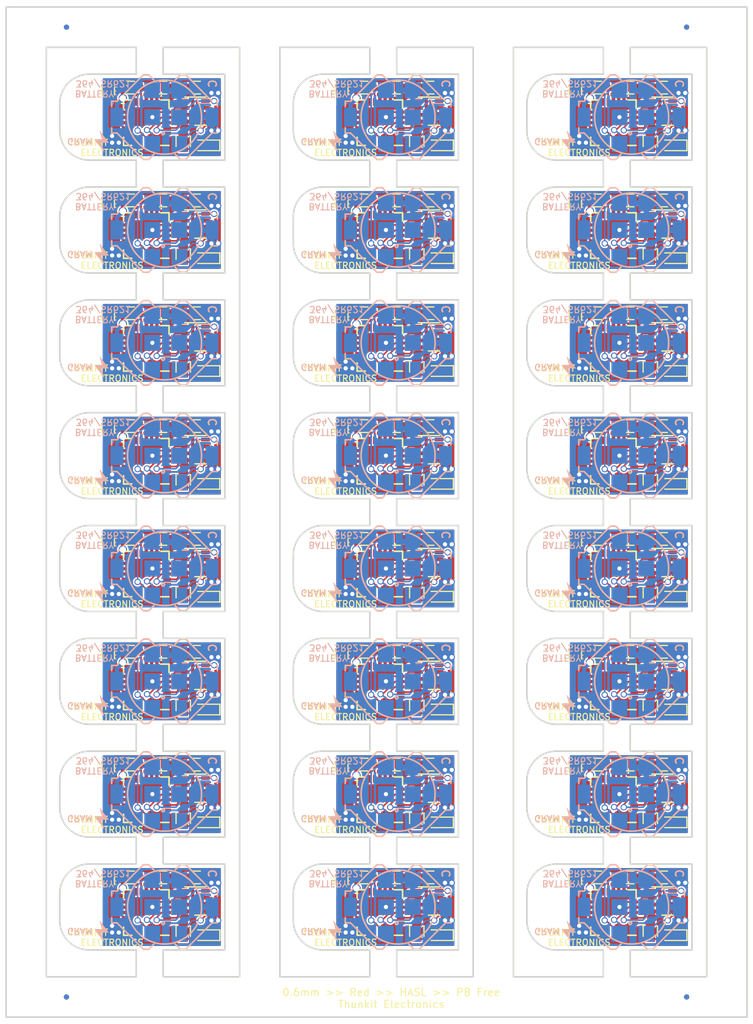
<source format=kicad_pcb>
(kicad_pcb (version 4) (host pcbnew 4.0.5+dfsg1-4)
  (layers (0 F.Cu signal) (31 B.Cu signal) (34 B.Paste user) (35 F.Paste user) (36 B.SilkS user) (37 F.SilkS user) (38 B.Mask user) (39 F.Mask user) (44 Edge.Cuts user))
  (net 0 "")
  (net 1 "Net-(BT1-Pad1)")
  (net 2 GND)
  (net 3 "Net-(D1-Pad2)")
  (net 4 "Net-(D2-Pad2)")
  (net 5 CS)
  (net 6 MISO)
  (net 7 MOSI)
  (net 8 SCK)
  (net 9 "Net-(IC1-Pad6)")
  (net 10 "Net-(IC1-Pad12)")
  (net 11 "Net-(IC1-Pad13)")
  (net 12 "Net-(IC1-Pad14)")
  (net 13 "Net-(IC1-Pad15)")
  (net 14 "Net-(IC1-Pad16)")
  (net 15 "Net-(IC1-Pad17)")
  (net 16 RST)
  (net 17 "Net-(IC1-Pad19)")
  (net 18 "Net-(IC1-Pad20)")
  (net 19 VCC)
  (net 20 "Net-(IC1-Pad11)")
  (net 21 "Net-(IC1-Pad1)")
  (module Fiducials:Fiducial_0.5mm_Dia_1mm_Outer (layer B.Cu) (at 136.012306 146.304)
    (fp_text reference REF** hide)
    (fp_text value Fiducial_0.5mm_Dia_1mm_Outer)
    (pad ~ smd circle (at 0 0) (size 0.5 0.5) (layers B.Cu B.Mask) (clearance 0.25))
  )
  (module Fiducials:Fiducial_0.5mm_Dia_1mm_Outer (layer B.Cu) (at 194.695694 146.301809 180)
    (fp_text reference REF** hide)
    (fp_text value Fiducial_0.5mm_Dia_1mm_Outer)
    (pad ~ smd circle (at 0 0 180) (size 0.5 0.5) (layers B.Cu B.Mask) (clearance 0.25))
  )
  (module Fiducials:Fiducial_0.5mm_Dia_1mm_Outer (layer B.Cu) (at 194.691 54.607809 180)
    (fp_text reference REF** hide)
    (fp_text value Fiducial_0.5mm_Dia_1mm_Outer)
    (pad ~ smd circle (at 0 0 180) (size 0.5 0.5) (layers B.Cu B.Mask) (clearance 0.25))
  )
  (module Fiducials:Fiducial_0.5mm_Dia_1mm_Outer (layer B.Cu) (at 136.017 54.61)
    (fp_text reference REF** hide)
    (fp_text value Fiducial_0.5mm_Dia_1mm_Outer)
    (pad ~ smd circle (at 0 0) (size 0.5 0.5) (layers B.Cu B.Mask) (clearance 0.25))
  )
  (module Fiducials:Fiducial_0.5mm_Dia_1mm_Outer (layer F.Cu) (at 136.012306 146.306191)
    (fp_text reference REF** hide)
    (fp_text value Fiducial_0.5mm_Dia_1mm_Outer)
    (pad ~ smd circle (at 0 0) (size 0.5 0.5) (layers F.Cu F.Mask) (clearance 0.25))
  )
  (module Mounting_Holes:MountingHole_2.2mm_M2 (layer F.Cu) (at 132.202306 146.30619 90)
    (fp_text reference REF** hide)
    (fp_text value MountingHole_2.2mm_M2)
    (pad 1 np_thru_hole circle (at 0 0 90) (size 2.2 2.2) (drill 2.2) (layers *.Cu *.Mask))
  )
  (module Mounting_Holes:MountingHole_2.2mm_M2 (layer F.Cu) (at 198.505694 146.30181 270)
    (fp_text reference REF** hide)
    (fp_text value MountingHole_2.2mm_M2)
    (pad 1 np_thru_hole circle (at 0 0 270) (size 2.2 2.2) (drill 2.2) (layers *.Cu *.Mask))
  )
  (module Fiducials:Fiducial_0.5mm_Dia_1mm_Outer (layer F.Cu) (at 194.695694 146.301809 180)
    (fp_text reference REF** hide)
    (fp_text value Fiducial_0.5mm_Dia_1mm_Outer)
    (pad ~ smd circle (at 0 0 180) (size 0.5 0.5) (layers F.Cu F.Mask) (clearance 0.25))
  )
  (module Fiducials:Fiducial_0.5mm_Dia_1mm_Outer (layer F.Cu) (at 194.695694 54.607809 180)
    (fp_text reference REF** hide)
    (fp_text value Fiducial_0.5mm_Dia_1mm_Outer)
    (pad ~ smd circle (at 0 0 180) (size 0.5 0.5) (layers F.Cu F.Mask) (clearance 0.25))
  )
  (module Mounting_Holes:MountingHole_2.2mm_M2 (layer F.Cu) (at 198.505694 54.60781 270)
    (fp_text reference REF** hide)
    (fp_text value MountingHole_2.2mm_M2)
    (pad 1 np_thru_hole circle (at 0 0 270) (size 2.2 2.2) (drill 2.2) (layers *.Cu *.Mask))
  )
  (module Mounting_Holes:MountingHole_2.2mm_M2 (layer F.Cu) (at 132.207 54.61 90)
    (fp_text reference REF** hide)
    (fp_text value MountingHole_2.2mm_M2)
    (pad 1 np_thru_hole circle (at 0 0 90) (size 2.2 2.2) (drill 2.2) (layers *.Cu *.Mask))
  )
  (module "MOD:2.54 ICSP" (layer B.Cu) (at 193.421 127.127 90)
    (fp_text reference P1 hide)
    (fp_text value ICSP)
    (pad 2 connect rect (at -2.54 -2.54 90) (size 1.524 1.524) (layers B.Cu B.Mask) (net 19 VCC))
    (pad 4 connect rect (at 0 -2.54 90) (size 1.524 1.524) (layers B.Cu B.Mask) (net 6 MISO))
    (pad 3 connect rect (at 0 -5.08 90) (size 1.524 1.524) (layers B.Cu B.Mask) (net 8 SCK))
    (pad 1 connect rect (at -2.54 -5.08 90) (size 1.524 1.524) (layers B.Cu B.Mask) (net 7 MOSI))
    (pad 6 connect rect (at 2.54 -2.54 90) (size 1.524 1.524) (layers B.Cu B.Mask) (net 2 GND))
    (pad 5 connect rect (at 2.54 -5.08 90) (size 1.524 1.524) (layers B.Cu B.Mask) (net 16 RST))
  )
  (module MOD:1376164-1 (layer B.Cu) (at 181.991 126.127 270)
    (fp_text reference BT1 hide)
    (fp_text value Battery_Cell)
    (pad 1 smd rect (at 1 -3 270) (size 1.8 1.25) (layers B.Cu B.Paste B.Mask) (net 1 "Net-(BT1-Pad1)"))
    (pad 2 smd rect (at 1 -12 270) (size 1.8 1.25) (layers B.Cu B.Paste B.Mask) (net 2 GND))
  )
  (module MOD:1376164-1 (layer B.Cu) (at 181.991 136.795 270)
    (fp_text reference BT1 hide)
    (fp_text value Battery_Cell)
    (pad 1 smd rect (at 1 -3 270) (size 1.8 1.25) (layers B.Cu B.Paste B.Mask) (net 1 "Net-(BT1-Pad1)"))
    (pad 2 smd rect (at 1 -12 270) (size 1.8 1.25) (layers B.Cu B.Paste B.Mask) (net 2 GND))
  )
  (module "MOD:2.54 ICSP" (layer B.Cu) (at 193.421 137.795 90)
    (fp_text reference P1 hide)
    (fp_text value ICSP)
    (pad 2 connect rect (at -2.54 -2.54 90) (size 1.524 1.524) (layers B.Cu B.Mask) (net 19 VCC))
    (pad 4 connect rect (at 0 -2.54 90) (size 1.524 1.524) (layers B.Cu B.Mask) (net 6 MISO))
    (pad 3 connect rect (at 0 -5.08 90) (size 1.524 1.524) (layers B.Cu B.Mask) (net 8 SCK))
    (pad 1 connect rect (at -2.54 -5.08 90) (size 1.524 1.524) (layers B.Cu B.Mask) (net 7 MOSI))
    (pad 6 connect rect (at 2.54 -2.54 90) (size 1.524 1.524) (layers B.Cu B.Mask) (net 2 GND))
    (pad 5 connect rect (at 2.54 -5.08 90) (size 1.524 1.524) (layers B.Cu B.Mask) (net 16 RST))
  )
  (module MOD:lightning2 (layer B.Cu) (at 183.5785 140.1445)
    (fp_text reference G*** hide)
    (fp_text value LOGO hide)
  )
  (module MOD:lightning2 (layer B.Cu) (at 183.5785 129.4765)
    (fp_text reference G*** hide)
    (fp_text value LOGO hide)
  )
  (module MOD:1376164-1 (layer B.Cu) (at 181.991 115.459 270)
    (fp_text reference BT1 hide)
    (fp_text value Battery_Cell)
    (pad 1 smd rect (at 1 -3 270) (size 1.8 1.25) (layers B.Cu B.Paste B.Mask) (net 1 "Net-(BT1-Pad1)"))
    (pad 2 smd rect (at 1 -12 270) (size 1.8 1.25) (layers B.Cu B.Paste B.Mask) (net 2 GND))
  )
  (module "MOD:2.54 ICSP" (layer B.Cu) (at 193.421 116.459 90)
    (fp_text reference P1 hide)
    (fp_text value ICSP)
    (pad 2 connect rect (at -2.54 -2.54 90) (size 1.524 1.524) (layers B.Cu B.Mask) (net 19 VCC))
    (pad 4 connect rect (at 0 -2.54 90) (size 1.524 1.524) (layers B.Cu B.Mask) (net 6 MISO))
    (pad 3 connect rect (at 0 -5.08 90) (size 1.524 1.524) (layers B.Cu B.Mask) (net 8 SCK))
    (pad 1 connect rect (at -2.54 -5.08 90) (size 1.524 1.524) (layers B.Cu B.Mask) (net 7 MOSI))
    (pad 6 connect rect (at 2.54 -2.54 90) (size 1.524 1.524) (layers B.Cu B.Mask) (net 2 GND))
    (pad 5 connect rect (at 2.54 -5.08 90) (size 1.524 1.524) (layers B.Cu B.Mask) (net 16 RST))
  )
  (module MOD:lightning2 (layer B.Cu) (at 183.5785 108.1405)
    (fp_text reference G*** hide)
    (fp_text value LOGO hide)
  )
  (module "MOD:2.54 ICSP" (layer B.Cu) (at 193.421 105.791 90)
    (fp_text reference P1 hide)
    (fp_text value ICSP)
    (pad 2 connect rect (at -2.54 -2.54 90) (size 1.524 1.524) (layers B.Cu B.Mask) (net 19 VCC))
    (pad 4 connect rect (at 0 -2.54 90) (size 1.524 1.524) (layers B.Cu B.Mask) (net 6 MISO))
    (pad 3 connect rect (at 0 -5.08 90) (size 1.524 1.524) (layers B.Cu B.Mask) (net 8 SCK))
    (pad 1 connect rect (at -2.54 -5.08 90) (size 1.524 1.524) (layers B.Cu B.Mask) (net 7 MOSI))
    (pad 6 connect rect (at 2.54 -2.54 90) (size 1.524 1.524) (layers B.Cu B.Mask) (net 2 GND))
    (pad 5 connect rect (at 2.54 -5.08 90) (size 1.524 1.524) (layers B.Cu B.Mask) (net 16 RST))
  )
  (module MOD:1376164-1 (layer B.Cu) (at 181.991 104.791 270)
    (fp_text reference BT1 hide)
    (fp_text value Battery_Cell)
    (pad 1 smd rect (at 1 -3 270) (size 1.8 1.25) (layers B.Cu B.Paste B.Mask) (net 1 "Net-(BT1-Pad1)"))
    (pad 2 smd rect (at 1 -12 270) (size 1.8 1.25) (layers B.Cu B.Paste B.Mask) (net 2 GND))
  )
  (module MOD:lightning2 (layer B.Cu) (at 183.5785 118.8085)
    (fp_text reference G*** hide)
    (fp_text value LOGO hide)
  )
  (module MOD:lightning2 (layer B.Cu) (at 183.5785 65.4685)
    (fp_text reference G*** hide)
    (fp_text value LOGO hide)
  )
  (module "MOD:2.54 ICSP" (layer B.Cu) (at 193.421 73.787 90)
    (fp_text reference P1 hide)
    (fp_text value ICSP)
    (pad 2 connect rect (at -2.54 -2.54 90) (size 1.524 1.524) (layers B.Cu B.Mask) (net 19 VCC))
    (pad 4 connect rect (at 0 -2.54 90) (size 1.524 1.524) (layers B.Cu B.Mask) (net 6 MISO))
    (pad 3 connect rect (at 0 -5.08 90) (size 1.524 1.524) (layers B.Cu B.Mask) (net 8 SCK))
    (pad 1 connect rect (at -2.54 -5.08 90) (size 1.524 1.524) (layers B.Cu B.Mask) (net 7 MOSI))
    (pad 6 connect rect (at 2.54 -2.54 90) (size 1.524 1.524) (layers B.Cu B.Mask) (net 2 GND))
    (pad 5 connect rect (at 2.54 -5.08 90) (size 1.524 1.524) (layers B.Cu B.Mask) (net 16 RST))
  )
  (module MOD:1376164-1 (layer B.Cu) (at 181.991 62.119 270)
    (fp_text reference BT1 hide)
    (fp_text value Battery_Cell)
    (pad 1 smd rect (at 1 -3 270) (size 1.8 1.25) (layers B.Cu B.Paste B.Mask) (net 1 "Net-(BT1-Pad1)"))
    (pad 2 smd rect (at 1 -12 270) (size 1.8 1.25) (layers B.Cu B.Paste B.Mask) (net 2 GND))
  )
  (module "MOD:2.54 ICSP" (layer B.Cu) (at 193.421 63.119 90)
    (fp_text reference P1 hide)
    (fp_text value ICSP)
    (pad 2 connect rect (at -2.54 -2.54 90) (size 1.524 1.524) (layers B.Cu B.Mask) (net 19 VCC))
    (pad 4 connect rect (at 0 -2.54 90) (size 1.524 1.524) (layers B.Cu B.Mask) (net 6 MISO))
    (pad 3 connect rect (at 0 -5.08 90) (size 1.524 1.524) (layers B.Cu B.Mask) (net 8 SCK))
    (pad 1 connect rect (at -2.54 -5.08 90) (size 1.524 1.524) (layers B.Cu B.Mask) (net 7 MOSI))
    (pad 6 connect rect (at 2.54 -2.54 90) (size 1.524 1.524) (layers B.Cu B.Mask) (net 2 GND))
    (pad 5 connect rect (at 2.54 -5.08 90) (size 1.524 1.524) (layers B.Cu B.Mask) (net 16 RST))
  )
  (module MOD:lightning2 (layer B.Cu) (at 183.5785 76.1365)
    (fp_text reference G*** hide)
    (fp_text value LOGO hide)
  )
  (module MOD:1376164-1 (layer B.Cu) (at 181.991 72.787 270)
    (fp_text reference BT1 hide)
    (fp_text value Battery_Cell)
    (pad 1 smd rect (at 1 -3 270) (size 1.8 1.25) (layers B.Cu B.Paste B.Mask) (net 1 "Net-(BT1-Pad1)"))
    (pad 2 smd rect (at 1 -12 270) (size 1.8 1.25) (layers B.Cu B.Paste B.Mask) (net 2 GND))
  )
  (module MOD:lightning2 (layer B.Cu) (at 183.5785 86.8045)
    (fp_text reference G*** hide)
    (fp_text value LOGO hide)
  )
  (module MOD:lightning2 (layer B.Cu) (at 183.5785 97.4725)
    (fp_text reference G*** hide)
    (fp_text value LOGO hide)
  )
  (module "MOD:2.54 ICSP" (layer B.Cu) (at 193.421 84.455 90)
    (fp_text reference P1 hide)
    (fp_text value ICSP)
    (pad 2 connect rect (at -2.54 -2.54 90) (size 1.524 1.524) (layers B.Cu B.Mask) (net 19 VCC))
    (pad 4 connect rect (at 0 -2.54 90) (size 1.524 1.524) (layers B.Cu B.Mask) (net 6 MISO))
    (pad 3 connect rect (at 0 -5.08 90) (size 1.524 1.524) (layers B.Cu B.Mask) (net 8 SCK))
    (pad 1 connect rect (at -2.54 -5.08 90) (size 1.524 1.524) (layers B.Cu B.Mask) (net 7 MOSI))
    (pad 6 connect rect (at 2.54 -2.54 90) (size 1.524 1.524) (layers B.Cu B.Mask) (net 2 GND))
    (pad 5 connect rect (at 2.54 -5.08 90) (size 1.524 1.524) (layers B.Cu B.Mask) (net 16 RST))
  )
  (module MOD:1376164-1 (layer B.Cu) (at 181.991 94.123 270)
    (fp_text reference BT1 hide)
    (fp_text value Battery_Cell)
    (pad 1 smd rect (at 1 -3 270) (size 1.8 1.25) (layers B.Cu B.Paste B.Mask) (net 1 "Net-(BT1-Pad1)"))
    (pad 2 smd rect (at 1 -12 270) (size 1.8 1.25) (layers B.Cu B.Paste B.Mask) (net 2 GND))
  )
  (module MOD:1376164-1 (layer B.Cu) (at 181.991 83.455 270)
    (fp_text reference BT1 hide)
    (fp_text value Battery_Cell)
    (pad 1 smd rect (at 1 -3 270) (size 1.8 1.25) (layers B.Cu B.Paste B.Mask) (net 1 "Net-(BT1-Pad1)"))
    (pad 2 smd rect (at 1 -12 270) (size 1.8 1.25) (layers B.Cu B.Paste B.Mask) (net 2 GND))
  )
  (module "MOD:2.54 ICSP" (layer B.Cu) (at 193.421 95.123 90)
    (fp_text reference P1 hide)
    (fp_text value ICSP)
    (pad 2 connect rect (at -2.54 -2.54 90) (size 1.524 1.524) (layers B.Cu B.Mask) (net 19 VCC))
    (pad 4 connect rect (at 0 -2.54 90) (size 1.524 1.524) (layers B.Cu B.Mask) (net 6 MISO))
    (pad 3 connect rect (at 0 -5.08 90) (size 1.524 1.524) (layers B.Cu B.Mask) (net 8 SCK))
    (pad 1 connect rect (at -2.54 -5.08 90) (size 1.524 1.524) (layers B.Cu B.Mask) (net 7 MOSI))
    (pad 6 connect rect (at 2.54 -2.54 90) (size 1.524 1.524) (layers B.Cu B.Mask) (net 2 GND))
    (pad 5 connect rect (at 2.54 -5.08 90) (size 1.524 1.524) (layers B.Cu B.Mask) (net 16 RST))
  )
  (module MOD:MOUSE_BITE (layer F.Cu) (at 188.087 68.453 90)
    (fp_text reference REF** hide)
    (fp_text value MOUSE_BITE hide)
    (fp_line (start 1.27 1.27) (end -1.27 1.27) (layer Edge.Cuts) (width 0.15))
    (fp_line (start -1.27 -1.27) (end 1.27 -1.27) (layer Edge.Cuts) (width 0.15))
    (pad "" np_thru_hole circle (at 0.762 -0.762 90) (size 0.635 0.635) (drill 0.635) (layers *.Cu))
    (pad "" np_thru_hole circle (at 0.762 0.762 90) (size 0.635 0.635) (drill 0.635) (layers *.Cu))
    (pad "" np_thru_hole circle (at 0.762 0 90) (size 0.635 0.635) (drill 0.635) (layers *.Cu))
    (pad "" np_thru_hole circle (at -0.762 -0.762 90) (size 0.635 0.635) (drill 0.635) (layers *.Cu))
    (pad "" np_thru_hole circle (at -0.762 0 90) (size 0.635 0.635) (drill 0.635) (layers *.Cu))
    (pad "" np_thru_hole circle (at -0.762 0.762 90) (size 0.635 0.635) (drill 0.635) (layers *.Cu))
  )
  (module Capacitors_SMD:C_0603 (layer F.Cu) (at 189.357 70.993 180)
    (fp_text reference D1 hide)
    (fp_text value D_Schottky)
    (pad 2 smd rect (at 0.75 0 180) (size 0.8 0.75) (layers F.Cu F.Paste F.Mask) (net 3 "Net-(D1-Pad2)"))
    (pad 1 smd rect (at -0.75 0 180) (size 0.8 0.75) (layers F.Cu F.Paste F.Mask) (net 19 VCC))
  )
  (module Capacitors_SMD:C_0603 (layer F.Cu) (at 186.297 70.992999 180)
    (fp_text reference L1 hide)
    (fp_text value 4.7uH)
    (pad 2 smd rect (at 0.75 0 180) (size 0.8 0.75) (layers F.Cu F.Paste F.Mask) (net 1 "Net-(BT1-Pad1)"))
    (pad 1 smd rect (at -0.75 0 180) (size 0.8 0.75) (layers F.Cu F.Paste F.Mask) (net 3 "Net-(D1-Pad2)"))
  )
  (module MOD:QFN-20-1EP_4x4mm_Pitch0.5mm (layer F.Cu) (at 187.766 74.311 180)
    (fp_text reference IC1 hide)
    (fp_text value ATTINY43U-M-QFN)
    (pad 1 smd rect (at -1.965 -1 180) (size 0.73 0.3) (layers F.Cu F.Paste F.Mask) (net 21 "Net-(IC1-Pad1)"))
    (pad 2 smd rect (at -1.965 -0.5 180) (size 0.73 0.3) (layers F.Cu F.Paste F.Mask) (net 5 CS))
    (pad 3 smd rect (at -1.965 0 180) (size 0.73 0.3) (layers F.Cu F.Paste F.Mask) (net 6 MISO))
    (pad 4 smd rect (at -1.965 0.5 180) (size 0.73 0.3) (layers F.Cu F.Paste F.Mask) (net 7 MOSI))
    (pad 5 smd rect (at -1.965 1 180) (size 0.73 0.3) (layers F.Cu F.Paste F.Mask) (net 8 SCK))
    (pad 6 smd rect (at -1 1.965 270) (size 0.73 0.3) (layers F.Cu F.Paste F.Mask) (net 9 "Net-(IC1-Pad6)"))
    (pad 7 smd rect (at -0.5 1.965 270) (size 0.73 0.3) (layers F.Cu F.Paste F.Mask) (net 19 VCC))
    (pad 8 smd rect (at 0 1.965 270) (size 0.73 0.3) (layers F.Cu F.Paste F.Mask) (net 2 GND))
    (pad 9 smd rect (at 0.5 1.965 270) (size 0.73 0.3) (layers F.Cu F.Paste F.Mask) (net 3 "Net-(D1-Pad2)"))
    (pad 10 smd rect (at 1 1.965 270) (size 0.73 0.3) (layers F.Cu F.Paste F.Mask) (net 1 "Net-(BT1-Pad1)"))
    (pad 11 smd rect (at 1.965 1 180) (size 0.73 0.3) (layers F.Cu F.Paste F.Mask) (net 20 "Net-(IC1-Pad11)"))
    (pad 12 smd rect (at 1.965 0.5 180) (size 0.73 0.3) (layers F.Cu F.Paste F.Mask) (net 10 "Net-(IC1-Pad12)"))
    (pad 13 smd rect (at 1.965 0 180) (size 0.73 0.3) (layers F.Cu F.Paste F.Mask) (net 11 "Net-(IC1-Pad13)"))
    (pad 14 smd rect (at 1.965 -0.5 180) (size 0.73 0.3) (layers F.Cu F.Paste F.Mask) (net 12 "Net-(IC1-Pad14)"))
    (pad 15 smd rect (at 1.965 -1 180) (size 0.73 0.3) (layers F.Cu F.Paste F.Mask) (net 13 "Net-(IC1-Pad15)"))
    (pad 16 smd rect (at 1 -1.965 270) (size 0.73 0.3) (layers F.Cu F.Paste F.Mask) (net 14 "Net-(IC1-Pad16)"))
    (pad 17 smd rect (at 0.5 -1.965 270) (size 0.73 0.3) (layers F.Cu F.Paste F.Mask) (net 15 "Net-(IC1-Pad17)"))
    (pad 18 smd rect (at 0 -1.965 270) (size 0.73 0.3) (layers F.Cu F.Paste F.Mask) (net 16 RST))
    (pad 19 smd rect (at -0.5 -1.965 270) (size 0.73 0.3) (layers F.Cu F.Paste F.Mask) (net 17 "Net-(IC1-Pad19)"))
    (pad 20 smd rect (at -1 -1.965 270) (size 0.73 0.3) (layers F.Cu F.Paste F.Mask) (net 18 "Net-(IC1-Pad20)"))
  )
  (module MOD:LGA-8_NO_DOT (layer F.Cu) (at 192.405 73.238 180)
    (fp_text reference U1 hide)
    (fp_text value BMP280 hide)
    (pad 2 smd rect (at 0.95 -0.325 180) (size 0.8 0.35) (layers F.Cu F.Paste F.Mask) (net 5 CS))
    (pad 7 smd rect (at -0.95 -0.325 180) (size 0.8 0.35) (layers F.Cu F.Paste F.Mask) (net 2 GND))
    (pad 3 smd rect (at 0.95 0.325 180) (size 0.8 0.35) (layers F.Cu F.Paste F.Mask) (net 7 MOSI))
    (pad 6 smd rect (at -0.95 0.325 180) (size 0.8 0.35) (layers F.Cu F.Paste F.Mask) (net 19 VCC))
    (pad 8 smd rect (at -0.95 -0.975 180) (size 0.8 0.35) (layers F.Cu F.Paste F.Mask) (net 19 VCC))
    (pad 1 smd rect (at 0.95 -0.975 180) (size 0.8 0.35) (layers F.Cu F.Paste F.Mask) (net 2 GND))
    (pad 4 smd rect (at 0.95 0.975 180) (size 0.8 0.35) (layers F.Cu F.Paste F.Mask) (net 8 SCK))
    (pad 5 smd rect (at -0.95 0.975 180) (size 0.8 0.35) (layers F.Cu F.Paste F.Mask) (net 6 MISO))
  )
  (module "MOD:GND VIA" (layer F.Cu) (at 192.659 71.501 90)
    (fp_text reference "" (at 0 0 90) (layer F.SilkS))
    (fp_text value "" (at 0 0 90) (layer F.SilkS))
    (pad 1 thru_hole circle (at 0 1.27 90) (size 0.6 0.6) (drill 0.4) (layers *.Cu) (net 2 GND))
  )
  (module "MOD:GND VIA" (layer F.Cu) (at 193.294 71.501 90)
    (fp_text reference "" (at 0 0 90) (layer F.SilkS))
    (fp_text value "" (at 0 0 90) (layer F.SilkS))
    (pad 1 thru_hole circle (at 0 1.27 90) (size 0.6 0.6) (drill 0.4) (layers *.Cu) (net 2 GND))
  )
  (module "MOD:GND VIA" (layer F.Cu) (at 193.294001 75.057 90)
    (fp_text reference "" (at 0 0 90) (layer F.SilkS))
    (fp_text value "" (at 0 0 90) (layer F.SilkS))
    (pad 1 thru_hole circle (at 0 1.27 90) (size 0.6 0.6) (drill 0.4) (layers *.Cu) (net 2 GND))
  )
  (module Capacitors_SMD:C_0603 (layer F.Cu) (at 192.532 70.993 180)
    (fp_text reference C2 hide)
    (fp_text value C)
    (pad 2 smd rect (at 0.75 0 180) (size 0.8 0.75) (layers F.Cu F.Paste F.Mask) (net 19 VCC))
    (pad 1 smd rect (at -0.75 0 180) (size 0.8 0.75) (layers F.Cu F.Paste F.Mask) (net 2 GND))
  )
  (module "MOD:GND VIA" (layer F.Cu) (at 192.659 75.057 90)
    (fp_text reference "" (at 0 0 90) (layer F.SilkS))
    (fp_text value "" (at 0 0 90) (layer F.SilkS))
    (pad 1 thru_hole circle (at 0 1.27 90) (size 0.6 0.6) (drill 0.4) (layers *.Cu) (net 2 GND))
  )
  (module LEDs:LED_0603 (layer F.Cu) (at 193.421 76.454 180)
    (fp_text reference D2 hide)
    (fp_text value LED)
    (pad 2 smd rect (at 0.8 0) (size 0.8 0.8) (layers F.Cu F.Paste F.Mask) (net 4 "Net-(D2-Pad2)"))
    (pad 1 smd rect (at -0.8 0) (size 0.8 0.8) (layers F.Cu F.Paste F.Mask) (net 2 GND))
  )
  (module Resistors_SMD:R_0603 (layer F.Cu) (at 191.262 76.061 90)
    (fp_text reference R1 hide)
    (fp_text value 330)
    (pad 1 smd rect (at -0.75 0 90) (size 0.5 0.9) (layers F.Cu F.Paste F.Mask) (net 4 "Net-(D2-Pad2)"))
    (pad 2 smd rect (at 0.75 0 90) (size 0.5 0.9) (layers F.Cu F.Paste F.Mask) (net 21 "Net-(IC1-Pad1)"))
  )
  (module "MOD:GND VIA" (layer F.Cu) (at 183.896 76.2 90)
    (fp_text reference "" (at 0 0 90) (layer F.SilkS))
    (fp_text value "" (at 0 0 90) (layer F.SilkS))
    (pad 1 thru_hole circle (at 0 1.27 90) (size 0.6 0.6) (drill 0.4) (layers *.Cu) (net 2 GND))
  )
  (module "MOD:GND VIA" (layer F.Cu) (at 183.261 76.2 90)
    (fp_text reference "" (at 0 0 90) (layer F.SilkS))
    (fp_text value "" (at 0 0 90) (layer F.SilkS))
    (pad 1 thru_hole circle (at 0 1.27 90) (size 0.6 0.6) (drill 0.4) (layers *.Cu) (net 2 GND))
  )
  (module Mounting_Holes:MountingHole_2.2mm_M2 (layer F.Cu) (at 181.737 73.787 90)
    (fp_text reference REF** hide)
    (fp_text value MountingHole_2.2mm_M2)
    (pad 1 np_thru_hole circle (at 0 0 90) (size 2.2 2.2) (drill 2.2) (layers *.Cu *.Mask))
  )
  (module "MOD:GND VIA" (layer F.Cu) (at 183.261 75.565 90)
    (fp_text reference "" (at 0 0 90) (layer F.SilkS))
    (fp_text value "" (at 0 0 90) (layer F.SilkS))
    (pad 1 thru_hole circle (at 0 1.27 90) (size 0.6 0.6) (drill 0.4) (layers *.Cu) (net 2 GND))
  )
  (module Capacitors_SMD:C_0603 (layer F.Cu) (at 184.15 71.332 270)
    (fp_text reference C1 hide)
    (fp_text value C)
    (pad 2 smd rect (at 0.75 0 270) (size 0.8 0.75) (layers F.Cu F.Paste F.Mask) (net 2 GND))
    (pad 1 smd rect (at -0.75 0 270) (size 0.8 0.75) (layers F.Cu F.Paste F.Mask) (net 1 "Net-(BT1-Pad1)"))
  )
  (module "MOD:GND VIA" (layer F.Cu) (at 193.294 60.833 90)
    (fp_text reference "" (at 0 0 90) (layer F.SilkS))
    (fp_text value "" (at 0 0 90) (layer F.SilkS))
    (pad 1 thru_hole circle (at 0 1.27 90) (size 0.6 0.6) (drill 0.4) (layers *.Cu) (net 2 GND))
  )
  (module MOD:LGA-8_NO_DOT (layer F.Cu) (at 192.405 62.57 180)
    (fp_text reference U1 hide)
    (fp_text value BMP280 hide)
    (pad 2 smd rect (at 0.95 -0.325 180) (size 0.8 0.35) (layers F.Cu F.Paste F.Mask) (net 5 CS))
    (pad 7 smd rect (at -0.95 -0.325 180) (size 0.8 0.35) (layers F.Cu F.Paste F.Mask) (net 2 GND))
    (pad 3 smd rect (at 0.95 0.325 180) (size 0.8 0.35) (layers F.Cu F.Paste F.Mask) (net 7 MOSI))
    (pad 6 smd rect (at -0.95 0.325 180) (size 0.8 0.35) (layers F.Cu F.Paste F.Mask) (net 19 VCC))
    (pad 8 smd rect (at -0.95 -0.975 180) (size 0.8 0.35) (layers F.Cu F.Paste F.Mask) (net 19 VCC))
    (pad 1 smd rect (at 0.95 -0.975 180) (size 0.8 0.35) (layers F.Cu F.Paste F.Mask) (net 2 GND))
    (pad 4 smd rect (at 0.95 0.975 180) (size 0.8 0.35) (layers F.Cu F.Paste F.Mask) (net 8 SCK))
    (pad 5 smd rect (at -0.95 0.975 180) (size 0.8 0.35) (layers F.Cu F.Paste F.Mask) (net 6 MISO))
  )
  (module MOD:QFN-20-1EP_4x4mm_Pitch0.5mm (layer F.Cu) (at 187.766 63.643 180)
    (fp_text reference IC1 hide)
    (fp_text value ATTINY43U-M-QFN)
    (pad 1 smd rect (at -1.965 -1 180) (size 0.73 0.3) (layers F.Cu F.Paste F.Mask) (net 21 "Net-(IC1-Pad1)"))
    (pad 2 smd rect (at -1.965 -0.5 180) (size 0.73 0.3) (layers F.Cu F.Paste F.Mask) (net 5 CS))
    (pad 3 smd rect (at -1.965 0 180) (size 0.73 0.3) (layers F.Cu F.Paste F.Mask) (net 6 MISO))
    (pad 4 smd rect (at -1.965 0.5 180) (size 0.73 0.3) (layers F.Cu F.Paste F.Mask) (net 7 MOSI))
    (pad 5 smd rect (at -1.965 1 180) (size 0.73 0.3) (layers F.Cu F.Paste F.Mask) (net 8 SCK))
    (pad 6 smd rect (at -1 1.965 270) (size 0.73 0.3) (layers F.Cu F.Paste F.Mask) (net 9 "Net-(IC1-Pad6)"))
    (pad 7 smd rect (at -0.5 1.965 270) (size 0.73 0.3) (layers F.Cu F.Paste F.Mask) (net 19 VCC))
    (pad 8 smd rect (at 0 1.965 270) (size 0.73 0.3) (layers F.Cu F.Paste F.Mask) (net 2 GND))
    (pad 9 smd rect (at 0.5 1.965 270) (size 0.73 0.3) (layers F.Cu F.Paste F.Mask) (net 3 "Net-(D1-Pad2)"))
    (pad 10 smd rect (at 1 1.965 270) (size 0.73 0.3) (layers F.Cu F.Paste F.Mask) (net 1 "Net-(BT1-Pad1)"))
    (pad 11 smd rect (at 1.965 1 180) (size 0.73 0.3) (layers F.Cu F.Paste F.Mask) (net 20 "Net-(IC1-Pad11)"))
    (pad 12 smd rect (at 1.965 0.5 180) (size 0.73 0.3) (layers F.Cu F.Paste F.Mask) (net 10 "Net-(IC1-Pad12)"))
    (pad 13 smd rect (at 1.965 0 180) (size 0.73 0.3) (layers F.Cu F.Paste F.Mask) (net 11 "Net-(IC1-Pad13)"))
    (pad 14 smd rect (at 1.965 -0.5 180) (size 0.73 0.3) (layers F.Cu F.Paste F.Mask) (net 12 "Net-(IC1-Pad14)"))
    (pad 15 smd rect (at 1.965 -1 180) (size 0.73 0.3) (layers F.Cu F.Paste F.Mask) (net 13 "Net-(IC1-Pad15)"))
    (pad 16 smd rect (at 1 -1.965 270) (size 0.73 0.3) (layers F.Cu F.Paste F.Mask) (net 14 "Net-(IC1-Pad16)"))
    (pad 17 smd rect (at 0.5 -1.965 270) (size 0.73 0.3) (layers F.Cu F.Paste F.Mask) (net 15 "Net-(IC1-Pad17)"))
    (pad 18 smd rect (at 0 -1.965 270) (size 0.73 0.3) (layers F.Cu F.Paste F.Mask) (net 16 RST))
    (pad 19 smd rect (at -0.5 -1.965 270) (size 0.73 0.3) (layers F.Cu F.Paste F.Mask) (net 17 "Net-(IC1-Pad19)"))
    (pad 20 smd rect (at -1 -1.965 270) (size 0.73 0.3) (layers F.Cu F.Paste F.Mask) (net 18 "Net-(IC1-Pad20)"))
  )
  (module "MOD:GND VIA" (layer F.Cu) (at 193.294001 64.389 90)
    (fp_text reference "" (at 0 0 90) (layer F.SilkS))
    (fp_text value "" (at 0 0 90) (layer F.SilkS))
    (pad 1 thru_hole circle (at 0 1.27 90) (size 0.6 0.6) (drill 0.4) (layers *.Cu) (net 2 GND))
  )
  (module Capacitors_SMD:C_0603 (layer F.Cu) (at 186.297 60.324999 180)
    (fp_text reference L1 hide)
    (fp_text value 4.7uH)
    (pad 2 smd rect (at 0.75 0 180) (size 0.8 0.75) (layers F.Cu F.Paste F.Mask) (net 1 "Net-(BT1-Pad1)"))
    (pad 1 smd rect (at -0.75 0 180) (size 0.8 0.75) (layers F.Cu F.Paste F.Mask) (net 3 "Net-(D1-Pad2)"))
  )
  (module "MOD:GND VIA" (layer F.Cu) (at 192.659 64.389 90)
    (fp_text reference "" (at 0 0 90) (layer F.SilkS))
    (fp_text value "" (at 0 0 90) (layer F.SilkS))
    (pad 1 thru_hole circle (at 0 1.27 90) (size 0.6 0.6) (drill 0.4) (layers *.Cu) (net 2 GND))
  )
  (module LEDs:LED_0603 (layer F.Cu) (at 193.421 65.786 180)
    (fp_text reference D2 hide)
    (fp_text value LED)
    (pad 2 smd rect (at 0.8 0) (size 0.8 0.8) (layers F.Cu F.Paste F.Mask) (net 4 "Net-(D2-Pad2)"))
    (pad 1 smd rect (at -0.8 0) (size 0.8 0.8) (layers F.Cu F.Paste F.Mask) (net 2 GND))
  )
  (module Resistors_SMD:R_0603 (layer F.Cu) (at 191.262 65.393 90)
    (fp_text reference R1 hide)
    (fp_text value 330)
    (pad 1 smd rect (at -0.75 0 90) (size 0.5 0.9) (layers F.Cu F.Paste F.Mask) (net 4 "Net-(D2-Pad2)"))
    (pad 2 smd rect (at 0.75 0 90) (size 0.5 0.9) (layers F.Cu F.Paste F.Mask) (net 21 "Net-(IC1-Pad1)"))
  )
  (module Capacitors_SMD:C_0603 (layer F.Cu) (at 184.15 60.664 270)
    (fp_text reference C1 hide)
    (fp_text value C)
    (pad 2 smd rect (at 0.75 0 270) (size 0.8 0.75) (layers F.Cu F.Paste F.Mask) (net 2 GND))
    (pad 1 smd rect (at -0.75 0 270) (size 0.8 0.75) (layers F.Cu F.Paste F.Mask) (net 1 "Net-(BT1-Pad1)"))
  )
  (module "MOD:GND VIA" (layer F.Cu) (at 183.261 64.897 90)
    (fp_text reference "" (at 0 0 90) (layer F.SilkS))
    (fp_text value "" (at 0 0 90) (layer F.SilkS))
    (pad 1 thru_hole circle (at 0 1.27 90) (size 0.6 0.6) (drill 0.4) (layers *.Cu) (net 2 GND))
  )
  (module "MOD:GND VIA" (layer F.Cu) (at 183.896 65.532 90)
    (fp_text reference "" (at 0 0 90) (layer F.SilkS))
    (fp_text value "" (at 0 0 90) (layer F.SilkS))
    (pad 1 thru_hole circle (at 0 1.27 90) (size 0.6 0.6) (drill 0.4) (layers *.Cu) (net 2 GND))
  )
  (module "MOD:GND VIA" (layer F.Cu) (at 183.261 65.532 90)
    (fp_text reference "" (at 0 0 90) (layer F.SilkS))
    (fp_text value "" (at 0 0 90) (layer F.SilkS))
    (pad 1 thru_hole circle (at 0 1.27 90) (size 0.6 0.6) (drill 0.4) (layers *.Cu) (net 2 GND))
  )
  (module Mounting_Holes:MountingHole_2.2mm_M2 (layer F.Cu) (at 181.737 63.119 90)
    (fp_text reference REF** hide)
    (fp_text value MountingHole_2.2mm_M2)
    (pad 1 np_thru_hole circle (at 0 0 90) (size 2.2 2.2) (drill 2.2) (layers *.Cu *.Mask))
  )
  (module MOD:MOUSE_BITE (layer F.Cu) (at 188.087 57.785 90)
    (fp_text reference REF** hide)
    (fp_text value MOUSE_BITE hide)
    (fp_line (start 1.27 1.27) (end -1.27 1.27) (layer Edge.Cuts) (width 0.15))
    (fp_line (start -1.27 -1.27) (end 1.27 -1.27) (layer Edge.Cuts) (width 0.15))
    (pad "" np_thru_hole circle (at 0.762 -0.762 90) (size 0.635 0.635) (drill 0.635) (layers *.Cu))
    (pad "" np_thru_hole circle (at 0.762 0.762 90) (size 0.635 0.635) (drill 0.635) (layers *.Cu))
    (pad "" np_thru_hole circle (at 0.762 0 90) (size 0.635 0.635) (drill 0.635) (layers *.Cu))
    (pad "" np_thru_hole circle (at -0.762 -0.762 90) (size 0.635 0.635) (drill 0.635) (layers *.Cu))
    (pad "" np_thru_hole circle (at -0.762 0 90) (size 0.635 0.635) (drill 0.635) (layers *.Cu))
    (pad "" np_thru_hole circle (at -0.762 0.762 90) (size 0.635 0.635) (drill 0.635) (layers *.Cu))
  )
  (module Capacitors_SMD:C_0603 (layer F.Cu) (at 189.357 60.325 180)
    (fp_text reference D1 hide)
    (fp_text value D_Schottky)
    (pad 2 smd rect (at 0.75 0 180) (size 0.8 0.75) (layers F.Cu F.Paste F.Mask) (net 3 "Net-(D1-Pad2)"))
    (pad 1 smd rect (at -0.75 0 180) (size 0.8 0.75) (layers F.Cu F.Paste F.Mask) (net 19 VCC))
  )
  (module "MOD:GND VIA" (layer F.Cu) (at 192.659 60.833 90)
    (fp_text reference "" (at 0 0 90) (layer F.SilkS))
    (fp_text value "" (at 0 0 90) (layer F.SilkS))
    (pad 1 thru_hole circle (at 0 1.27 90) (size 0.6 0.6) (drill 0.4) (layers *.Cu) (net 2 GND))
  )
  (module Capacitors_SMD:C_0603 (layer F.Cu) (at 192.532 60.325 180)
    (fp_text reference C2 hide)
    (fp_text value C)
    (pad 2 smd rect (at 0.75 0 180) (size 0.8 0.75) (layers F.Cu F.Paste F.Mask) (net 19 VCC))
    (pad 1 smd rect (at -0.75 0 180) (size 0.8 0.75) (layers F.Cu F.Paste F.Mask) (net 2 GND))
  )
  (module MOD:MOUSE_BITE (layer F.Cu) (at 188.087 79.121 90)
    (fp_text reference REF** hide)
    (fp_text value MOUSE_BITE hide)
    (fp_line (start 1.27 1.27) (end -1.27 1.27) (layer Edge.Cuts) (width 0.15))
    (fp_line (start -1.27 -1.27) (end 1.27 -1.27) (layer Edge.Cuts) (width 0.15))
    (pad "" np_thru_hole circle (at 0.762 -0.762 90) (size 0.635 0.635) (drill 0.635) (layers *.Cu))
    (pad "" np_thru_hole circle (at 0.762 0.762 90) (size 0.635 0.635) (drill 0.635) (layers *.Cu))
    (pad "" np_thru_hole circle (at 0.762 0 90) (size 0.635 0.635) (drill 0.635) (layers *.Cu))
    (pad "" np_thru_hole circle (at -0.762 -0.762 90) (size 0.635 0.635) (drill 0.635) (layers *.Cu))
    (pad "" np_thru_hole circle (at -0.762 0 90) (size 0.635 0.635) (drill 0.635) (layers *.Cu))
    (pad "" np_thru_hole circle (at -0.762 0.762 90) (size 0.635 0.635) (drill 0.635) (layers *.Cu))
  )
  (module MOD:QFN-20-1EP_4x4mm_Pitch0.5mm (layer F.Cu) (at 187.766 84.979 180)
    (fp_text reference IC1 hide)
    (fp_text value ATTINY43U-M-QFN)
    (pad 1 smd rect (at -1.965 -1 180) (size 0.73 0.3) (layers F.Cu F.Paste F.Mask) (net 21 "Net-(IC1-Pad1)"))
    (pad 2 smd rect (at -1.965 -0.5 180) (size 0.73 0.3) (layers F.Cu F.Paste F.Mask) (net 5 CS))
    (pad 3 smd rect (at -1.965 0 180) (size 0.73 0.3) (layers F.Cu F.Paste F.Mask) (net 6 MISO))
    (pad 4 smd rect (at -1.965 0.5 180) (size 0.73 0.3) (layers F.Cu F.Paste F.Mask) (net 7 MOSI))
    (pad 5 smd rect (at -1.965 1 180) (size 0.73 0.3) (layers F.Cu F.Paste F.Mask) (net 8 SCK))
    (pad 6 smd rect (at -1 1.965 270) (size 0.73 0.3) (layers F.Cu F.Paste F.Mask) (net 9 "Net-(IC1-Pad6)"))
    (pad 7 smd rect (at -0.5 1.965 270) (size 0.73 0.3) (layers F.Cu F.Paste F.Mask) (net 19 VCC))
    (pad 8 smd rect (at 0 1.965 270) (size 0.73 0.3) (layers F.Cu F.Paste F.Mask) (net 2 GND))
    (pad 9 smd rect (at 0.5 1.965 270) (size 0.73 0.3) (layers F.Cu F.Paste F.Mask) (net 3 "Net-(D1-Pad2)"))
    (pad 10 smd rect (at 1 1.965 270) (size 0.73 0.3) (layers F.Cu F.Paste F.Mask) (net 1 "Net-(BT1-Pad1)"))
    (pad 11 smd rect (at 1.965 1 180) (size 0.73 0.3) (layers F.Cu F.Paste F.Mask) (net 20 "Net-(IC1-Pad11)"))
    (pad 12 smd rect (at 1.965 0.5 180) (size 0.73 0.3) (layers F.Cu F.Paste F.Mask) (net 10 "Net-(IC1-Pad12)"))
    (pad 13 smd rect (at 1.965 0 180) (size 0.73 0.3) (layers F.Cu F.Paste F.Mask) (net 11 "Net-(IC1-Pad13)"))
    (pad 14 smd rect (at 1.965 -0.5 180) (size 0.73 0.3) (layers F.Cu F.Paste F.Mask) (net 12 "Net-(IC1-Pad14)"))
    (pad 15 smd rect (at 1.965 -1 180) (size 0.73 0.3) (layers F.Cu F.Paste F.Mask) (net 13 "Net-(IC1-Pad15)"))
    (pad 16 smd rect (at 1 -1.965 270) (size 0.73 0.3) (layers F.Cu F.Paste F.Mask) (net 14 "Net-(IC1-Pad16)"))
    (pad 17 smd rect (at 0.5 -1.965 270) (size 0.73 0.3) (layers F.Cu F.Paste F.Mask) (net 15 "Net-(IC1-Pad17)"))
    (pad 18 smd rect (at 0 -1.965 270) (size 0.73 0.3) (layers F.Cu F.Paste F.Mask) (net 16 RST))
    (pad 19 smd rect (at -0.5 -1.965 270) (size 0.73 0.3) (layers F.Cu F.Paste F.Mask) (net 17 "Net-(IC1-Pad19)"))
    (pad 20 smd rect (at -1 -1.965 270) (size 0.73 0.3) (layers F.Cu F.Paste F.Mask) (net 18 "Net-(IC1-Pad20)"))
  )
  (module Capacitors_SMD:C_0603 (layer F.Cu) (at 186.297 81.660999 180)
    (fp_text reference L1 hide)
    (fp_text value 4.7uH)
    (pad 2 smd rect (at 0.75 0 180) (size 0.8 0.75) (layers F.Cu F.Paste F.Mask) (net 1 "Net-(BT1-Pad1)"))
    (pad 1 smd rect (at -0.75 0 180) (size 0.8 0.75) (layers F.Cu F.Paste F.Mask) (net 3 "Net-(D1-Pad2)"))
  )
  (module Capacitors_SMD:C_0603 (layer F.Cu) (at 189.357 81.661 180)
    (fp_text reference D1 hide)
    (fp_text value D_Schottky)
    (pad 2 smd rect (at 0.75 0 180) (size 0.8 0.75) (layers F.Cu F.Paste F.Mask) (net 3 "Net-(D1-Pad2)"))
    (pad 1 smd rect (at -0.75 0 180) (size 0.8 0.75) (layers F.Cu F.Paste F.Mask) (net 19 VCC))
  )
  (module LEDs:LED_0603 (layer F.Cu) (at 193.421 87.122 180)
    (fp_text reference D2 hide)
    (fp_text value LED)
    (pad 2 smd rect (at 0.8 0) (size 0.8 0.8) (layers F.Cu F.Paste F.Mask) (net 4 "Net-(D2-Pad2)"))
    (pad 1 smd rect (at -0.8 0) (size 0.8 0.8) (layers F.Cu F.Paste F.Mask) (net 2 GND))
  )
  (module Resistors_SMD:R_0603 (layer F.Cu) (at 191.262 86.729 90)
    (fp_text reference R1 hide)
    (fp_text value 330)
    (pad 1 smd rect (at -0.75 0 90) (size 0.5 0.9) (layers F.Cu F.Paste F.Mask) (net 4 "Net-(D2-Pad2)"))
    (pad 2 smd rect (at 0.75 0 90) (size 0.5 0.9) (layers F.Cu F.Paste F.Mask) (net 21 "Net-(IC1-Pad1)"))
  )
  (module MOD:LGA-8_NO_DOT (layer F.Cu) (at 192.405 83.906 180)
    (fp_text reference U1 hide)
    (fp_text value BMP280 hide)
    (pad 2 smd rect (at 0.95 -0.325 180) (size 0.8 0.35) (layers F.Cu F.Paste F.Mask) (net 5 CS))
    (pad 7 smd rect (at -0.95 -0.325 180) (size 0.8 0.35) (layers F.Cu F.Paste F.Mask) (net 2 GND))
    (pad 3 smd rect (at 0.95 0.325 180) (size 0.8 0.35) (layers F.Cu F.Paste F.Mask) (net 7 MOSI))
    (pad 6 smd rect (at -0.95 0.325 180) (size 0.8 0.35) (layers F.Cu F.Paste F.Mask) (net 19 VCC))
    (pad 8 smd rect (at -0.95 -0.975 180) (size 0.8 0.35) (layers F.Cu F.Paste F.Mask) (net 19 VCC))
    (pad 1 smd rect (at 0.95 -0.975 180) (size 0.8 0.35) (layers F.Cu F.Paste F.Mask) (net 2 GND))
    (pad 4 smd rect (at 0.95 0.975 180) (size 0.8 0.35) (layers F.Cu F.Paste F.Mask) (net 8 SCK))
    (pad 5 smd rect (at -0.95 0.975 180) (size 0.8 0.35) (layers F.Cu F.Paste F.Mask) (net 6 MISO))
  )
  (module Resistors_SMD:R_0603 (layer F.Cu) (at 191.262 97.397 90)
    (fp_text reference R1 hide)
    (fp_text value 330)
    (pad 1 smd rect (at -0.75 0 90) (size 0.5 0.9) (layers F.Cu F.Paste F.Mask) (net 4 "Net-(D2-Pad2)"))
    (pad 2 smd rect (at 0.75 0 90) (size 0.5 0.9) (layers F.Cu F.Paste F.Mask) (net 21 "Net-(IC1-Pad1)"))
  )
  (module "MOD:GND VIA" (layer F.Cu) (at 193.294001 96.393 90)
    (fp_text reference "" (at 0 0 90) (layer F.SilkS))
    (fp_text value "" (at 0 0 90) (layer F.SilkS))
    (pad 1 thru_hole circle (at 0 1.27 90) (size 0.6 0.6) (drill 0.4) (layers *.Cu) (net 2 GND))
  )
  (module MOD:LGA-8_NO_DOT (layer F.Cu) (at 192.405 94.574 180)
    (fp_text reference U1 hide)
    (fp_text value BMP280 hide)
    (pad 2 smd rect (at 0.95 -0.325 180) (size 0.8 0.35) (layers F.Cu F.Paste F.Mask) (net 5 CS))
    (pad 7 smd rect (at -0.95 -0.325 180) (size 0.8 0.35) (layers F.Cu F.Paste F.Mask) (net 2 GND))
    (pad 3 smd rect (at 0.95 0.325 180) (size 0.8 0.35) (layers F.Cu F.Paste F.Mask) (net 7 MOSI))
    (pad 6 smd rect (at -0.95 0.325 180) (size 0.8 0.35) (layers F.Cu F.Paste F.Mask) (net 19 VCC))
    (pad 8 smd rect (at -0.95 -0.975 180) (size 0.8 0.35) (layers F.Cu F.Paste F.Mask) (net 19 VCC))
    (pad 1 smd rect (at 0.95 -0.975 180) (size 0.8 0.35) (layers F.Cu F.Paste F.Mask) (net 2 GND))
    (pad 4 smd rect (at 0.95 0.975 180) (size 0.8 0.35) (layers F.Cu F.Paste F.Mask) (net 8 SCK))
    (pad 5 smd rect (at -0.95 0.975 180) (size 0.8 0.35) (layers F.Cu F.Paste F.Mask) (net 6 MISO))
  )
  (module "MOD:GND VIA" (layer F.Cu) (at 192.659 96.393 90)
    (fp_text reference "" (at 0 0 90) (layer F.SilkS))
    (fp_text value "" (at 0 0 90) (layer F.SilkS))
    (pad 1 thru_hole circle (at 0 1.27 90) (size 0.6 0.6) (drill 0.4) (layers *.Cu) (net 2 GND))
  )
  (module LEDs:LED_0603 (layer F.Cu) (at 193.421 97.79 180)
    (fp_text reference D2 hide)
    (fp_text value LED)
    (pad 2 smd rect (at 0.8 0) (size 0.8 0.8) (layers F.Cu F.Paste F.Mask) (net 4 "Net-(D2-Pad2)"))
    (pad 1 smd rect (at -0.8 0) (size 0.8 0.8) (layers F.Cu F.Paste F.Mask) (net 2 GND))
  )
  (module "MOD:GND VIA" (layer F.Cu) (at 183.261 96.901 90)
    (fp_text reference "" (at 0 0 90) (layer F.SilkS))
    (fp_text value "" (at 0 0 90) (layer F.SilkS))
    (pad 1 thru_hole circle (at 0 1.27 90) (size 0.6 0.6) (drill 0.4) (layers *.Cu) (net 2 GND))
  )
  (module Mounting_Holes:MountingHole_2.2mm_M2 (layer F.Cu) (at 181.737 95.123 90)
    (fp_text reference REF** hide)
    (fp_text value MountingHole_2.2mm_M2)
    (pad 1 np_thru_hole circle (at 0 0 90) (size 2.2 2.2) (drill 2.2) (layers *.Cu *.Mask))
  )
  (module Capacitors_SMD:C_0603 (layer F.Cu) (at 184.15 92.668 270)
    (fp_text reference C1 hide)
    (fp_text value C)
    (pad 2 smd rect (at 0.75 0 270) (size 0.8 0.75) (layers F.Cu F.Paste F.Mask) (net 2 GND))
    (pad 1 smd rect (at -0.75 0 270) (size 0.8 0.75) (layers F.Cu F.Paste F.Mask) (net 1 "Net-(BT1-Pad1)"))
  )
  (module "MOD:GND VIA" (layer F.Cu) (at 183.896 97.536 90)
    (fp_text reference "" (at 0 0 90) (layer F.SilkS))
    (fp_text value "" (at 0 0 90) (layer F.SilkS))
    (pad 1 thru_hole circle (at 0 1.27 90) (size 0.6 0.6) (drill 0.4) (layers *.Cu) (net 2 GND))
  )
  (module "MOD:GND VIA" (layer F.Cu) (at 183.261 97.536 90)
    (fp_text reference "" (at 0 0 90) (layer F.SilkS))
    (fp_text value "" (at 0 0 90) (layer F.SilkS))
    (pad 1 thru_hole circle (at 0 1.27 90) (size 0.6 0.6) (drill 0.4) (layers *.Cu) (net 2 GND))
  )
  (module "MOD:GND VIA" (layer F.Cu) (at 193.294 82.169 90)
    (fp_text reference "" (at 0 0 90) (layer F.SilkS))
    (fp_text value "" (at 0 0 90) (layer F.SilkS))
    (pad 1 thru_hole circle (at 0 1.27 90) (size 0.6 0.6) (drill 0.4) (layers *.Cu) (net 2 GND))
  )
  (module "MOD:GND VIA" (layer F.Cu) (at 192.659 85.725 90)
    (fp_text reference "" (at 0 0 90) (layer F.SilkS))
    (fp_text value "" (at 0 0 90) (layer F.SilkS))
    (pad 1 thru_hole circle (at 0 1.27 90) (size 0.6 0.6) (drill 0.4) (layers *.Cu) (net 2 GND))
  )
  (module "MOD:GND VIA" (layer F.Cu) (at 192.659 82.169 90)
    (fp_text reference "" (at 0 0 90) (layer F.SilkS))
    (fp_text value "" (at 0 0 90) (layer F.SilkS))
    (pad 1 thru_hole circle (at 0 1.27 90) (size 0.6 0.6) (drill 0.4) (layers *.Cu) (net 2 GND))
  )
  (module Capacitors_SMD:C_0603 (layer F.Cu) (at 192.532 81.661 180)
    (fp_text reference C2 hide)
    (fp_text value C)
    (pad 2 smd rect (at 0.75 0 180) (size 0.8 0.75) (layers F.Cu F.Paste F.Mask) (net 19 VCC))
    (pad 1 smd rect (at -0.75 0 180) (size 0.8 0.75) (layers F.Cu F.Paste F.Mask) (net 2 GND))
  )
  (module "MOD:GND VIA" (layer F.Cu) (at 193.294001 85.725 90)
    (fp_text reference "" (at 0 0 90) (layer F.SilkS))
    (fp_text value "" (at 0 0 90) (layer F.SilkS))
    (pad 1 thru_hole circle (at 0 1.27 90) (size 0.6 0.6) (drill 0.4) (layers *.Cu) (net 2 GND))
  )
  (module Mounting_Holes:MountingHole_2.2mm_M2 (layer F.Cu) (at 181.737 84.455 90)
    (fp_text reference REF** hide)
    (fp_text value MountingHole_2.2mm_M2)
    (pad 1 np_thru_hole circle (at 0 0 90) (size 2.2 2.2) (drill 2.2) (layers *.Cu *.Mask))
  )
  (module Capacitors_SMD:C_0603 (layer F.Cu) (at 184.15 82 270)
    (fp_text reference C1 hide)
    (fp_text value C)
    (pad 2 smd rect (at 0.75 0 270) (size 0.8 0.75) (layers F.Cu F.Paste F.Mask) (net 2 GND))
    (pad 1 smd rect (at -0.75 0 270) (size 0.8 0.75) (layers F.Cu F.Paste F.Mask) (net 1 "Net-(BT1-Pad1)"))
  )
  (module "MOD:GND VIA" (layer F.Cu) (at 183.896 86.868 90)
    (fp_text reference "" (at 0 0 90) (layer F.SilkS))
    (fp_text value "" (at 0 0 90) (layer F.SilkS))
    (pad 1 thru_hole circle (at 0 1.27 90) (size 0.6 0.6) (drill 0.4) (layers *.Cu) (net 2 GND))
  )
  (module "MOD:GND VIA" (layer F.Cu) (at 183.261 86.233 90)
    (fp_text reference "" (at 0 0 90) (layer F.SilkS))
    (fp_text value "" (at 0 0 90) (layer F.SilkS))
    (pad 1 thru_hole circle (at 0 1.27 90) (size 0.6 0.6) (drill 0.4) (layers *.Cu) (net 2 GND))
  )
  (module "MOD:GND VIA" (layer F.Cu) (at 183.261 86.868 90)
    (fp_text reference "" (at 0 0 90) (layer F.SilkS))
    (fp_text value "" (at 0 0 90) (layer F.SilkS))
    (pad 1 thru_hole circle (at 0 1.27 90) (size 0.6 0.6) (drill 0.4) (layers *.Cu) (net 2 GND))
  )
  (module "MOD:GND VIA" (layer F.Cu) (at 192.659 92.837 90)
    (fp_text reference "" (at 0 0 90) (layer F.SilkS))
    (fp_text value "" (at 0 0 90) (layer F.SilkS))
    (pad 1 thru_hole circle (at 0 1.27 90) (size 0.6 0.6) (drill 0.4) (layers *.Cu) (net 2 GND))
  )
  (module Capacitors_SMD:C_0603 (layer F.Cu) (at 189.357 92.329 180)
    (fp_text reference D1 hide)
    (fp_text value D_Schottky)
    (pad 2 smd rect (at 0.75 0 180) (size 0.8 0.75) (layers F.Cu F.Paste F.Mask) (net 3 "Net-(D1-Pad2)"))
    (pad 1 smd rect (at -0.75 0 180) (size 0.8 0.75) (layers F.Cu F.Paste F.Mask) (net 19 VCC))
  )
  (module Capacitors_SMD:C_0603 (layer F.Cu) (at 192.532 92.329 180)
    (fp_text reference C2 hide)
    (fp_text value C)
    (pad 2 smd rect (at 0.75 0 180) (size 0.8 0.75) (layers F.Cu F.Paste F.Mask) (net 19 VCC))
    (pad 1 smd rect (at -0.75 0 180) (size 0.8 0.75) (layers F.Cu F.Paste F.Mask) (net 2 GND))
  )
  (module MOD:MOUSE_BITE (layer F.Cu) (at 188.087 89.789 90)
    (fp_text reference REF** hide)
    (fp_text value MOUSE_BITE hide)
    (fp_line (start 1.27 1.27) (end -1.27 1.27) (layer Edge.Cuts) (width 0.15))
    (fp_line (start -1.27 -1.27) (end 1.27 -1.27) (layer Edge.Cuts) (width 0.15))
    (pad "" np_thru_hole circle (at 0.762 -0.762 90) (size 0.635 0.635) (drill 0.635) (layers *.Cu))
    (pad "" np_thru_hole circle (at 0.762 0.762 90) (size 0.635 0.635) (drill 0.635) (layers *.Cu))
    (pad "" np_thru_hole circle (at 0.762 0 90) (size 0.635 0.635) (drill 0.635) (layers *.Cu))
    (pad "" np_thru_hole circle (at -0.762 -0.762 90) (size 0.635 0.635) (drill 0.635) (layers *.Cu))
    (pad "" np_thru_hole circle (at -0.762 0 90) (size 0.635 0.635) (drill 0.635) (layers *.Cu))
    (pad "" np_thru_hole circle (at -0.762 0.762 90) (size 0.635 0.635) (drill 0.635) (layers *.Cu))
  )
  (module Capacitors_SMD:C_0603 (layer F.Cu) (at 186.297 92.328999 180)
    (fp_text reference L1 hide)
    (fp_text value 4.7uH)
    (pad 2 smd rect (at 0.75 0 180) (size 0.8 0.75) (layers F.Cu F.Paste F.Mask) (net 1 "Net-(BT1-Pad1)"))
    (pad 1 smd rect (at -0.75 0 180) (size 0.8 0.75) (layers F.Cu F.Paste F.Mask) (net 3 "Net-(D1-Pad2)"))
  )
  (module MOD:QFN-20-1EP_4x4mm_Pitch0.5mm (layer F.Cu) (at 187.766 95.647 180)
    (fp_text reference IC1 hide)
    (fp_text value ATTINY43U-M-QFN)
    (pad 1 smd rect (at -1.965 -1 180) (size 0.73 0.3) (layers F.Cu F.Paste F.Mask) (net 21 "Net-(IC1-Pad1)"))
    (pad 2 smd rect (at -1.965 -0.5 180) (size 0.73 0.3) (layers F.Cu F.Paste F.Mask) (net 5 CS))
    (pad 3 smd rect (at -1.965 0 180) (size 0.73 0.3) (layers F.Cu F.Paste F.Mask) (net 6 MISO))
    (pad 4 smd rect (at -1.965 0.5 180) (size 0.73 0.3) (layers F.Cu F.Paste F.Mask) (net 7 MOSI))
    (pad 5 smd rect (at -1.965 1 180) (size 0.73 0.3) (layers F.Cu F.Paste F.Mask) (net 8 SCK))
    (pad 6 smd rect (at -1 1.965 270) (size 0.73 0.3) (layers F.Cu F.Paste F.Mask) (net 9 "Net-(IC1-Pad6)"))
    (pad 7 smd rect (at -0.5 1.965 270) (size 0.73 0.3) (layers F.Cu F.Paste F.Mask) (net 19 VCC))
    (pad 8 smd rect (at 0 1.965 270) (size 0.73 0.3) (layers F.Cu F.Paste F.Mask) (net 2 GND))
    (pad 9 smd rect (at 0.5 1.965 270) (size 0.73 0.3) (layers F.Cu F.Paste F.Mask) (net 3 "Net-(D1-Pad2)"))
    (pad 10 smd rect (at 1 1.965 270) (size 0.73 0.3) (layers F.Cu F.Paste F.Mask) (net 1 "Net-(BT1-Pad1)"))
    (pad 11 smd rect (at 1.965 1 180) (size 0.73 0.3) (layers F.Cu F.Paste F.Mask) (net 20 "Net-(IC1-Pad11)"))
    (pad 12 smd rect (at 1.965 0.5 180) (size 0.73 0.3) (layers F.Cu F.Paste F.Mask) (net 10 "Net-(IC1-Pad12)"))
    (pad 13 smd rect (at 1.965 0 180) (size 0.73 0.3) (layers F.Cu F.Paste F.Mask) (net 11 "Net-(IC1-Pad13)"))
    (pad 14 smd rect (at 1.965 -0.5 180) (size 0.73 0.3) (layers F.Cu F.Paste F.Mask) (net 12 "Net-(IC1-Pad14)"))
    (pad 15 smd rect (at 1.965 -1 180) (size 0.73 0.3) (layers F.Cu F.Paste F.Mask) (net 13 "Net-(IC1-Pad15)"))
    (pad 16 smd rect (at 1 -1.965 270) (size 0.73 0.3) (layers F.Cu F.Paste F.Mask) (net 14 "Net-(IC1-Pad16)"))
    (pad 17 smd rect (at 0.5 -1.965 270) (size 0.73 0.3) (layers F.Cu F.Paste F.Mask) (net 15 "Net-(IC1-Pad17)"))
    (pad 18 smd rect (at 0 -1.965 270) (size 0.73 0.3) (layers F.Cu F.Paste F.Mask) (net 16 RST))
    (pad 19 smd rect (at -0.5 -1.965 270) (size 0.73 0.3) (layers F.Cu F.Paste F.Mask) (net 17 "Net-(IC1-Pad19)"))
    (pad 20 smd rect (at -1 -1.965 270) (size 0.73 0.3) (layers F.Cu F.Paste F.Mask) (net 18 "Net-(IC1-Pad20)"))
  )
  (module "MOD:GND VIA" (layer F.Cu) (at 193.294 92.837 90)
    (fp_text reference "" (at 0 0 90) (layer F.SilkS))
    (fp_text value "" (at 0 0 90) (layer F.SilkS))
    (pad 1 thru_hole circle (at 0 1.27 90) (size 0.6 0.6) (drill 0.4) (layers *.Cu) (net 2 GND))
  )
  (module MOD:MOUSE_BITE (layer F.Cu) (at 188.087 111.125 90)
    (fp_text reference REF** hide)
    (fp_text value MOUSE_BITE hide)
    (fp_line (start 1.27 1.27) (end -1.27 1.27) (layer Edge.Cuts) (width 0.15))
    (fp_line (start -1.27 -1.27) (end 1.27 -1.27) (layer Edge.Cuts) (width 0.15))
    (pad "" np_thru_hole circle (at 0.762 -0.762 90) (size 0.635 0.635) (drill 0.635) (layers *.Cu))
    (pad "" np_thru_hole circle (at 0.762 0.762 90) (size 0.635 0.635) (drill 0.635) (layers *.Cu))
    (pad "" np_thru_hole circle (at 0.762 0 90) (size 0.635 0.635) (drill 0.635) (layers *.Cu))
    (pad "" np_thru_hole circle (at -0.762 -0.762 90) (size 0.635 0.635) (drill 0.635) (layers *.Cu))
    (pad "" np_thru_hole circle (at -0.762 0 90) (size 0.635 0.635) (drill 0.635) (layers *.Cu))
    (pad "" np_thru_hole circle (at -0.762 0.762 90) (size 0.635 0.635) (drill 0.635) (layers *.Cu))
  )
  (module MOD:QFN-20-1EP_4x4mm_Pitch0.5mm (layer F.Cu) (at 187.766 116.983 180)
    (fp_text reference IC1 hide)
    (fp_text value ATTINY43U-M-QFN)
    (pad 1 smd rect (at -1.965 -1 180) (size 0.73 0.3) (layers F.Cu F.Paste F.Mask) (net 21 "Net-(IC1-Pad1)"))
    (pad 2 smd rect (at -1.965 -0.5 180) (size 0.73 0.3) (layers F.Cu F.Paste F.Mask) (net 5 CS))
    (pad 3 smd rect (at -1.965 0 180) (size 0.73 0.3) (layers F.Cu F.Paste F.Mask) (net 6 MISO))
    (pad 4 smd rect (at -1.965 0.5 180) (size 0.73 0.3) (layers F.Cu F.Paste F.Mask) (net 7 MOSI))
    (pad 5 smd rect (at -1.965 1 180) (size 0.73 0.3) (layers F.Cu F.Paste F.Mask) (net 8 SCK))
    (pad 6 smd rect (at -1 1.965 270) (size 0.73 0.3) (layers F.Cu F.Paste F.Mask) (net 9 "Net-(IC1-Pad6)"))
    (pad 7 smd rect (at -0.5 1.965 270) (size 0.73 0.3) (layers F.Cu F.Paste F.Mask) (net 19 VCC))
    (pad 8 smd rect (at 0 1.965 270) (size 0.73 0.3) (layers F.Cu F.Paste F.Mask) (net 2 GND))
    (pad 9 smd rect (at 0.5 1.965 270) (size 0.73 0.3) (layers F.Cu F.Paste F.Mask) (net 3 "Net-(D1-Pad2)"))
    (pad 10 smd rect (at 1 1.965 270) (size 0.73 0.3) (layers F.Cu F.Paste F.Mask) (net 1 "Net-(BT1-Pad1)"))
    (pad 11 smd rect (at 1.965 1 180) (size 0.73 0.3) (layers F.Cu F.Paste F.Mask) (net 20 "Net-(IC1-Pad11)"))
    (pad 12 smd rect (at 1.965 0.5 180) (size 0.73 0.3) (layers F.Cu F.Paste F.Mask) (net 10 "Net-(IC1-Pad12)"))
    (pad 13 smd rect (at 1.965 0 180) (size 0.73 0.3) (layers F.Cu F.Paste F.Mask) (net 11 "Net-(IC1-Pad13)"))
    (pad 14 smd rect (at 1.965 -0.5 180) (size 0.73 0.3) (layers F.Cu F.Paste F.Mask) (net 12 "Net-(IC1-Pad14)"))
    (pad 15 smd rect (at 1.965 -1 180) (size 0.73 0.3) (layers F.Cu F.Paste F.Mask) (net 13 "Net-(IC1-Pad15)"))
    (pad 16 smd rect (at 1 -1.965 270) (size 0.73 0.3) (layers F.Cu F.Paste F.Mask) (net 14 "Net-(IC1-Pad16)"))
    (pad 17 smd rect (at 0.5 -1.965 270) (size 0.73 0.3) (layers F.Cu F.Paste F.Mask) (net 15 "Net-(IC1-Pad17)"))
    (pad 18 smd rect (at 0 -1.965 270) (size 0.73 0.3) (layers F.Cu F.Paste F.Mask) (net 16 RST))
    (pad 19 smd rect (at -0.5 -1.965 270) (size 0.73 0.3) (layers F.Cu F.Paste F.Mask) (net 17 "Net-(IC1-Pad19)"))
    (pad 20 smd rect (at -1 -1.965 270) (size 0.73 0.3) (layers F.Cu F.Paste F.Mask) (net 18 "Net-(IC1-Pad20)"))
  )
  (module Capacitors_SMD:C_0603 (layer F.Cu) (at 189.357 113.665 180)
    (fp_text reference D1 hide)
    (fp_text value D_Schottky)
    (pad 2 smd rect (at 0.75 0 180) (size 0.8 0.75) (layers F.Cu F.Paste F.Mask) (net 3 "Net-(D1-Pad2)"))
    (pad 1 smd rect (at -0.75 0 180) (size 0.8 0.75) (layers F.Cu F.Paste F.Mask) (net 19 VCC))
  )
  (module Capacitors_SMD:C_0603 (layer F.Cu) (at 186.297 113.664999 180)
    (fp_text reference L1 hide)
    (fp_text value 4.7uH)
    (pad 2 smd rect (at 0.75 0 180) (size 0.8 0.75) (layers F.Cu F.Paste F.Mask) (net 1 "Net-(BT1-Pad1)"))
    (pad 1 smd rect (at -0.75 0 180) (size 0.8 0.75) (layers F.Cu F.Paste F.Mask) (net 3 "Net-(D1-Pad2)"))
  )
  (module "MOD:GND VIA" (layer F.Cu) (at 183.896 108.204 90)
    (fp_text reference "" (at 0 0 90) (layer F.SilkS))
    (fp_text value "" (at 0 0 90) (layer F.SilkS))
    (pad 1 thru_hole circle (at 0 1.27 90) (size 0.6 0.6) (drill 0.4) (layers *.Cu) (net 2 GND))
  )
  (module MOD:QFN-20-1EP_4x4mm_Pitch0.5mm (layer F.Cu) (at 187.766 106.315 180)
    (fp_text reference IC1 hide)
    (fp_text value ATTINY43U-M-QFN)
    (pad 1 smd rect (at -1.965 -1 180) (size 0.73 0.3) (layers F.Cu F.Paste F.Mask) (net 21 "Net-(IC1-Pad1)"))
    (pad 2 smd rect (at -1.965 -0.5 180) (size 0.73 0.3) (layers F.Cu F.Paste F.Mask) (net 5 CS))
    (pad 3 smd rect (at -1.965 0 180) (size 0.73 0.3) (layers F.Cu F.Paste F.Mask) (net 6 MISO))
    (pad 4 smd rect (at -1.965 0.5 180) (size 0.73 0.3) (layers F.Cu F.Paste F.Mask) (net 7 MOSI))
    (pad 5 smd rect (at -1.965 1 180) (size 0.73 0.3) (layers F.Cu F.Paste F.Mask) (net 8 SCK))
    (pad 6 smd rect (at -1 1.965 270) (size 0.73 0.3) (layers F.Cu F.Paste F.Mask) (net 9 "Net-(IC1-Pad6)"))
    (pad 7 smd rect (at -0.5 1.965 270) (size 0.73 0.3) (layers F.Cu F.Paste F.Mask) (net 19 VCC))
    (pad 8 smd rect (at 0 1.965 270) (size 0.73 0.3) (layers F.Cu F.Paste F.Mask) (net 2 GND))
    (pad 9 smd rect (at 0.5 1.965 270) (size 0.73 0.3) (layers F.Cu F.Paste F.Mask) (net 3 "Net-(D1-Pad2)"))
    (pad 10 smd rect (at 1 1.965 270) (size 0.73 0.3) (layers F.Cu F.Paste F.Mask) (net 1 "Net-(BT1-Pad1)"))
    (pad 11 smd rect (at 1.965 1 180) (size 0.73 0.3) (layers F.Cu F.Paste F.Mask) (net 20 "Net-(IC1-Pad11)"))
    (pad 12 smd rect (at 1.965 0.5 180) (size 0.73 0.3) (layers F.Cu F.Paste F.Mask) (net 10 "Net-(IC1-Pad12)"))
    (pad 13 smd rect (at 1.965 0 180) (size 0.73 0.3) (layers F.Cu F.Paste F.Mask) (net 11 "Net-(IC1-Pad13)"))
    (pad 14 smd rect (at 1.965 -0.5 180) (size 0.73 0.3) (layers F.Cu F.Paste F.Mask) (net 12 "Net-(IC1-Pad14)"))
    (pad 15 smd rect (at 1.965 -1 180) (size 0.73 0.3) (layers F.Cu F.Paste F.Mask) (net 13 "Net-(IC1-Pad15)"))
    (pad 16 smd rect (at 1 -1.965 270) (size 0.73 0.3) (layers F.Cu F.Paste F.Mask) (net 14 "Net-(IC1-Pad16)"))
    (pad 17 smd rect (at 0.5 -1.965 270) (size 0.73 0.3) (layers F.Cu F.Paste F.Mask) (net 15 "Net-(IC1-Pad17)"))
    (pad 18 smd rect (at 0 -1.965 270) (size 0.73 0.3) (layers F.Cu F.Paste F.Mask) (net 16 RST))
    (pad 19 smd rect (at -0.5 -1.965 270) (size 0.73 0.3) (layers F.Cu F.Paste F.Mask) (net 17 "Net-(IC1-Pad19)"))
    (pad 20 smd rect (at -1 -1.965 270) (size 0.73 0.3) (layers F.Cu F.Paste F.Mask) (net 18 "Net-(IC1-Pad20)"))
  )
  (module Mounting_Holes:MountingHole_2.2mm_M2 (layer F.Cu) (at 181.737 105.791 90)
    (fp_text reference REF** hide)
    (fp_text value MountingHole_2.2mm_M2)
    (pad 1 np_thru_hole circle (at 0 0 90) (size 2.2 2.2) (drill 2.2) (layers *.Cu *.Mask))
  )
  (module Capacitors_SMD:C_0603 (layer F.Cu) (at 186.297 102.996999 180)
    (fp_text reference L1 hide)
    (fp_text value 4.7uH)
    (pad 2 smd rect (at 0.75 0 180) (size 0.8 0.75) (layers F.Cu F.Paste F.Mask) (net 1 "Net-(BT1-Pad1)"))
    (pad 1 smd rect (at -0.75 0 180) (size 0.8 0.75) (layers F.Cu F.Paste F.Mask) (net 3 "Net-(D1-Pad2)"))
  )
  (module "MOD:GND VIA" (layer F.Cu) (at 183.261 108.204 90)
    (fp_text reference "" (at 0 0 90) (layer F.SilkS))
    (fp_text value "" (at 0 0 90) (layer F.SilkS))
    (pad 1 thru_hole circle (at 0 1.27 90) (size 0.6 0.6) (drill 0.4) (layers *.Cu) (net 2 GND))
  )
  (module "MOD:GND VIA" (layer F.Cu) (at 183.261 107.569 90)
    (fp_text reference "" (at 0 0 90) (layer F.SilkS))
    (fp_text value "" (at 0 0 90) (layer F.SilkS))
    (pad 1 thru_hole circle (at 0 1.27 90) (size 0.6 0.6) (drill 0.4) (layers *.Cu) (net 2 GND))
  )
  (module Capacitors_SMD:C_0603 (layer F.Cu) (at 184.15 103.336 270)
    (fp_text reference C1 hide)
    (fp_text value C)
    (pad 2 smd rect (at 0.75 0 270) (size 0.8 0.75) (layers F.Cu F.Paste F.Mask) (net 2 GND))
    (pad 1 smd rect (at -0.75 0 270) (size 0.8 0.75) (layers F.Cu F.Paste F.Mask) (net 1 "Net-(BT1-Pad1)"))
  )
  (module Resistors_SMD:R_0603 (layer F.Cu) (at 191.262 108.065 90)
    (fp_text reference R1 hide)
    (fp_text value 330)
    (pad 1 smd rect (at -0.75 0 90) (size 0.5 0.9) (layers F.Cu F.Paste F.Mask) (net 4 "Net-(D2-Pad2)"))
    (pad 2 smd rect (at 0.75 0 90) (size 0.5 0.9) (layers F.Cu F.Paste F.Mask) (net 21 "Net-(IC1-Pad1)"))
  )
  (module MOD:LGA-8_NO_DOT (layer F.Cu) (at 192.405 105.242 180)
    (fp_text reference U1 hide)
    (fp_text value BMP280 hide)
    (pad 2 smd rect (at 0.95 -0.325 180) (size 0.8 0.35) (layers F.Cu F.Paste F.Mask) (net 5 CS))
    (pad 7 smd rect (at -0.95 -0.325 180) (size 0.8 0.35) (layers F.Cu F.Paste F.Mask) (net 2 GND))
    (pad 3 smd rect (at 0.95 0.325 180) (size 0.8 0.35) (layers F.Cu F.Paste F.Mask) (net 7 MOSI))
    (pad 6 smd rect (at -0.95 0.325 180) (size 0.8 0.35) (layers F.Cu F.Paste F.Mask) (net 19 VCC))
    (pad 8 smd rect (at -0.95 -0.975 180) (size 0.8 0.35) (layers F.Cu F.Paste F.Mask) (net 19 VCC))
    (pad 1 smd rect (at 0.95 -0.975 180) (size 0.8 0.35) (layers F.Cu F.Paste F.Mask) (net 2 GND))
    (pad 4 smd rect (at 0.95 0.975 180) (size 0.8 0.35) (layers F.Cu F.Paste F.Mask) (net 8 SCK))
    (pad 5 smd rect (at -0.95 0.975 180) (size 0.8 0.35) (layers F.Cu F.Paste F.Mask) (net 6 MISO))
  )
  (module LEDs:LED_0603 (layer F.Cu) (at 193.421 108.458 180)
    (fp_text reference D2 hide)
    (fp_text value LED)
    (pad 2 smd rect (at 0.8 0) (size 0.8 0.8) (layers F.Cu F.Paste F.Mask) (net 4 "Net-(D2-Pad2)"))
    (pad 1 smd rect (at -0.8 0) (size 0.8 0.8) (layers F.Cu F.Paste F.Mask) (net 2 GND))
  )
  (module "MOD:GND VIA" (layer F.Cu) (at 193.294001 107.061 90)
    (fp_text reference "" (at 0 0 90) (layer F.SilkS))
    (fp_text value "" (at 0 0 90) (layer F.SilkS))
    (pad 1 thru_hole circle (at 0 1.27 90) (size 0.6 0.6) (drill 0.4) (layers *.Cu) (net 2 GND))
  )
  (module "MOD:GND VIA" (layer F.Cu) (at 192.659 107.061 90)
    (fp_text reference "" (at 0 0 90) (layer F.SilkS))
    (fp_text value "" (at 0 0 90) (layer F.SilkS))
    (pad 1 thru_hole circle (at 0 1.27 90) (size 0.6 0.6) (drill 0.4) (layers *.Cu) (net 2 GND))
  )
  (module Capacitors_SMD:C_0603 (layer F.Cu) (at 184.15 114.004 270)
    (fp_text reference C1 hide)
    (fp_text value C)
    (pad 2 smd rect (at 0.75 0 270) (size 0.8 0.75) (layers F.Cu F.Paste F.Mask) (net 2 GND))
    (pad 1 smd rect (at -0.75 0 270) (size 0.8 0.75) (layers F.Cu F.Paste F.Mask) (net 1 "Net-(BT1-Pad1)"))
  )
  (module "MOD:GND VIA" (layer F.Cu) (at 183.896 118.872 90)
    (fp_text reference "" (at 0 0 90) (layer F.SilkS))
    (fp_text value "" (at 0 0 90) (layer F.SilkS))
    (pad 1 thru_hole circle (at 0 1.27 90) (size 0.6 0.6) (drill 0.4) (layers *.Cu) (net 2 GND))
  )
  (module "MOD:GND VIA" (layer F.Cu) (at 183.261 118.872 90)
    (fp_text reference "" (at 0 0 90) (layer F.SilkS))
    (fp_text value "" (at 0 0 90) (layer F.SilkS))
    (pad 1 thru_hole circle (at 0 1.27 90) (size 0.6 0.6) (drill 0.4) (layers *.Cu) (net 2 GND))
  )
  (module "MOD:GND VIA" (layer F.Cu) (at 183.261 118.237 90)
    (fp_text reference "" (at 0 0 90) (layer F.SilkS))
    (fp_text value "" (at 0 0 90) (layer F.SilkS))
    (pad 1 thru_hole circle (at 0 1.27 90) (size 0.6 0.6) (drill 0.4) (layers *.Cu) (net 2 GND))
  )
  (module Mounting_Holes:MountingHole_2.2mm_M2 (layer F.Cu) (at 181.737 116.459 90)
    (fp_text reference REF** hide)
    (fp_text value MountingHole_2.2mm_M2)
    (pad 1 np_thru_hole circle (at 0 0 90) (size 2.2 2.2) (drill 2.2) (layers *.Cu *.Mask))
  )
  (module Capacitors_SMD:C_0603 (layer F.Cu) (at 189.357 102.997 180)
    (fp_text reference D1 hide)
    (fp_text value D_Schottky)
    (pad 2 smd rect (at 0.75 0 180) (size 0.8 0.75) (layers F.Cu F.Paste F.Mask) (net 3 "Net-(D1-Pad2)"))
    (pad 1 smd rect (at -0.75 0 180) (size 0.8 0.75) (layers F.Cu F.Paste F.Mask) (net 19 VCC))
  )
  (module MOD:MOUSE_BITE (layer F.Cu) (at 188.087 100.456999 90)
    (fp_text reference REF** hide)
    (fp_text value MOUSE_BITE hide)
    (fp_line (start 1.27 1.27) (end -1.27 1.27) (layer Edge.Cuts) (width 0.15))
    (fp_line (start -1.27 -1.27) (end 1.27 -1.27) (layer Edge.Cuts) (width 0.15))
    (pad "" np_thru_hole circle (at 0.762 -0.762 90) (size 0.635 0.635) (drill 0.635) (layers *.Cu))
    (pad "" np_thru_hole circle (at 0.762 0.762 90) (size 0.635 0.635) (drill 0.635) (layers *.Cu))
    (pad "" np_thru_hole circle (at 0.762 0 90) (size 0.635 0.635) (drill 0.635) (layers *.Cu))
    (pad "" np_thru_hole circle (at -0.762 -0.762 90) (size 0.635 0.635) (drill 0.635) (layers *.Cu))
    (pad "" np_thru_hole circle (at -0.762 0 90) (size 0.635 0.635) (drill 0.635) (layers *.Cu))
    (pad "" np_thru_hole circle (at -0.762 0.762 90) (size 0.635 0.635) (drill 0.635) (layers *.Cu))
  )
  (module "MOD:GND VIA" (layer F.Cu) (at 193.294 103.505 90)
    (fp_text reference "" (at 0 0 90) (layer F.SilkS))
    (fp_text value "" (at 0 0 90) (layer F.SilkS))
    (pad 1 thru_hole circle (at 0 1.27 90) (size 0.6 0.6) (drill 0.4) (layers *.Cu) (net 2 GND))
  )
  (module "MOD:GND VIA" (layer F.Cu) (at 192.659 103.505 90)
    (fp_text reference "" (at 0 0 90) (layer F.SilkS))
    (fp_text value "" (at 0 0 90) (layer F.SilkS))
    (pad 1 thru_hole circle (at 0 1.27 90) (size 0.6 0.6) (drill 0.4) (layers *.Cu) (net 2 GND))
  )
  (module Capacitors_SMD:C_0603 (layer F.Cu) (at 192.532 102.997 180)
    (fp_text reference C2 hide)
    (fp_text value C)
    (pad 2 smd rect (at 0.75 0 180) (size 0.8 0.75) (layers F.Cu F.Paste F.Mask) (net 19 VCC))
    (pad 1 smd rect (at -0.75 0 180) (size 0.8 0.75) (layers F.Cu F.Paste F.Mask) (net 2 GND))
  )
  (module LEDs:LED_0603 (layer F.Cu) (at 193.421 119.126 180)
    (fp_text reference D2 hide)
    (fp_text value LED)
    (pad 2 smd rect (at 0.8 0) (size 0.8 0.8) (layers F.Cu F.Paste F.Mask) (net 4 "Net-(D2-Pad2)"))
    (pad 1 smd rect (at -0.8 0) (size 0.8 0.8) (layers F.Cu F.Paste F.Mask) (net 2 GND))
  )
  (module "MOD:GND VIA" (layer F.Cu) (at 192.659 114.173 90)
    (fp_text reference "" (at 0 0 90) (layer F.SilkS))
    (fp_text value "" (at 0 0 90) (layer F.SilkS))
    (pad 1 thru_hole circle (at 0 1.27 90) (size 0.6 0.6) (drill 0.4) (layers *.Cu) (net 2 GND))
  )
  (module "MOD:GND VIA" (layer F.Cu) (at 193.294 114.173 90)
    (fp_text reference "" (at 0 0 90) (layer F.SilkS))
    (fp_text value "" (at 0 0 90) (layer F.SilkS))
    (pad 1 thru_hole circle (at 0 1.27 90) (size 0.6 0.6) (drill 0.4) (layers *.Cu) (net 2 GND))
  )
  (module Resistors_SMD:R_0603 (layer F.Cu) (at 191.262 118.733 90)
    (fp_text reference R1 hide)
    (fp_text value 330)
    (pad 1 smd rect (at -0.75 0 90) (size 0.5 0.9) (layers F.Cu F.Paste F.Mask) (net 4 "Net-(D2-Pad2)"))
    (pad 2 smd rect (at 0.75 0 90) (size 0.5 0.9) (layers F.Cu F.Paste F.Mask) (net 21 "Net-(IC1-Pad1)"))
  )
  (module MOD:LGA-8_NO_DOT (layer F.Cu) (at 192.405 115.91 180)
    (fp_text reference U1 hide)
    (fp_text value BMP280 hide)
    (pad 2 smd rect (at 0.95 -0.325 180) (size 0.8 0.35) (layers F.Cu F.Paste F.Mask) (net 5 CS))
    (pad 7 smd rect (at -0.95 -0.325 180) (size 0.8 0.35) (layers F.Cu F.Paste F.Mask) (net 2 GND))
    (pad 3 smd rect (at 0.95 0.325 180) (size 0.8 0.35) (layers F.Cu F.Paste F.Mask) (net 7 MOSI))
    (pad 6 smd rect (at -0.95 0.325 180) (size 0.8 0.35) (layers F.Cu F.Paste F.Mask) (net 19 VCC))
    (pad 8 smd rect (at -0.95 -0.975 180) (size 0.8 0.35) (layers F.Cu F.Paste F.Mask) (net 19 VCC))
    (pad 1 smd rect (at 0.95 -0.975 180) (size 0.8 0.35) (layers F.Cu F.Paste F.Mask) (net 2 GND))
    (pad 4 smd rect (at 0.95 0.975 180) (size 0.8 0.35) (layers F.Cu F.Paste F.Mask) (net 8 SCK))
    (pad 5 smd rect (at -0.95 0.975 180) (size 0.8 0.35) (layers F.Cu F.Paste F.Mask) (net 6 MISO))
  )
  (module "MOD:GND VIA" (layer F.Cu) (at 193.294001 117.729 90)
    (fp_text reference "" (at 0 0 90) (layer F.SilkS))
    (fp_text value "" (at 0 0 90) (layer F.SilkS))
    (pad 1 thru_hole circle (at 0 1.27 90) (size 0.6 0.6) (drill 0.4) (layers *.Cu) (net 2 GND))
  )
  (module Capacitors_SMD:C_0603 (layer F.Cu) (at 192.532 113.665 180)
    (fp_text reference C2 hide)
    (fp_text value C)
    (pad 2 smd rect (at 0.75 0 180) (size 0.8 0.75) (layers F.Cu F.Paste F.Mask) (net 19 VCC))
    (pad 1 smd rect (at -0.75 0 180) (size 0.8 0.75) (layers F.Cu F.Paste F.Mask) (net 2 GND))
  )
  (module "MOD:GND VIA" (layer F.Cu) (at 192.659 117.729 90)
    (fp_text reference "" (at 0 0 90) (layer F.SilkS))
    (fp_text value "" (at 0 0 90) (layer F.SilkS))
    (pad 1 thru_hole circle (at 0 1.27 90) (size 0.6 0.6) (drill 0.4) (layers *.Cu) (net 2 GND))
  )
  (module Capacitors_SMD:C_0603 (layer F.Cu) (at 186.297 124.332999 180)
    (fp_text reference L1 hide)
    (fp_text value 4.7uH)
    (pad 2 smd rect (at 0.75 0 180) (size 0.8 0.75) (layers F.Cu F.Paste F.Mask) (net 1 "Net-(BT1-Pad1)"))
    (pad 1 smd rect (at -0.75 0 180) (size 0.8 0.75) (layers F.Cu F.Paste F.Mask) (net 3 "Net-(D1-Pad2)"))
  )
  (module MOD:QFN-20-1EP_4x4mm_Pitch0.5mm (layer F.Cu) (at 187.766 127.651 180)
    (fp_text reference IC1 hide)
    (fp_text value ATTINY43U-M-QFN)
    (pad 1 smd rect (at -1.965 -1 180) (size 0.73 0.3) (layers F.Cu F.Paste F.Mask) (net 21 "Net-(IC1-Pad1)"))
    (pad 2 smd rect (at -1.965 -0.5 180) (size 0.73 0.3) (layers F.Cu F.Paste F.Mask) (net 5 CS))
    (pad 3 smd rect (at -1.965 0 180) (size 0.73 0.3) (layers F.Cu F.Paste F.Mask) (net 6 MISO))
    (pad 4 smd rect (at -1.965 0.5 180) (size 0.73 0.3) (layers F.Cu F.Paste F.Mask) (net 7 MOSI))
    (pad 5 smd rect (at -1.965 1 180) (size 0.73 0.3) (layers F.Cu F.Paste F.Mask) (net 8 SCK))
    (pad 6 smd rect (at -1 1.965 270) (size 0.73 0.3) (layers F.Cu F.Paste F.Mask) (net 9 "Net-(IC1-Pad6)"))
    (pad 7 smd rect (at -0.5 1.965 270) (size 0.73 0.3) (layers F.Cu F.Paste F.Mask) (net 19 VCC))
    (pad 8 smd rect (at 0 1.965 270) (size 0.73 0.3) (layers F.Cu F.Paste F.Mask) (net 2 GND))
    (pad 9 smd rect (at 0.5 1.965 270) (size 0.73 0.3) (layers F.Cu F.Paste F.Mask) (net 3 "Net-(D1-Pad2)"))
    (pad 10 smd rect (at 1 1.965 270) (size 0.73 0.3) (layers F.Cu F.Paste F.Mask) (net 1 "Net-(BT1-Pad1)"))
    (pad 11 smd rect (at 1.965 1 180) (size 0.73 0.3) (layers F.Cu F.Paste F.Mask) (net 20 "Net-(IC1-Pad11)"))
    (pad 12 smd rect (at 1.965 0.5 180) (size 0.73 0.3) (layers F.Cu F.Paste F.Mask) (net 10 "Net-(IC1-Pad12)"))
    (pad 13 smd rect (at 1.965 0 180) (size 0.73 0.3) (layers F.Cu F.Paste F.Mask) (net 11 "Net-(IC1-Pad13)"))
    (pad 14 smd rect (at 1.965 -0.5 180) (size 0.73 0.3) (layers F.Cu F.Paste F.Mask) (net 12 "Net-(IC1-Pad14)"))
    (pad 15 smd rect (at 1.965 -1 180) (size 0.73 0.3) (layers F.Cu F.Paste F.Mask) (net 13 "Net-(IC1-Pad15)"))
    (pad 16 smd rect (at 1 -1.965 270) (size 0.73 0.3) (layers F.Cu F.Paste F.Mask) (net 14 "Net-(IC1-Pad16)"))
    (pad 17 smd rect (at 0.5 -1.965 270) (size 0.73 0.3) (layers F.Cu F.Paste F.Mask) (net 15 "Net-(IC1-Pad17)"))
    (pad 18 smd rect (at 0 -1.965 270) (size 0.73 0.3) (layers F.Cu F.Paste F.Mask) (net 16 RST))
    (pad 19 smd rect (at -0.5 -1.965 270) (size 0.73 0.3) (layers F.Cu F.Paste F.Mask) (net 17 "Net-(IC1-Pad19)"))
    (pad 20 smd rect (at -1 -1.965 270) (size 0.73 0.3) (layers F.Cu F.Paste F.Mask) (net 18 "Net-(IC1-Pad20)"))
  )
  (module Capacitors_SMD:C_0603 (layer F.Cu) (at 189.357 124.333 180)
    (fp_text reference D1 hide)
    (fp_text value D_Schottky)
    (pad 2 smd rect (at 0.75 0 180) (size 0.8 0.75) (layers F.Cu F.Paste F.Mask) (net 3 "Net-(D1-Pad2)"))
    (pad 1 smd rect (at -0.75 0 180) (size 0.8 0.75) (layers F.Cu F.Paste F.Mask) (net 19 VCC))
  )
  (module MOD:MOUSE_BITE (layer F.Cu) (at 188.087 121.793 90)
    (fp_text reference REF** hide)
    (fp_text value MOUSE_BITE hide)
    (fp_line (start 1.27 1.27) (end -1.27 1.27) (layer Edge.Cuts) (width 0.15))
    (fp_line (start -1.27 -1.27) (end 1.27 -1.27) (layer Edge.Cuts) (width 0.15))
    (pad "" np_thru_hole circle (at 0.762 -0.762 90) (size 0.635 0.635) (drill 0.635) (layers *.Cu))
    (pad "" np_thru_hole circle (at 0.762 0.762 90) (size 0.635 0.635) (drill 0.635) (layers *.Cu))
    (pad "" np_thru_hole circle (at 0.762 0 90) (size 0.635 0.635) (drill 0.635) (layers *.Cu))
    (pad "" np_thru_hole circle (at -0.762 -0.762 90) (size 0.635 0.635) (drill 0.635) (layers *.Cu))
    (pad "" np_thru_hole circle (at -0.762 0 90) (size 0.635 0.635) (drill 0.635) (layers *.Cu))
    (pad "" np_thru_hole circle (at -0.762 0.762 90) (size 0.635 0.635) (drill 0.635) (layers *.Cu))
  )
  (module MOD:LGA-8_NO_DOT (layer F.Cu) (at 192.405 126.578 180)
    (fp_text reference U1 hide)
    (fp_text value BMP280 hide)
    (pad 2 smd rect (at 0.95 -0.325 180) (size 0.8 0.35) (layers F.Cu F.Paste F.Mask) (net 5 CS))
    (pad 7 smd rect (at -0.95 -0.325 180) (size 0.8 0.35) (layers F.Cu F.Paste F.Mask) (net 2 GND))
    (pad 3 smd rect (at 0.95 0.325 180) (size 0.8 0.35) (layers F.Cu F.Paste F.Mask) (net 7 MOSI))
    (pad 6 smd rect (at -0.95 0.325 180) (size 0.8 0.35) (layers F.Cu F.Paste F.Mask) (net 19 VCC))
    (pad 8 smd rect (at -0.95 -0.975 180) (size 0.8 0.35) (layers F.Cu F.Paste F.Mask) (net 19 VCC))
    (pad 1 smd rect (at 0.95 -0.975 180) (size 0.8 0.35) (layers F.Cu F.Paste F.Mask) (net 2 GND))
    (pad 4 smd rect (at 0.95 0.975 180) (size 0.8 0.35) (layers F.Cu F.Paste F.Mask) (net 8 SCK))
    (pad 5 smd rect (at -0.95 0.975 180) (size 0.8 0.35) (layers F.Cu F.Paste F.Mask) (net 6 MISO))
  )
  (module Resistors_SMD:R_0603 (layer F.Cu) (at 191.262 129.401 90)
    (fp_text reference R1 hide)
    (fp_text value 330)
    (pad 1 smd rect (at -0.75 0 90) (size 0.5 0.9) (layers F.Cu F.Paste F.Mask) (net 4 "Net-(D2-Pad2)"))
    (pad 2 smd rect (at 0.75 0 90) (size 0.5 0.9) (layers F.Cu F.Paste F.Mask) (net 21 "Net-(IC1-Pad1)"))
  )
  (module LEDs:LED_0603 (layer F.Cu) (at 193.421 129.794 180)
    (fp_text reference D2 hide)
    (fp_text value LED)
    (pad 2 smd rect (at 0.8 0) (size 0.8 0.8) (layers F.Cu F.Paste F.Mask) (net 4 "Net-(D2-Pad2)"))
    (pad 1 smd rect (at -0.8 0) (size 0.8 0.8) (layers F.Cu F.Paste F.Mask) (net 2 GND))
  )
  (module "MOD:GND VIA" (layer F.Cu) (at 193.294001 139.065 90)
    (fp_text reference "" (at 0 0 90) (layer F.SilkS))
    (fp_text value "" (at 0 0 90) (layer F.SilkS))
    (pad 1 thru_hole circle (at 0 1.27 90) (size 0.6 0.6) (drill 0.4) (layers *.Cu) (net 2 GND))
  )
  (module "MOD:GND VIA" (layer F.Cu) (at 192.659 135.509 90)
    (fp_text reference "" (at 0 0 90) (layer F.SilkS))
    (fp_text value "" (at 0 0 90) (layer F.SilkS))
    (pad 1 thru_hole circle (at 0 1.27 90) (size 0.6 0.6) (drill 0.4) (layers *.Cu) (net 2 GND))
  )
  (module "MOD:GND VIA" (layer F.Cu) (at 193.294 135.509 90)
    (fp_text reference "" (at 0 0 90) (layer F.SilkS))
    (fp_text value "" (at 0 0 90) (layer F.SilkS))
    (pad 1 thru_hole circle (at 0 1.27 90) (size 0.6 0.6) (drill 0.4) (layers *.Cu) (net 2 GND))
  )
  (module "MOD:GND VIA" (layer F.Cu) (at 192.659 139.065 90)
    (fp_text reference "" (at 0 0 90) (layer F.SilkS))
    (fp_text value "" (at 0 0 90) (layer F.SilkS))
    (pad 1 thru_hole circle (at 0 1.27 90) (size 0.6 0.6) (drill 0.4) (layers *.Cu) (net 2 GND))
  )
  (module LEDs:LED_0603 (layer F.Cu) (at 193.421 140.462 180)
    (fp_text reference D2 hide)
    (fp_text value LED)
    (pad 2 smd rect (at 0.8 0) (size 0.8 0.8) (layers F.Cu F.Paste F.Mask) (net 4 "Net-(D2-Pad2)"))
    (pad 1 smd rect (at -0.8 0) (size 0.8 0.8) (layers F.Cu F.Paste F.Mask) (net 2 GND))
  )
  (module Capacitors_SMD:C_0603 (layer F.Cu) (at 192.532 135.001 180)
    (fp_text reference C2 hide)
    (fp_text value C)
    (pad 2 smd rect (at 0.75 0 180) (size 0.8 0.75) (layers F.Cu F.Paste F.Mask) (net 19 VCC))
    (pad 1 smd rect (at -0.75 0 180) (size 0.8 0.75) (layers F.Cu F.Paste F.Mask) (net 2 GND))
  )
  (module Resistors_SMD:R_0603 (layer F.Cu) (at 191.262 140.069 90)
    (fp_text reference R1 hide)
    (fp_text value 330)
    (pad 1 smd rect (at -0.75 0 90) (size 0.5 0.9) (layers F.Cu F.Paste F.Mask) (net 4 "Net-(D2-Pad2)"))
    (pad 2 smd rect (at 0.75 0 90) (size 0.5 0.9) (layers F.Cu F.Paste F.Mask) (net 21 "Net-(IC1-Pad1)"))
  )
  (module MOD:LGA-8_NO_DOT (layer F.Cu) (at 192.405 137.246 180)
    (fp_text reference U1 hide)
    (fp_text value BMP280 hide)
    (pad 2 smd rect (at 0.95 -0.325 180) (size 0.8 0.35) (layers F.Cu F.Paste F.Mask) (net 5 CS))
    (pad 7 smd rect (at -0.95 -0.325 180) (size 0.8 0.35) (layers F.Cu F.Paste F.Mask) (net 2 GND))
    (pad 3 smd rect (at 0.95 0.325 180) (size 0.8 0.35) (layers F.Cu F.Paste F.Mask) (net 7 MOSI))
    (pad 6 smd rect (at -0.95 0.325 180) (size 0.8 0.35) (layers F.Cu F.Paste F.Mask) (net 19 VCC))
    (pad 8 smd rect (at -0.95 -0.975 180) (size 0.8 0.35) (layers F.Cu F.Paste F.Mask) (net 19 VCC))
    (pad 1 smd rect (at 0.95 -0.975 180) (size 0.8 0.35) (layers F.Cu F.Paste F.Mask) (net 2 GND))
    (pad 4 smd rect (at 0.95 0.975 180) (size 0.8 0.35) (layers F.Cu F.Paste F.Mask) (net 8 SCK))
    (pad 5 smd rect (at -0.95 0.975 180) (size 0.8 0.35) (layers F.Cu F.Paste F.Mask) (net 6 MISO))
  )
  (module MOD:MOUSE_BITE (layer F.Cu) (at 188.087 132.461 90)
    (fp_text reference REF** hide)
    (fp_text value MOUSE_BITE hide)
    (fp_line (start 1.27 1.27) (end -1.27 1.27) (layer Edge.Cuts) (width 0.15))
    (fp_line (start -1.27 -1.27) (end 1.27 -1.27) (layer Edge.Cuts) (width 0.15))
    (pad "" np_thru_hole circle (at 0.762 -0.762 90) (size 0.635 0.635) (drill 0.635) (layers *.Cu))
    (pad "" np_thru_hole circle (at 0.762 0.762 90) (size 0.635 0.635) (drill 0.635) (layers *.Cu))
    (pad "" np_thru_hole circle (at 0.762 0 90) (size 0.635 0.635) (drill 0.635) (layers *.Cu))
    (pad "" np_thru_hole circle (at -0.762 -0.762 90) (size 0.635 0.635) (drill 0.635) (layers *.Cu))
    (pad "" np_thru_hole circle (at -0.762 0 90) (size 0.635 0.635) (drill 0.635) (layers *.Cu))
    (pad "" np_thru_hole circle (at -0.762 0.762 90) (size 0.635 0.635) (drill 0.635) (layers *.Cu))
  )
  (module Capacitors_SMD:C_0603 (layer F.Cu) (at 186.297 135.000999 180)
    (fp_text reference L1 hide)
    (fp_text value 4.7uH)
    (pad 2 smd rect (at 0.75 0 180) (size 0.8 0.75) (layers F.Cu F.Paste F.Mask) (net 1 "Net-(BT1-Pad1)"))
    (pad 1 smd rect (at -0.75 0 180) (size 0.8 0.75) (layers F.Cu F.Paste F.Mask) (net 3 "Net-(D1-Pad2)"))
  )
  (module MOD:QFN-20-1EP_4x4mm_Pitch0.5mm (layer F.Cu) (at 187.766 138.319 180)
    (fp_text reference IC1 hide)
    (fp_text value ATTINY43U-M-QFN)
    (pad 1 smd rect (at -1.965 -1 180) (size 0.73 0.3) (layers F.Cu F.Paste F.Mask) (net 21 "Net-(IC1-Pad1)"))
    (pad 2 smd rect (at -1.965 -0.5 180) (size 0.73 0.3) (layers F.Cu F.Paste F.Mask) (net 5 CS))
    (pad 3 smd rect (at -1.965 0 180) (size 0.73 0.3) (layers F.Cu F.Paste F.Mask) (net 6 MISO))
    (pad 4 smd rect (at -1.965 0.5 180) (size 0.73 0.3) (layers F.Cu F.Paste F.Mask) (net 7 MOSI))
    (pad 5 smd rect (at -1.965 1 180) (size 0.73 0.3) (layers F.Cu F.Paste F.Mask) (net 8 SCK))
    (pad 6 smd rect (at -1 1.965 270) (size 0.73 0.3) (layers F.Cu F.Paste F.Mask) (net 9 "Net-(IC1-Pad6)"))
    (pad 7 smd rect (at -0.5 1.965 270) (size 0.73 0.3) (layers F.Cu F.Paste F.Mask) (net 19 VCC))
    (pad 8 smd rect (at 0 1.965 270) (size 0.73 0.3) (layers F.Cu F.Paste F.Mask) (net 2 GND))
    (pad 9 smd rect (at 0.5 1.965 270) (size 0.73 0.3) (layers F.Cu F.Paste F.Mask) (net 3 "Net-(D1-Pad2)"))
    (pad 10 smd rect (at 1 1.965 270) (size 0.73 0.3) (layers F.Cu F.Paste F.Mask) (net 1 "Net-(BT1-Pad1)"))
    (pad 11 smd rect (at 1.965 1 180) (size 0.73 0.3) (layers F.Cu F.Paste F.Mask) (net 20 "Net-(IC1-Pad11)"))
    (pad 12 smd rect (at 1.965 0.5 180) (size 0.73 0.3) (layers F.Cu F.Paste F.Mask) (net 10 "Net-(IC1-Pad12)"))
    (pad 13 smd rect (at 1.965 0 180) (size 0.73 0.3) (layers F.Cu F.Paste F.Mask) (net 11 "Net-(IC1-Pad13)"))
    (pad 14 smd rect (at 1.965 -0.5 180) (size 0.73 0.3) (layers F.Cu F.Paste F.Mask) (net 12 "Net-(IC1-Pad14)"))
    (pad 15 smd rect (at 1.965 -1 180) (size 0.73 0.3) (layers F.Cu F.Paste F.Mask) (net 13 "Net-(IC1-Pad15)"))
    (pad 16 smd rect (at 1 -1.965 270) (size 0.73 0.3) (layers F.Cu F.Paste F.Mask) (net 14 "Net-(IC1-Pad16)"))
    (pad 17 smd rect (at 0.5 -1.965 270) (size 0.73 0.3) (layers F.Cu F.Paste F.Mask) (net 15 "Net-(IC1-Pad17)"))
    (pad 18 smd rect (at 0 -1.965 270) (size 0.73 0.3) (layers F.Cu F.Paste F.Mask) (net 16 RST))
    (pad 19 smd rect (at -0.5 -1.965 270) (size 0.73 0.3) (layers F.Cu F.Paste F.Mask) (net 17 "Net-(IC1-Pad19)"))
    (pad 20 smd rect (at -1 -1.965 270) (size 0.73 0.3) (layers F.Cu F.Paste F.Mask) (net 18 "Net-(IC1-Pad20)"))
  )
  (module MOD:MOUSE_BITE (layer F.Cu) (at 188.087 143.128999 90)
    (fp_text reference REF** hide)
    (fp_text value MOUSE_BITE hide)
    (fp_line (start 1.27 1.27) (end -1.27 1.27) (layer Edge.Cuts) (width 0.15))
    (fp_line (start -1.27 -1.27) (end 1.27 -1.27) (layer Edge.Cuts) (width 0.15))
    (pad "" np_thru_hole circle (at 0.762 -0.762 90) (size 0.635 0.635) (drill 0.635) (layers *.Cu))
    (pad "" np_thru_hole circle (at 0.762 0.762 90) (size 0.635 0.635) (drill 0.635) (layers *.Cu))
    (pad "" np_thru_hole circle (at 0.762 0 90) (size 0.635 0.635) (drill 0.635) (layers *.Cu))
    (pad "" np_thru_hole circle (at -0.762 -0.762 90) (size 0.635 0.635) (drill 0.635) (layers *.Cu))
    (pad "" np_thru_hole circle (at -0.762 0 90) (size 0.635 0.635) (drill 0.635) (layers *.Cu))
    (pad "" np_thru_hole circle (at -0.762 0.762 90) (size 0.635 0.635) (drill 0.635) (layers *.Cu))
  )
  (module Capacitors_SMD:C_0603 (layer F.Cu) (at 189.357 135.001 180)
    (fp_text reference D1 hide)
    (fp_text value D_Schottky)
    (pad 2 smd rect (at 0.75 0 180) (size 0.8 0.75) (layers F.Cu F.Paste F.Mask) (net 3 "Net-(D1-Pad2)"))
    (pad 1 smd rect (at -0.75 0 180) (size 0.8 0.75) (layers F.Cu F.Paste F.Mask) (net 19 VCC))
  )
  (module "MOD:GND VIA" (layer F.Cu) (at 183.261 139.573 90)
    (fp_text reference "" (at 0 0 90) (layer F.SilkS))
    (fp_text value "" (at 0 0 90) (layer F.SilkS))
    (pad 1 thru_hole circle (at 0 1.27 90) (size 0.6 0.6) (drill 0.4) (layers *.Cu) (net 2 GND))
  )
  (module Mounting_Holes:MountingHole_2.2mm_M2 (layer F.Cu) (at 181.737 137.795 90)
    (fp_text reference REF** hide)
    (fp_text value MountingHole_2.2mm_M2)
    (pad 1 np_thru_hole circle (at 0 0 90) (size 2.2 2.2) (drill 2.2) (layers *.Cu *.Mask))
  )
  (module Capacitors_SMD:C_0603 (layer F.Cu) (at 184.15 135.34 270)
    (fp_text reference C1 hide)
    (fp_text value C)
    (pad 2 smd rect (at 0.75 0 270) (size 0.8 0.75) (layers F.Cu F.Paste F.Mask) (net 2 GND))
    (pad 1 smd rect (at -0.75 0 270) (size 0.8 0.75) (layers F.Cu F.Paste F.Mask) (net 1 "Net-(BT1-Pad1)"))
  )
  (module "MOD:GND VIA" (layer F.Cu) (at 183.261 140.208 90)
    (fp_text reference "" (at 0 0 90) (layer F.SilkS))
    (fp_text value "" (at 0 0 90) (layer F.SilkS))
    (pad 1 thru_hole circle (at 0 1.27 90) (size 0.6 0.6) (drill 0.4) (layers *.Cu) (net 2 GND))
  )
  (module "MOD:GND VIA" (layer F.Cu) (at 183.896 140.208 90)
    (fp_text reference "" (at 0 0 90) (layer F.SilkS))
    (fp_text value "" (at 0 0 90) (layer F.SilkS))
    (pad 1 thru_hole circle (at 0 1.27 90) (size 0.6 0.6) (drill 0.4) (layers *.Cu) (net 2 GND))
  )
  (module Capacitors_SMD:C_0603 (layer F.Cu) (at 184.15 124.672 270)
    (fp_text reference C1 hide)
    (fp_text value C)
    (pad 2 smd rect (at 0.75 0 270) (size 0.8 0.75) (layers F.Cu F.Paste F.Mask) (net 2 GND))
    (pad 1 smd rect (at -0.75 0 270) (size 0.8 0.75) (layers F.Cu F.Paste F.Mask) (net 1 "Net-(BT1-Pad1)"))
  )
  (module "MOD:GND VIA" (layer F.Cu) (at 183.261 129.54 90)
    (fp_text reference "" (at 0 0 90) (layer F.SilkS))
    (fp_text value "" (at 0 0 90) (layer F.SilkS))
    (pad 1 thru_hole circle (at 0 1.27 90) (size 0.6 0.6) (drill 0.4) (layers *.Cu) (net 2 GND))
  )
  (module "MOD:GND VIA" (layer F.Cu) (at 183.896 129.54 90)
    (fp_text reference "" (at 0 0 90) (layer F.SilkS))
    (fp_text value "" (at 0 0 90) (layer F.SilkS))
    (pad 1 thru_hole circle (at 0 1.27 90) (size 0.6 0.6) (drill 0.4) (layers *.Cu) (net 2 GND))
  )
  (module "MOD:GND VIA" (layer F.Cu) (at 183.261 128.905 90)
    (fp_text reference "" (at 0 0 90) (layer F.SilkS))
    (fp_text value "" (at 0 0 90) (layer F.SilkS))
    (pad 1 thru_hole circle (at 0 1.27 90) (size 0.6 0.6) (drill 0.4) (layers *.Cu) (net 2 GND))
  )
  (module Mounting_Holes:MountingHole_2.2mm_M2 (layer F.Cu) (at 181.737 127.127 90)
    (fp_text reference REF** hide)
    (fp_text value MountingHole_2.2mm_M2)
    (pad 1 np_thru_hole circle (at 0 0 90) (size 2.2 2.2) (drill 2.2) (layers *.Cu *.Mask))
  )
  (module "MOD:GND VIA" (layer F.Cu) (at 192.659 124.841 90)
    (fp_text reference "" (at 0 0 90) (layer F.SilkS))
    (fp_text value "" (at 0 0 90) (layer F.SilkS))
    (pad 1 thru_hole circle (at 0 1.27 90) (size 0.6 0.6) (drill 0.4) (layers *.Cu) (net 2 GND))
  )
  (module "MOD:GND VIA" (layer F.Cu) (at 193.294 124.841 90)
    (fp_text reference "" (at 0 0 90) (layer F.SilkS))
    (fp_text value "" (at 0 0 90) (layer F.SilkS))
    (pad 1 thru_hole circle (at 0 1.27 90) (size 0.6 0.6) (drill 0.4) (layers *.Cu) (net 2 GND))
  )
  (module "MOD:GND VIA" (layer F.Cu) (at 193.294001 128.397 90)
    (fp_text reference "" (at 0 0 90) (layer F.SilkS))
    (fp_text value "" (at 0 0 90) (layer F.SilkS))
    (pad 1 thru_hole circle (at 0 1.27 90) (size 0.6 0.6) (drill 0.4) (layers *.Cu) (net 2 GND))
  )
  (module "MOD:GND VIA" (layer F.Cu) (at 192.659 128.397 90)
    (fp_text reference "" (at 0 0 90) (layer F.SilkS))
    (fp_text value "" (at 0 0 90) (layer F.SilkS))
    (pad 1 thru_hole circle (at 0 1.27 90) (size 0.6 0.6) (drill 0.4) (layers *.Cu) (net 2 GND))
  )
  (module Capacitors_SMD:C_0603 (layer F.Cu) (at 192.532 124.333 180)
    (fp_text reference C2 hide)
    (fp_text value C)
    (pad 2 smd rect (at 0.75 0 180) (size 0.8 0.75) (layers F.Cu F.Paste F.Mask) (net 19 VCC))
    (pad 1 smd rect (at -0.75 0 180) (size 0.8 0.75) (layers F.Cu F.Paste F.Mask) (net 2 GND))
  )
  (module MOD:lightning2 (layer B.Cu) (at 161.4805 140.1445)
    (fp_text reference G*** hide)
    (fp_text value LOGO hide)
  )
  (module "MOD:2.54 ICSP" (layer B.Cu) (at 171.323 137.795 90)
    (fp_text reference P1 hide)
    (fp_text value ICSP)
    (pad 2 connect rect (at -2.54 -2.54 90) (size 1.524 1.524) (layers B.Cu B.Mask) (net 19 VCC))
    (pad 4 connect rect (at 0 -2.54 90) (size 1.524 1.524) (layers B.Cu B.Mask) (net 6 MISO))
    (pad 3 connect rect (at 0 -5.08 90) (size 1.524 1.524) (layers B.Cu B.Mask) (net 8 SCK))
    (pad 1 connect rect (at -2.54 -5.08 90) (size 1.524 1.524) (layers B.Cu B.Mask) (net 7 MOSI))
    (pad 6 connect rect (at 2.54 -2.54 90) (size 1.524 1.524) (layers B.Cu B.Mask) (net 2 GND))
    (pad 5 connect rect (at 2.54 -5.08 90) (size 1.524 1.524) (layers B.Cu B.Mask) (net 16 RST))
  )
  (module MOD:1376164-1 (layer B.Cu) (at 159.893 136.795 270)
    (fp_text reference BT1 hide)
    (fp_text value Battery_Cell)
    (pad 1 smd rect (at 1 -3 270) (size 1.8 1.25) (layers B.Cu B.Paste B.Mask) (net 1 "Net-(BT1-Pad1)"))
    (pad 2 smd rect (at 1 -12 270) (size 1.8 1.25) (layers B.Cu B.Paste B.Mask) (net 2 GND))
  )
  (module MOD:lightning2 (layer B.Cu) (at 161.4805 129.4765)
    (fp_text reference G*** hide)
    (fp_text value LOGO hide)
  )
  (module MOD:1376164-1 (layer B.Cu) (at 159.893 126.127 270)
    (fp_text reference BT1 hide)
    (fp_text value Battery_Cell)
    (pad 1 smd rect (at 1 -3 270) (size 1.8 1.25) (layers B.Cu B.Paste B.Mask) (net 1 "Net-(BT1-Pad1)"))
    (pad 2 smd rect (at 1 -12 270) (size 1.8 1.25) (layers B.Cu B.Paste B.Mask) (net 2 GND))
  )
  (module "MOD:2.54 ICSP" (layer B.Cu) (at 171.323 105.791 90)
    (fp_text reference P1 hide)
    (fp_text value ICSP)
    (pad 2 connect rect (at -2.54 -2.54 90) (size 1.524 1.524) (layers B.Cu B.Mask) (net 19 VCC))
    (pad 4 connect rect (at 0 -2.54 90) (size 1.524 1.524) (layers B.Cu B.Mask) (net 6 MISO))
    (pad 3 connect rect (at 0 -5.08 90) (size 1.524 1.524) (layers B.Cu B.Mask) (net 8 SCK))
    (pad 1 connect rect (at -2.54 -5.08 90) (size 1.524 1.524) (layers B.Cu B.Mask) (net 7 MOSI))
    (pad 6 connect rect (at 2.54 -2.54 90) (size 1.524 1.524) (layers B.Cu B.Mask) (net 2 GND))
    (pad 5 connect rect (at 2.54 -5.08 90) (size 1.524 1.524) (layers B.Cu B.Mask) (net 16 RST))
  )
  (module MOD:1376164-1 (layer B.Cu) (at 159.893 104.791 270)
    (fp_text reference BT1 hide)
    (fp_text value Battery_Cell)
    (pad 1 smd rect (at 1 -3 270) (size 1.8 1.25) (layers B.Cu B.Paste B.Mask) (net 1 "Net-(BT1-Pad1)"))
    (pad 2 smd rect (at 1 -12 270) (size 1.8 1.25) (layers B.Cu B.Paste B.Mask) (net 2 GND))
  )
  (module MOD:1376164-1 (layer B.Cu) (at 159.893 94.123 270)
    (fp_text reference BT1 hide)
    (fp_text value Battery_Cell)
    (pad 1 smd rect (at 1 -3 270) (size 1.8 1.25) (layers B.Cu B.Paste B.Mask) (net 1 "Net-(BT1-Pad1)"))
    (pad 2 smd rect (at 1 -12 270) (size 1.8 1.25) (layers B.Cu B.Paste B.Mask) (net 2 GND))
  )
  (module MOD:lightning2 (layer B.Cu) (at 161.4805 97.4725)
    (fp_text reference G*** hide)
    (fp_text value LOGO hide)
  )
  (module "MOD:2.54 ICSP" (layer B.Cu) (at 171.323 95.123 90)
    (fp_text reference P1 hide)
    (fp_text value ICSP)
    (pad 2 connect rect (at -2.54 -2.54 90) (size 1.524 1.524) (layers B.Cu B.Mask) (net 19 VCC))
    (pad 4 connect rect (at 0 -2.54 90) (size 1.524 1.524) (layers B.Cu B.Mask) (net 6 MISO))
    (pad 3 connect rect (at 0 -5.08 90) (size 1.524 1.524) (layers B.Cu B.Mask) (net 8 SCK))
    (pad 1 connect rect (at -2.54 -5.08 90) (size 1.524 1.524) (layers B.Cu B.Mask) (net 7 MOSI))
    (pad 6 connect rect (at 2.54 -2.54 90) (size 1.524 1.524) (layers B.Cu B.Mask) (net 2 GND))
    (pad 5 connect rect (at 2.54 -5.08 90) (size 1.524 1.524) (layers B.Cu B.Mask) (net 16 RST))
  )
  (module MOD:lightning2 (layer B.Cu) (at 161.4805 108.1405)
    (fp_text reference G*** hide)
    (fp_text value LOGO hide)
  )
  (module "MOD:2.54 ICSP" (layer B.Cu) (at 171.323 63.119 90)
    (fp_text reference P1 hide)
    (fp_text value ICSP)
    (pad 2 connect rect (at -2.54 -2.54 90) (size 1.524 1.524) (layers B.Cu B.Mask) (net 19 VCC))
    (pad 4 connect rect (at 0 -2.54 90) (size 1.524 1.524) (layers B.Cu B.Mask) (net 6 MISO))
    (pad 3 connect rect (at 0 -5.08 90) (size 1.524 1.524) (layers B.Cu B.Mask) (net 8 SCK))
    (pad 1 connect rect (at -2.54 -5.08 90) (size 1.524 1.524) (layers B.Cu B.Mask) (net 7 MOSI))
    (pad 6 connect rect (at 2.54 -2.54 90) (size 1.524 1.524) (layers B.Cu B.Mask) (net 2 GND))
    (pad 5 connect rect (at 2.54 -5.08 90) (size 1.524 1.524) (layers B.Cu B.Mask) (net 16 RST))
  )
  (module MOD:1376164-1 (layer B.Cu) (at 159.893 62.119 270)
    (fp_text reference BT1 hide)
    (fp_text value Battery_Cell)
    (pad 1 smd rect (at 1 -3 270) (size 1.8 1.25) (layers B.Cu B.Paste B.Mask) (net 1 "Net-(BT1-Pad1)"))
    (pad 2 smd rect (at 1 -12 270) (size 1.8 1.25) (layers B.Cu B.Paste B.Mask) (net 2 GND))
  )
  (module MOD:lightning2 (layer B.Cu) (at 161.4805 65.4685)
    (fp_text reference G*** hide)
    (fp_text value LOGO hide)
  )
  (module "MOD:2.54 ICSP" (layer B.Cu) (at 171.323 73.787 90)
    (fp_text reference P1 hide)
    (fp_text value ICSP)
    (pad 2 connect rect (at -2.54 -2.54 90) (size 1.524 1.524) (layers B.Cu B.Mask) (net 19 VCC))
    (pad 4 connect rect (at 0 -2.54 90) (size 1.524 1.524) (layers B.Cu B.Mask) (net 6 MISO))
    (pad 3 connect rect (at 0 -5.08 90) (size 1.524 1.524) (layers B.Cu B.Mask) (net 8 SCK))
    (pad 1 connect rect (at -2.54 -5.08 90) (size 1.524 1.524) (layers B.Cu B.Mask) (net 7 MOSI))
    (pad 6 connect rect (at 2.54 -2.54 90) (size 1.524 1.524) (layers B.Cu B.Mask) (net 2 GND))
    (pad 5 connect rect (at 2.54 -5.08 90) (size 1.524 1.524) (layers B.Cu B.Mask) (net 16 RST))
  )
  (module MOD:lightning2 (layer B.Cu) (at 161.4805 86.8045)
    (fp_text reference G*** hide)
    (fp_text value LOGO hide)
  )
  (module MOD:1376164-1 (layer B.Cu) (at 159.893 83.455 270)
    (fp_text reference BT1 hide)
    (fp_text value Battery_Cell)
    (pad 1 smd rect (at 1 -3 270) (size 1.8 1.25) (layers B.Cu B.Paste B.Mask) (net 1 "Net-(BT1-Pad1)"))
    (pad 2 smd rect (at 1 -12 270) (size 1.8 1.25) (layers B.Cu B.Paste B.Mask) (net 2 GND))
  )
  (module "MOD:2.54 ICSP" (layer B.Cu) (at 171.323 84.455 90)
    (fp_text reference P1 hide)
    (fp_text value ICSP)
    (pad 2 connect rect (at -2.54 -2.54 90) (size 1.524 1.524) (layers B.Cu B.Mask) (net 19 VCC))
    (pad 4 connect rect (at 0 -2.54 90) (size 1.524 1.524) (layers B.Cu B.Mask) (net 6 MISO))
    (pad 3 connect rect (at 0 -5.08 90) (size 1.524 1.524) (layers B.Cu B.Mask) (net 8 SCK))
    (pad 1 connect rect (at -2.54 -5.08 90) (size 1.524 1.524) (layers B.Cu B.Mask) (net 7 MOSI))
    (pad 6 connect rect (at 2.54 -2.54 90) (size 1.524 1.524) (layers B.Cu B.Mask) (net 2 GND))
    (pad 5 connect rect (at 2.54 -5.08 90) (size 1.524 1.524) (layers B.Cu B.Mask) (net 16 RST))
  )
  (module MOD:1376164-1 (layer B.Cu) (at 159.893 72.787 270)
    (fp_text reference BT1 hide)
    (fp_text value Battery_Cell)
    (pad 1 smd rect (at 1 -3 270) (size 1.8 1.25) (layers B.Cu B.Paste B.Mask) (net 1 "Net-(BT1-Pad1)"))
    (pad 2 smd rect (at 1 -12 270) (size 1.8 1.25) (layers B.Cu B.Paste B.Mask) (net 2 GND))
  )
  (module MOD:lightning2 (layer B.Cu) (at 161.4805 76.1365)
    (fp_text reference G*** hide)
    (fp_text value LOGO hide)
  )
  (module "MOD:2.54 ICSP" (layer B.Cu) (at 171.323 127.127 90)
    (fp_text reference P1 hide)
    (fp_text value ICSP)
    (pad 2 connect rect (at -2.54 -2.54 90) (size 1.524 1.524) (layers B.Cu B.Mask) (net 19 VCC))
    (pad 4 connect rect (at 0 -2.54 90) (size 1.524 1.524) (layers B.Cu B.Mask) (net 6 MISO))
    (pad 3 connect rect (at 0 -5.08 90) (size 1.524 1.524) (layers B.Cu B.Mask) (net 8 SCK))
    (pad 1 connect rect (at -2.54 -5.08 90) (size 1.524 1.524) (layers B.Cu B.Mask) (net 7 MOSI))
    (pad 6 connect rect (at 2.54 -2.54 90) (size 1.524 1.524) (layers B.Cu B.Mask) (net 2 GND))
    (pad 5 connect rect (at 2.54 -5.08 90) (size 1.524 1.524) (layers B.Cu B.Mask) (net 16 RST))
  )
  (module MOD:1376164-1 (layer B.Cu) (at 159.893 115.459 270)
    (fp_text reference BT1 hide)
    (fp_text value Battery_Cell)
    (pad 1 smd rect (at 1 -3 270) (size 1.8 1.25) (layers B.Cu B.Paste B.Mask) (net 1 "Net-(BT1-Pad1)"))
    (pad 2 smd rect (at 1 -12 270) (size 1.8 1.25) (layers B.Cu B.Paste B.Mask) (net 2 GND))
  )
  (module "MOD:2.54 ICSP" (layer B.Cu) (at 171.323 116.459 90)
    (fp_text reference P1 hide)
    (fp_text value ICSP)
    (pad 2 connect rect (at -2.54 -2.54 90) (size 1.524 1.524) (layers B.Cu B.Mask) (net 19 VCC))
    (pad 4 connect rect (at 0 -2.54 90) (size 1.524 1.524) (layers B.Cu B.Mask) (net 6 MISO))
    (pad 3 connect rect (at 0 -5.08 90) (size 1.524 1.524) (layers B.Cu B.Mask) (net 8 SCK))
    (pad 1 connect rect (at -2.54 -5.08 90) (size 1.524 1.524) (layers B.Cu B.Mask) (net 7 MOSI))
    (pad 6 connect rect (at 2.54 -2.54 90) (size 1.524 1.524) (layers B.Cu B.Mask) (net 2 GND))
    (pad 5 connect rect (at 2.54 -5.08 90) (size 1.524 1.524) (layers B.Cu B.Mask) (net 16 RST))
  )
  (module MOD:lightning2 (layer B.Cu) (at 161.4805 118.8085)
    (fp_text reference G*** hide)
    (fp_text value LOGO hide)
  )
  (module "MOD:GND VIA" (layer F.Cu) (at 161.163 64.897 90)
    (fp_text reference "" (at 0 0 90) (layer F.SilkS))
    (fp_text value "" (at 0 0 90) (layer F.SilkS))
    (pad 1 thru_hole circle (at 0 1.27 90) (size 0.6 0.6) (drill 0.4) (layers *.Cu) (net 2 GND))
  )
  (module "MOD:GND VIA" (layer F.Cu) (at 161.163 65.532 90)
    (fp_text reference "" (at 0 0 90) (layer F.SilkS))
    (fp_text value "" (at 0 0 90) (layer F.SilkS))
    (pad 1 thru_hole circle (at 0 1.27 90) (size 0.6 0.6) (drill 0.4) (layers *.Cu) (net 2 GND))
  )
  (module "MOD:GND VIA" (layer F.Cu) (at 161.798 65.532 90)
    (fp_text reference "" (at 0 0 90) (layer F.SilkS))
    (fp_text value "" (at 0 0 90) (layer F.SilkS))
    (pad 1 thru_hole circle (at 0 1.27 90) (size 0.6 0.6) (drill 0.4) (layers *.Cu) (net 2 GND))
  )
  (module Mounting_Holes:MountingHole_2.2mm_M2 (layer F.Cu) (at 159.639 63.119 90)
    (fp_text reference REF** hide)
    (fp_text value MountingHole_2.2mm_M2)
    (pad 1 np_thru_hole circle (at 0 0 90) (size 2.2 2.2) (drill 2.2) (layers *.Cu *.Mask))
  )
  (module "MOD:GND VIA" (layer F.Cu) (at 171.196 60.833 90)
    (fp_text reference "" (at 0 0 90) (layer F.SilkS))
    (fp_text value "" (at 0 0 90) (layer F.SilkS))
    (pad 1 thru_hole circle (at 0 1.27 90) (size 0.6 0.6) (drill 0.4) (layers *.Cu) (net 2 GND))
  )
  (module "MOD:GND VIA" (layer F.Cu) (at 170.561 60.833 90)
    (fp_text reference "" (at 0 0 90) (layer F.SilkS))
    (fp_text value "" (at 0 0 90) (layer F.SilkS))
    (pad 1 thru_hole circle (at 0 1.27 90) (size 0.6 0.6) (drill 0.4) (layers *.Cu) (net 2 GND))
  )
  (module MOD:LGA-8_NO_DOT (layer F.Cu) (at 170.307 62.57 180)
    (fp_text reference U1 hide)
    (fp_text value BMP280 hide)
    (pad 2 smd rect (at 0.95 -0.325 180) (size 0.8 0.35) (layers F.Cu F.Paste F.Mask) (net 5 CS))
    (pad 7 smd rect (at -0.95 -0.325 180) (size 0.8 0.35) (layers F.Cu F.Paste F.Mask) (net 2 GND))
    (pad 3 smd rect (at 0.95 0.325 180) (size 0.8 0.35) (layers F.Cu F.Paste F.Mask) (net 7 MOSI))
    (pad 6 smd rect (at -0.95 0.325 180) (size 0.8 0.35) (layers F.Cu F.Paste F.Mask) (net 19 VCC))
    (pad 8 smd rect (at -0.95 -0.975 180) (size 0.8 0.35) (layers F.Cu F.Paste F.Mask) (net 19 VCC))
    (pad 1 smd rect (at 0.95 -0.975 180) (size 0.8 0.35) (layers F.Cu F.Paste F.Mask) (net 2 GND))
    (pad 4 smd rect (at 0.95 0.975 180) (size 0.8 0.35) (layers F.Cu F.Paste F.Mask) (net 8 SCK))
    (pad 5 smd rect (at -0.95 0.975 180) (size 0.8 0.35) (layers F.Cu F.Paste F.Mask) (net 6 MISO))
  )
  (module Capacitors_SMD:C_0603 (layer F.Cu) (at 170.434 60.325 180)
    (fp_text reference C2 hide)
    (fp_text value C)
    (pad 2 smd rect (at 0.75 0 180) (size 0.8 0.75) (layers F.Cu F.Paste F.Mask) (net 19 VCC))
    (pad 1 smd rect (at -0.75 0 180) (size 0.8 0.75) (layers F.Cu F.Paste F.Mask) (net 2 GND))
  )
  (module "MOD:GND VIA" (layer F.Cu) (at 171.196001 64.389 90)
    (fp_text reference "" (at 0 0 90) (layer F.SilkS))
    (fp_text value "" (at 0 0 90) (layer F.SilkS))
    (pad 1 thru_hole circle (at 0 1.27 90) (size 0.6 0.6) (drill 0.4) (layers *.Cu) (net 2 GND))
  )
  (module LEDs:LED_0603 (layer F.Cu) (at 171.323 65.786 180)
    (fp_text reference D2 hide)
    (fp_text value LED)
    (pad 2 smd rect (at 0.8 0) (size 0.8 0.8) (layers F.Cu F.Paste F.Mask) (net 4 "Net-(D2-Pad2)"))
    (pad 1 smd rect (at -0.8 0) (size 0.8 0.8) (layers F.Cu F.Paste F.Mask) (net 2 GND))
  )
  (module "MOD:GND VIA" (layer F.Cu) (at 170.561 64.389 90)
    (fp_text reference "" (at 0 0 90) (layer F.SilkS))
    (fp_text value "" (at 0 0 90) (layer F.SilkS))
    (pad 1 thru_hole circle (at 0 1.27 90) (size 0.6 0.6) (drill 0.4) (layers *.Cu) (net 2 GND))
  )
  (module Resistors_SMD:R_0603 (layer F.Cu) (at 169.164 65.393 90)
    (fp_text reference R1 hide)
    (fp_text value 330)
    (pad 1 smd rect (at -0.75 0 90) (size 0.5 0.9) (layers F.Cu F.Paste F.Mask) (net 4 "Net-(D2-Pad2)"))
    (pad 2 smd rect (at 0.75 0 90) (size 0.5 0.9) (layers F.Cu F.Paste F.Mask) (net 21 "Net-(IC1-Pad1)"))
  )
  (module MOD:MOUSE_BITE (layer F.Cu) (at 165.989 57.785 90)
    (fp_text reference REF** hide)
    (fp_text value MOUSE_BITE hide)
    (fp_line (start 1.27 1.27) (end -1.27 1.27) (layer Edge.Cuts) (width 0.15))
    (fp_line (start -1.27 -1.27) (end 1.27 -1.27) (layer Edge.Cuts) (width 0.15))
    (pad "" np_thru_hole circle (at 0.762 -0.762 90) (size 0.635 0.635) (drill 0.635) (layers *.Cu))
    (pad "" np_thru_hole circle (at 0.762 0.762 90) (size 0.635 0.635) (drill 0.635) (layers *.Cu))
    (pad "" np_thru_hole circle (at 0.762 0 90) (size 0.635 0.635) (drill 0.635) (layers *.Cu))
    (pad "" np_thru_hole circle (at -0.762 -0.762 90) (size 0.635 0.635) (drill 0.635) (layers *.Cu))
    (pad "" np_thru_hole circle (at -0.762 0 90) (size 0.635 0.635) (drill 0.635) (layers *.Cu))
    (pad "" np_thru_hole circle (at -0.762 0.762 90) (size 0.635 0.635) (drill 0.635) (layers *.Cu))
  )
  (module Capacitors_SMD:C_0603 (layer F.Cu) (at 162.052 60.664 270)
    (fp_text reference C1 hide)
    (fp_text value C)
    (pad 2 smd rect (at 0.75 0 270) (size 0.8 0.75) (layers F.Cu F.Paste F.Mask) (net 2 GND))
    (pad 1 smd rect (at -0.75 0 270) (size 0.8 0.75) (layers F.Cu F.Paste F.Mask) (net 1 "Net-(BT1-Pad1)"))
  )
  (module Capacitors_SMD:C_0603 (layer F.Cu) (at 164.199 60.324999 180)
    (fp_text reference L1 hide)
    (fp_text value 4.7uH)
    (pad 2 smd rect (at 0.75 0 180) (size 0.8 0.75) (layers F.Cu F.Paste F.Mask) (net 1 "Net-(BT1-Pad1)"))
    (pad 1 smd rect (at -0.75 0 180) (size 0.8 0.75) (layers F.Cu F.Paste F.Mask) (net 3 "Net-(D1-Pad2)"))
  )
  (module MOD:QFN-20-1EP_4x4mm_Pitch0.5mm (layer F.Cu) (at 165.668 63.643 180)
    (fp_text reference IC1 hide)
    (fp_text value ATTINY43U-M-QFN)
    (pad 1 smd rect (at -1.965 -1 180) (size 0.73 0.3) (layers F.Cu F.Paste F.Mask) (net 21 "Net-(IC1-Pad1)"))
    (pad 2 smd rect (at -1.965 -0.5 180) (size 0.73 0.3) (layers F.Cu F.Paste F.Mask) (net 5 CS))
    (pad 3 smd rect (at -1.965 0 180) (size 0.73 0.3) (layers F.Cu F.Paste F.Mask) (net 6 MISO))
    (pad 4 smd rect (at -1.965 0.5 180) (size 0.73 0.3) (layers F.Cu F.Paste F.Mask) (net 7 MOSI))
    (pad 5 smd rect (at -1.965 1 180) (size 0.73 0.3) (layers F.Cu F.Paste F.Mask) (net 8 SCK))
    (pad 6 smd rect (at -1 1.965 270) (size 0.73 0.3) (layers F.Cu F.Paste F.Mask) (net 9 "Net-(IC1-Pad6)"))
    (pad 7 smd rect (at -0.5 1.965 270) (size 0.73 0.3) (layers F.Cu F.Paste F.Mask) (net 19 VCC))
    (pad 8 smd rect (at 0 1.965 270) (size 0.73 0.3) (layers F.Cu F.Paste F.Mask) (net 2 GND))
    (pad 9 smd rect (at 0.5 1.965 270) (size 0.73 0.3) (layers F.Cu F.Paste F.Mask) (net 3 "Net-(D1-Pad2)"))
    (pad 10 smd rect (at 1 1.965 270) (size 0.73 0.3) (layers F.Cu F.Paste F.Mask) (net 1 "Net-(BT1-Pad1)"))
    (pad 11 smd rect (at 1.965 1 180) (size 0.73 0.3) (layers F.Cu F.Paste F.Mask) (net 20 "Net-(IC1-Pad11)"))
    (pad 12 smd rect (at 1.965 0.5 180) (size 0.73 0.3) (layers F.Cu F.Paste F.Mask) (net 10 "Net-(IC1-Pad12)"))
    (pad 13 smd rect (at 1.965 0 180) (size 0.73 0.3) (layers F.Cu F.Paste F.Mask) (net 11 "Net-(IC1-Pad13)"))
    (pad 14 smd rect (at 1.965 -0.5 180) (size 0.73 0.3) (layers F.Cu F.Paste F.Mask) (net 12 "Net-(IC1-Pad14)"))
    (pad 15 smd rect (at 1.965 -1 180) (size 0.73 0.3) (layers F.Cu F.Paste F.Mask) (net 13 "Net-(IC1-Pad15)"))
    (pad 16 smd rect (at 1 -1.965 270) (size 0.73 0.3) (layers F.Cu F.Paste F.Mask) (net 14 "Net-(IC1-Pad16)"))
    (pad 17 smd rect (at 0.5 -1.965 270) (size 0.73 0.3) (layers F.Cu F.Paste F.Mask) (net 15 "Net-(IC1-Pad17)"))
    (pad 18 smd rect (at 0 -1.965 270) (size 0.73 0.3) (layers F.Cu F.Paste F.Mask) (net 16 RST))
    (pad 19 smd rect (at -0.5 -1.965 270) (size 0.73 0.3) (layers F.Cu F.Paste F.Mask) (net 17 "Net-(IC1-Pad19)"))
    (pad 20 smd rect (at -1 -1.965 270) (size 0.73 0.3) (layers F.Cu F.Paste F.Mask) (net 18 "Net-(IC1-Pad20)"))
  )
  (module Capacitors_SMD:C_0603 (layer F.Cu) (at 167.259 60.325 180)
    (fp_text reference D1 hide)
    (fp_text value D_Schottky)
    (pad 2 smd rect (at 0.75 0 180) (size 0.8 0.75) (layers F.Cu F.Paste F.Mask) (net 3 "Net-(D1-Pad2)"))
    (pad 1 smd rect (at -0.75 0 180) (size 0.8 0.75) (layers F.Cu F.Paste F.Mask) (net 19 VCC))
  )
  (module Mounting_Holes:MountingHole_2.2mm_M2 (layer F.Cu) (at 159.639 84.455 90)
    (fp_text reference REF** hide)
    (fp_text value MountingHole_2.2mm_M2)
    (pad 1 np_thru_hole circle (at 0 0 90) (size 2.2 2.2) (drill 2.2) (layers *.Cu *.Mask))
  )
  (module "MOD:GND VIA" (layer F.Cu) (at 161.163 86.868 90)
    (fp_text reference "" (at 0 0 90) (layer F.SilkS))
    (fp_text value "" (at 0 0 90) (layer F.SilkS))
    (pad 1 thru_hole circle (at 0 1.27 90) (size 0.6 0.6) (drill 0.4) (layers *.Cu) (net 2 GND))
  )
  (module "MOD:GND VIA" (layer F.Cu) (at 161.163 86.233 90)
    (fp_text reference "" (at 0 0 90) (layer F.SilkS))
    (fp_text value "" (at 0 0 90) (layer F.SilkS))
    (pad 1 thru_hole circle (at 0 1.27 90) (size 0.6 0.6) (drill 0.4) (layers *.Cu) (net 2 GND))
  )
  (module "MOD:GND VIA" (layer F.Cu) (at 161.798 86.868 90)
    (fp_text reference "" (at 0 0 90) (layer F.SilkS))
    (fp_text value "" (at 0 0 90) (layer F.SilkS))
    (pad 1 thru_hole circle (at 0 1.27 90) (size 0.6 0.6) (drill 0.4) (layers *.Cu) (net 2 GND))
  )
  (module "MOD:GND VIA" (layer F.Cu) (at 171.196 82.169 90)
    (fp_text reference "" (at 0 0 90) (layer F.SilkS))
    (fp_text value "" (at 0 0 90) (layer F.SilkS))
    (pad 1 thru_hole circle (at 0 1.27 90) (size 0.6 0.6) (drill 0.4) (layers *.Cu) (net 2 GND))
  )
  (module "MOD:GND VIA" (layer F.Cu) (at 170.561 82.169 90)
    (fp_text reference "" (at 0 0 90) (layer F.SilkS))
    (fp_text value "" (at 0 0 90) (layer F.SilkS))
    (pad 1 thru_hole circle (at 0 1.27 90) (size 0.6 0.6) (drill 0.4) (layers *.Cu) (net 2 GND))
  )
  (module Capacitors_SMD:C_0603 (layer F.Cu) (at 170.434 81.661 180)
    (fp_text reference C2 hide)
    (fp_text value C)
    (pad 2 smd rect (at 0.75 0 180) (size 0.8 0.75) (layers F.Cu F.Paste F.Mask) (net 19 VCC))
    (pad 1 smd rect (at -0.75 0 180) (size 0.8 0.75) (layers F.Cu F.Paste F.Mask) (net 2 GND))
  )
  (module LEDs:LED_0603 (layer F.Cu) (at 171.323 87.122 180)
    (fp_text reference D2 hide)
    (fp_text value LED)
    (pad 2 smd rect (at 0.8 0) (size 0.8 0.8) (layers F.Cu F.Paste F.Mask) (net 4 "Net-(D2-Pad2)"))
    (pad 1 smd rect (at -0.8 0) (size 0.8 0.8) (layers F.Cu F.Paste F.Mask) (net 2 GND))
  )
  (module "MOD:GND VIA" (layer F.Cu) (at 170.561 85.725 90)
    (fp_text reference "" (at 0 0 90) (layer F.SilkS))
    (fp_text value "" (at 0 0 90) (layer F.SilkS))
    (pad 1 thru_hole circle (at 0 1.27 90) (size 0.6 0.6) (drill 0.4) (layers *.Cu) (net 2 GND))
  )
  (module "MOD:GND VIA" (layer F.Cu) (at 171.196001 85.725 90)
    (fp_text reference "" (at 0 0 90) (layer F.SilkS))
    (fp_text value "" (at 0 0 90) (layer F.SilkS))
    (pad 1 thru_hole circle (at 0 1.27 90) (size 0.6 0.6) (drill 0.4) (layers *.Cu) (net 2 GND))
  )
  (module Resistors_SMD:R_0603 (layer F.Cu) (at 169.164 86.729 90)
    (fp_text reference R1 hide)
    (fp_text value 330)
    (pad 1 smd rect (at -0.75 0 90) (size 0.5 0.9) (layers F.Cu F.Paste F.Mask) (net 4 "Net-(D2-Pad2)"))
    (pad 2 smd rect (at 0.75 0 90) (size 0.5 0.9) (layers F.Cu F.Paste F.Mask) (net 21 "Net-(IC1-Pad1)"))
  )
  (module MOD:LGA-8_NO_DOT (layer F.Cu) (at 170.307 83.906 180)
    (fp_text reference U1 hide)
    (fp_text value BMP280 hide)
    (pad 2 smd rect (at 0.95 -0.325 180) (size 0.8 0.35) (layers F.Cu F.Paste F.Mask) (net 5 CS))
    (pad 7 smd rect (at -0.95 -0.325 180) (size 0.8 0.35) (layers F.Cu F.Paste F.Mask) (net 2 GND))
    (pad 3 smd rect (at 0.95 0.325 180) (size 0.8 0.35) (layers F.Cu F.Paste F.Mask) (net 7 MOSI))
    (pad 6 smd rect (at -0.95 0.325 180) (size 0.8 0.35) (layers F.Cu F.Paste F.Mask) (net 19 VCC))
    (pad 8 smd rect (at -0.95 -0.975 180) (size 0.8 0.35) (layers F.Cu F.Paste F.Mask) (net 19 VCC))
    (pad 1 smd rect (at 0.95 -0.975 180) (size 0.8 0.35) (layers F.Cu F.Paste F.Mask) (net 2 GND))
    (pad 4 smd rect (at 0.95 0.975 180) (size 0.8 0.35) (layers F.Cu F.Paste F.Mask) (net 8 SCK))
    (pad 5 smd rect (at -0.95 0.975 180) (size 0.8 0.35) (layers F.Cu F.Paste F.Mask) (net 6 MISO))
  )
  (module MOD:MOUSE_BITE (layer F.Cu) (at 165.989 79.121 90)
    (fp_text reference REF** hide)
    (fp_text value MOUSE_BITE hide)
    (fp_line (start 1.27 1.27) (end -1.27 1.27) (layer Edge.Cuts) (width 0.15))
    (fp_line (start -1.27 -1.27) (end 1.27 -1.27) (layer Edge.Cuts) (width 0.15))
    (pad "" np_thru_hole circle (at 0.762 -0.762 90) (size 0.635 0.635) (drill 0.635) (layers *.Cu))
    (pad "" np_thru_hole circle (at 0.762 0.762 90) (size 0.635 0.635) (drill 0.635) (layers *.Cu))
    (pad "" np_thru_hole circle (at 0.762 0 90) (size 0.635 0.635) (drill 0.635) (layers *.Cu))
    (pad "" np_thru_hole circle (at -0.762 -0.762 90) (size 0.635 0.635) (drill 0.635) (layers *.Cu))
    (pad "" np_thru_hole circle (at -0.762 0 90) (size 0.635 0.635) (drill 0.635) (layers *.Cu))
    (pad "" np_thru_hole circle (at -0.762 0.762 90) (size 0.635 0.635) (drill 0.635) (layers *.Cu))
  )
  (module MOD:QFN-20-1EP_4x4mm_Pitch0.5mm (layer F.Cu) (at 165.668 84.979 180)
    (fp_text reference IC1 hide)
    (fp_text value ATTINY43U-M-QFN)
    (pad 1 smd rect (at -1.965 -1 180) (size 0.73 0.3) (layers F.Cu F.Paste F.Mask) (net 21 "Net-(IC1-Pad1)"))
    (pad 2 smd rect (at -1.965 -0.5 180) (size 0.73 0.3) (layers F.Cu F.Paste F.Mask) (net 5 CS))
    (pad 3 smd rect (at -1.965 0 180) (size 0.73 0.3) (layers F.Cu F.Paste F.Mask) (net 6 MISO))
    (pad 4 smd rect (at -1.965 0.5 180) (size 0.73 0.3) (layers F.Cu F.Paste F.Mask) (net 7 MOSI))
    (pad 5 smd rect (at -1.965 1 180) (size 0.73 0.3) (layers F.Cu F.Paste F.Mask) (net 8 SCK))
    (pad 6 smd rect (at -1 1.965 270) (size 0.73 0.3) (layers F.Cu F.Paste F.Mask) (net 9 "Net-(IC1-Pad6)"))
    (pad 7 smd rect (at -0.5 1.965 270) (size 0.73 0.3) (layers F.Cu F.Paste F.Mask) (net 19 VCC))
    (pad 8 smd rect (at 0 1.965 270) (size 0.73 0.3) (layers F.Cu F.Paste F.Mask) (net 2 GND))
    (pad 9 smd rect (at 0.5 1.965 270) (size 0.73 0.3) (layers F.Cu F.Paste F.Mask) (net 3 "Net-(D1-Pad2)"))
    (pad 10 smd rect (at 1 1.965 270) (size 0.73 0.3) (layers F.Cu F.Paste F.Mask) (net 1 "Net-(BT1-Pad1)"))
    (pad 11 smd rect (at 1.965 1 180) (size 0.73 0.3) (layers F.Cu F.Paste F.Mask) (net 20 "Net-(IC1-Pad11)"))
    (pad 12 smd rect (at 1.965 0.5 180) (size 0.73 0.3) (layers F.Cu F.Paste F.Mask) (net 10 "Net-(IC1-Pad12)"))
    (pad 13 smd rect (at 1.965 0 180) (size 0.73 0.3) (layers F.Cu F.Paste F.Mask) (net 11 "Net-(IC1-Pad13)"))
    (pad 14 smd rect (at 1.965 -0.5 180) (size 0.73 0.3) (layers F.Cu F.Paste F.Mask) (net 12 "Net-(IC1-Pad14)"))
    (pad 15 smd rect (at 1.965 -1 180) (size 0.73 0.3) (layers F.Cu F.Paste F.Mask) (net 13 "Net-(IC1-Pad15)"))
    (pad 16 smd rect (at 1 -1.965 270) (size 0.73 0.3) (layers F.Cu F.Paste F.Mask) (net 14 "Net-(IC1-Pad16)"))
    (pad 17 smd rect (at 0.5 -1.965 270) (size 0.73 0.3) (layers F.Cu F.Paste F.Mask) (net 15 "Net-(IC1-Pad17)"))
    (pad 18 smd rect (at 0 -1.965 270) (size 0.73 0.3) (layers F.Cu F.Paste F.Mask) (net 16 RST))
    (pad 19 smd rect (at -0.5 -1.965 270) (size 0.73 0.3) (layers F.Cu F.Paste F.Mask) (net 17 "Net-(IC1-Pad19)"))
    (pad 20 smd rect (at -1 -1.965 270) (size 0.73 0.3) (layers F.Cu F.Paste F.Mask) (net 18 "Net-(IC1-Pad20)"))
  )
  (module Capacitors_SMD:C_0603 (layer F.Cu) (at 162.052 82 270)
    (fp_text reference C1 hide)
    (fp_text value C)
    (pad 2 smd rect (at 0.75 0 270) (size 0.8 0.75) (layers F.Cu F.Paste F.Mask) (net 2 GND))
    (pad 1 smd rect (at -0.75 0 270) (size 0.8 0.75) (layers F.Cu F.Paste F.Mask) (net 1 "Net-(BT1-Pad1)"))
  )
  (module Capacitors_SMD:C_0603 (layer F.Cu) (at 164.199 81.660999 180)
    (fp_text reference L1 hide)
    (fp_text value 4.7uH)
    (pad 2 smd rect (at 0.75 0 180) (size 0.8 0.75) (layers F.Cu F.Paste F.Mask) (net 1 "Net-(BT1-Pad1)"))
    (pad 1 smd rect (at -0.75 0 180) (size 0.8 0.75) (layers F.Cu F.Paste F.Mask) (net 3 "Net-(D1-Pad2)"))
  )
  (module Capacitors_SMD:C_0603 (layer F.Cu) (at 167.259 81.661 180)
    (fp_text reference D1 hide)
    (fp_text value D_Schottky)
    (pad 2 smd rect (at 0.75 0 180) (size 0.8 0.75) (layers F.Cu F.Paste F.Mask) (net 3 "Net-(D1-Pad2)"))
    (pad 1 smd rect (at -0.75 0 180) (size 0.8 0.75) (layers F.Cu F.Paste F.Mask) (net 19 VCC))
  )
  (module "MOD:GND VIA" (layer F.Cu) (at 171.196001 75.057 90)
    (fp_text reference "" (at 0 0 90) (layer F.SilkS))
    (fp_text value "" (at 0 0 90) (layer F.SilkS))
    (pad 1 thru_hole circle (at 0 1.27 90) (size 0.6 0.6) (drill 0.4) (layers *.Cu) (net 2 GND))
  )
  (module Resistors_SMD:R_0603 (layer F.Cu) (at 169.164 76.061 90)
    (fp_text reference R1 hide)
    (fp_text value 330)
    (pad 1 smd rect (at -0.75 0 90) (size 0.5 0.9) (layers F.Cu F.Paste F.Mask) (net 4 "Net-(D2-Pad2)"))
    (pad 2 smd rect (at 0.75 0 90) (size 0.5 0.9) (layers F.Cu F.Paste F.Mask) (net 21 "Net-(IC1-Pad1)"))
  )
  (module LEDs:LED_0603 (layer F.Cu) (at 171.323 76.454 180)
    (fp_text reference D2 hide)
    (fp_text value LED)
    (pad 2 smd rect (at 0.8 0) (size 0.8 0.8) (layers F.Cu F.Paste F.Mask) (net 4 "Net-(D2-Pad2)"))
    (pad 1 smd rect (at -0.8 0) (size 0.8 0.8) (layers F.Cu F.Paste F.Mask) (net 2 GND))
  )
  (module "MOD:GND VIA" (layer F.Cu) (at 170.561 75.057 90)
    (fp_text reference "" (at 0 0 90) (layer F.SilkS))
    (fp_text value "" (at 0 0 90) (layer F.SilkS))
    (pad 1 thru_hole circle (at 0 1.27 90) (size 0.6 0.6) (drill 0.4) (layers *.Cu) (net 2 GND))
  )
  (module "MOD:GND VIA" (layer F.Cu) (at 161.798 76.2 90)
    (fp_text reference "" (at 0 0 90) (layer F.SilkS))
    (fp_text value "" (at 0 0 90) (layer F.SilkS))
    (pad 1 thru_hole circle (at 0 1.27 90) (size 0.6 0.6) (drill 0.4) (layers *.Cu) (net 2 GND))
  )
  (module "MOD:GND VIA" (layer F.Cu) (at 161.163 76.2 90)
    (fp_text reference "" (at 0 0 90) (layer F.SilkS))
    (fp_text value "" (at 0 0 90) (layer F.SilkS))
    (pad 1 thru_hole circle (at 0 1.27 90) (size 0.6 0.6) (drill 0.4) (layers *.Cu) (net 2 GND))
  )
  (module "MOD:GND VIA" (layer F.Cu) (at 161.163 75.565 90)
    (fp_text reference "" (at 0 0 90) (layer F.SilkS))
    (fp_text value "" (at 0 0 90) (layer F.SilkS))
    (pad 1 thru_hole circle (at 0 1.27 90) (size 0.6 0.6) (drill 0.4) (layers *.Cu) (net 2 GND))
  )
  (module Mounting_Holes:MountingHole_2.2mm_M2 (layer F.Cu) (at 159.639 73.787 90)
    (fp_text reference REF** hide)
    (fp_text value MountingHole_2.2mm_M2)
    (pad 1 np_thru_hole circle (at 0 0 90) (size 2.2 2.2) (drill 2.2) (layers *.Cu *.Mask))
  )
  (module MOD:LGA-8_NO_DOT (layer F.Cu) (at 170.307 73.238 180)
    (fp_text reference U1 hide)
    (fp_text value BMP280 hide)
    (pad 2 smd rect (at 0.95 -0.325 180) (size 0.8 0.35) (layers F.Cu F.Paste F.Mask) (net 5 CS))
    (pad 7 smd rect (at -0.95 -0.325 180) (size 0.8 0.35) (layers F.Cu F.Paste F.Mask) (net 2 GND))
    (pad 3 smd rect (at 0.95 0.325 180) (size 0.8 0.35) (layers F.Cu F.Paste F.Mask) (net 7 MOSI))
    (pad 6 smd rect (at -0.95 0.325 180) (size 0.8 0.35) (layers F.Cu F.Paste F.Mask) (net 19 VCC))
    (pad 8 smd rect (at -0.95 -0.975 180) (size 0.8 0.35) (layers F.Cu F.Paste F.Mask) (net 19 VCC))
    (pad 1 smd rect (at 0.95 -0.975 180) (size 0.8 0.35) (layers F.Cu F.Paste F.Mask) (net 2 GND))
    (pad 4 smd rect (at 0.95 0.975 180) (size 0.8 0.35) (layers F.Cu F.Paste F.Mask) (net 8 SCK))
    (pad 5 smd rect (at -0.95 0.975 180) (size 0.8 0.35) (layers F.Cu F.Paste F.Mask) (net 6 MISO))
  )
  (module "MOD:GND VIA" (layer F.Cu) (at 171.196 71.501 90)
    (fp_text reference "" (at 0 0 90) (layer F.SilkS))
    (fp_text value "" (at 0 0 90) (layer F.SilkS))
    (pad 1 thru_hole circle (at 0 1.27 90) (size 0.6 0.6) (drill 0.4) (layers *.Cu) (net 2 GND))
  )
  (module Capacitors_SMD:C_0603 (layer F.Cu) (at 170.434 70.993 180)
    (fp_text reference C2 hide)
    (fp_text value C)
    (pad 2 smd rect (at 0.75 0 180) (size 0.8 0.75) (layers F.Cu F.Paste F.Mask) (net 19 VCC))
    (pad 1 smd rect (at -0.75 0 180) (size 0.8 0.75) (layers F.Cu F.Paste F.Mask) (net 2 GND))
  )
  (module "MOD:GND VIA" (layer F.Cu) (at 170.561 71.501 90)
    (fp_text reference "" (at 0 0 90) (layer F.SilkS))
    (fp_text value "" (at 0 0 90) (layer F.SilkS))
    (pad 1 thru_hole circle (at 0 1.27 90) (size 0.6 0.6) (drill 0.4) (layers *.Cu) (net 2 GND))
  )
  (module Capacitors_SMD:C_0603 (layer F.Cu) (at 162.052 71.332 270)
    (fp_text reference C1 hide)
    (fp_text value C)
    (pad 2 smd rect (at 0.75 0 270) (size 0.8 0.75) (layers F.Cu F.Paste F.Mask) (net 2 GND))
    (pad 1 smd rect (at -0.75 0 270) (size 0.8 0.75) (layers F.Cu F.Paste F.Mask) (net 1 "Net-(BT1-Pad1)"))
  )
  (module MOD:MOUSE_BITE (layer F.Cu) (at 165.989 68.453 90)
    (fp_text reference REF** hide)
    (fp_text value MOUSE_BITE hide)
    (fp_line (start 1.27 1.27) (end -1.27 1.27) (layer Edge.Cuts) (width 0.15))
    (fp_line (start -1.27 -1.27) (end 1.27 -1.27) (layer Edge.Cuts) (width 0.15))
    (pad "" np_thru_hole circle (at 0.762 -0.762 90) (size 0.635 0.635) (drill 0.635) (layers *.Cu))
    (pad "" np_thru_hole circle (at 0.762 0.762 90) (size 0.635 0.635) (drill 0.635) (layers *.Cu))
    (pad "" np_thru_hole circle (at 0.762 0 90) (size 0.635 0.635) (drill 0.635) (layers *.Cu))
    (pad "" np_thru_hole circle (at -0.762 -0.762 90) (size 0.635 0.635) (drill 0.635) (layers *.Cu))
    (pad "" np_thru_hole circle (at -0.762 0 90) (size 0.635 0.635) (drill 0.635) (layers *.Cu))
    (pad "" np_thru_hole circle (at -0.762 0.762 90) (size 0.635 0.635) (drill 0.635) (layers *.Cu))
  )
  (module Capacitors_SMD:C_0603 (layer F.Cu) (at 164.199 70.992999 180)
    (fp_text reference L1 hide)
    (fp_text value 4.7uH)
    (pad 2 smd rect (at 0.75 0 180) (size 0.8 0.75) (layers F.Cu F.Paste F.Mask) (net 1 "Net-(BT1-Pad1)"))
    (pad 1 smd rect (at -0.75 0 180) (size 0.8 0.75) (layers F.Cu F.Paste F.Mask) (net 3 "Net-(D1-Pad2)"))
  )
  (module Capacitors_SMD:C_0603 (layer F.Cu) (at 167.259 70.993 180)
    (fp_text reference D1 hide)
    (fp_text value D_Schottky)
    (pad 2 smd rect (at 0.75 0 180) (size 0.8 0.75) (layers F.Cu F.Paste F.Mask) (net 3 "Net-(D1-Pad2)"))
    (pad 1 smd rect (at -0.75 0 180) (size 0.8 0.75) (layers F.Cu F.Paste F.Mask) (net 19 VCC))
  )
  (module MOD:QFN-20-1EP_4x4mm_Pitch0.5mm (layer F.Cu) (at 165.668 74.311 180)
    (fp_text reference IC1 hide)
    (fp_text value ATTINY43U-M-QFN)
    (pad 1 smd rect (at -1.965 -1 180) (size 0.73 0.3) (layers F.Cu F.Paste F.Mask) (net 21 "Net-(IC1-Pad1)"))
    (pad 2 smd rect (at -1.965 -0.5 180) (size 0.73 0.3) (layers F.Cu F.Paste F.Mask) (net 5 CS))
    (pad 3 smd rect (at -1.965 0 180) (size 0.73 0.3) (layers F.Cu F.Paste F.Mask) (net 6 MISO))
    (pad 4 smd rect (at -1.965 0.5 180) (size 0.73 0.3) (layers F.Cu F.Paste F.Mask) (net 7 MOSI))
    (pad 5 smd rect (at -1.965 1 180) (size 0.73 0.3) (layers F.Cu F.Paste F.Mask) (net 8 SCK))
    (pad 6 smd rect (at -1 1.965 270) (size 0.73 0.3) (layers F.Cu F.Paste F.Mask) (net 9 "Net-(IC1-Pad6)"))
    (pad 7 smd rect (at -0.5 1.965 270) (size 0.73 0.3) (layers F.Cu F.Paste F.Mask) (net 19 VCC))
    (pad 8 smd rect (at 0 1.965 270) (size 0.73 0.3) (layers F.Cu F.Paste F.Mask) (net 2 GND))
    (pad 9 smd rect (at 0.5 1.965 270) (size 0.73 0.3) (layers F.Cu F.Paste F.Mask) (net 3 "Net-(D1-Pad2)"))
    (pad 10 smd rect (at 1 1.965 270) (size 0.73 0.3) (layers F.Cu F.Paste F.Mask) (net 1 "Net-(BT1-Pad1)"))
    (pad 11 smd rect (at 1.965 1 180) (size 0.73 0.3) (layers F.Cu F.Paste F.Mask) (net 20 "Net-(IC1-Pad11)"))
    (pad 12 smd rect (at 1.965 0.5 180) (size 0.73 0.3) (layers F.Cu F.Paste F.Mask) (net 10 "Net-(IC1-Pad12)"))
    (pad 13 smd rect (at 1.965 0 180) (size 0.73 0.3) (layers F.Cu F.Paste F.Mask) (net 11 "Net-(IC1-Pad13)"))
    (pad 14 smd rect (at 1.965 -0.5 180) (size 0.73 0.3) (layers F.Cu F.Paste F.Mask) (net 12 "Net-(IC1-Pad14)"))
    (pad 15 smd rect (at 1.965 -1 180) (size 0.73 0.3) (layers F.Cu F.Paste F.Mask) (net 13 "Net-(IC1-Pad15)"))
    (pad 16 smd rect (at 1 -1.965 270) (size 0.73 0.3) (layers F.Cu F.Paste F.Mask) (net 14 "Net-(IC1-Pad16)"))
    (pad 17 smd rect (at 0.5 -1.965 270) (size 0.73 0.3) (layers F.Cu F.Paste F.Mask) (net 15 "Net-(IC1-Pad17)"))
    (pad 18 smd rect (at 0 -1.965 270) (size 0.73 0.3) (layers F.Cu F.Paste F.Mask) (net 16 RST))
    (pad 19 smd rect (at -0.5 -1.965 270) (size 0.73 0.3) (layers F.Cu F.Paste F.Mask) (net 17 "Net-(IC1-Pad19)"))
    (pad 20 smd rect (at -1 -1.965 270) (size 0.73 0.3) (layers F.Cu F.Paste F.Mask) (net 18 "Net-(IC1-Pad20)"))
  )
  (module "MOD:GND VIA" (layer F.Cu) (at 170.561 124.841 90)
    (fp_text reference "" (at 0 0 90) (layer F.SilkS))
    (fp_text value "" (at 0 0 90) (layer F.SilkS))
    (pad 1 thru_hole circle (at 0 1.27 90) (size 0.6 0.6) (drill 0.4) (layers *.Cu) (net 2 GND))
  )
  (module Capacitors_SMD:C_0603 (layer F.Cu) (at 170.434 124.333 180)
    (fp_text reference C2 hide)
    (fp_text value C)
    (pad 2 smd rect (at 0.75 0 180) (size 0.8 0.75) (layers F.Cu F.Paste F.Mask) (net 19 VCC))
    (pad 1 smd rect (at -0.75 0 180) (size 0.8 0.75) (layers F.Cu F.Paste F.Mask) (net 2 GND))
  )
  (module "MOD:GND VIA" (layer F.Cu) (at 171.196001 128.397 90)
    (fp_text reference "" (at 0 0 90) (layer F.SilkS))
    (fp_text value "" (at 0 0 90) (layer F.SilkS))
    (pad 1 thru_hole circle (at 0 1.27 90) (size 0.6 0.6) (drill 0.4) (layers *.Cu) (net 2 GND))
  )
  (module "MOD:GND VIA" (layer F.Cu) (at 170.561 128.397 90)
    (fp_text reference "" (at 0 0 90) (layer F.SilkS))
    (fp_text value "" (at 0 0 90) (layer F.SilkS))
    (pad 1 thru_hole circle (at 0 1.27 90) (size 0.6 0.6) (drill 0.4) (layers *.Cu) (net 2 GND))
  )
  (module "MOD:GND VIA" (layer F.Cu) (at 171.196 124.841 90)
    (fp_text reference "" (at 0 0 90) (layer F.SilkS))
    (fp_text value "" (at 0 0 90) (layer F.SilkS))
    (pad 1 thru_hole circle (at 0 1.27 90) (size 0.6 0.6) (drill 0.4) (layers *.Cu) (net 2 GND))
  )
  (module LEDs:LED_0603 (layer F.Cu) (at 171.323 129.794 180)
    (fp_text reference D2 hide)
    (fp_text value LED)
    (pad 2 smd rect (at 0.8 0) (size 0.8 0.8) (layers F.Cu F.Paste F.Mask) (net 4 "Net-(D2-Pad2)"))
    (pad 1 smd rect (at -0.8 0) (size 0.8 0.8) (layers F.Cu F.Paste F.Mask) (net 2 GND))
  )
  (module MOD:LGA-8_NO_DOT (layer F.Cu) (at 170.307 126.578 180)
    (fp_text reference U1 hide)
    (fp_text value BMP280 hide)
    (pad 2 smd rect (at 0.95 -0.325 180) (size 0.8 0.35) (layers F.Cu F.Paste F.Mask) (net 5 CS))
    (pad 7 smd rect (at -0.95 -0.325 180) (size 0.8 0.35) (layers F.Cu F.Paste F.Mask) (net 2 GND))
    (pad 3 smd rect (at 0.95 0.325 180) (size 0.8 0.35) (layers F.Cu F.Paste F.Mask) (net 7 MOSI))
    (pad 6 smd rect (at -0.95 0.325 180) (size 0.8 0.35) (layers F.Cu F.Paste F.Mask) (net 19 VCC))
    (pad 8 smd rect (at -0.95 -0.975 180) (size 0.8 0.35) (layers F.Cu F.Paste F.Mask) (net 19 VCC))
    (pad 1 smd rect (at 0.95 -0.975 180) (size 0.8 0.35) (layers F.Cu F.Paste F.Mask) (net 2 GND))
    (pad 4 smd rect (at 0.95 0.975 180) (size 0.8 0.35) (layers F.Cu F.Paste F.Mask) (net 8 SCK))
    (pad 5 smd rect (at -0.95 0.975 180) (size 0.8 0.35) (layers F.Cu F.Paste F.Mask) (net 6 MISO))
  )
  (module Capacitors_SMD:C_0603 (layer F.Cu) (at 162.052 124.672 270)
    (fp_text reference C1 hide)
    (fp_text value C)
    (pad 2 smd rect (at 0.75 0 270) (size 0.8 0.75) (layers F.Cu F.Paste F.Mask) (net 2 GND))
    (pad 1 smd rect (at -0.75 0 270) (size 0.8 0.75) (layers F.Cu F.Paste F.Mask) (net 1 "Net-(BT1-Pad1)"))
  )
  (module "MOD:GND VIA" (layer F.Cu) (at 161.163 128.905 90)
    (fp_text reference "" (at 0 0 90) (layer F.SilkS))
    (fp_text value "" (at 0 0 90) (layer F.SilkS))
    (pad 1 thru_hole circle (at 0 1.27 90) (size 0.6 0.6) (drill 0.4) (layers *.Cu) (net 2 GND))
  )
  (module Mounting_Holes:MountingHole_2.2mm_M2 (layer F.Cu) (at 159.639 127.127 90)
    (fp_text reference REF** hide)
    (fp_text value MountingHole_2.2mm_M2)
    (pad 1 np_thru_hole circle (at 0 0 90) (size 2.2 2.2) (drill 2.2) (layers *.Cu *.Mask))
  )
  (module "MOD:GND VIA" (layer F.Cu) (at 161.798 129.54 90)
    (fp_text reference "" (at 0 0 90) (layer F.SilkS))
    (fp_text value "" (at 0 0 90) (layer F.SilkS))
    (pad 1 thru_hole circle (at 0 1.27 90) (size 0.6 0.6) (drill 0.4) (layers *.Cu) (net 2 GND))
  )
  (module "MOD:GND VIA" (layer F.Cu) (at 161.163 129.54 90)
    (fp_text reference "" (at 0 0 90) (layer F.SilkS))
    (fp_text value "" (at 0 0 90) (layer F.SilkS))
    (pad 1 thru_hole circle (at 0 1.27 90) (size 0.6 0.6) (drill 0.4) (layers *.Cu) (net 2 GND))
  )
  (module Capacitors_SMD:C_0603 (layer F.Cu) (at 164.199 124.332999 180)
    (fp_text reference L1 hide)
    (fp_text value 4.7uH)
    (pad 2 smd rect (at 0.75 0 180) (size 0.8 0.75) (layers F.Cu F.Paste F.Mask) (net 1 "Net-(BT1-Pad1)"))
    (pad 1 smd rect (at -0.75 0 180) (size 0.8 0.75) (layers F.Cu F.Paste F.Mask) (net 3 "Net-(D1-Pad2)"))
  )
  (module Capacitors_SMD:C_0603 (layer F.Cu) (at 167.259 124.333 180)
    (fp_text reference D1 hide)
    (fp_text value D_Schottky)
    (pad 2 smd rect (at 0.75 0 180) (size 0.8 0.75) (layers F.Cu F.Paste F.Mask) (net 3 "Net-(D1-Pad2)"))
    (pad 1 smd rect (at -0.75 0 180) (size 0.8 0.75) (layers F.Cu F.Paste F.Mask) (net 19 VCC))
  )
  (module MOD:QFN-20-1EP_4x4mm_Pitch0.5mm (layer F.Cu) (at 165.668 127.651 180)
    (fp_text reference IC1 hide)
    (fp_text value ATTINY43U-M-QFN)
    (pad 1 smd rect (at -1.965 -1 180) (size 0.73 0.3) (layers F.Cu F.Paste F.Mask) (net 21 "Net-(IC1-Pad1)"))
    (pad 2 smd rect (at -1.965 -0.5 180) (size 0.73 0.3) (layers F.Cu F.Paste F.Mask) (net 5 CS))
    (pad 3 smd rect (at -1.965 0 180) (size 0.73 0.3) (layers F.Cu F.Paste F.Mask) (net 6 MISO))
    (pad 4 smd rect (at -1.965 0.5 180) (size 0.73 0.3) (layers F.Cu F.Paste F.Mask) (net 7 MOSI))
    (pad 5 smd rect (at -1.965 1 180) (size 0.73 0.3) (layers F.Cu F.Paste F.Mask) (net 8 SCK))
    (pad 6 smd rect (at -1 1.965 270) (size 0.73 0.3) (layers F.Cu F.Paste F.Mask) (net 9 "Net-(IC1-Pad6)"))
    (pad 7 smd rect (at -0.5 1.965 270) (size 0.73 0.3) (layers F.Cu F.Paste F.Mask) (net 19 VCC))
    (pad 8 smd rect (at 0 1.965 270) (size 0.73 0.3) (layers F.Cu F.Paste F.Mask) (net 2 GND))
    (pad 9 smd rect (at 0.5 1.965 270) (size 0.73 0.3) (layers F.Cu F.Paste F.Mask) (net 3 "Net-(D1-Pad2)"))
    (pad 10 smd rect (at 1 1.965 270) (size 0.73 0.3) (layers F.Cu F.Paste F.Mask) (net 1 "Net-(BT1-Pad1)"))
    (pad 11 smd rect (at 1.965 1 180) (size 0.73 0.3) (layers F.Cu F.Paste F.Mask) (net 20 "Net-(IC1-Pad11)"))
    (pad 12 smd rect (at 1.965 0.5 180) (size 0.73 0.3) (layers F.Cu F.Paste F.Mask) (net 10 "Net-(IC1-Pad12)"))
    (pad 13 smd rect (at 1.965 0 180) (size 0.73 0.3) (layers F.Cu F.Paste F.Mask) (net 11 "Net-(IC1-Pad13)"))
    (pad 14 smd rect (at 1.965 -0.5 180) (size 0.73 0.3) (layers F.Cu F.Paste F.Mask) (net 12 "Net-(IC1-Pad14)"))
    (pad 15 smd rect (at 1.965 -1 180) (size 0.73 0.3) (layers F.Cu F.Paste F.Mask) (net 13 "Net-(IC1-Pad15)"))
    (pad 16 smd rect (at 1 -1.965 270) (size 0.73 0.3) (layers F.Cu F.Paste F.Mask) (net 14 "Net-(IC1-Pad16)"))
    (pad 17 smd rect (at 0.5 -1.965 270) (size 0.73 0.3) (layers F.Cu F.Paste F.Mask) (net 15 "Net-(IC1-Pad17)"))
    (pad 18 smd rect (at 0 -1.965 270) (size 0.73 0.3) (layers F.Cu F.Paste F.Mask) (net 16 RST))
    (pad 19 smd rect (at -0.5 -1.965 270) (size 0.73 0.3) (layers F.Cu F.Paste F.Mask) (net 17 "Net-(IC1-Pad19)"))
    (pad 20 smd rect (at -1 -1.965 270) (size 0.73 0.3) (layers F.Cu F.Paste F.Mask) (net 18 "Net-(IC1-Pad20)"))
  )
  (module Resistors_SMD:R_0603 (layer F.Cu) (at 169.164 129.401 90)
    (fp_text reference R1 hide)
    (fp_text value 330)
    (pad 1 smd rect (at -0.75 0 90) (size 0.5 0.9) (layers F.Cu F.Paste F.Mask) (net 4 "Net-(D2-Pad2)"))
    (pad 2 smd rect (at 0.75 0 90) (size 0.5 0.9) (layers F.Cu F.Paste F.Mask) (net 21 "Net-(IC1-Pad1)"))
  )
  (module MOD:MOUSE_BITE (layer F.Cu) (at 165.989 121.793 90)
    (fp_text reference REF** hide)
    (fp_text value MOUSE_BITE hide)
    (fp_line (start 1.27 1.27) (end -1.27 1.27) (layer Edge.Cuts) (width 0.15))
    (fp_line (start -1.27 -1.27) (end 1.27 -1.27) (layer Edge.Cuts) (width 0.15))
    (pad "" np_thru_hole circle (at 0.762 -0.762 90) (size 0.635 0.635) (drill 0.635) (layers *.Cu))
    (pad "" np_thru_hole circle (at 0.762 0.762 90) (size 0.635 0.635) (drill 0.635) (layers *.Cu))
    (pad "" np_thru_hole circle (at 0.762 0 90) (size 0.635 0.635) (drill 0.635) (layers *.Cu))
    (pad "" np_thru_hole circle (at -0.762 -0.762 90) (size 0.635 0.635) (drill 0.635) (layers *.Cu))
    (pad "" np_thru_hole circle (at -0.762 0 90) (size 0.635 0.635) (drill 0.635) (layers *.Cu))
    (pad "" np_thru_hole circle (at -0.762 0.762 90) (size 0.635 0.635) (drill 0.635) (layers *.Cu))
  )
  (module "MOD:GND VIA" (layer F.Cu) (at 161.163 118.872 90)
    (fp_text reference "" (at 0 0 90) (layer F.SilkS))
    (fp_text value "" (at 0 0 90) (layer F.SilkS))
    (pad 1 thru_hole circle (at 0 1.27 90) (size 0.6 0.6) (drill 0.4) (layers *.Cu) (net 2 GND))
  )
  (module Capacitors_SMD:C_0603 (layer F.Cu) (at 162.052 114.004 270)
    (fp_text reference C1 hide)
    (fp_text value C)
    (pad 2 smd rect (at 0.75 0 270) (size 0.8 0.75) (layers F.Cu F.Paste F.Mask) (net 2 GND))
    (pad 1 smd rect (at -0.75 0 270) (size 0.8 0.75) (layers F.Cu F.Paste F.Mask) (net 1 "Net-(BT1-Pad1)"))
  )
  (module "MOD:GND VIA" (layer F.Cu) (at 161.798 118.872 90)
    (fp_text reference "" (at 0 0 90) (layer F.SilkS))
    (fp_text value "" (at 0 0 90) (layer F.SilkS))
    (pad 1 thru_hole circle (at 0 1.27 90) (size 0.6 0.6) (drill 0.4) (layers *.Cu) (net 2 GND))
  )
  (module Mounting_Holes:MountingHole_2.2mm_M2 (layer F.Cu) (at 159.639 116.459 90)
    (fp_text reference REF** hide)
    (fp_text value MountingHole_2.2mm_M2)
    (pad 1 np_thru_hole circle (at 0 0 90) (size 2.2 2.2) (drill 2.2) (layers *.Cu *.Mask))
  )
  (module "MOD:GND VIA" (layer F.Cu) (at 161.163 118.237 90)
    (fp_text reference "" (at 0 0 90) (layer F.SilkS))
    (fp_text value "" (at 0 0 90) (layer F.SilkS))
    (pad 1 thru_hole circle (at 0 1.27 90) (size 0.6 0.6) (drill 0.4) (layers *.Cu) (net 2 GND))
  )
  (module MOD:MOUSE_BITE (layer F.Cu) (at 165.989 111.125 90)
    (fp_text reference REF** hide)
    (fp_text value MOUSE_BITE hide)
    (fp_line (start 1.27 1.27) (end -1.27 1.27) (layer Edge.Cuts) (width 0.15))
    (fp_line (start -1.27 -1.27) (end 1.27 -1.27) (layer Edge.Cuts) (width 0.15))
    (pad "" np_thru_hole circle (at 0.762 -0.762 90) (size 0.635 0.635) (drill 0.635) (layers *.Cu))
    (pad "" np_thru_hole circle (at 0.762 0.762 90) (size 0.635 0.635) (drill 0.635) (layers *.Cu))
    (pad "" np_thru_hole circle (at 0.762 0 90) (size 0.635 0.635) (drill 0.635) (layers *.Cu))
    (pad "" np_thru_hole circle (at -0.762 -0.762 90) (size 0.635 0.635) (drill 0.635) (layers *.Cu))
    (pad "" np_thru_hole circle (at -0.762 0 90) (size 0.635 0.635) (drill 0.635) (layers *.Cu))
    (pad "" np_thru_hole circle (at -0.762 0.762 90) (size 0.635 0.635) (drill 0.635) (layers *.Cu))
  )
  (module MOD:QFN-20-1EP_4x4mm_Pitch0.5mm (layer F.Cu) (at 165.668 116.983 180)
    (fp_text reference IC1 hide)
    (fp_text value ATTINY43U-M-QFN)
    (pad 1 smd rect (at -1.965 -1 180) (size 0.73 0.3) (layers F.Cu F.Paste F.Mask) (net 21 "Net-(IC1-Pad1)"))
    (pad 2 smd rect (at -1.965 -0.5 180) (size 0.73 0.3) (layers F.Cu F.Paste F.Mask) (net 5 CS))
    (pad 3 smd rect (at -1.965 0 180) (size 0.73 0.3) (layers F.Cu F.Paste F.Mask) (net 6 MISO))
    (pad 4 smd rect (at -1.965 0.5 180) (size 0.73 0.3) (layers F.Cu F.Paste F.Mask) (net 7 MOSI))
    (pad 5 smd rect (at -1.965 1 180) (size 0.73 0.3) (layers F.Cu F.Paste F.Mask) (net 8 SCK))
    (pad 6 smd rect (at -1 1.965 270) (size 0.73 0.3) (layers F.Cu F.Paste F.Mask) (net 9 "Net-(IC1-Pad6)"))
    (pad 7 smd rect (at -0.5 1.965 270) (size 0.73 0.3) (layers F.Cu F.Paste F.Mask) (net 19 VCC))
    (pad 8 smd rect (at 0 1.965 270) (size 0.73 0.3) (layers F.Cu F.Paste F.Mask) (net 2 GND))
    (pad 9 smd rect (at 0.5 1.965 270) (size 0.73 0.3) (layers F.Cu F.Paste F.Mask) (net 3 "Net-(D1-Pad2)"))
    (pad 10 smd rect (at 1 1.965 270) (size 0.73 0.3) (layers F.Cu F.Paste F.Mask) (net 1 "Net-(BT1-Pad1)"))
    (pad 11 smd rect (at 1.965 1 180) (size 0.73 0.3) (layers F.Cu F.Paste F.Mask) (net 20 "Net-(IC1-Pad11)"))
    (pad 12 smd rect (at 1.965 0.5 180) (size 0.73 0.3) (layers F.Cu F.Paste F.Mask) (net 10 "Net-(IC1-Pad12)"))
    (pad 13 smd rect (at 1.965 0 180) (size 0.73 0.3) (layers F.Cu F.Paste F.Mask) (net 11 "Net-(IC1-Pad13)"))
    (pad 14 smd rect (at 1.965 -0.5 180) (size 0.73 0.3) (layers F.Cu F.Paste F.Mask) (net 12 "Net-(IC1-Pad14)"))
    (pad 15 smd rect (at 1.965 -1 180) (size 0.73 0.3) (layers F.Cu F.Paste F.Mask) (net 13 "Net-(IC1-Pad15)"))
    (pad 16 smd rect (at 1 -1.965 270) (size 0.73 0.3) (layers F.Cu F.Paste F.Mask) (net 14 "Net-(IC1-Pad16)"))
    (pad 17 smd rect (at 0.5 -1.965 270) (size 0.73 0.3) (layers F.Cu F.Paste F.Mask) (net 15 "Net-(IC1-Pad17)"))
    (pad 18 smd rect (at 0 -1.965 270) (size 0.73 0.3) (layers F.Cu F.Paste F.Mask) (net 16 RST))
    (pad 19 smd rect (at -0.5 -1.965 270) (size 0.73 0.3) (layers F.Cu F.Paste F.Mask) (net 17 "Net-(IC1-Pad19)"))
    (pad 20 smd rect (at -1 -1.965 270) (size 0.73 0.3) (layers F.Cu F.Paste F.Mask) (net 18 "Net-(IC1-Pad20)"))
  )
  (module Capacitors_SMD:C_0603 (layer F.Cu) (at 164.199 113.664999 180)
    (fp_text reference L1 hide)
    (fp_text value 4.7uH)
    (pad 2 smd rect (at 0.75 0 180) (size 0.8 0.75) (layers F.Cu F.Paste F.Mask) (net 1 "Net-(BT1-Pad1)"))
    (pad 1 smd rect (at -0.75 0 180) (size 0.8 0.75) (layers F.Cu F.Paste F.Mask) (net 3 "Net-(D1-Pad2)"))
  )
  (module Capacitors_SMD:C_0603 (layer F.Cu) (at 167.259 113.665 180)
    (fp_text reference D1 hide)
    (fp_text value D_Schottky)
    (pad 2 smd rect (at 0.75 0 180) (size 0.8 0.75) (layers F.Cu F.Paste F.Mask) (net 3 "Net-(D1-Pad2)"))
    (pad 1 smd rect (at -0.75 0 180) (size 0.8 0.75) (layers F.Cu F.Paste F.Mask) (net 19 VCC))
  )
  (module "MOD:GND VIA" (layer F.Cu) (at 171.196 114.173 90)
    (fp_text reference "" (at 0 0 90) (layer F.SilkS))
    (fp_text value "" (at 0 0 90) (layer F.SilkS))
    (pad 1 thru_hole circle (at 0 1.27 90) (size 0.6 0.6) (drill 0.4) (layers *.Cu) (net 2 GND))
  )
  (module "MOD:GND VIA" (layer F.Cu) (at 170.561 114.173 90)
    (fp_text reference "" (at 0 0 90) (layer F.SilkS))
    (fp_text value "" (at 0 0 90) (layer F.SilkS))
    (pad 1 thru_hole circle (at 0 1.27 90) (size 0.6 0.6) (drill 0.4) (layers *.Cu) (net 2 GND))
  )
  (module Capacitors_SMD:C_0603 (layer F.Cu) (at 170.434 113.665 180)
    (fp_text reference C2 hide)
    (fp_text value C)
    (pad 2 smd rect (at 0.75 0 180) (size 0.8 0.75) (layers F.Cu F.Paste F.Mask) (net 19 VCC))
    (pad 1 smd rect (at -0.75 0 180) (size 0.8 0.75) (layers F.Cu F.Paste F.Mask) (net 2 GND))
  )
  (module MOD:LGA-8_NO_DOT (layer F.Cu) (at 170.307 115.91 180)
    (fp_text reference U1 hide)
    (fp_text value BMP280 hide)
    (pad 2 smd rect (at 0.95 -0.325 180) (size 0.8 0.35) (layers F.Cu F.Paste F.Mask) (net 5 CS))
    (pad 7 smd rect (at -0.95 -0.325 180) (size 0.8 0.35) (layers F.Cu F.Paste F.Mask) (net 2 GND))
    (pad 3 smd rect (at 0.95 0.325 180) (size 0.8 0.35) (layers F.Cu F.Paste F.Mask) (net 7 MOSI))
    (pad 6 smd rect (at -0.95 0.325 180) (size 0.8 0.35) (layers F.Cu F.Paste F.Mask) (net 19 VCC))
    (pad 8 smd rect (at -0.95 -0.975 180) (size 0.8 0.35) (layers F.Cu F.Paste F.Mask) (net 19 VCC))
    (pad 1 smd rect (at 0.95 -0.975 180) (size 0.8 0.35) (layers F.Cu F.Paste F.Mask) (net 2 GND))
    (pad 4 smd rect (at 0.95 0.975 180) (size 0.8 0.35) (layers F.Cu F.Paste F.Mask) (net 8 SCK))
    (pad 5 smd rect (at -0.95 0.975 180) (size 0.8 0.35) (layers F.Cu F.Paste F.Mask) (net 6 MISO))
  )
  (module LEDs:LED_0603 (layer F.Cu) (at 171.323 119.126 180)
    (fp_text reference D2 hide)
    (fp_text value LED)
    (pad 2 smd rect (at 0.8 0) (size 0.8 0.8) (layers F.Cu F.Paste F.Mask) (net 4 "Net-(D2-Pad2)"))
    (pad 1 smd rect (at -0.8 0) (size 0.8 0.8) (layers F.Cu F.Paste F.Mask) (net 2 GND))
  )
  (module "MOD:GND VIA" (layer F.Cu) (at 170.561 117.729 90)
    (fp_text reference "" (at 0 0 90) (layer F.SilkS))
    (fp_text value "" (at 0 0 90) (layer F.SilkS))
    (pad 1 thru_hole circle (at 0 1.27 90) (size 0.6 0.6) (drill 0.4) (layers *.Cu) (net 2 GND))
  )
  (module Resistors_SMD:R_0603 (layer F.Cu) (at 169.164 118.733 90)
    (fp_text reference R1 hide)
    (fp_text value 330)
    (pad 1 smd rect (at -0.75 0 90) (size 0.5 0.9) (layers F.Cu F.Paste F.Mask) (net 4 "Net-(D2-Pad2)"))
    (pad 2 smd rect (at 0.75 0 90) (size 0.5 0.9) (layers F.Cu F.Paste F.Mask) (net 21 "Net-(IC1-Pad1)"))
  )
  (module "MOD:GND VIA" (layer F.Cu) (at 171.196001 117.729 90)
    (fp_text reference "" (at 0 0 90) (layer F.SilkS))
    (fp_text value "" (at 0 0 90) (layer F.SilkS))
    (pad 1 thru_hole circle (at 0 1.27 90) (size 0.6 0.6) (drill 0.4) (layers *.Cu) (net 2 GND))
  )
  (module "MOD:GND VIA" (layer F.Cu) (at 171.196001 139.065 90)
    (fp_text reference "" (at 0 0 90) (layer F.SilkS))
    (fp_text value "" (at 0 0 90) (layer F.SilkS))
    (pad 1 thru_hole circle (at 0 1.27 90) (size 0.6 0.6) (drill 0.4) (layers *.Cu) (net 2 GND))
  )
  (module Resistors_SMD:R_0603 (layer F.Cu) (at 169.164 140.069 90)
    (fp_text reference R1 hide)
    (fp_text value 330)
    (pad 1 smd rect (at -0.75 0 90) (size 0.5 0.9) (layers F.Cu F.Paste F.Mask) (net 4 "Net-(D2-Pad2)"))
    (pad 2 smd rect (at 0.75 0 90) (size 0.5 0.9) (layers F.Cu F.Paste F.Mask) (net 21 "Net-(IC1-Pad1)"))
  )
  (module LEDs:LED_0603 (layer F.Cu) (at 171.323 140.462 180)
    (fp_text reference D2 hide)
    (fp_text value LED)
    (pad 2 smd rect (at 0.8 0) (size 0.8 0.8) (layers F.Cu F.Paste F.Mask) (net 4 "Net-(D2-Pad2)"))
    (pad 1 smd rect (at -0.8 0) (size 0.8 0.8) (layers F.Cu F.Paste F.Mask) (net 2 GND))
  )
  (module "MOD:GND VIA" (layer F.Cu) (at 170.561 139.065 90)
    (fp_text reference "" (at 0 0 90) (layer F.SilkS))
    (fp_text value "" (at 0 0 90) (layer F.SilkS))
    (pad 1 thru_hole circle (at 0 1.27 90) (size 0.6 0.6) (drill 0.4) (layers *.Cu) (net 2 GND))
  )
  (module "MOD:GND VIA" (layer F.Cu) (at 161.163 139.573 90)
    (fp_text reference "" (at 0 0 90) (layer F.SilkS))
    (fp_text value "" (at 0 0 90) (layer F.SilkS))
    (pad 1 thru_hole circle (at 0 1.27 90) (size 0.6 0.6) (drill 0.4) (layers *.Cu) (net 2 GND))
  )
  (module Mounting_Holes:MountingHole_2.2mm_M2 (layer F.Cu) (at 159.639 137.795 90)
    (fp_text reference REF** hide)
    (fp_text value MountingHole_2.2mm_M2)
    (pad 1 np_thru_hole circle (at 0 0 90) (size 2.2 2.2) (drill 2.2) (layers *.Cu *.Mask))
  )
  (module "MOD:GND VIA" (layer F.Cu) (at 161.163 140.208 90)
    (fp_text reference "" (at 0 0 90) (layer F.SilkS))
    (fp_text value "" (at 0 0 90) (layer F.SilkS))
    (pad 1 thru_hole circle (at 0 1.27 90) (size 0.6 0.6) (drill 0.4) (layers *.Cu) (net 2 GND))
  )
  (module "MOD:GND VIA" (layer F.Cu) (at 161.798 140.208 90)
    (fp_text reference "" (at 0 0 90) (layer F.SilkS))
    (fp_text value "" (at 0 0 90) (layer F.SilkS))
    (pad 1 thru_hole circle (at 0 1.27 90) (size 0.6 0.6) (drill 0.4) (layers *.Cu) (net 2 GND))
  )
  (module MOD:MOUSE_BITE (layer F.Cu) (at 165.989 132.461 90)
    (fp_text reference REF** hide)
    (fp_text value MOUSE_BITE hide)
    (fp_line (start 1.27 1.27) (end -1.27 1.27) (layer Edge.Cuts) (width 0.15))
    (fp_line (start -1.27 -1.27) (end 1.27 -1.27) (layer Edge.Cuts) (width 0.15))
    (pad "" np_thru_hole circle (at 0.762 -0.762 90) (size 0.635 0.635) (drill 0.635) (layers *.Cu))
    (pad "" np_thru_hole circle (at 0.762 0.762 90) (size 0.635 0.635) (drill 0.635) (layers *.Cu))
    (pad "" np_thru_hole circle (at 0.762 0 90) (size 0.635 0.635) (drill 0.635) (layers *.Cu))
    (pad "" np_thru_hole circle (at -0.762 -0.762 90) (size 0.635 0.635) (drill 0.635) (layers *.Cu))
    (pad "" np_thru_hole circle (at -0.762 0 90) (size 0.635 0.635) (drill 0.635) (layers *.Cu))
    (pad "" np_thru_hole circle (at -0.762 0.762 90) (size 0.635 0.635) (drill 0.635) (layers *.Cu))
  )
  (module Capacitors_SMD:C_0603 (layer F.Cu) (at 167.259 135.001 180)
    (fp_text reference D1 hide)
    (fp_text value D_Schottky)
    (pad 2 smd rect (at 0.75 0 180) (size 0.8 0.75) (layers F.Cu F.Paste F.Mask) (net 3 "Net-(D1-Pad2)"))
    (pad 1 smd rect (at -0.75 0 180) (size 0.8 0.75) (layers F.Cu F.Paste F.Mask) (net 19 VCC))
  )
  (module MOD:QFN-20-1EP_4x4mm_Pitch0.5mm (layer F.Cu) (at 165.668 138.319 180)
    (fp_text reference IC1 hide)
    (fp_text value ATTINY43U-M-QFN)
    (pad 1 smd rect (at -1.965 -1 180) (size 0.73 0.3) (layers F.Cu F.Paste F.Mask) (net 21 "Net-(IC1-Pad1)"))
    (pad 2 smd rect (at -1.965 -0.5 180) (size 0.73 0.3) (layers F.Cu F.Paste F.Mask) (net 5 CS))
    (pad 3 smd rect (at -1.965 0 180) (size 0.73 0.3) (layers F.Cu F.Paste F.Mask) (net 6 MISO))
    (pad 4 smd rect (at -1.965 0.5 180) (size 0.73 0.3) (layers F.Cu F.Paste F.Mask) (net 7 MOSI))
    (pad 5 smd rect (at -1.965 1 180) (size 0.73 0.3) (layers F.Cu F.Paste F.Mask) (net 8 SCK))
    (pad 6 smd rect (at -1 1.965 270) (size 0.73 0.3) (layers F.Cu F.Paste F.Mask) (net 9 "Net-(IC1-Pad6)"))
    (pad 7 smd rect (at -0.5 1.965 270) (size 0.73 0.3) (layers F.Cu F.Paste F.Mask) (net 19 VCC))
    (pad 8 smd rect (at 0 1.965 270) (size 0.73 0.3) (layers F.Cu F.Paste F.Mask) (net 2 GND))
    (pad 9 smd rect (at 0.5 1.965 270) (size 0.73 0.3) (layers F.Cu F.Paste F.Mask) (net 3 "Net-(D1-Pad2)"))
    (pad 10 smd rect (at 1 1.965 270) (size 0.73 0.3) (layers F.Cu F.Paste F.Mask) (net 1 "Net-(BT1-Pad1)"))
    (pad 11 smd rect (at 1.965 1 180) (size 0.73 0.3) (layers F.Cu F.Paste F.Mask) (net 20 "Net-(IC1-Pad11)"))
    (pad 12 smd rect (at 1.965 0.5 180) (size 0.73 0.3) (layers F.Cu F.Paste F.Mask) (net 10 "Net-(IC1-Pad12)"))
    (pad 13 smd rect (at 1.965 0 180) (size 0.73 0.3) (layers F.Cu F.Paste F.Mask) (net 11 "Net-(IC1-Pad13)"))
    (pad 14 smd rect (at 1.965 -0.5 180) (size 0.73 0.3) (layers F.Cu F.Paste F.Mask) (net 12 "Net-(IC1-Pad14)"))
    (pad 15 smd rect (at 1.965 -1 180) (size 0.73 0.3) (layers F.Cu F.Paste F.Mask) (net 13 "Net-(IC1-Pad15)"))
    (pad 16 smd rect (at 1 -1.965 270) (size 0.73 0.3) (layers F.Cu F.Paste F.Mask) (net 14 "Net-(IC1-Pad16)"))
    (pad 17 smd rect (at 0.5 -1.965 270) (size 0.73 0.3) (layers F.Cu F.Paste F.Mask) (net 15 "Net-(IC1-Pad17)"))
    (pad 18 smd rect (at 0 -1.965 270) (size 0.73 0.3) (layers F.Cu F.Paste F.Mask) (net 16 RST))
    (pad 19 smd rect (at -0.5 -1.965 270) (size 0.73 0.3) (layers F.Cu F.Paste F.Mask) (net 17 "Net-(IC1-Pad19)"))
    (pad 20 smd rect (at -1 -1.965 270) (size 0.73 0.3) (layers F.Cu F.Paste F.Mask) (net 18 "Net-(IC1-Pad20)"))
  )
  (module Capacitors_SMD:C_0603 (layer F.Cu) (at 162.052 135.34 270)
    (fp_text reference C1 hide)
    (fp_text value C)
    (pad 2 smd rect (at 0.75 0 270) (size 0.8 0.75) (layers F.Cu F.Paste F.Mask) (net 2 GND))
    (pad 1 smd rect (at -0.75 0 270) (size 0.8 0.75) (layers F.Cu F.Paste F.Mask) (net 1 "Net-(BT1-Pad1)"))
  )
  (module Capacitors_SMD:C_0603 (layer F.Cu) (at 164.199 135.000999 180)
    (fp_text reference L1 hide)
    (fp_text value 4.7uH)
    (pad 2 smd rect (at 0.75 0 180) (size 0.8 0.75) (layers F.Cu F.Paste F.Mask) (net 1 "Net-(BT1-Pad1)"))
    (pad 1 smd rect (at -0.75 0 180) (size 0.8 0.75) (layers F.Cu F.Paste F.Mask) (net 3 "Net-(D1-Pad2)"))
  )
  (module MOD:MOUSE_BITE (layer F.Cu) (at 165.989 143.128999 90)
    (fp_text reference REF** hide)
    (fp_text value MOUSE_BITE hide)
    (fp_line (start 1.27 1.27) (end -1.27 1.27) (layer Edge.Cuts) (width 0.15))
    (fp_line (start -1.27 -1.27) (end 1.27 -1.27) (layer Edge.Cuts) (width 0.15))
    (pad "" np_thru_hole circle (at 0.762 -0.762 90) (size 0.635 0.635) (drill 0.635) (layers *.Cu))
    (pad "" np_thru_hole circle (at 0.762 0.762 90) (size 0.635 0.635) (drill 0.635) (layers *.Cu))
    (pad "" np_thru_hole circle (at 0.762 0 90) (size 0.635 0.635) (drill 0.635) (layers *.Cu))
    (pad "" np_thru_hole circle (at -0.762 -0.762 90) (size 0.635 0.635) (drill 0.635) (layers *.Cu))
    (pad "" np_thru_hole circle (at -0.762 0 90) (size 0.635 0.635) (drill 0.635) (layers *.Cu))
    (pad "" np_thru_hole circle (at -0.762 0.762 90) (size 0.635 0.635) (drill 0.635) (layers *.Cu))
  )
  (module "MOD:GND VIA" (layer F.Cu) (at 170.561 135.509 90)
    (fp_text reference "" (at 0 0 90) (layer F.SilkS))
    (fp_text value "" (at 0 0 90) (layer F.SilkS))
    (pad 1 thru_hole circle (at 0 1.27 90) (size 0.6 0.6) (drill 0.4) (layers *.Cu) (net 2 GND))
  )
  (module "MOD:GND VIA" (layer F.Cu) (at 171.196 135.509 90)
    (fp_text reference "" (at 0 0 90) (layer F.SilkS))
    (fp_text value "" (at 0 0 90) (layer F.SilkS))
    (pad 1 thru_hole circle (at 0 1.27 90) (size 0.6 0.6) (drill 0.4) (layers *.Cu) (net 2 GND))
  )
  (module MOD:LGA-8_NO_DOT (layer F.Cu) (at 170.307 137.246 180)
    (fp_text reference U1 hide)
    (fp_text value BMP280 hide)
    (pad 2 smd rect (at 0.95 -0.325 180) (size 0.8 0.35) (layers F.Cu F.Paste F.Mask) (net 5 CS))
    (pad 7 smd rect (at -0.95 -0.325 180) (size 0.8 0.35) (layers F.Cu F.Paste F.Mask) (net 2 GND))
    (pad 3 smd rect (at 0.95 0.325 180) (size 0.8 0.35) (layers F.Cu F.Paste F.Mask) (net 7 MOSI))
    (pad 6 smd rect (at -0.95 0.325 180) (size 0.8 0.35) (layers F.Cu F.Paste F.Mask) (net 19 VCC))
    (pad 8 smd rect (at -0.95 -0.975 180) (size 0.8 0.35) (layers F.Cu F.Paste F.Mask) (net 19 VCC))
    (pad 1 smd rect (at 0.95 -0.975 180) (size 0.8 0.35) (layers F.Cu F.Paste F.Mask) (net 2 GND))
    (pad 4 smd rect (at 0.95 0.975 180) (size 0.8 0.35) (layers F.Cu F.Paste F.Mask) (net 8 SCK))
    (pad 5 smd rect (at -0.95 0.975 180) (size 0.8 0.35) (layers F.Cu F.Paste F.Mask) (net 6 MISO))
  )
  (module Capacitors_SMD:C_0603 (layer F.Cu) (at 170.434 135.001 180)
    (fp_text reference C2 hide)
    (fp_text value C)
    (pad 2 smd rect (at 0.75 0 180) (size 0.8 0.75) (layers F.Cu F.Paste F.Mask) (net 19 VCC))
    (pad 1 smd rect (at -0.75 0 180) (size 0.8 0.75) (layers F.Cu F.Paste F.Mask) (net 2 GND))
  )
  (module Resistors_SMD:R_0603 (layer F.Cu) (at 169.164 97.397 90)
    (fp_text reference R1 hide)
    (fp_text value 330)
    (pad 1 smd rect (at -0.75 0 90) (size 0.5 0.9) (layers F.Cu F.Paste F.Mask) (net 4 "Net-(D2-Pad2)"))
    (pad 2 smd rect (at 0.75 0 90) (size 0.5 0.9) (layers F.Cu F.Paste F.Mask) (net 21 "Net-(IC1-Pad1)"))
  )
  (module "MOD:GND VIA" (layer F.Cu) (at 171.196001 96.393 90)
    (fp_text reference "" (at 0 0 90) (layer F.SilkS))
    (fp_text value "" (at 0 0 90) (layer F.SilkS))
    (pad 1 thru_hole circle (at 0 1.27 90) (size 0.6 0.6) (drill 0.4) (layers *.Cu) (net 2 GND))
  )
  (module LEDs:LED_0603 (layer F.Cu) (at 171.323 97.79 180)
    (fp_text reference D2 hide)
    (fp_text value LED)
    (pad 2 smd rect (at 0.8 0) (size 0.8 0.8) (layers F.Cu F.Paste F.Mask) (net 4 "Net-(D2-Pad2)"))
    (pad 1 smd rect (at -0.8 0) (size 0.8 0.8) (layers F.Cu F.Paste F.Mask) (net 2 GND))
  )
  (module MOD:LGA-8_NO_DOT (layer F.Cu) (at 170.307 94.574 180)
    (fp_text reference U1 hide)
    (fp_text value BMP280 hide)
    (pad 2 smd rect (at 0.95 -0.325 180) (size 0.8 0.35) (layers F.Cu F.Paste F.Mask) (net 5 CS))
    (pad 7 smd rect (at -0.95 -0.325 180) (size 0.8 0.35) (layers F.Cu F.Paste F.Mask) (net 2 GND))
    (pad 3 smd rect (at 0.95 0.325 180) (size 0.8 0.35) (layers F.Cu F.Paste F.Mask) (net 7 MOSI))
    (pad 6 smd rect (at -0.95 0.325 180) (size 0.8 0.35) (layers F.Cu F.Paste F.Mask) (net 19 VCC))
    (pad 8 smd rect (at -0.95 -0.975 180) (size 0.8 0.35) (layers F.Cu F.Paste F.Mask) (net 19 VCC))
    (pad 1 smd rect (at 0.95 -0.975 180) (size 0.8 0.35) (layers F.Cu F.Paste F.Mask) (net 2 GND))
    (pad 4 smd rect (at 0.95 0.975 180) (size 0.8 0.35) (layers F.Cu F.Paste F.Mask) (net 8 SCK))
    (pad 5 smd rect (at -0.95 0.975 180) (size 0.8 0.35) (layers F.Cu F.Paste F.Mask) (net 6 MISO))
  )
  (module "MOD:GND VIA" (layer F.Cu) (at 171.196 92.837 90)
    (fp_text reference "" (at 0 0 90) (layer F.SilkS))
    (fp_text value "" (at 0 0 90) (layer F.SilkS))
    (pad 1 thru_hole circle (at 0 1.27 90) (size 0.6 0.6) (drill 0.4) (layers *.Cu) (net 2 GND))
  )
  (module "MOD:GND VIA" (layer F.Cu) (at 170.561 96.393 90)
    (fp_text reference "" (at 0 0 90) (layer F.SilkS))
    (fp_text value "" (at 0 0 90) (layer F.SilkS))
    (pad 1 thru_hole circle (at 0 1.27 90) (size 0.6 0.6) (drill 0.4) (layers *.Cu) (net 2 GND))
  )
  (module "MOD:GND VIA" (layer F.Cu) (at 170.561 92.837 90)
    (fp_text reference "" (at 0 0 90) (layer F.SilkS))
    (fp_text value "" (at 0 0 90) (layer F.SilkS))
    (pad 1 thru_hole circle (at 0 1.27 90) (size 0.6 0.6) (drill 0.4) (layers *.Cu) (net 2 GND))
  )
  (module Capacitors_SMD:C_0603 (layer F.Cu) (at 170.434 102.997 180)
    (fp_text reference C2 hide)
    (fp_text value C)
    (pad 2 smd rect (at 0.75 0 180) (size 0.8 0.75) (layers F.Cu F.Paste F.Mask) (net 19 VCC))
    (pad 1 smd rect (at -0.75 0 180) (size 0.8 0.75) (layers F.Cu F.Paste F.Mask) (net 2 GND))
  )
  (module LEDs:LED_0603 (layer F.Cu) (at 171.323 108.458 180)
    (fp_text reference D2 hide)
    (fp_text value LED)
    (pad 2 smd rect (at 0.8 0) (size 0.8 0.8) (layers F.Cu F.Paste F.Mask) (net 4 "Net-(D2-Pad2)"))
    (pad 1 smd rect (at -0.8 0) (size 0.8 0.8) (layers F.Cu F.Paste F.Mask) (net 2 GND))
  )
  (module "MOD:GND VIA" (layer F.Cu) (at 170.561 107.061 90)
    (fp_text reference "" (at 0 0 90) (layer F.SilkS))
    (fp_text value "" (at 0 0 90) (layer F.SilkS))
    (pad 1 thru_hole circle (at 0 1.27 90) (size 0.6 0.6) (drill 0.4) (layers *.Cu) (net 2 GND))
  )
  (module "MOD:GND VIA" (layer F.Cu) (at 171.196 103.505 90)
    (fp_text reference "" (at 0 0 90) (layer F.SilkS))
    (fp_text value "" (at 0 0 90) (layer F.SilkS))
    (pad 1 thru_hole circle (at 0 1.27 90) (size 0.6 0.6) (drill 0.4) (layers *.Cu) (net 2 GND))
  )
  (module "MOD:GND VIA" (layer F.Cu) (at 170.561 103.505 90)
    (fp_text reference "" (at 0 0 90) (layer F.SilkS))
    (fp_text value "" (at 0 0 90) (layer F.SilkS))
    (pad 1 thru_hole circle (at 0 1.27 90) (size 0.6 0.6) (drill 0.4) (layers *.Cu) (net 2 GND))
  )
  (module "MOD:GND VIA" (layer F.Cu) (at 171.196001 107.061 90)
    (fp_text reference "" (at 0 0 90) (layer F.SilkS))
    (fp_text value "" (at 0 0 90) (layer F.SilkS))
    (pad 1 thru_hole circle (at 0 1.27 90) (size 0.6 0.6) (drill 0.4) (layers *.Cu) (net 2 GND))
  )
  (module MOD:LGA-8_NO_DOT (layer F.Cu) (at 170.307 105.242 180)
    (fp_text reference U1 hide)
    (fp_text value BMP280 hide)
    (pad 2 smd rect (at 0.95 -0.325 180) (size 0.8 0.35) (layers F.Cu F.Paste F.Mask) (net 5 CS))
    (pad 7 smd rect (at -0.95 -0.325 180) (size 0.8 0.35) (layers F.Cu F.Paste F.Mask) (net 2 GND))
    (pad 3 smd rect (at 0.95 0.325 180) (size 0.8 0.35) (layers F.Cu F.Paste F.Mask) (net 7 MOSI))
    (pad 6 smd rect (at -0.95 0.325 180) (size 0.8 0.35) (layers F.Cu F.Paste F.Mask) (net 19 VCC))
    (pad 8 smd rect (at -0.95 -0.975 180) (size 0.8 0.35) (layers F.Cu F.Paste F.Mask) (net 19 VCC))
    (pad 1 smd rect (at 0.95 -0.975 180) (size 0.8 0.35) (layers F.Cu F.Paste F.Mask) (net 2 GND))
    (pad 4 smd rect (at 0.95 0.975 180) (size 0.8 0.35) (layers F.Cu F.Paste F.Mask) (net 8 SCK))
    (pad 5 smd rect (at -0.95 0.975 180) (size 0.8 0.35) (layers F.Cu F.Paste F.Mask) (net 6 MISO))
  )
  (module Capacitors_SMD:C_0603 (layer F.Cu) (at 164.199 92.328999 180)
    (fp_text reference L1 hide)
    (fp_text value 4.7uH)
    (pad 2 smd rect (at 0.75 0 180) (size 0.8 0.75) (layers F.Cu F.Paste F.Mask) (net 1 "Net-(BT1-Pad1)"))
    (pad 1 smd rect (at -0.75 0 180) (size 0.8 0.75) (layers F.Cu F.Paste F.Mask) (net 3 "Net-(D1-Pad2)"))
  )
  (module Capacitors_SMD:C_0603 (layer F.Cu) (at 170.434 92.329 180)
    (fp_text reference C2 hide)
    (fp_text value C)
    (pad 2 smd rect (at 0.75 0 180) (size 0.8 0.75) (layers F.Cu F.Paste F.Mask) (net 19 VCC))
    (pad 1 smd rect (at -0.75 0 180) (size 0.8 0.75) (layers F.Cu F.Paste F.Mask) (net 2 GND))
  )
  (module MOD:MOUSE_BITE (layer F.Cu) (at 165.989 89.789 90)
    (fp_text reference REF** hide)
    (fp_text value MOUSE_BITE hide)
    (fp_line (start 1.27 1.27) (end -1.27 1.27) (layer Edge.Cuts) (width 0.15))
    (fp_line (start -1.27 -1.27) (end 1.27 -1.27) (layer Edge.Cuts) (width 0.15))
    (pad "" np_thru_hole circle (at 0.762 -0.762 90) (size 0.635 0.635) (drill 0.635) (layers *.Cu))
    (pad "" np_thru_hole circle (at 0.762 0.762 90) (size 0.635 0.635) (drill 0.635) (layers *.Cu))
    (pad "" np_thru_hole circle (at 0.762 0 90) (size 0.635 0.635) (drill 0.635) (layers *.Cu))
    (pad "" np_thru_hole circle (at -0.762 -0.762 90) (size 0.635 0.635) (drill 0.635) (layers *.Cu))
    (pad "" np_thru_hole circle (at -0.762 0 90) (size 0.635 0.635) (drill 0.635) (layers *.Cu))
    (pad "" np_thru_hole circle (at -0.762 0.762 90) (size 0.635 0.635) (drill 0.635) (layers *.Cu))
  )
  (module Capacitors_SMD:C_0603 (layer F.Cu) (at 167.259 92.329 180)
    (fp_text reference D1 hide)
    (fp_text value D_Schottky)
    (pad 2 smd rect (at 0.75 0 180) (size 0.8 0.75) (layers F.Cu F.Paste F.Mask) (net 3 "Net-(D1-Pad2)"))
    (pad 1 smd rect (at -0.75 0 180) (size 0.8 0.75) (layers F.Cu F.Paste F.Mask) (net 19 VCC))
  )
  (module MOD:QFN-20-1EP_4x4mm_Pitch0.5mm (layer F.Cu) (at 165.668 95.647 180)
    (fp_text reference IC1 hide)
    (fp_text value ATTINY43U-M-QFN)
    (pad 1 smd rect (at -1.965 -1 180) (size 0.73 0.3) (layers F.Cu F.Paste F.Mask) (net 21 "Net-(IC1-Pad1)"))
    (pad 2 smd rect (at -1.965 -0.5 180) (size 0.73 0.3) (layers F.Cu F.Paste F.Mask) (net 5 CS))
    (pad 3 smd rect (at -1.965 0 180) (size 0.73 0.3) (layers F.Cu F.Paste F.Mask) (net 6 MISO))
    (pad 4 smd rect (at -1.965 0.5 180) (size 0.73 0.3) (layers F.Cu F.Paste F.Mask) (net 7 MOSI))
    (pad 5 smd rect (at -1.965 1 180) (size 0.73 0.3) (layers F.Cu F.Paste F.Mask) (net 8 SCK))
    (pad 6 smd rect (at -1 1.965 270) (size 0.73 0.3) (layers F.Cu F.Paste F.Mask) (net 9 "Net-(IC1-Pad6)"))
    (pad 7 smd rect (at -0.5 1.965 270) (size 0.73 0.3) (layers F.Cu F.Paste F.Mask) (net 19 VCC))
    (pad 8 smd rect (at 0 1.965 270) (size 0.73 0.3) (layers F.Cu F.Paste F.Mask) (net 2 GND))
    (pad 9 smd rect (at 0.5 1.965 270) (size 0.73 0.3) (layers F.Cu F.Paste F.Mask) (net 3 "Net-(D1-Pad2)"))
    (pad 10 smd rect (at 1 1.965 270) (size 0.73 0.3) (layers F.Cu F.Paste F.Mask) (net 1 "Net-(BT1-Pad1)"))
    (pad 11 smd rect (at 1.965 1 180) (size 0.73 0.3) (layers F.Cu F.Paste F.Mask) (net 20 "Net-(IC1-Pad11)"))
    (pad 12 smd rect (at 1.965 0.5 180) (size 0.73 0.3) (layers F.Cu F.Paste F.Mask) (net 10 "Net-(IC1-Pad12)"))
    (pad 13 smd rect (at 1.965 0 180) (size 0.73 0.3) (layers F.Cu F.Paste F.Mask) (net 11 "Net-(IC1-Pad13)"))
    (pad 14 smd rect (at 1.965 -0.5 180) (size 0.73 0.3) (layers F.Cu F.Paste F.Mask) (net 12 "Net-(IC1-Pad14)"))
    (pad 15 smd rect (at 1.965 -1 180) (size 0.73 0.3) (layers F.Cu F.Paste F.Mask) (net 13 "Net-(IC1-Pad15)"))
    (pad 16 smd rect (at 1 -1.965 270) (size 0.73 0.3) (layers F.Cu F.Paste F.Mask) (net 14 "Net-(IC1-Pad16)"))
    (pad 17 smd rect (at 0.5 -1.965 270) (size 0.73 0.3) (layers F.Cu F.Paste F.Mask) (net 15 "Net-(IC1-Pad17)"))
    (pad 18 smd rect (at 0 -1.965 270) (size 0.73 0.3) (layers F.Cu F.Paste F.Mask) (net 16 RST))
    (pad 19 smd rect (at -0.5 -1.965 270) (size 0.73 0.3) (layers F.Cu F.Paste F.Mask) (net 17 "Net-(IC1-Pad19)"))
    (pad 20 smd rect (at -1 -1.965 270) (size 0.73 0.3) (layers F.Cu F.Paste F.Mask) (net 18 "Net-(IC1-Pad20)"))
  )
  (module Capacitors_SMD:C_0603 (layer F.Cu) (at 167.259 102.997 180)
    (fp_text reference D1 hide)
    (fp_text value D_Schottky)
    (pad 2 smd rect (at 0.75 0 180) (size 0.8 0.75) (layers F.Cu F.Paste F.Mask) (net 3 "Net-(D1-Pad2)"))
    (pad 1 smd rect (at -0.75 0 180) (size 0.8 0.75) (layers F.Cu F.Paste F.Mask) (net 19 VCC))
  )
  (module MOD:MOUSE_BITE (layer F.Cu) (at 165.989 100.456999 90)
    (fp_text reference REF** hide)
    (fp_text value MOUSE_BITE hide)
    (fp_line (start 1.27 1.27) (end -1.27 1.27) (layer Edge.Cuts) (width 0.15))
    (fp_line (start -1.27 -1.27) (end 1.27 -1.27) (layer Edge.Cuts) (width 0.15))
    (pad "" np_thru_hole circle (at 0.762 -0.762 90) (size 0.635 0.635) (drill 0.635) (layers *.Cu))
    (pad "" np_thru_hole circle (at 0.762 0.762 90) (size 0.635 0.635) (drill 0.635) (layers *.Cu))
    (pad "" np_thru_hole circle (at 0.762 0 90) (size 0.635 0.635) (drill 0.635) (layers *.Cu))
    (pad "" np_thru_hole circle (at -0.762 -0.762 90) (size 0.635 0.635) (drill 0.635) (layers *.Cu))
    (pad "" np_thru_hole circle (at -0.762 0 90) (size 0.635 0.635) (drill 0.635) (layers *.Cu))
    (pad "" np_thru_hole circle (at -0.762 0.762 90) (size 0.635 0.635) (drill 0.635) (layers *.Cu))
  )
  (module Resistors_SMD:R_0603 (layer F.Cu) (at 169.164 108.065 90)
    (fp_text reference R1 hide)
    (fp_text value 330)
    (pad 1 smd rect (at -0.75 0 90) (size 0.5 0.9) (layers F.Cu F.Paste F.Mask) (net 4 "Net-(D2-Pad2)"))
    (pad 2 smd rect (at 0.75 0 90) (size 0.5 0.9) (layers F.Cu F.Paste F.Mask) (net 21 "Net-(IC1-Pad1)"))
  )
  (module MOD:QFN-20-1EP_4x4mm_Pitch0.5mm (layer F.Cu) (at 165.668 106.315 180)
    (fp_text reference IC1 hide)
    (fp_text value ATTINY43U-M-QFN)
    (pad 1 smd rect (at -1.965 -1 180) (size 0.73 0.3) (layers F.Cu F.Paste F.Mask) (net 21 "Net-(IC1-Pad1)"))
    (pad 2 smd rect (at -1.965 -0.5 180) (size 0.73 0.3) (layers F.Cu F.Paste F.Mask) (net 5 CS))
    (pad 3 smd rect (at -1.965 0 180) (size 0.73 0.3) (layers F.Cu F.Paste F.Mask) (net 6 MISO))
    (pad 4 smd rect (at -1.965 0.5 180) (size 0.73 0.3) (layers F.Cu F.Paste F.Mask) (net 7 MOSI))
    (pad 5 smd rect (at -1.965 1 180) (size 0.73 0.3) (layers F.Cu F.Paste F.Mask) (net 8 SCK))
    (pad 6 smd rect (at -1 1.965 270) (size 0.73 0.3) (layers F.Cu F.Paste F.Mask) (net 9 "Net-(IC1-Pad6)"))
    (pad 7 smd rect (at -0.5 1.965 270) (size 0.73 0.3) (layers F.Cu F.Paste F.Mask) (net 19 VCC))
    (pad 8 smd rect (at 0 1.965 270) (size 0.73 0.3) (layers F.Cu F.Paste F.Mask) (net 2 GND))
    (pad 9 smd rect (at 0.5 1.965 270) (size 0.73 0.3) (layers F.Cu F.Paste F.Mask) (net 3 "Net-(D1-Pad2)"))
    (pad 10 smd rect (at 1 1.965 270) (size 0.73 0.3) (layers F.Cu F.Paste F.Mask) (net 1 "Net-(BT1-Pad1)"))
    (pad 11 smd rect (at 1.965 1 180) (size 0.73 0.3) (layers F.Cu F.Paste F.Mask) (net 20 "Net-(IC1-Pad11)"))
    (pad 12 smd rect (at 1.965 0.5 180) (size 0.73 0.3) (layers F.Cu F.Paste F.Mask) (net 10 "Net-(IC1-Pad12)"))
    (pad 13 smd rect (at 1.965 0 180) (size 0.73 0.3) (layers F.Cu F.Paste F.Mask) (net 11 "Net-(IC1-Pad13)"))
    (pad 14 smd rect (at 1.965 -0.5 180) (size 0.73 0.3) (layers F.Cu F.Paste F.Mask) (net 12 "Net-(IC1-Pad14)"))
    (pad 15 smd rect (at 1.965 -1 180) (size 0.73 0.3) (layers F.Cu F.Paste F.Mask) (net 13 "Net-(IC1-Pad15)"))
    (pad 16 smd rect (at 1 -1.965 270) (size 0.73 0.3) (layers F.Cu F.Paste F.Mask) (net 14 "Net-(IC1-Pad16)"))
    (pad 17 smd rect (at 0.5 -1.965 270) (size 0.73 0.3) (layers F.Cu F.Paste F.Mask) (net 15 "Net-(IC1-Pad17)"))
    (pad 18 smd rect (at 0 -1.965 270) (size 0.73 0.3) (layers F.Cu F.Paste F.Mask) (net 16 RST))
    (pad 19 smd rect (at -0.5 -1.965 270) (size 0.73 0.3) (layers F.Cu F.Paste F.Mask) (net 17 "Net-(IC1-Pad19)"))
    (pad 20 smd rect (at -1 -1.965 270) (size 0.73 0.3) (layers F.Cu F.Paste F.Mask) (net 18 "Net-(IC1-Pad20)"))
  )
  (module Capacitors_SMD:C_0603 (layer F.Cu) (at 164.199 102.996999 180)
    (fp_text reference L1 hide)
    (fp_text value 4.7uH)
    (pad 2 smd rect (at 0.75 0 180) (size 0.8 0.75) (layers F.Cu F.Paste F.Mask) (net 1 "Net-(BT1-Pad1)"))
    (pad 1 smd rect (at -0.75 0 180) (size 0.8 0.75) (layers F.Cu F.Paste F.Mask) (net 3 "Net-(D1-Pad2)"))
  )
  (module Capacitors_SMD:C_0603 (layer F.Cu) (at 162.052 103.336 270)
    (fp_text reference C1 hide)
    (fp_text value C)
    (pad 2 smd rect (at 0.75 0 270) (size 0.8 0.75) (layers F.Cu F.Paste F.Mask) (net 2 GND))
    (pad 1 smd rect (at -0.75 0 270) (size 0.8 0.75) (layers F.Cu F.Paste F.Mask) (net 1 "Net-(BT1-Pad1)"))
  )
  (module "MOD:GND VIA" (layer F.Cu) (at 161.798 108.204 90)
    (fp_text reference "" (at 0 0 90) (layer F.SilkS))
    (fp_text value "" (at 0 0 90) (layer F.SilkS))
    (pad 1 thru_hole circle (at 0 1.27 90) (size 0.6 0.6) (drill 0.4) (layers *.Cu) (net 2 GND))
  )
  (module "MOD:GND VIA" (layer F.Cu) (at 161.163 107.569 90)
    (fp_text reference "" (at 0 0 90) (layer F.SilkS))
    (fp_text value "" (at 0 0 90) (layer F.SilkS))
    (pad 1 thru_hole circle (at 0 1.27 90) (size 0.6 0.6) (drill 0.4) (layers *.Cu) (net 2 GND))
  )
  (module Mounting_Holes:MountingHole_2.2mm_M2 (layer F.Cu) (at 159.639 105.791 90)
    (fp_text reference REF** hide)
    (fp_text value MountingHole_2.2mm_M2)
    (pad 1 np_thru_hole circle (at 0 0 90) (size 2.2 2.2) (drill 2.2) (layers *.Cu *.Mask))
  )
  (module "MOD:GND VIA" (layer F.Cu) (at 161.163 108.204 90)
    (fp_text reference "" (at 0 0 90) (layer F.SilkS))
    (fp_text value "" (at 0 0 90) (layer F.SilkS))
    (pad 1 thru_hole circle (at 0 1.27 90) (size 0.6 0.6) (drill 0.4) (layers *.Cu) (net 2 GND))
  )
  (module Capacitors_SMD:C_0603 (layer F.Cu) (at 162.052 92.668 270)
    (fp_text reference C1 hide)
    (fp_text value C)
    (pad 2 smd rect (at 0.75 0 270) (size 0.8 0.75) (layers F.Cu F.Paste F.Mask) (net 2 GND))
    (pad 1 smd rect (at -0.75 0 270) (size 0.8 0.75) (layers F.Cu F.Paste F.Mask) (net 1 "Net-(BT1-Pad1)"))
  )
  (module "MOD:GND VIA" (layer F.Cu) (at 161.163 97.536 90)
    (fp_text reference "" (at 0 0 90) (layer F.SilkS))
    (fp_text value "" (at 0 0 90) (layer F.SilkS))
    (pad 1 thru_hole circle (at 0 1.27 90) (size 0.6 0.6) (drill 0.4) (layers *.Cu) (net 2 GND))
  )
  (module "MOD:GND VIA" (layer F.Cu) (at 161.163 96.901 90)
    (fp_text reference "" (at 0 0 90) (layer F.SilkS))
    (fp_text value "" (at 0 0 90) (layer F.SilkS))
    (pad 1 thru_hole circle (at 0 1.27 90) (size 0.6 0.6) (drill 0.4) (layers *.Cu) (net 2 GND))
  )
  (module "MOD:GND VIA" (layer F.Cu) (at 161.798 97.536 90)
    (fp_text reference "" (at 0 0 90) (layer F.SilkS))
    (fp_text value "" (at 0 0 90) (layer F.SilkS))
    (pad 1 thru_hole circle (at 0 1.27 90) (size 0.6 0.6) (drill 0.4) (layers *.Cu) (net 2 GND))
  )
  (module Mounting_Holes:MountingHole_2.2mm_M2 (layer F.Cu) (at 159.639 95.123 90)
    (fp_text reference REF** hide)
    (fp_text value MountingHole_2.2mm_M2)
    (pad 1 np_thru_hole circle (at 0 0 90) (size 2.2 2.2) (drill 2.2) (layers *.Cu *.Mask))
  )
  (module MOD:lightning2 (layer B.Cu) (at 139.3825 97.4725)
    (fp_text reference G*** hide)
    (fp_text value LOGO hide)
  )
  (module "MOD:2.54 ICSP" (layer B.Cu) (at 149.225 95.123 90)
    (fp_text reference P1 hide)
    (fp_text value ICSP)
    (pad 2 connect rect (at -2.54 -2.54 90) (size 1.524 1.524) (layers B.Cu B.Mask) (net 19 VCC))
    (pad 4 connect rect (at 0 -2.54 90) (size 1.524 1.524) (layers B.Cu B.Mask) (net 6 MISO))
    (pad 3 connect rect (at 0 -5.08 90) (size 1.524 1.524) (layers B.Cu B.Mask) (net 8 SCK))
    (pad 1 connect rect (at -2.54 -5.08 90) (size 1.524 1.524) (layers B.Cu B.Mask) (net 7 MOSI))
    (pad 6 connect rect (at 2.54 -2.54 90) (size 1.524 1.524) (layers B.Cu B.Mask) (net 2 GND))
    (pad 5 connect rect (at 2.54 -5.08 90) (size 1.524 1.524) (layers B.Cu B.Mask) (net 16 RST))
  )
  (module MOD:1376164-1 (layer B.Cu) (at 137.795 83.455 270)
    (fp_text reference BT1 hide)
    (fp_text value Battery_Cell)
    (pad 1 smd rect (at 1 -3 270) (size 1.8 1.25) (layers B.Cu B.Paste B.Mask) (net 1 "Net-(BT1-Pad1)"))
    (pad 2 smd rect (at 1 -12 270) (size 1.8 1.25) (layers B.Cu B.Paste B.Mask) (net 2 GND))
  )
  (module MOD:1376164-1 (layer B.Cu) (at 137.795 94.123 270)
    (fp_text reference BT1 hide)
    (fp_text value Battery_Cell)
    (pad 1 smd rect (at 1 -3 270) (size 1.8 1.25) (layers B.Cu B.Paste B.Mask) (net 1 "Net-(BT1-Pad1)"))
    (pad 2 smd rect (at 1 -12 270) (size 1.8 1.25) (layers B.Cu B.Paste B.Mask) (net 2 GND))
  )
  (module MOD:lightning2 (layer B.Cu) (at 139.3825 86.8045)
    (fp_text reference G*** hide)
    (fp_text value LOGO hide)
  )
  (module MOD:1376164-1 (layer B.Cu) (at 137.795 62.119 270)
    (fp_text reference BT1 hide)
    (fp_text value Battery_Cell)
    (pad 1 smd rect (at 1 -3 270) (size 1.8 1.25) (layers B.Cu B.Paste B.Mask) (net 1 "Net-(BT1-Pad1)"))
    (pad 2 smd rect (at 1 -12 270) (size 1.8 1.25) (layers B.Cu B.Paste B.Mask) (net 2 GND))
  )
  (module MOD:lightning2 (layer B.Cu) (at 139.3825 76.1365)
    (fp_text reference G*** hide)
    (fp_text value LOGO hide)
  )
  (module MOD:1376164-1 (layer B.Cu) (at 137.795 72.787 270)
    (fp_text reference BT1 hide)
    (fp_text value Battery_Cell)
    (pad 1 smd rect (at 1 -3 270) (size 1.8 1.25) (layers B.Cu B.Paste B.Mask) (net 1 "Net-(BT1-Pad1)"))
    (pad 2 smd rect (at 1 -12 270) (size 1.8 1.25) (layers B.Cu B.Paste B.Mask) (net 2 GND))
  )
  (module "MOD:2.54 ICSP" (layer B.Cu) (at 149.225 63.119 90)
    (fp_text reference P1 hide)
    (fp_text value ICSP)
    (pad 2 connect rect (at -2.54 -2.54 90) (size 1.524 1.524) (layers B.Cu B.Mask) (net 19 VCC))
    (pad 4 connect rect (at 0 -2.54 90) (size 1.524 1.524) (layers B.Cu B.Mask) (net 6 MISO))
    (pad 3 connect rect (at 0 -5.08 90) (size 1.524 1.524) (layers B.Cu B.Mask) (net 8 SCK))
    (pad 1 connect rect (at -2.54 -5.08 90) (size 1.524 1.524) (layers B.Cu B.Mask) (net 7 MOSI))
    (pad 6 connect rect (at 2.54 -2.54 90) (size 1.524 1.524) (layers B.Cu B.Mask) (net 2 GND))
    (pad 5 connect rect (at 2.54 -5.08 90) (size 1.524 1.524) (layers B.Cu B.Mask) (net 16 RST))
  )
  (module MOD:lightning2 (layer B.Cu) (at 139.3825 65.4685)
    (fp_text reference G*** hide)
    (fp_text value LOGO hide)
  )
  (module "MOD:2.54 ICSP" (layer B.Cu) (at 149.225 84.455 90)
    (fp_text reference P1 hide)
    (fp_text value ICSP)
    (pad 2 connect rect (at -2.54 -2.54 90) (size 1.524 1.524) (layers B.Cu B.Mask) (net 19 VCC))
    (pad 4 connect rect (at 0 -2.54 90) (size 1.524 1.524) (layers B.Cu B.Mask) (net 6 MISO))
    (pad 3 connect rect (at 0 -5.08 90) (size 1.524 1.524) (layers B.Cu B.Mask) (net 8 SCK))
    (pad 1 connect rect (at -2.54 -5.08 90) (size 1.524 1.524) (layers B.Cu B.Mask) (net 7 MOSI))
    (pad 6 connect rect (at 2.54 -2.54 90) (size 1.524 1.524) (layers B.Cu B.Mask) (net 2 GND))
    (pad 5 connect rect (at 2.54 -5.08 90) (size 1.524 1.524) (layers B.Cu B.Mask) (net 16 RST))
  )
  (module "MOD:2.54 ICSP" (layer B.Cu) (at 149.225 73.787 90)
    (fp_text reference P1 hide)
    (fp_text value ICSP)
    (pad 2 connect rect (at -2.54 -2.54 90) (size 1.524 1.524) (layers B.Cu B.Mask) (net 19 VCC))
    (pad 4 connect rect (at 0 -2.54 90) (size 1.524 1.524) (layers B.Cu B.Mask) (net 6 MISO))
    (pad 3 connect rect (at 0 -5.08 90) (size 1.524 1.524) (layers B.Cu B.Mask) (net 8 SCK))
    (pad 1 connect rect (at -2.54 -5.08 90) (size 1.524 1.524) (layers B.Cu B.Mask) (net 7 MOSI))
    (pad 6 connect rect (at 2.54 -2.54 90) (size 1.524 1.524) (layers B.Cu B.Mask) (net 2 GND))
    (pad 5 connect rect (at 2.54 -5.08 90) (size 1.524 1.524) (layers B.Cu B.Mask) (net 16 RST))
  )
  (module Capacitors_SMD:C_0603 (layer F.Cu) (at 145.161 60.325 180)
    (fp_text reference D1 hide)
    (fp_text value D_Schottky)
    (pad 2 smd rect (at 0.75 0 180) (size 0.8 0.75) (layers F.Cu F.Paste F.Mask) (net 3 "Net-(D1-Pad2)"))
    (pad 1 smd rect (at -0.75 0 180) (size 0.8 0.75) (layers F.Cu F.Paste F.Mask) (net 19 VCC))
  )
  (module MOD:MOUSE_BITE (layer F.Cu) (at 143.891 57.785 90)
    (fp_text reference REF** hide)
    (fp_text value MOUSE_BITE hide)
    (fp_line (start 1.27 1.27) (end -1.27 1.27) (layer Edge.Cuts) (width 0.15))
    (fp_line (start -1.27 -1.27) (end 1.27 -1.27) (layer Edge.Cuts) (width 0.15))
    (pad "" np_thru_hole circle (at 0.762 -0.762 90) (size 0.635 0.635) (drill 0.635) (layers *.Cu))
    (pad "" np_thru_hole circle (at 0.762 0.762 90) (size 0.635 0.635) (drill 0.635) (layers *.Cu))
    (pad "" np_thru_hole circle (at 0.762 0 90) (size 0.635 0.635) (drill 0.635) (layers *.Cu))
    (pad "" np_thru_hole circle (at -0.762 -0.762 90) (size 0.635 0.635) (drill 0.635) (layers *.Cu))
    (pad "" np_thru_hole circle (at -0.762 0 90) (size 0.635 0.635) (drill 0.635) (layers *.Cu))
    (pad "" np_thru_hole circle (at -0.762 0.762 90) (size 0.635 0.635) (drill 0.635) (layers *.Cu))
  )
  (module Capacitors_SMD:C_0603 (layer F.Cu) (at 148.336 60.325 180)
    (fp_text reference C2 hide)
    (fp_text value C)
    (pad 2 smd rect (at 0.75 0 180) (size 0.8 0.75) (layers F.Cu F.Paste F.Mask) (net 19 VCC))
    (pad 1 smd rect (at -0.75 0 180) (size 0.8 0.75) (layers F.Cu F.Paste F.Mask) (net 2 GND))
  )
  (module "MOD:GND VIA" (layer F.Cu) (at 148.463 60.833 90)
    (fp_text reference "" (at 0 0 90) (layer F.SilkS))
    (fp_text value "" (at 0 0 90) (layer F.SilkS))
    (pad 1 thru_hole circle (at 0 1.27 90) (size 0.6 0.6) (drill 0.4) (layers *.Cu) (net 2 GND))
  )
  (module "MOD:GND VIA" (layer F.Cu) (at 149.098 60.833 90)
    (fp_text reference "" (at 0 0 90) (layer F.SilkS))
    (fp_text value "" (at 0 0 90) (layer F.SilkS))
    (pad 1 thru_hole circle (at 0 1.27 90) (size 0.6 0.6) (drill 0.4) (layers *.Cu) (net 2 GND))
  )
  (module MOD:QFN-20-1EP_4x4mm_Pitch0.5mm (layer F.Cu) (at 143.57 63.643 180)
    (fp_text reference IC1 hide)
    (fp_text value ATTINY43U-M-QFN)
    (pad 1 smd rect (at -1.965 -1 180) (size 0.73 0.3) (layers F.Cu F.Paste F.Mask) (net 21 "Net-(IC1-Pad1)"))
    (pad 2 smd rect (at -1.965 -0.5 180) (size 0.73 0.3) (layers F.Cu F.Paste F.Mask) (net 5 CS))
    (pad 3 smd rect (at -1.965 0 180) (size 0.73 0.3) (layers F.Cu F.Paste F.Mask) (net 6 MISO))
    (pad 4 smd rect (at -1.965 0.5 180) (size 0.73 0.3) (layers F.Cu F.Paste F.Mask) (net 7 MOSI))
    (pad 5 smd rect (at -1.965 1 180) (size 0.73 0.3) (layers F.Cu F.Paste F.Mask) (net 8 SCK))
    (pad 6 smd rect (at -1 1.965 270) (size 0.73 0.3) (layers F.Cu F.Paste F.Mask) (net 9 "Net-(IC1-Pad6)"))
    (pad 7 smd rect (at -0.5 1.965 270) (size 0.73 0.3) (layers F.Cu F.Paste F.Mask) (net 19 VCC))
    (pad 8 smd rect (at 0 1.965 270) (size 0.73 0.3) (layers F.Cu F.Paste F.Mask) (net 2 GND))
    (pad 9 smd rect (at 0.5 1.965 270) (size 0.73 0.3) (layers F.Cu F.Paste F.Mask) (net 3 "Net-(D1-Pad2)"))
    (pad 10 smd rect (at 1 1.965 270) (size 0.73 0.3) (layers F.Cu F.Paste F.Mask) (net 1 "Net-(BT1-Pad1)"))
    (pad 11 smd rect (at 1.965 1 180) (size 0.73 0.3) (layers F.Cu F.Paste F.Mask) (net 20 "Net-(IC1-Pad11)"))
    (pad 12 smd rect (at 1.965 0.5 180) (size 0.73 0.3) (layers F.Cu F.Paste F.Mask) (net 10 "Net-(IC1-Pad12)"))
    (pad 13 smd rect (at 1.965 0 180) (size 0.73 0.3) (layers F.Cu F.Paste F.Mask) (net 11 "Net-(IC1-Pad13)"))
    (pad 14 smd rect (at 1.965 -0.5 180) (size 0.73 0.3) (layers F.Cu F.Paste F.Mask) (net 12 "Net-(IC1-Pad14)"))
    (pad 15 smd rect (at 1.965 -1 180) (size 0.73 0.3) (layers F.Cu F.Paste F.Mask) (net 13 "Net-(IC1-Pad15)"))
    (pad 16 smd rect (at 1 -1.965 270) (size 0.73 0.3) (layers F.Cu F.Paste F.Mask) (net 14 "Net-(IC1-Pad16)"))
    (pad 17 smd rect (at 0.5 -1.965 270) (size 0.73 0.3) (layers F.Cu F.Paste F.Mask) (net 15 "Net-(IC1-Pad17)"))
    (pad 18 smd rect (at 0 -1.965 270) (size 0.73 0.3) (layers F.Cu F.Paste F.Mask) (net 16 RST))
    (pad 19 smd rect (at -0.5 -1.965 270) (size 0.73 0.3) (layers F.Cu F.Paste F.Mask) (net 17 "Net-(IC1-Pad19)"))
    (pad 20 smd rect (at -1 -1.965 270) (size 0.73 0.3) (layers F.Cu F.Paste F.Mask) (net 18 "Net-(IC1-Pad20)"))
  )
  (module Capacitors_SMD:C_0603 (layer F.Cu) (at 142.101 60.324999 180)
    (fp_text reference L1 hide)
    (fp_text value 4.7uH)
    (pad 2 smd rect (at 0.75 0 180) (size 0.8 0.75) (layers F.Cu F.Paste F.Mask) (net 1 "Net-(BT1-Pad1)"))
    (pad 1 smd rect (at -0.75 0 180) (size 0.8 0.75) (layers F.Cu F.Paste F.Mask) (net 3 "Net-(D1-Pad2)"))
  )
  (module LEDs:LED_0603 (layer F.Cu) (at 149.225 65.786 180)
    (fp_text reference D2 hide)
    (fp_text value LED)
    (pad 2 smd rect (at 0.8 0) (size 0.8 0.8) (layers F.Cu F.Paste F.Mask) (net 4 "Net-(D2-Pad2)"))
    (pad 1 smd rect (at -0.8 0) (size 0.8 0.8) (layers F.Cu F.Paste F.Mask) (net 2 GND))
  )
  (module MOD:LGA-8_NO_DOT (layer F.Cu) (at 148.209 62.57 180)
    (fp_text reference U1 hide)
    (fp_text value BMP280 hide)
    (pad 2 smd rect (at 0.95 -0.325 180) (size 0.8 0.35) (layers F.Cu F.Paste F.Mask) (net 5 CS))
    (pad 7 smd rect (at -0.95 -0.325 180) (size 0.8 0.35) (layers F.Cu F.Paste F.Mask) (net 2 GND))
    (pad 3 smd rect (at 0.95 0.325 180) (size 0.8 0.35) (layers F.Cu F.Paste F.Mask) (net 7 MOSI))
    (pad 6 smd rect (at -0.95 0.325 180) (size 0.8 0.35) (layers F.Cu F.Paste F.Mask) (net 19 VCC))
    (pad 8 smd rect (at -0.95 -0.975 180) (size 0.8 0.35) (layers F.Cu F.Paste F.Mask) (net 19 VCC))
    (pad 1 smd rect (at 0.95 -0.975 180) (size 0.8 0.35) (layers F.Cu F.Paste F.Mask) (net 2 GND))
    (pad 4 smd rect (at 0.95 0.975 180) (size 0.8 0.35) (layers F.Cu F.Paste F.Mask) (net 8 SCK))
    (pad 5 smd rect (at -0.95 0.975 180) (size 0.8 0.35) (layers F.Cu F.Paste F.Mask) (net 6 MISO))
  )
  (module Resistors_SMD:R_0603 (layer F.Cu) (at 147.066 65.393 90)
    (fp_text reference R1 hide)
    (fp_text value 330)
    (pad 1 smd rect (at -0.75 0 90) (size 0.5 0.9) (layers F.Cu F.Paste F.Mask) (net 4 "Net-(D2-Pad2)"))
    (pad 2 smd rect (at 0.75 0 90) (size 0.5 0.9) (layers F.Cu F.Paste F.Mask) (net 21 "Net-(IC1-Pad1)"))
  )
  (module "MOD:GND VIA" (layer F.Cu) (at 148.463 64.389 90)
    (fp_text reference "" (at 0 0 90) (layer F.SilkS))
    (fp_text value "" (at 0 0 90) (layer F.SilkS))
    (pad 1 thru_hole circle (at 0 1.27 90) (size 0.6 0.6) (drill 0.4) (layers *.Cu) (net 2 GND))
  )
  (module "MOD:GND VIA" (layer F.Cu) (at 149.098001 64.389 90)
    (fp_text reference "" (at 0 0 90) (layer F.SilkS))
    (fp_text value "" (at 0 0 90) (layer F.SilkS))
    (pad 1 thru_hole circle (at 0 1.27 90) (size 0.6 0.6) (drill 0.4) (layers *.Cu) (net 2 GND))
  )
  (module "MOD:GND VIA" (layer F.Cu) (at 139.065 64.897 90)
    (fp_text reference "" (at 0 0 90) (layer F.SilkS))
    (fp_text value "" (at 0 0 90) (layer F.SilkS))
    (pad 1 thru_hole circle (at 0 1.27 90) (size 0.6 0.6) (drill 0.4) (layers *.Cu) (net 2 GND))
  )
  (module "MOD:GND VIA" (layer F.Cu) (at 139.7 65.532 90)
    (fp_text reference "" (at 0 0 90) (layer F.SilkS))
    (fp_text value "" (at 0 0 90) (layer F.SilkS))
    (pad 1 thru_hole circle (at 0 1.27 90) (size 0.6 0.6) (drill 0.4) (layers *.Cu) (net 2 GND))
  )
  (module Capacitors_SMD:C_0603 (layer F.Cu) (at 139.954 60.664 270)
    (fp_text reference C1 hide)
    (fp_text value C)
    (pad 2 smd rect (at 0.75 0 270) (size 0.8 0.75) (layers F.Cu F.Paste F.Mask) (net 2 GND))
    (pad 1 smd rect (at -0.75 0 270) (size 0.8 0.75) (layers F.Cu F.Paste F.Mask) (net 1 "Net-(BT1-Pad1)"))
  )
  (module Mounting_Holes:MountingHole_2.2mm_M2 (layer F.Cu) (at 137.541 63.119 90)
    (fp_text reference REF** hide)
    (fp_text value MountingHole_2.2mm_M2)
    (pad 1 np_thru_hole circle (at 0 0 90) (size 2.2 2.2) (drill 2.2) (layers *.Cu *.Mask))
  )
  (module "MOD:GND VIA" (layer F.Cu) (at 139.065 65.532 90)
    (fp_text reference "" (at 0 0 90) (layer F.SilkS))
    (fp_text value "" (at 0 0 90) (layer F.SilkS))
    (pad 1 thru_hole circle (at 0 1.27 90) (size 0.6 0.6) (drill 0.4) (layers *.Cu) (net 2 GND))
  )
  (module MOD:LGA-8_NO_DOT (layer F.Cu) (at 148.209 73.238 180)
    (fp_text reference U1 hide)
    (fp_text value BMP280 hide)
    (pad 2 smd rect (at 0.95 -0.325 180) (size 0.8 0.35) (layers F.Cu F.Paste F.Mask) (net 5 CS))
    (pad 7 smd rect (at -0.95 -0.325 180) (size 0.8 0.35) (layers F.Cu F.Paste F.Mask) (net 2 GND))
    (pad 3 smd rect (at 0.95 0.325 180) (size 0.8 0.35) (layers F.Cu F.Paste F.Mask) (net 7 MOSI))
    (pad 6 smd rect (at -0.95 0.325 180) (size 0.8 0.35) (layers F.Cu F.Paste F.Mask) (net 19 VCC))
    (pad 8 smd rect (at -0.95 -0.975 180) (size 0.8 0.35) (layers F.Cu F.Paste F.Mask) (net 19 VCC))
    (pad 1 smd rect (at 0.95 -0.975 180) (size 0.8 0.35) (layers F.Cu F.Paste F.Mask) (net 2 GND))
    (pad 4 smd rect (at 0.95 0.975 180) (size 0.8 0.35) (layers F.Cu F.Paste F.Mask) (net 8 SCK))
    (pad 5 smd rect (at -0.95 0.975 180) (size 0.8 0.35) (layers F.Cu F.Paste F.Mask) (net 6 MISO))
  )
  (module MOD:MOUSE_BITE (layer F.Cu) (at 143.891 68.453 90)
    (fp_text reference REF** hide)
    (fp_text value MOUSE_BITE hide)
    (fp_line (start 1.27 1.27) (end -1.27 1.27) (layer Edge.Cuts) (width 0.15))
    (fp_line (start -1.27 -1.27) (end 1.27 -1.27) (layer Edge.Cuts) (width 0.15))
    (pad "" np_thru_hole circle (at 0.762 -0.762 90) (size 0.635 0.635) (drill 0.635) (layers *.Cu))
    (pad "" np_thru_hole circle (at 0.762 0.762 90) (size 0.635 0.635) (drill 0.635) (layers *.Cu))
    (pad "" np_thru_hole circle (at 0.762 0 90) (size 0.635 0.635) (drill 0.635) (layers *.Cu))
    (pad "" np_thru_hole circle (at -0.762 -0.762 90) (size 0.635 0.635) (drill 0.635) (layers *.Cu))
    (pad "" np_thru_hole circle (at -0.762 0 90) (size 0.635 0.635) (drill 0.635) (layers *.Cu))
    (pad "" np_thru_hole circle (at -0.762 0.762 90) (size 0.635 0.635) (drill 0.635) (layers *.Cu))
  )
  (module "MOD:GND VIA" (layer F.Cu) (at 148.463 71.501 90)
    (fp_text reference "" (at 0 0 90) (layer F.SilkS))
    (fp_text value "" (at 0 0 90) (layer F.SilkS))
    (pad 1 thru_hole circle (at 0 1.27 90) (size 0.6 0.6) (drill 0.4) (layers *.Cu) (net 2 GND))
  )
  (module Capacitors_SMD:C_0603 (layer F.Cu) (at 148.336 70.993 180)
    (fp_text reference C2 hide)
    (fp_text value C)
    (pad 2 smd rect (at 0.75 0 180) (size 0.8 0.75) (layers F.Cu F.Paste F.Mask) (net 19 VCC))
    (pad 1 smd rect (at -0.75 0 180) (size 0.8 0.75) (layers F.Cu F.Paste F.Mask) (net 2 GND))
  )
  (module Resistors_SMD:R_0603 (layer F.Cu) (at 147.066 76.061 90)
    (fp_text reference R1 hide)
    (fp_text value 330)
    (pad 1 smd rect (at -0.75 0 90) (size 0.5 0.9) (layers F.Cu F.Paste F.Mask) (net 4 "Net-(D2-Pad2)"))
    (pad 2 smd rect (at 0.75 0 90) (size 0.5 0.9) (layers F.Cu F.Paste F.Mask) (net 21 "Net-(IC1-Pad1)"))
  )
  (module "MOD:GND VIA" (layer F.Cu) (at 148.463 75.057 90)
    (fp_text reference "" (at 0 0 90) (layer F.SilkS))
    (fp_text value "" (at 0 0 90) (layer F.SilkS))
    (pad 1 thru_hole circle (at 0 1.27 90) (size 0.6 0.6) (drill 0.4) (layers *.Cu) (net 2 GND))
  )
  (module "MOD:GND VIA" (layer F.Cu) (at 149.098001 75.057 90)
    (fp_text reference "" (at 0 0 90) (layer F.SilkS))
    (fp_text value "" (at 0 0 90) (layer F.SilkS))
    (pad 1 thru_hole circle (at 0 1.27 90) (size 0.6 0.6) (drill 0.4) (layers *.Cu) (net 2 GND))
  )
  (module LEDs:LED_0603 (layer F.Cu) (at 149.225 76.454 180)
    (fp_text reference D2 hide)
    (fp_text value LED)
    (pad 2 smd rect (at 0.8 0) (size 0.8 0.8) (layers F.Cu F.Paste F.Mask) (net 4 "Net-(D2-Pad2)"))
    (pad 1 smd rect (at -0.8 0) (size 0.8 0.8) (layers F.Cu F.Paste F.Mask) (net 2 GND))
  )
  (module "MOD:GND VIA" (layer F.Cu) (at 149.098 71.501 90)
    (fp_text reference "" (at 0 0 90) (layer F.SilkS))
    (fp_text value "" (at 0 0 90) (layer F.SilkS))
    (pad 1 thru_hole circle (at 0 1.27 90) (size 0.6 0.6) (drill 0.4) (layers *.Cu) (net 2 GND))
  )
  (module MOD:QFN-20-1EP_4x4mm_Pitch0.5mm (layer F.Cu) (at 143.57 74.311 180)
    (fp_text reference IC1 hide)
    (fp_text value ATTINY43U-M-QFN)
    (pad 1 smd rect (at -1.965 -1 180) (size 0.73 0.3) (layers F.Cu F.Paste F.Mask) (net 21 "Net-(IC1-Pad1)"))
    (pad 2 smd rect (at -1.965 -0.5 180) (size 0.73 0.3) (layers F.Cu F.Paste F.Mask) (net 5 CS))
    (pad 3 smd rect (at -1.965 0 180) (size 0.73 0.3) (layers F.Cu F.Paste F.Mask) (net 6 MISO))
    (pad 4 smd rect (at -1.965 0.5 180) (size 0.73 0.3) (layers F.Cu F.Paste F.Mask) (net 7 MOSI))
    (pad 5 smd rect (at -1.965 1 180) (size 0.73 0.3) (layers F.Cu F.Paste F.Mask) (net 8 SCK))
    (pad 6 smd rect (at -1 1.965 270) (size 0.73 0.3) (layers F.Cu F.Paste F.Mask) (net 9 "Net-(IC1-Pad6)"))
    (pad 7 smd rect (at -0.5 1.965 270) (size 0.73 0.3) (layers F.Cu F.Paste F.Mask) (net 19 VCC))
    (pad 8 smd rect (at 0 1.965 270) (size 0.73 0.3) (layers F.Cu F.Paste F.Mask) (net 2 GND))
    (pad 9 smd rect (at 0.5 1.965 270) (size 0.73 0.3) (layers F.Cu F.Paste F.Mask) (net 3 "Net-(D1-Pad2)"))
    (pad 10 smd rect (at 1 1.965 270) (size 0.73 0.3) (layers F.Cu F.Paste F.Mask) (net 1 "Net-(BT1-Pad1)"))
    (pad 11 smd rect (at 1.965 1 180) (size 0.73 0.3) (layers F.Cu F.Paste F.Mask) (net 20 "Net-(IC1-Pad11)"))
    (pad 12 smd rect (at 1.965 0.5 180) (size 0.73 0.3) (layers F.Cu F.Paste F.Mask) (net 10 "Net-(IC1-Pad12)"))
    (pad 13 smd rect (at 1.965 0 180) (size 0.73 0.3) (layers F.Cu F.Paste F.Mask) (net 11 "Net-(IC1-Pad13)"))
    (pad 14 smd rect (at 1.965 -0.5 180) (size 0.73 0.3) (layers F.Cu F.Paste F.Mask) (net 12 "Net-(IC1-Pad14)"))
    (pad 15 smd rect (at 1.965 -1 180) (size 0.73 0.3) (layers F.Cu F.Paste F.Mask) (net 13 "Net-(IC1-Pad15)"))
    (pad 16 smd rect (at 1 -1.965 270) (size 0.73 0.3) (layers F.Cu F.Paste F.Mask) (net 14 "Net-(IC1-Pad16)"))
    (pad 17 smd rect (at 0.5 -1.965 270) (size 0.73 0.3) (layers F.Cu F.Paste F.Mask) (net 15 "Net-(IC1-Pad17)"))
    (pad 18 smd rect (at 0 -1.965 270) (size 0.73 0.3) (layers F.Cu F.Paste F.Mask) (net 16 RST))
    (pad 19 smd rect (at -0.5 -1.965 270) (size 0.73 0.3) (layers F.Cu F.Paste F.Mask) (net 17 "Net-(IC1-Pad19)"))
    (pad 20 smd rect (at -1 -1.965 270) (size 0.73 0.3) (layers F.Cu F.Paste F.Mask) (net 18 "Net-(IC1-Pad20)"))
  )
  (module "MOD:GND VIA" (layer F.Cu) (at 139.065 76.2 90)
    (fp_text reference "" (at 0 0 90) (layer F.SilkS))
    (fp_text value "" (at 0 0 90) (layer F.SilkS))
    (pad 1 thru_hole circle (at 0 1.27 90) (size 0.6 0.6) (drill 0.4) (layers *.Cu) (net 2 GND))
  )
  (module "MOD:GND VIA" (layer F.Cu) (at 139.7 76.2 90)
    (fp_text reference "" (at 0 0 90) (layer F.SilkS))
    (fp_text value "" (at 0 0 90) (layer F.SilkS))
    (pad 1 thru_hole circle (at 0 1.27 90) (size 0.6 0.6) (drill 0.4) (layers *.Cu) (net 2 GND))
  )
  (module Capacitors_SMD:C_0603 (layer F.Cu) (at 145.161 70.993 180)
    (fp_text reference D1 hide)
    (fp_text value D_Schottky)
    (pad 2 smd rect (at 0.75 0 180) (size 0.8 0.75) (layers F.Cu F.Paste F.Mask) (net 3 "Net-(D1-Pad2)"))
    (pad 1 smd rect (at -0.75 0 180) (size 0.8 0.75) (layers F.Cu F.Paste F.Mask) (net 19 VCC))
  )
  (module Capacitors_SMD:C_0603 (layer F.Cu) (at 139.954 71.332 270)
    (fp_text reference C1 hide)
    (fp_text value C)
    (pad 2 smd rect (at 0.75 0 270) (size 0.8 0.75) (layers F.Cu F.Paste F.Mask) (net 2 GND))
    (pad 1 smd rect (at -0.75 0 270) (size 0.8 0.75) (layers F.Cu F.Paste F.Mask) (net 1 "Net-(BT1-Pad1)"))
  )
  (module Mounting_Holes:MountingHole_2.2mm_M2 (layer F.Cu) (at 137.541 73.787 90)
    (fp_text reference REF** hide)
    (fp_text value MountingHole_2.2mm_M2)
    (pad 1 np_thru_hole circle (at 0 0 90) (size 2.2 2.2) (drill 2.2) (layers *.Cu *.Mask))
  )
  (module "MOD:GND VIA" (layer F.Cu) (at 139.065 75.565 90)
    (fp_text reference "" (at 0 0 90) (layer F.SilkS))
    (fp_text value "" (at 0 0 90) (layer F.SilkS))
    (pad 1 thru_hole circle (at 0 1.27 90) (size 0.6 0.6) (drill 0.4) (layers *.Cu) (net 2 GND))
  )
  (module Capacitors_SMD:C_0603 (layer F.Cu) (at 142.101 70.992999 180)
    (fp_text reference L1 hide)
    (fp_text value 4.7uH)
    (pad 2 smd rect (at 0.75 0 180) (size 0.8 0.75) (layers F.Cu F.Paste F.Mask) (net 1 "Net-(BT1-Pad1)"))
    (pad 1 smd rect (at -0.75 0 180) (size 0.8 0.75) (layers F.Cu F.Paste F.Mask) (net 3 "Net-(D1-Pad2)"))
  )
  (module "MOD:GND VIA" (layer F.Cu) (at 139.065 86.233 90)
    (fp_text reference "" (at 0 0 90) (layer F.SilkS))
    (fp_text value "" (at 0 0 90) (layer F.SilkS))
    (pad 1 thru_hole circle (at 0 1.27 90) (size 0.6 0.6) (drill 0.4) (layers *.Cu) (net 2 GND))
  )
  (module Mounting_Holes:MountingHole_2.2mm_M2 (layer F.Cu) (at 137.541 84.455 90)
    (fp_text reference REF** hide)
    (fp_text value MountingHole_2.2mm_M2)
    (pad 1 np_thru_hole circle (at 0 0 90) (size 2.2 2.2) (drill 2.2) (layers *.Cu *.Mask))
  )
  (module "MOD:GND VIA" (layer F.Cu) (at 139.7 86.868 90)
    (fp_text reference "" (at 0 0 90) (layer F.SilkS))
    (fp_text value "" (at 0 0 90) (layer F.SilkS))
    (pad 1 thru_hole circle (at 0 1.27 90) (size 0.6 0.6) (drill 0.4) (layers *.Cu) (net 2 GND))
  )
  (module "MOD:GND VIA" (layer F.Cu) (at 139.065 86.868 90)
    (fp_text reference "" (at 0 0 90) (layer F.SilkS))
    (fp_text value "" (at 0 0 90) (layer F.SilkS))
    (pad 1 thru_hole circle (at 0 1.27 90) (size 0.6 0.6) (drill 0.4) (layers *.Cu) (net 2 GND))
  )
  (module Capacitors_SMD:C_0603 (layer F.Cu) (at 142.101 81.660999 180)
    (fp_text reference L1 hide)
    (fp_text value 4.7uH)
    (pad 2 smd rect (at 0.75 0 180) (size 0.8 0.75) (layers F.Cu F.Paste F.Mask) (net 1 "Net-(BT1-Pad1)"))
    (pad 1 smd rect (at -0.75 0 180) (size 0.8 0.75) (layers F.Cu F.Paste F.Mask) (net 3 "Net-(D1-Pad2)"))
  )
  (module Capacitors_SMD:C_0603 (layer F.Cu) (at 139.954 82 270)
    (fp_text reference C1 hide)
    (fp_text value C)
    (pad 2 smd rect (at 0.75 0 270) (size 0.8 0.75) (layers F.Cu F.Paste F.Mask) (net 2 GND))
    (pad 1 smd rect (at -0.75 0 270) (size 0.8 0.75) (layers F.Cu F.Paste F.Mask) (net 1 "Net-(BT1-Pad1)"))
  )
  (module MOD:QFN-20-1EP_4x4mm_Pitch0.5mm (layer F.Cu) (at 143.57 84.979 180)
    (fp_text reference IC1 hide)
    (fp_text value ATTINY43U-M-QFN)
    (pad 1 smd rect (at -1.965 -1 180) (size 0.73 0.3) (layers F.Cu F.Paste F.Mask) (net 21 "Net-(IC1-Pad1)"))
    (pad 2 smd rect (at -1.965 -0.5 180) (size 0.73 0.3) (layers F.Cu F.Paste F.Mask) (net 5 CS))
    (pad 3 smd rect (at -1.965 0 180) (size 0.73 0.3) (layers F.Cu F.Paste F.Mask) (net 6 MISO))
    (pad 4 smd rect (at -1.965 0.5 180) (size 0.73 0.3) (layers F.Cu F.Paste F.Mask) (net 7 MOSI))
    (pad 5 smd rect (at -1.965 1 180) (size 0.73 0.3) (layers F.Cu F.Paste F.Mask) (net 8 SCK))
    (pad 6 smd rect (at -1 1.965 270) (size 0.73 0.3) (layers F.Cu F.Paste F.Mask) (net 9 "Net-(IC1-Pad6)"))
    (pad 7 smd rect (at -0.5 1.965 270) (size 0.73 0.3) (layers F.Cu F.Paste F.Mask) (net 19 VCC))
    (pad 8 smd rect (at 0 1.965 270) (size 0.73 0.3) (layers F.Cu F.Paste F.Mask) (net 2 GND))
    (pad 9 smd rect (at 0.5 1.965 270) (size 0.73 0.3) (layers F.Cu F.Paste F.Mask) (net 3 "Net-(D1-Pad2)"))
    (pad 10 smd rect (at 1 1.965 270) (size 0.73 0.3) (layers F.Cu F.Paste F.Mask) (net 1 "Net-(BT1-Pad1)"))
    (pad 11 smd rect (at 1.965 1 180) (size 0.73 0.3) (layers F.Cu F.Paste F.Mask) (net 20 "Net-(IC1-Pad11)"))
    (pad 12 smd rect (at 1.965 0.5 180) (size 0.73 0.3) (layers F.Cu F.Paste F.Mask) (net 10 "Net-(IC1-Pad12)"))
    (pad 13 smd rect (at 1.965 0 180) (size 0.73 0.3) (layers F.Cu F.Paste F.Mask) (net 11 "Net-(IC1-Pad13)"))
    (pad 14 smd rect (at 1.965 -0.5 180) (size 0.73 0.3) (layers F.Cu F.Paste F.Mask) (net 12 "Net-(IC1-Pad14)"))
    (pad 15 smd rect (at 1.965 -1 180) (size 0.73 0.3) (layers F.Cu F.Paste F.Mask) (net 13 "Net-(IC1-Pad15)"))
    (pad 16 smd rect (at 1 -1.965 270) (size 0.73 0.3) (layers F.Cu F.Paste F.Mask) (net 14 "Net-(IC1-Pad16)"))
    (pad 17 smd rect (at 0.5 -1.965 270) (size 0.73 0.3) (layers F.Cu F.Paste F.Mask) (net 15 "Net-(IC1-Pad17)"))
    (pad 18 smd rect (at 0 -1.965 270) (size 0.73 0.3) (layers F.Cu F.Paste F.Mask) (net 16 RST))
    (pad 19 smd rect (at -0.5 -1.965 270) (size 0.73 0.3) (layers F.Cu F.Paste F.Mask) (net 17 "Net-(IC1-Pad19)"))
    (pad 20 smd rect (at -1 -1.965 270) (size 0.73 0.3) (layers F.Cu F.Paste F.Mask) (net 18 "Net-(IC1-Pad20)"))
  )
  (module MOD:MOUSE_BITE (layer F.Cu) (at 143.891 79.121 90)
    (fp_text reference REF** hide)
    (fp_text value MOUSE_BITE hide)
    (fp_line (start 1.27 1.27) (end -1.27 1.27) (layer Edge.Cuts) (width 0.15))
    (fp_line (start -1.27 -1.27) (end 1.27 -1.27) (layer Edge.Cuts) (width 0.15))
    (pad "" np_thru_hole circle (at 0.762 -0.762 90) (size 0.635 0.635) (drill 0.635) (layers *.Cu))
    (pad "" np_thru_hole circle (at 0.762 0.762 90) (size 0.635 0.635) (drill 0.635) (layers *.Cu))
    (pad "" np_thru_hole circle (at 0.762 0 90) (size 0.635 0.635) (drill 0.635) (layers *.Cu))
    (pad "" np_thru_hole circle (at -0.762 -0.762 90) (size 0.635 0.635) (drill 0.635) (layers *.Cu))
    (pad "" np_thru_hole circle (at -0.762 0 90) (size 0.635 0.635) (drill 0.635) (layers *.Cu))
    (pad "" np_thru_hole circle (at -0.762 0.762 90) (size 0.635 0.635) (drill 0.635) (layers *.Cu))
  )
  (module Capacitors_SMD:C_0603 (layer F.Cu) (at 145.161 81.661 180)
    (fp_text reference D1 hide)
    (fp_text value D_Schottky)
    (pad 2 smd rect (at 0.75 0 180) (size 0.8 0.75) (layers F.Cu F.Paste F.Mask) (net 3 "Net-(D1-Pad2)"))
    (pad 1 smd rect (at -0.75 0 180) (size 0.8 0.75) (layers F.Cu F.Paste F.Mask) (net 19 VCC))
  )
  (module Resistors_SMD:R_0603 (layer F.Cu) (at 147.066 86.729 90)
    (fp_text reference R1 hide)
    (fp_text value 330)
    (pad 1 smd rect (at -0.75 0 90) (size 0.5 0.9) (layers F.Cu F.Paste F.Mask) (net 4 "Net-(D2-Pad2)"))
    (pad 2 smd rect (at 0.75 0 90) (size 0.5 0.9) (layers F.Cu F.Paste F.Mask) (net 21 "Net-(IC1-Pad1)"))
  )
  (module "MOD:GND VIA" (layer F.Cu) (at 149.098001 85.725 90)
    (fp_text reference "" (at 0 0 90) (layer F.SilkS))
    (fp_text value "" (at 0 0 90) (layer F.SilkS))
    (pad 1 thru_hole circle (at 0 1.27 90) (size 0.6 0.6) (drill 0.4) (layers *.Cu) (net 2 GND))
  )
  (module "MOD:GND VIA" (layer F.Cu) (at 148.463 85.725 90)
    (fp_text reference "" (at 0 0 90) (layer F.SilkS))
    (fp_text value "" (at 0 0 90) (layer F.SilkS))
    (pad 1 thru_hole circle (at 0 1.27 90) (size 0.6 0.6) (drill 0.4) (layers *.Cu) (net 2 GND))
  )
  (module LEDs:LED_0603 (layer F.Cu) (at 149.225 87.122 180)
    (fp_text reference D2 hide)
    (fp_text value LED)
    (pad 2 smd rect (at 0.8 0) (size 0.8 0.8) (layers F.Cu F.Paste F.Mask) (net 4 "Net-(D2-Pad2)"))
    (pad 1 smd rect (at -0.8 0) (size 0.8 0.8) (layers F.Cu F.Paste F.Mask) (net 2 GND))
  )
  (module MOD:LGA-8_NO_DOT (layer F.Cu) (at 148.209 83.906 180)
    (fp_text reference U1 hide)
    (fp_text value BMP280 hide)
    (pad 2 smd rect (at 0.95 -0.325 180) (size 0.8 0.35) (layers F.Cu F.Paste F.Mask) (net 5 CS))
    (pad 7 smd rect (at -0.95 -0.325 180) (size 0.8 0.35) (layers F.Cu F.Paste F.Mask) (net 2 GND))
    (pad 3 smd rect (at 0.95 0.325 180) (size 0.8 0.35) (layers F.Cu F.Paste F.Mask) (net 7 MOSI))
    (pad 6 smd rect (at -0.95 0.325 180) (size 0.8 0.35) (layers F.Cu F.Paste F.Mask) (net 19 VCC))
    (pad 8 smd rect (at -0.95 -0.975 180) (size 0.8 0.35) (layers F.Cu F.Paste F.Mask) (net 19 VCC))
    (pad 1 smd rect (at 0.95 -0.975 180) (size 0.8 0.35) (layers F.Cu F.Paste F.Mask) (net 2 GND))
    (pad 4 smd rect (at 0.95 0.975 180) (size 0.8 0.35) (layers F.Cu F.Paste F.Mask) (net 8 SCK))
    (pad 5 smd rect (at -0.95 0.975 180) (size 0.8 0.35) (layers F.Cu F.Paste F.Mask) (net 6 MISO))
  )
  (module Capacitors_SMD:C_0603 (layer F.Cu) (at 148.336 81.661 180)
    (fp_text reference C2 hide)
    (fp_text value C)
    (pad 2 smd rect (at 0.75 0 180) (size 0.8 0.75) (layers F.Cu F.Paste F.Mask) (net 19 VCC))
    (pad 1 smd rect (at -0.75 0 180) (size 0.8 0.75) (layers F.Cu F.Paste F.Mask) (net 2 GND))
  )
  (module "MOD:GND VIA" (layer F.Cu) (at 149.098 82.169 90)
    (fp_text reference "" (at 0 0 90) (layer F.SilkS))
    (fp_text value "" (at 0 0 90) (layer F.SilkS))
    (pad 1 thru_hole circle (at 0 1.27 90) (size 0.6 0.6) (drill 0.4) (layers *.Cu) (net 2 GND))
  )
  (module "MOD:GND VIA" (layer F.Cu) (at 148.463 82.169 90)
    (fp_text reference "" (at 0 0 90) (layer F.SilkS))
    (fp_text value "" (at 0 0 90) (layer F.SilkS))
    (pad 1 thru_hole circle (at 0 1.27 90) (size 0.6 0.6) (drill 0.4) (layers *.Cu) (net 2 GND))
  )
  (module Capacitors_SMD:C_0603 (layer F.Cu) (at 145.161 92.329 180)
    (fp_text reference D1 hide)
    (fp_text value D_Schottky)
    (pad 2 smd rect (at 0.75 0 180) (size 0.8 0.75) (layers F.Cu F.Paste F.Mask) (net 3 "Net-(D1-Pad2)"))
    (pad 1 smd rect (at -0.75 0 180) (size 0.8 0.75) (layers F.Cu F.Paste F.Mask) (net 19 VCC))
  )
  (module Capacitors_SMD:C_0603 (layer F.Cu) (at 142.101 92.328999 180)
    (fp_text reference L1 hide)
    (fp_text value 4.7uH)
    (pad 2 smd rect (at 0.75 0 180) (size 0.8 0.75) (layers F.Cu F.Paste F.Mask) (net 1 "Net-(BT1-Pad1)"))
    (pad 1 smd rect (at -0.75 0 180) (size 0.8 0.75) (layers F.Cu F.Paste F.Mask) (net 3 "Net-(D1-Pad2)"))
  )
  (module Mounting_Holes:MountingHole_2.2mm_M2 (layer F.Cu) (at 137.541 95.123 90)
    (fp_text reference REF** hide)
    (fp_text value MountingHole_2.2mm_M2)
    (pad 1 np_thru_hole circle (at 0 0 90) (size 2.2 2.2) (drill 2.2) (layers *.Cu *.Mask))
  )
  (module Capacitors_SMD:C_0603 (layer F.Cu) (at 139.954 92.668 270)
    (fp_text reference C1 hide)
    (fp_text value C)
    (pad 2 smd rect (at 0.75 0 270) (size 0.8 0.75) (layers F.Cu F.Paste F.Mask) (net 2 GND))
    (pad 1 smd rect (at -0.75 0 270) (size 0.8 0.75) (layers F.Cu F.Paste F.Mask) (net 1 "Net-(BT1-Pad1)"))
  )
  (module MOD:MOUSE_BITE (layer F.Cu) (at 143.891 89.789 90)
    (fp_text reference REF** hide)
    (fp_text value MOUSE_BITE hide)
    (fp_line (start 1.27 1.27) (end -1.27 1.27) (layer Edge.Cuts) (width 0.15))
    (fp_line (start -1.27 -1.27) (end 1.27 -1.27) (layer Edge.Cuts) (width 0.15))
    (pad "" np_thru_hole circle (at 0.762 -0.762 90) (size 0.635 0.635) (drill 0.635) (layers *.Cu))
    (pad "" np_thru_hole circle (at 0.762 0.762 90) (size 0.635 0.635) (drill 0.635) (layers *.Cu))
    (pad "" np_thru_hole circle (at 0.762 0 90) (size 0.635 0.635) (drill 0.635) (layers *.Cu))
    (pad "" np_thru_hole circle (at -0.762 -0.762 90) (size 0.635 0.635) (drill 0.635) (layers *.Cu))
    (pad "" np_thru_hole circle (at -0.762 0 90) (size 0.635 0.635) (drill 0.635) (layers *.Cu))
    (pad "" np_thru_hole circle (at -0.762 0.762 90) (size 0.635 0.635) (drill 0.635) (layers *.Cu))
  )
  (module MOD:QFN-20-1EP_4x4mm_Pitch0.5mm (layer F.Cu) (at 143.57 95.647 180)
    (fp_text reference IC1 hide)
    (fp_text value ATTINY43U-M-QFN)
    (pad 1 smd rect (at -1.965 -1 180) (size 0.73 0.3) (layers F.Cu F.Paste F.Mask) (net 21 "Net-(IC1-Pad1)"))
    (pad 2 smd rect (at -1.965 -0.5 180) (size 0.73 0.3) (layers F.Cu F.Paste F.Mask) (net 5 CS))
    (pad 3 smd rect (at -1.965 0 180) (size 0.73 0.3) (layers F.Cu F.Paste F.Mask) (net 6 MISO))
    (pad 4 smd rect (at -1.965 0.5 180) (size 0.73 0.3) (layers F.Cu F.Paste F.Mask) (net 7 MOSI))
    (pad 5 smd rect (at -1.965 1 180) (size 0.73 0.3) (layers F.Cu F.Paste F.Mask) (net 8 SCK))
    (pad 6 smd rect (at -1 1.965 270) (size 0.73 0.3) (layers F.Cu F.Paste F.Mask) (net 9 "Net-(IC1-Pad6)"))
    (pad 7 smd rect (at -0.5 1.965 270) (size 0.73 0.3) (layers F.Cu F.Paste F.Mask) (net 19 VCC))
    (pad 8 smd rect (at 0 1.965 270) (size 0.73 0.3) (layers F.Cu F.Paste F.Mask) (net 2 GND))
    (pad 9 smd rect (at 0.5 1.965 270) (size 0.73 0.3) (layers F.Cu F.Paste F.Mask) (net 3 "Net-(D1-Pad2)"))
    (pad 10 smd rect (at 1 1.965 270) (size 0.73 0.3) (layers F.Cu F.Paste F.Mask) (net 1 "Net-(BT1-Pad1)"))
    (pad 11 smd rect (at 1.965 1 180) (size 0.73 0.3) (layers F.Cu F.Paste F.Mask) (net 20 "Net-(IC1-Pad11)"))
    (pad 12 smd rect (at 1.965 0.5 180) (size 0.73 0.3) (layers F.Cu F.Paste F.Mask) (net 10 "Net-(IC1-Pad12)"))
    (pad 13 smd rect (at 1.965 0 180) (size 0.73 0.3) (layers F.Cu F.Paste F.Mask) (net 11 "Net-(IC1-Pad13)"))
    (pad 14 smd rect (at 1.965 -0.5 180) (size 0.73 0.3) (layers F.Cu F.Paste F.Mask) (net 12 "Net-(IC1-Pad14)"))
    (pad 15 smd rect (at 1.965 -1 180) (size 0.73 0.3) (layers F.Cu F.Paste F.Mask) (net 13 "Net-(IC1-Pad15)"))
    (pad 16 smd rect (at 1 -1.965 270) (size 0.73 0.3) (layers F.Cu F.Paste F.Mask) (net 14 "Net-(IC1-Pad16)"))
    (pad 17 smd rect (at 0.5 -1.965 270) (size 0.73 0.3) (layers F.Cu F.Paste F.Mask) (net 15 "Net-(IC1-Pad17)"))
    (pad 18 smd rect (at 0 -1.965 270) (size 0.73 0.3) (layers F.Cu F.Paste F.Mask) (net 16 RST))
    (pad 19 smd rect (at -0.5 -1.965 270) (size 0.73 0.3) (layers F.Cu F.Paste F.Mask) (net 17 "Net-(IC1-Pad19)"))
    (pad 20 smd rect (at -1 -1.965 270) (size 0.73 0.3) (layers F.Cu F.Paste F.Mask) (net 18 "Net-(IC1-Pad20)"))
  )
  (module "MOD:GND VIA" (layer F.Cu) (at 149.098001 96.393 90)
    (fp_text reference "" (at 0 0 90) (layer F.SilkS))
    (fp_text value "" (at 0 0 90) (layer F.SilkS))
    (pad 1 thru_hole circle (at 0 1.27 90) (size 0.6 0.6) (drill 0.4) (layers *.Cu) (net 2 GND))
  )
  (module LEDs:LED_0603 (layer F.Cu) (at 149.225 97.79 180)
    (fp_text reference D2 hide)
    (fp_text value LED)
    (pad 2 smd rect (at 0.8 0) (size 0.8 0.8) (layers F.Cu F.Paste F.Mask) (net 4 "Net-(D2-Pad2)"))
    (pad 1 smd rect (at -0.8 0) (size 0.8 0.8) (layers F.Cu F.Paste F.Mask) (net 2 GND))
  )
  (module Resistors_SMD:R_0603 (layer F.Cu) (at 147.066 97.397 90)
    (fp_text reference R1 hide)
    (fp_text value 330)
    (pad 1 smd rect (at -0.75 0 90) (size 0.5 0.9) (layers F.Cu F.Paste F.Mask) (net 4 "Net-(D2-Pad2)"))
    (pad 2 smd rect (at 0.75 0 90) (size 0.5 0.9) (layers F.Cu F.Paste F.Mask) (net 21 "Net-(IC1-Pad1)"))
  )
  (module "MOD:GND VIA" (layer F.Cu) (at 148.463 96.393 90)
    (fp_text reference "" (at 0 0 90) (layer F.SilkS))
    (fp_text value "" (at 0 0 90) (layer F.SilkS))
    (pad 1 thru_hole circle (at 0 1.27 90) (size 0.6 0.6) (drill 0.4) (layers *.Cu) (net 2 GND))
  )
  (module "MOD:GND VIA" (layer F.Cu) (at 148.463 92.837 90)
    (fp_text reference "" (at 0 0 90) (layer F.SilkS))
    (fp_text value "" (at 0 0 90) (layer F.SilkS))
    (pad 1 thru_hole circle (at 0 1.27 90) (size 0.6 0.6) (drill 0.4) (layers *.Cu) (net 2 GND))
  )
  (module MOD:LGA-8_NO_DOT (layer F.Cu) (at 148.209 94.574 180)
    (fp_text reference U1 hide)
    (fp_text value BMP280 hide)
    (pad 2 smd rect (at 0.95 -0.325 180) (size 0.8 0.35) (layers F.Cu F.Paste F.Mask) (net 5 CS))
    (pad 7 smd rect (at -0.95 -0.325 180) (size 0.8 0.35) (layers F.Cu F.Paste F.Mask) (net 2 GND))
    (pad 3 smd rect (at 0.95 0.325 180) (size 0.8 0.35) (layers F.Cu F.Paste F.Mask) (net 7 MOSI))
    (pad 6 smd rect (at -0.95 0.325 180) (size 0.8 0.35) (layers F.Cu F.Paste F.Mask) (net 19 VCC))
    (pad 8 smd rect (at -0.95 -0.975 180) (size 0.8 0.35) (layers F.Cu F.Paste F.Mask) (net 19 VCC))
    (pad 1 smd rect (at 0.95 -0.975 180) (size 0.8 0.35) (layers F.Cu F.Paste F.Mask) (net 2 GND))
    (pad 4 smd rect (at 0.95 0.975 180) (size 0.8 0.35) (layers F.Cu F.Paste F.Mask) (net 8 SCK))
    (pad 5 smd rect (at -0.95 0.975 180) (size 0.8 0.35) (layers F.Cu F.Paste F.Mask) (net 6 MISO))
  )
  (module Capacitors_SMD:C_0603 (layer F.Cu) (at 148.336 92.329 180)
    (fp_text reference C2 hide)
    (fp_text value C)
    (pad 2 smd rect (at 0.75 0 180) (size 0.8 0.75) (layers F.Cu F.Paste F.Mask) (net 19 VCC))
    (pad 1 smd rect (at -0.75 0 180) (size 0.8 0.75) (layers F.Cu F.Paste F.Mask) (net 2 GND))
  )
  (module "MOD:GND VIA" (layer F.Cu) (at 149.098 92.837 90)
    (fp_text reference "" (at 0 0 90) (layer F.SilkS))
    (fp_text value "" (at 0 0 90) (layer F.SilkS))
    (pad 1 thru_hole circle (at 0 1.27 90) (size 0.6 0.6) (drill 0.4) (layers *.Cu) (net 2 GND))
  )
  (module "MOD:GND VIA" (layer F.Cu) (at 139.065 97.536 90)
    (fp_text reference "" (at 0 0 90) (layer F.SilkS))
    (fp_text value "" (at 0 0 90) (layer F.SilkS))
    (pad 1 thru_hole circle (at 0 1.27 90) (size 0.6 0.6) (drill 0.4) (layers *.Cu) (net 2 GND))
  )
  (module MOD:MOUSE_BITE (layer F.Cu) (at 143.891 100.456999 90)
    (fp_text reference REF** hide)
    (fp_text value MOUSE_BITE hide)
    (fp_line (start 1.27 1.27) (end -1.27 1.27) (layer Edge.Cuts) (width 0.15))
    (fp_line (start -1.27 -1.27) (end 1.27 -1.27) (layer Edge.Cuts) (width 0.15))
    (pad "" np_thru_hole circle (at 0.762 -0.762 90) (size 0.635 0.635) (drill 0.635) (layers *.Cu))
    (pad "" np_thru_hole circle (at 0.762 0.762 90) (size 0.635 0.635) (drill 0.635) (layers *.Cu))
    (pad "" np_thru_hole circle (at 0.762 0 90) (size 0.635 0.635) (drill 0.635) (layers *.Cu))
    (pad "" np_thru_hole circle (at -0.762 -0.762 90) (size 0.635 0.635) (drill 0.635) (layers *.Cu))
    (pad "" np_thru_hole circle (at -0.762 0 90) (size 0.635 0.635) (drill 0.635) (layers *.Cu))
    (pad "" np_thru_hole circle (at -0.762 0.762 90) (size 0.635 0.635) (drill 0.635) (layers *.Cu))
  )
  (module "MOD:GND VIA" (layer F.Cu) (at 139.7 97.536 90)
    (fp_text reference "" (at 0 0 90) (layer F.SilkS))
    (fp_text value "" (at 0 0 90) (layer F.SilkS))
    (pad 1 thru_hole circle (at 0 1.27 90) (size 0.6 0.6) (drill 0.4) (layers *.Cu) (net 2 GND))
  )
  (module "MOD:GND VIA" (layer F.Cu) (at 139.065 96.901 90)
    (fp_text reference "" (at 0 0 90) (layer F.SilkS))
    (fp_text value "" (at 0 0 90) (layer F.SilkS))
    (pad 1 thru_hole circle (at 0 1.27 90) (size 0.6 0.6) (drill 0.4) (layers *.Cu) (net 2 GND))
  )
  (module MOD:lightning2 (layer B.Cu) (at 139.3825 108.1405)
    (fp_text reference G*** hide)
    (fp_text value LOGO hide)
  )
  (module MOD:lightning2 (layer B.Cu) (at 139.3825 118.8085)
    (fp_text reference G*** hide)
    (fp_text value LOGO hide)
  )
  (module "MOD:2.54 ICSP" (layer B.Cu) (at 149.225 116.459 90)
    (fp_text reference P1 hide)
    (fp_text value ICSP)
    (pad 2 connect rect (at -2.54 -2.54 90) (size 1.524 1.524) (layers B.Cu B.Mask) (net 19 VCC))
    (pad 4 connect rect (at 0 -2.54 90) (size 1.524 1.524) (layers B.Cu B.Mask) (net 6 MISO))
    (pad 3 connect rect (at 0 -5.08 90) (size 1.524 1.524) (layers B.Cu B.Mask) (net 8 SCK))
    (pad 1 connect rect (at -2.54 -5.08 90) (size 1.524 1.524) (layers B.Cu B.Mask) (net 7 MOSI))
    (pad 6 connect rect (at 2.54 -2.54 90) (size 1.524 1.524) (layers B.Cu B.Mask) (net 2 GND))
    (pad 5 connect rect (at 2.54 -5.08 90) (size 1.524 1.524) (layers B.Cu B.Mask) (net 16 RST))
  )
  (module MOD:1376164-1 (layer B.Cu) (at 137.795 104.791 270)
    (fp_text reference BT1 hide)
    (fp_text value Battery_Cell)
    (pad 1 smd rect (at 1 -3 270) (size 1.8 1.25) (layers B.Cu B.Paste B.Mask) (net 1 "Net-(BT1-Pad1)"))
    (pad 2 smd rect (at 1 -12 270) (size 1.8 1.25) (layers B.Cu B.Paste B.Mask) (net 2 GND))
  )
  (module "MOD:2.54 ICSP" (layer B.Cu) (at 149.225 105.791 90)
    (fp_text reference P1 hide)
    (fp_text value ICSP)
    (pad 2 connect rect (at -2.54 -2.54 90) (size 1.524 1.524) (layers B.Cu B.Mask) (net 19 VCC))
    (pad 4 connect rect (at 0 -2.54 90) (size 1.524 1.524) (layers B.Cu B.Mask) (net 6 MISO))
    (pad 3 connect rect (at 0 -5.08 90) (size 1.524 1.524) (layers B.Cu B.Mask) (net 8 SCK))
    (pad 1 connect rect (at -2.54 -5.08 90) (size 1.524 1.524) (layers B.Cu B.Mask) (net 7 MOSI))
    (pad 6 connect rect (at 2.54 -2.54 90) (size 1.524 1.524) (layers B.Cu B.Mask) (net 2 GND))
    (pad 5 connect rect (at 2.54 -5.08 90) (size 1.524 1.524) (layers B.Cu B.Mask) (net 16 RST))
  )
  (module MOD:1376164-1 (layer B.Cu) (at 137.795 115.459 270)
    (fp_text reference BT1 hide)
    (fp_text value Battery_Cell)
    (pad 1 smd rect (at 1 -3 270) (size 1.8 1.25) (layers B.Cu B.Paste B.Mask) (net 1 "Net-(BT1-Pad1)"))
    (pad 2 smd rect (at 1 -12 270) (size 1.8 1.25) (layers B.Cu B.Paste B.Mask) (net 2 GND))
  )
  (module Capacitors_SMD:C_0603 (layer F.Cu) (at 145.161 102.997 180)
    (fp_text reference D1 hide)
    (fp_text value D_Schottky)
    (pad 2 smd rect (at 0.75 0 180) (size 0.8 0.75) (layers F.Cu F.Paste F.Mask) (net 3 "Net-(D1-Pad2)"))
    (pad 1 smd rect (at -0.75 0 180) (size 0.8 0.75) (layers F.Cu F.Paste F.Mask) (net 19 VCC))
  )
  (module MOD:QFN-20-1EP_4x4mm_Pitch0.5mm (layer F.Cu) (at 143.57 106.315 180)
    (fp_text reference IC1 hide)
    (fp_text value ATTINY43U-M-QFN)
    (pad 1 smd rect (at -1.965 -1 180) (size 0.73 0.3) (layers F.Cu F.Paste F.Mask) (net 21 "Net-(IC1-Pad1)"))
    (pad 2 smd rect (at -1.965 -0.5 180) (size 0.73 0.3) (layers F.Cu F.Paste F.Mask) (net 5 CS))
    (pad 3 smd rect (at -1.965 0 180) (size 0.73 0.3) (layers F.Cu F.Paste F.Mask) (net 6 MISO))
    (pad 4 smd rect (at -1.965 0.5 180) (size 0.73 0.3) (layers F.Cu F.Paste F.Mask) (net 7 MOSI))
    (pad 5 smd rect (at -1.965 1 180) (size 0.73 0.3) (layers F.Cu F.Paste F.Mask) (net 8 SCK))
    (pad 6 smd rect (at -1 1.965 270) (size 0.73 0.3) (layers F.Cu F.Paste F.Mask) (net 9 "Net-(IC1-Pad6)"))
    (pad 7 smd rect (at -0.5 1.965 270) (size 0.73 0.3) (layers F.Cu F.Paste F.Mask) (net 19 VCC))
    (pad 8 smd rect (at 0 1.965 270) (size 0.73 0.3) (layers F.Cu F.Paste F.Mask) (net 2 GND))
    (pad 9 smd rect (at 0.5 1.965 270) (size 0.73 0.3) (layers F.Cu F.Paste F.Mask) (net 3 "Net-(D1-Pad2)"))
    (pad 10 smd rect (at 1 1.965 270) (size 0.73 0.3) (layers F.Cu F.Paste F.Mask) (net 1 "Net-(BT1-Pad1)"))
    (pad 11 smd rect (at 1.965 1 180) (size 0.73 0.3) (layers F.Cu F.Paste F.Mask) (net 20 "Net-(IC1-Pad11)"))
    (pad 12 smd rect (at 1.965 0.5 180) (size 0.73 0.3) (layers F.Cu F.Paste F.Mask) (net 10 "Net-(IC1-Pad12)"))
    (pad 13 smd rect (at 1.965 0 180) (size 0.73 0.3) (layers F.Cu F.Paste F.Mask) (net 11 "Net-(IC1-Pad13)"))
    (pad 14 smd rect (at 1.965 -0.5 180) (size 0.73 0.3) (layers F.Cu F.Paste F.Mask) (net 12 "Net-(IC1-Pad14)"))
    (pad 15 smd rect (at 1.965 -1 180) (size 0.73 0.3) (layers F.Cu F.Paste F.Mask) (net 13 "Net-(IC1-Pad15)"))
    (pad 16 smd rect (at 1 -1.965 270) (size 0.73 0.3) (layers F.Cu F.Paste F.Mask) (net 14 "Net-(IC1-Pad16)"))
    (pad 17 smd rect (at 0.5 -1.965 270) (size 0.73 0.3) (layers F.Cu F.Paste F.Mask) (net 15 "Net-(IC1-Pad17)"))
    (pad 18 smd rect (at 0 -1.965 270) (size 0.73 0.3) (layers F.Cu F.Paste F.Mask) (net 16 RST))
    (pad 19 smd rect (at -0.5 -1.965 270) (size 0.73 0.3) (layers F.Cu F.Paste F.Mask) (net 17 "Net-(IC1-Pad19)"))
    (pad 20 smd rect (at -1 -1.965 270) (size 0.73 0.3) (layers F.Cu F.Paste F.Mask) (net 18 "Net-(IC1-Pad20)"))
  )
  (module Capacitors_SMD:C_0603 (layer F.Cu) (at 142.101 102.996999 180)
    (fp_text reference L1 hide)
    (fp_text value 4.7uH)
    (pad 2 smd rect (at 0.75 0 180) (size 0.8 0.75) (layers F.Cu F.Paste F.Mask) (net 1 "Net-(BT1-Pad1)"))
    (pad 1 smd rect (at -0.75 0 180) (size 0.8 0.75) (layers F.Cu F.Paste F.Mask) (net 3 "Net-(D1-Pad2)"))
  )
  (module Capacitors_SMD:C_0603 (layer F.Cu) (at 145.161 113.665 180)
    (fp_text reference D1 hide)
    (fp_text value D_Schottky)
    (pad 2 smd rect (at 0.75 0 180) (size 0.8 0.75) (layers F.Cu F.Paste F.Mask) (net 3 "Net-(D1-Pad2)"))
    (pad 1 smd rect (at -0.75 0 180) (size 0.8 0.75) (layers F.Cu F.Paste F.Mask) (net 19 VCC))
  )
  (module MOD:MOUSE_BITE (layer F.Cu) (at 143.891 111.125 90)
    (fp_text reference REF** hide)
    (fp_text value MOUSE_BITE hide)
    (fp_line (start 1.27 1.27) (end -1.27 1.27) (layer Edge.Cuts) (width 0.15))
    (fp_line (start -1.27 -1.27) (end 1.27 -1.27) (layer Edge.Cuts) (width 0.15))
    (pad "" np_thru_hole circle (at 0.762 -0.762 90) (size 0.635 0.635) (drill 0.635) (layers *.Cu))
    (pad "" np_thru_hole circle (at 0.762 0.762 90) (size 0.635 0.635) (drill 0.635) (layers *.Cu))
    (pad "" np_thru_hole circle (at 0.762 0 90) (size 0.635 0.635) (drill 0.635) (layers *.Cu))
    (pad "" np_thru_hole circle (at -0.762 -0.762 90) (size 0.635 0.635) (drill 0.635) (layers *.Cu))
    (pad "" np_thru_hole circle (at -0.762 0 90) (size 0.635 0.635) (drill 0.635) (layers *.Cu))
    (pad "" np_thru_hole circle (at -0.762 0.762 90) (size 0.635 0.635) (drill 0.635) (layers *.Cu))
  )
  (module Capacitors_SMD:C_0603 (layer F.Cu) (at 142.101 113.664999 180)
    (fp_text reference L1 hide)
    (fp_text value 4.7uH)
    (pad 2 smd rect (at 0.75 0 180) (size 0.8 0.75) (layers F.Cu F.Paste F.Mask) (net 1 "Net-(BT1-Pad1)"))
    (pad 1 smd rect (at -0.75 0 180) (size 0.8 0.75) (layers F.Cu F.Paste F.Mask) (net 3 "Net-(D1-Pad2)"))
  )
  (module Mounting_Holes:MountingHole_2.2mm_M2 (layer F.Cu) (at 137.541 116.459 90)
    (fp_text reference REF** hide)
    (fp_text value MountingHole_2.2mm_M2)
    (pad 1 np_thru_hole circle (at 0 0 90) (size 2.2 2.2) (drill 2.2) (layers *.Cu *.Mask))
  )
  (module Capacitors_SMD:C_0603 (layer F.Cu) (at 139.954 114.004 270)
    (fp_text reference C1 hide)
    (fp_text value C)
    (pad 2 smd rect (at 0.75 0 270) (size 0.8 0.75) (layers F.Cu F.Paste F.Mask) (net 2 GND))
    (pad 1 smd rect (at -0.75 0 270) (size 0.8 0.75) (layers F.Cu F.Paste F.Mask) (net 1 "Net-(BT1-Pad1)"))
  )
  (module MOD:QFN-20-1EP_4x4mm_Pitch0.5mm (layer F.Cu) (at 143.57 116.983 180)
    (fp_text reference IC1 hide)
    (fp_text value ATTINY43U-M-QFN)
    (pad 1 smd rect (at -1.965 -1 180) (size 0.73 0.3) (layers F.Cu F.Paste F.Mask) (net 21 "Net-(IC1-Pad1)"))
    (pad 2 smd rect (at -1.965 -0.5 180) (size 0.73 0.3) (layers F.Cu F.Paste F.Mask) (net 5 CS))
    (pad 3 smd rect (at -1.965 0 180) (size 0.73 0.3) (layers F.Cu F.Paste F.Mask) (net 6 MISO))
    (pad 4 smd rect (at -1.965 0.5 180) (size 0.73 0.3) (layers F.Cu F.Paste F.Mask) (net 7 MOSI))
    (pad 5 smd rect (at -1.965 1 180) (size 0.73 0.3) (layers F.Cu F.Paste F.Mask) (net 8 SCK))
    (pad 6 smd rect (at -1 1.965 270) (size 0.73 0.3) (layers F.Cu F.Paste F.Mask) (net 9 "Net-(IC1-Pad6)"))
    (pad 7 smd rect (at -0.5 1.965 270) (size 0.73 0.3) (layers F.Cu F.Paste F.Mask) (net 19 VCC))
    (pad 8 smd rect (at 0 1.965 270) (size 0.73 0.3) (layers F.Cu F.Paste F.Mask) (net 2 GND))
    (pad 9 smd rect (at 0.5 1.965 270) (size 0.73 0.3) (layers F.Cu F.Paste F.Mask) (net 3 "Net-(D1-Pad2)"))
    (pad 10 smd rect (at 1 1.965 270) (size 0.73 0.3) (layers F.Cu F.Paste F.Mask) (net 1 "Net-(BT1-Pad1)"))
    (pad 11 smd rect (at 1.965 1 180) (size 0.73 0.3) (layers F.Cu F.Paste F.Mask) (net 20 "Net-(IC1-Pad11)"))
    (pad 12 smd rect (at 1.965 0.5 180) (size 0.73 0.3) (layers F.Cu F.Paste F.Mask) (net 10 "Net-(IC1-Pad12)"))
    (pad 13 smd rect (at 1.965 0 180) (size 0.73 0.3) (layers F.Cu F.Paste F.Mask) (net 11 "Net-(IC1-Pad13)"))
    (pad 14 smd rect (at 1.965 -0.5 180) (size 0.73 0.3) (layers F.Cu F.Paste F.Mask) (net 12 "Net-(IC1-Pad14)"))
    (pad 15 smd rect (at 1.965 -1 180) (size 0.73 0.3) (layers F.Cu F.Paste F.Mask) (net 13 "Net-(IC1-Pad15)"))
    (pad 16 smd rect (at 1 -1.965 270) (size 0.73 0.3) (layers F.Cu F.Paste F.Mask) (net 14 "Net-(IC1-Pad16)"))
    (pad 17 smd rect (at 0.5 -1.965 270) (size 0.73 0.3) (layers F.Cu F.Paste F.Mask) (net 15 "Net-(IC1-Pad17)"))
    (pad 18 smd rect (at 0 -1.965 270) (size 0.73 0.3) (layers F.Cu F.Paste F.Mask) (net 16 RST))
    (pad 19 smd rect (at -0.5 -1.965 270) (size 0.73 0.3) (layers F.Cu F.Paste F.Mask) (net 17 "Net-(IC1-Pad19)"))
    (pad 20 smd rect (at -1 -1.965 270) (size 0.73 0.3) (layers F.Cu F.Paste F.Mask) (net 18 "Net-(IC1-Pad20)"))
  )
  (module "MOD:GND VIA" (layer F.Cu) (at 148.463 103.505 90)
    (fp_text reference "" (at 0 0 90) (layer F.SilkS))
    (fp_text value "" (at 0 0 90) (layer F.SilkS))
    (pad 1 thru_hole circle (at 0 1.27 90) (size 0.6 0.6) (drill 0.4) (layers *.Cu) (net 2 GND))
  )
  (module Capacitors_SMD:C_0603 (layer F.Cu) (at 148.336 102.997 180)
    (fp_text reference C2 hide)
    (fp_text value C)
    (pad 2 smd rect (at 0.75 0 180) (size 0.8 0.75) (layers F.Cu F.Paste F.Mask) (net 19 VCC))
    (pad 1 smd rect (at -0.75 0 180) (size 0.8 0.75) (layers F.Cu F.Paste F.Mask) (net 2 GND))
  )
  (module LEDs:LED_0603 (layer F.Cu) (at 149.225 108.458 180)
    (fp_text reference D2 hide)
    (fp_text value LED)
    (pad 2 smd rect (at 0.8 0) (size 0.8 0.8) (layers F.Cu F.Paste F.Mask) (net 4 "Net-(D2-Pad2)"))
    (pad 1 smd rect (at -0.8 0) (size 0.8 0.8) (layers F.Cu F.Paste F.Mask) (net 2 GND))
  )
  (module "MOD:GND VIA" (layer F.Cu) (at 149.098001 107.061 90)
    (fp_text reference "" (at 0 0 90) (layer F.SilkS))
    (fp_text value "" (at 0 0 90) (layer F.SilkS))
    (pad 1 thru_hole circle (at 0 1.27 90) (size 0.6 0.6) (drill 0.4) (layers *.Cu) (net 2 GND))
  )
  (module MOD:LGA-8_NO_DOT (layer F.Cu) (at 148.209 105.242 180)
    (fp_text reference U1 hide)
    (fp_text value BMP280 hide)
    (pad 2 smd rect (at 0.95 -0.325 180) (size 0.8 0.35) (layers F.Cu F.Paste F.Mask) (net 5 CS))
    (pad 7 smd rect (at -0.95 -0.325 180) (size 0.8 0.35) (layers F.Cu F.Paste F.Mask) (net 2 GND))
    (pad 3 smd rect (at 0.95 0.325 180) (size 0.8 0.35) (layers F.Cu F.Paste F.Mask) (net 7 MOSI))
    (pad 6 smd rect (at -0.95 0.325 180) (size 0.8 0.35) (layers F.Cu F.Paste F.Mask) (net 19 VCC))
    (pad 8 smd rect (at -0.95 -0.975 180) (size 0.8 0.35) (layers F.Cu F.Paste F.Mask) (net 19 VCC))
    (pad 1 smd rect (at 0.95 -0.975 180) (size 0.8 0.35) (layers F.Cu F.Paste F.Mask) (net 2 GND))
    (pad 4 smd rect (at 0.95 0.975 180) (size 0.8 0.35) (layers F.Cu F.Paste F.Mask) (net 8 SCK))
    (pad 5 smd rect (at -0.95 0.975 180) (size 0.8 0.35) (layers F.Cu F.Paste F.Mask) (net 6 MISO))
  )
  (module Resistors_SMD:R_0603 (layer F.Cu) (at 147.066 108.065 90)
    (fp_text reference R1 hide)
    (fp_text value 330)
    (pad 1 smd rect (at -0.75 0 90) (size 0.5 0.9) (layers F.Cu F.Paste F.Mask) (net 4 "Net-(D2-Pad2)"))
    (pad 2 smd rect (at 0.75 0 90) (size 0.5 0.9) (layers F.Cu F.Paste F.Mask) (net 21 "Net-(IC1-Pad1)"))
  )
  (module "MOD:GND VIA" (layer F.Cu) (at 148.463 107.061 90)
    (fp_text reference "" (at 0 0 90) (layer F.SilkS))
    (fp_text value "" (at 0 0 90) (layer F.SilkS))
    (pad 1 thru_hole circle (at 0 1.27 90) (size 0.6 0.6) (drill 0.4) (layers *.Cu) (net 2 GND))
  )
  (module "MOD:GND VIA" (layer F.Cu) (at 149.098 103.505 90)
    (fp_text reference "" (at 0 0 90) (layer F.SilkS))
    (fp_text value "" (at 0 0 90) (layer F.SilkS))
    (pad 1 thru_hole circle (at 0 1.27 90) (size 0.6 0.6) (drill 0.4) (layers *.Cu) (net 2 GND))
  )
  (module "MOD:GND VIA" (layer F.Cu) (at 139.065 108.204 90)
    (fp_text reference "" (at 0 0 90) (layer F.SilkS))
    (fp_text value "" (at 0 0 90) (layer F.SilkS))
    (pad 1 thru_hole circle (at 0 1.27 90) (size 0.6 0.6) (drill 0.4) (layers *.Cu) (net 2 GND))
  )
  (module "MOD:GND VIA" (layer F.Cu) (at 139.7 108.204 90)
    (fp_text reference "" (at 0 0 90) (layer F.SilkS))
    (fp_text value "" (at 0 0 90) (layer F.SilkS))
    (pad 1 thru_hole circle (at 0 1.27 90) (size 0.6 0.6) (drill 0.4) (layers *.Cu) (net 2 GND))
  )
  (module Capacitors_SMD:C_0603 (layer F.Cu) (at 139.954 103.336 270)
    (fp_text reference C1 hide)
    (fp_text value C)
    (pad 2 smd rect (at 0.75 0 270) (size 0.8 0.75) (layers F.Cu F.Paste F.Mask) (net 2 GND))
    (pad 1 smd rect (at -0.75 0 270) (size 0.8 0.75) (layers F.Cu F.Paste F.Mask) (net 1 "Net-(BT1-Pad1)"))
  )
  (module Mounting_Holes:MountingHole_2.2mm_M2 (layer F.Cu) (at 137.541 105.791 90)
    (fp_text reference REF** hide)
    (fp_text value MountingHole_2.2mm_M2)
    (pad 1 np_thru_hole circle (at 0 0 90) (size 2.2 2.2) (drill 2.2) (layers *.Cu *.Mask))
  )
  (module "MOD:GND VIA" (layer F.Cu) (at 139.065 107.569 90)
    (fp_text reference "" (at 0 0 90) (layer F.SilkS))
    (fp_text value "" (at 0 0 90) (layer F.SilkS))
    (pad 1 thru_hole circle (at 0 1.27 90) (size 0.6 0.6) (drill 0.4) (layers *.Cu) (net 2 GND))
  )
  (module "MOD:GND VIA" (layer F.Cu) (at 148.463 117.729 90)
    (fp_text reference "" (at 0 0 90) (layer F.SilkS))
    (fp_text value "" (at 0 0 90) (layer F.SilkS))
    (pad 1 thru_hole circle (at 0 1.27 90) (size 0.6 0.6) (drill 0.4) (layers *.Cu) (net 2 GND))
  )
  (module "MOD:GND VIA" (layer F.Cu) (at 149.098001 117.729 90)
    (fp_text reference "" (at 0 0 90) (layer F.SilkS))
    (fp_text value "" (at 0 0 90) (layer F.SilkS))
    (pad 1 thru_hole circle (at 0 1.27 90) (size 0.6 0.6) (drill 0.4) (layers *.Cu) (net 2 GND))
  )
  (module LEDs:LED_0603 (layer F.Cu) (at 149.225 119.126 180)
    (fp_text reference D2 hide)
    (fp_text value LED)
    (pad 2 smd rect (at 0.8 0) (size 0.8 0.8) (layers F.Cu F.Paste F.Mask) (net 4 "Net-(D2-Pad2)"))
    (pad 1 smd rect (at -0.8 0) (size 0.8 0.8) (layers F.Cu F.Paste F.Mask) (net 2 GND))
  )
  (module Resistors_SMD:R_0603 (layer F.Cu) (at 147.066 118.733 90)
    (fp_text reference R1 hide)
    (fp_text value 330)
    (pad 1 smd rect (at -0.75 0 90) (size 0.5 0.9) (layers F.Cu F.Paste F.Mask) (net 4 "Net-(D2-Pad2)"))
    (pad 2 smd rect (at 0.75 0 90) (size 0.5 0.9) (layers F.Cu F.Paste F.Mask) (net 21 "Net-(IC1-Pad1)"))
  )
  (module "MOD:GND VIA" (layer F.Cu) (at 149.098 114.173 90)
    (fp_text reference "" (at 0 0 90) (layer F.SilkS))
    (fp_text value "" (at 0 0 90) (layer F.SilkS))
    (pad 1 thru_hole circle (at 0 1.27 90) (size 0.6 0.6) (drill 0.4) (layers *.Cu) (net 2 GND))
  )
  (module MOD:LGA-8_NO_DOT (layer F.Cu) (at 148.209 115.91 180)
    (fp_text reference U1 hide)
    (fp_text value BMP280 hide)
    (pad 2 smd rect (at 0.95 -0.325 180) (size 0.8 0.35) (layers F.Cu F.Paste F.Mask) (net 5 CS))
    (pad 7 smd rect (at -0.95 -0.325 180) (size 0.8 0.35) (layers F.Cu F.Paste F.Mask) (net 2 GND))
    (pad 3 smd rect (at 0.95 0.325 180) (size 0.8 0.35) (layers F.Cu F.Paste F.Mask) (net 7 MOSI))
    (pad 6 smd rect (at -0.95 0.325 180) (size 0.8 0.35) (layers F.Cu F.Paste F.Mask) (net 19 VCC))
    (pad 8 smd rect (at -0.95 -0.975 180) (size 0.8 0.35) (layers F.Cu F.Paste F.Mask) (net 19 VCC))
    (pad 1 smd rect (at 0.95 -0.975 180) (size 0.8 0.35) (layers F.Cu F.Paste F.Mask) (net 2 GND))
    (pad 4 smd rect (at 0.95 0.975 180) (size 0.8 0.35) (layers F.Cu F.Paste F.Mask) (net 8 SCK))
    (pad 5 smd rect (at -0.95 0.975 180) (size 0.8 0.35) (layers F.Cu F.Paste F.Mask) (net 6 MISO))
  )
  (module "MOD:GND VIA" (layer F.Cu) (at 148.463 114.173 90)
    (fp_text reference "" (at 0 0 90) (layer F.SilkS))
    (fp_text value "" (at 0 0 90) (layer F.SilkS))
    (pad 1 thru_hole circle (at 0 1.27 90) (size 0.6 0.6) (drill 0.4) (layers *.Cu) (net 2 GND))
  )
  (module Capacitors_SMD:C_0603 (layer F.Cu) (at 148.336 113.665 180)
    (fp_text reference C2 hide)
    (fp_text value C)
    (pad 2 smd rect (at 0.75 0 180) (size 0.8 0.75) (layers F.Cu F.Paste F.Mask) (net 19 VCC))
    (pad 1 smd rect (at -0.75 0 180) (size 0.8 0.75) (layers F.Cu F.Paste F.Mask) (net 2 GND))
  )
  (module "MOD:GND VIA" (layer F.Cu) (at 139.065 118.237 90)
    (fp_text reference "" (at 0 0 90) (layer F.SilkS))
    (fp_text value "" (at 0 0 90) (layer F.SilkS))
    (pad 1 thru_hole circle (at 0 1.27 90) (size 0.6 0.6) (drill 0.4) (layers *.Cu) (net 2 GND))
  )
  (module "MOD:GND VIA" (layer F.Cu) (at 139.065 118.872 90)
    (fp_text reference "" (at 0 0 90) (layer F.SilkS))
    (fp_text value "" (at 0 0 90) (layer F.SilkS))
    (pad 1 thru_hole circle (at 0 1.27 90) (size 0.6 0.6) (drill 0.4) (layers *.Cu) (net 2 GND))
  )
  (module "MOD:GND VIA" (layer F.Cu) (at 139.7 118.872 90)
    (fp_text reference "" (at 0 0 90) (layer F.SilkS))
    (fp_text value "" (at 0 0 90) (layer F.SilkS))
    (pad 1 thru_hole circle (at 0 1.27 90) (size 0.6 0.6) (drill 0.4) (layers *.Cu) (net 2 GND))
  )
  (module MOD:1376164-1 (layer B.Cu) (at 137.795 126.127 270)
    (fp_text reference BT1 hide)
    (fp_text value Battery_Cell)
    (pad 1 smd rect (at 1 -3 270) (size 1.8 1.25) (layers B.Cu B.Paste B.Mask) (net 1 "Net-(BT1-Pad1)"))
    (pad 2 smd rect (at 1 -12 270) (size 1.8 1.25) (layers B.Cu B.Paste B.Mask) (net 2 GND))
  )
  (module MOD:lightning2 (layer B.Cu) (at 139.3825 129.4765)
    (fp_text reference G*** hide)
    (fp_text value LOGO hide)
  )
  (module "MOD:2.54 ICSP" (layer B.Cu) (at 149.225 127.127 90)
    (fp_text reference P1 hide)
    (fp_text value ICSP)
    (pad 2 connect rect (at -2.54 -2.54 90) (size 1.524 1.524) (layers B.Cu B.Mask) (net 19 VCC))
    (pad 4 connect rect (at 0 -2.54 90) (size 1.524 1.524) (layers B.Cu B.Mask) (net 6 MISO))
    (pad 3 connect rect (at 0 -5.08 90) (size 1.524 1.524) (layers B.Cu B.Mask) (net 8 SCK))
    (pad 1 connect rect (at -2.54 -5.08 90) (size 1.524 1.524) (layers B.Cu B.Mask) (net 7 MOSI))
    (pad 6 connect rect (at 2.54 -2.54 90) (size 1.524 1.524) (layers B.Cu B.Mask) (net 2 GND))
    (pad 5 connect rect (at 2.54 -5.08 90) (size 1.524 1.524) (layers B.Cu B.Mask) (net 16 RST))
  )
  (module "MOD:GND VIA" (layer F.Cu) (at 149.098001 128.397 90)
    (fp_text reference "" (at 0 0 90) (layer F.SilkS))
    (fp_text value "" (at 0 0 90) (layer F.SilkS))
    (pad 1 thru_hole circle (at 0 1.27 90) (size 0.6 0.6) (drill 0.4) (layers *.Cu) (net 2 GND))
  )
  (module "MOD:GND VIA" (layer F.Cu) (at 148.463 128.397 90)
    (fp_text reference "" (at 0 0 90) (layer F.SilkS))
    (fp_text value "" (at 0 0 90) (layer F.SilkS))
    (pad 1 thru_hole circle (at 0 1.27 90) (size 0.6 0.6) (drill 0.4) (layers *.Cu) (net 2 GND))
  )
  (module Resistors_SMD:R_0603 (layer F.Cu) (at 147.066 129.401 90)
    (fp_text reference R1 hide)
    (fp_text value 330)
    (pad 1 smd rect (at -0.75 0 90) (size 0.5 0.9) (layers F.Cu F.Paste F.Mask) (net 4 "Net-(D2-Pad2)"))
    (pad 2 smd rect (at 0.75 0 90) (size 0.5 0.9) (layers F.Cu F.Paste F.Mask) (net 21 "Net-(IC1-Pad1)"))
  )
  (module LEDs:LED_0603 (layer F.Cu) (at 149.225 129.794 180)
    (fp_text reference D2 hide)
    (fp_text value LED)
    (pad 2 smd rect (at 0.8 0) (size 0.8 0.8) (layers F.Cu F.Paste F.Mask) (net 4 "Net-(D2-Pad2)"))
    (pad 1 smd rect (at -0.8 0) (size 0.8 0.8) (layers F.Cu F.Paste F.Mask) (net 2 GND))
  )
  (module Capacitors_SMD:C_0603 (layer F.Cu) (at 145.161 124.333 180)
    (fp_text reference D1 hide)
    (fp_text value D_Schottky)
    (pad 2 smd rect (at 0.75 0 180) (size 0.8 0.75) (layers F.Cu F.Paste F.Mask) (net 3 "Net-(D1-Pad2)"))
    (pad 1 smd rect (at -0.75 0 180) (size 0.8 0.75) (layers F.Cu F.Paste F.Mask) (net 19 VCC))
  )
  (module MOD:QFN-20-1EP_4x4mm_Pitch0.5mm (layer F.Cu) (at 143.57 127.651 180)
    (fp_text reference IC1 hide)
    (fp_text value ATTINY43U-M-QFN)
    (pad 1 smd rect (at -1.965 -1 180) (size 0.73 0.3) (layers F.Cu F.Paste F.Mask) (net 21 "Net-(IC1-Pad1)"))
    (pad 2 smd rect (at -1.965 -0.5 180) (size 0.73 0.3) (layers F.Cu F.Paste F.Mask) (net 5 CS))
    (pad 3 smd rect (at -1.965 0 180) (size 0.73 0.3) (layers F.Cu F.Paste F.Mask) (net 6 MISO))
    (pad 4 smd rect (at -1.965 0.5 180) (size 0.73 0.3) (layers F.Cu F.Paste F.Mask) (net 7 MOSI))
    (pad 5 smd rect (at -1.965 1 180) (size 0.73 0.3) (layers F.Cu F.Paste F.Mask) (net 8 SCK))
    (pad 6 smd rect (at -1 1.965 270) (size 0.73 0.3) (layers F.Cu F.Paste F.Mask) (net 9 "Net-(IC1-Pad6)"))
    (pad 7 smd rect (at -0.5 1.965 270) (size 0.73 0.3) (layers F.Cu F.Paste F.Mask) (net 19 VCC))
    (pad 8 smd rect (at 0 1.965 270) (size 0.73 0.3) (layers F.Cu F.Paste F.Mask) (net 2 GND))
    (pad 9 smd rect (at 0.5 1.965 270) (size 0.73 0.3) (layers F.Cu F.Paste F.Mask) (net 3 "Net-(D1-Pad2)"))
    (pad 10 smd rect (at 1 1.965 270) (size 0.73 0.3) (layers F.Cu F.Paste F.Mask) (net 1 "Net-(BT1-Pad1)"))
    (pad 11 smd rect (at 1.965 1 180) (size 0.73 0.3) (layers F.Cu F.Paste F.Mask) (net 20 "Net-(IC1-Pad11)"))
    (pad 12 smd rect (at 1.965 0.5 180) (size 0.73 0.3) (layers F.Cu F.Paste F.Mask) (net 10 "Net-(IC1-Pad12)"))
    (pad 13 smd rect (at 1.965 0 180) (size 0.73 0.3) (layers F.Cu F.Paste F.Mask) (net 11 "Net-(IC1-Pad13)"))
    (pad 14 smd rect (at 1.965 -0.5 180) (size 0.73 0.3) (layers F.Cu F.Paste F.Mask) (net 12 "Net-(IC1-Pad14)"))
    (pad 15 smd rect (at 1.965 -1 180) (size 0.73 0.3) (layers F.Cu F.Paste F.Mask) (net 13 "Net-(IC1-Pad15)"))
    (pad 16 smd rect (at 1 -1.965 270) (size 0.73 0.3) (layers F.Cu F.Paste F.Mask) (net 14 "Net-(IC1-Pad16)"))
    (pad 17 smd rect (at 0.5 -1.965 270) (size 0.73 0.3) (layers F.Cu F.Paste F.Mask) (net 15 "Net-(IC1-Pad17)"))
    (pad 18 smd rect (at 0 -1.965 270) (size 0.73 0.3) (layers F.Cu F.Paste F.Mask) (net 16 RST))
    (pad 19 smd rect (at -0.5 -1.965 270) (size 0.73 0.3) (layers F.Cu F.Paste F.Mask) (net 17 "Net-(IC1-Pad19)"))
    (pad 20 smd rect (at -1 -1.965 270) (size 0.73 0.3) (layers F.Cu F.Paste F.Mask) (net 18 "Net-(IC1-Pad20)"))
  )
  (module MOD:MOUSE_BITE (layer F.Cu) (at 143.891 121.793 90)
    (fp_text reference REF** hide)
    (fp_text value MOUSE_BITE hide)
    (fp_line (start 1.27 1.27) (end -1.27 1.27) (layer Edge.Cuts) (width 0.15))
    (fp_line (start -1.27 -1.27) (end 1.27 -1.27) (layer Edge.Cuts) (width 0.15))
    (pad "" np_thru_hole circle (at 0.762 -0.762 90) (size 0.635 0.635) (drill 0.635) (layers *.Cu))
    (pad "" np_thru_hole circle (at 0.762 0.762 90) (size 0.635 0.635) (drill 0.635) (layers *.Cu))
    (pad "" np_thru_hole circle (at 0.762 0 90) (size 0.635 0.635) (drill 0.635) (layers *.Cu))
    (pad "" np_thru_hole circle (at -0.762 -0.762 90) (size 0.635 0.635) (drill 0.635) (layers *.Cu))
    (pad "" np_thru_hole circle (at -0.762 0 90) (size 0.635 0.635) (drill 0.635) (layers *.Cu))
    (pad "" np_thru_hole circle (at -0.762 0.762 90) (size 0.635 0.635) (drill 0.635) (layers *.Cu))
  )
  (module Capacitors_SMD:C_0603 (layer F.Cu) (at 148.336 124.333 180)
    (fp_text reference C2 hide)
    (fp_text value C)
    (pad 2 smd rect (at 0.75 0 180) (size 0.8 0.75) (layers F.Cu F.Paste F.Mask) (net 19 VCC))
    (pad 1 smd rect (at -0.75 0 180) (size 0.8 0.75) (layers F.Cu F.Paste F.Mask) (net 2 GND))
  )
  (module Capacitors_SMD:C_0603 (layer F.Cu) (at 142.101 124.332999 180)
    (fp_text reference L1 hide)
    (fp_text value 4.7uH)
    (pad 2 smd rect (at 0.75 0 180) (size 0.8 0.75) (layers F.Cu F.Paste F.Mask) (net 1 "Net-(BT1-Pad1)"))
    (pad 1 smd rect (at -0.75 0 180) (size 0.8 0.75) (layers F.Cu F.Paste F.Mask) (net 3 "Net-(D1-Pad2)"))
  )
  (module MOD:LGA-8_NO_DOT (layer F.Cu) (at 148.209 126.578 180)
    (fp_text reference U1 hide)
    (fp_text value BMP280 hide)
    (pad 2 smd rect (at 0.95 -0.325 180) (size 0.8 0.35) (layers F.Cu F.Paste F.Mask) (net 5 CS))
    (pad 7 smd rect (at -0.95 -0.325 180) (size 0.8 0.35) (layers F.Cu F.Paste F.Mask) (net 2 GND))
    (pad 3 smd rect (at 0.95 0.325 180) (size 0.8 0.35) (layers F.Cu F.Paste F.Mask) (net 7 MOSI))
    (pad 6 smd rect (at -0.95 0.325 180) (size 0.8 0.35) (layers F.Cu F.Paste F.Mask) (net 19 VCC))
    (pad 8 smd rect (at -0.95 -0.975 180) (size 0.8 0.35) (layers F.Cu F.Paste F.Mask) (net 19 VCC))
    (pad 1 smd rect (at 0.95 -0.975 180) (size 0.8 0.35) (layers F.Cu F.Paste F.Mask) (net 2 GND))
    (pad 4 smd rect (at 0.95 0.975 180) (size 0.8 0.35) (layers F.Cu F.Paste F.Mask) (net 8 SCK))
    (pad 5 smd rect (at -0.95 0.975 180) (size 0.8 0.35) (layers F.Cu F.Paste F.Mask) (net 6 MISO))
  )
  (module "MOD:GND VIA" (layer F.Cu) (at 149.098 124.841 90)
    (fp_text reference "" (at 0 0 90) (layer F.SilkS))
    (fp_text value "" (at 0 0 90) (layer F.SilkS))
    (pad 1 thru_hole circle (at 0 1.27 90) (size 0.6 0.6) (drill 0.4) (layers *.Cu) (net 2 GND))
  )
  (module "MOD:GND VIA" (layer F.Cu) (at 148.463 124.841 90)
    (fp_text reference "" (at 0 0 90) (layer F.SilkS))
    (fp_text value "" (at 0 0 90) (layer F.SilkS))
    (pad 1 thru_hole circle (at 0 1.27 90) (size 0.6 0.6) (drill 0.4) (layers *.Cu) (net 2 GND))
  )
  (module "MOD:GND VIA" (layer F.Cu) (at 139.7 129.54 90)
    (fp_text reference "" (at 0 0 90) (layer F.SilkS))
    (fp_text value "" (at 0 0 90) (layer F.SilkS))
    (pad 1 thru_hole circle (at 0 1.27 90) (size 0.6 0.6) (drill 0.4) (layers *.Cu) (net 2 GND))
  )
  (module Mounting_Holes:MountingHole_2.2mm_M2 (layer F.Cu) (at 137.541 127.127 90)
    (fp_text reference REF** hide)
    (fp_text value MountingHole_2.2mm_M2)
    (pad 1 np_thru_hole circle (at 0 0 90) (size 2.2 2.2) (drill 2.2) (layers *.Cu *.Mask))
  )
  (module Capacitors_SMD:C_0603 (layer F.Cu) (at 139.954 124.672 270)
    (fp_text reference C1 hide)
    (fp_text value C)
    (pad 2 smd rect (at 0.75 0 270) (size 0.8 0.75) (layers F.Cu F.Paste F.Mask) (net 2 GND))
    (pad 1 smd rect (at -0.75 0 270) (size 0.8 0.75) (layers F.Cu F.Paste F.Mask) (net 1 "Net-(BT1-Pad1)"))
  )
  (module "MOD:GND VIA" (layer F.Cu) (at 139.065 129.54 90)
    (fp_text reference "" (at 0 0 90) (layer F.SilkS))
    (fp_text value "" (at 0 0 90) (layer F.SilkS))
    (pad 1 thru_hole circle (at 0 1.27 90) (size 0.6 0.6) (drill 0.4) (layers *.Cu) (net 2 GND))
  )
  (module "MOD:GND VIA" (layer F.Cu) (at 139.065 128.905 90)
    (fp_text reference "" (at 0 0 90) (layer F.SilkS))
    (fp_text value "" (at 0 0 90) (layer F.SilkS))
    (pad 1 thru_hole circle (at 0 1.27 90) (size 0.6 0.6) (drill 0.4) (layers *.Cu) (net 2 GND))
  )
  (module MOD:MOUSE_BITE (layer F.Cu) (at 143.891 132.461 90)
    (fp_text reference REF** hide)
    (fp_text value MOUSE_BITE hide)
    (fp_line (start 1.27 1.27) (end -1.27 1.27) (layer Edge.Cuts) (width 0.15))
    (fp_line (start -1.27 -1.27) (end 1.27 -1.27) (layer Edge.Cuts) (width 0.15))
    (pad "" np_thru_hole circle (at 0.762 -0.762 90) (size 0.635 0.635) (drill 0.635) (layers *.Cu))
    (pad "" np_thru_hole circle (at 0.762 0.762 90) (size 0.635 0.635) (drill 0.635) (layers *.Cu))
    (pad "" np_thru_hole circle (at 0.762 0 90) (size 0.635 0.635) (drill 0.635) (layers *.Cu))
    (pad "" np_thru_hole circle (at -0.762 -0.762 90) (size 0.635 0.635) (drill 0.635) (layers *.Cu))
    (pad "" np_thru_hole circle (at -0.762 0 90) (size 0.635 0.635) (drill 0.635) (layers *.Cu))
    (pad "" np_thru_hole circle (at -0.762 0.762 90) (size 0.635 0.635) (drill 0.635) (layers *.Cu))
  )
  (module "MOD:GND VIA" (layer F.Cu) (at 139.065 140.208 90)
    (fp_text reference "" (at 0 0 90) (layer F.SilkS))
    (fp_text value "" (at 0 0 90) (layer F.SilkS))
    (pad 1 thru_hole circle (at 0 1.27 90) (size 0.6 0.6) (drill 0.4) (layers *.Cu) (net 2 GND))
  )
  (module "MOD:GND VIA" (layer F.Cu) (at 139.065 139.573 90)
    (fp_text reference "" (at 0 0 90) (layer F.SilkS))
    (fp_text value "" (at 0 0 90) (layer F.SilkS))
    (pad 1 thru_hole circle (at 0 1.27 90) (size 0.6 0.6) (drill 0.4) (layers *.Cu) (net 2 GND))
  )
  (module "MOD:GND VIA" (layer F.Cu) (at 139.7 140.208 90)
    (fp_text reference "" (at 0 0 90) (layer F.SilkS))
    (fp_text value "" (at 0 0 90) (layer F.SilkS))
    (pad 1 thru_hole circle (at 0 1.27 90) (size 0.6 0.6) (drill 0.4) (layers *.Cu) (net 2 GND))
  )
  (module "MOD:GND VIA" (layer F.Cu) (at 149.098001 139.065 90)
    (fp_text reference "" (at 0 0 90) (layer F.SilkS))
    (fp_text value "" (at 0 0 90) (layer F.SilkS))
    (pad 1 thru_hole circle (at 0 1.27 90) (size 0.6 0.6) (drill 0.4) (layers *.Cu) (net 2 GND))
  )
  (module "MOD:GND VIA" (layer F.Cu) (at 149.098 135.509 90)
    (fp_text reference "" (at 0 0 90) (layer F.SilkS))
    (fp_text value "" (at 0 0 90) (layer F.SilkS))
    (pad 1 thru_hole circle (at 0 1.27 90) (size 0.6 0.6) (drill 0.4) (layers *.Cu) (net 2 GND))
  )
  (module "MOD:GND VIA" (layer F.Cu) (at 148.463 135.509 90)
    (fp_text reference "" (at 0 0 90) (layer F.SilkS))
    (fp_text value "" (at 0 0 90) (layer F.SilkS))
    (pad 1 thru_hole circle (at 0 1.27 90) (size 0.6 0.6) (drill 0.4) (layers *.Cu) (net 2 GND))
  )
  (module MOD:QFN-20-1EP_4x4mm_Pitch0.5mm (layer F.Cu) (at 143.57 138.319 180)
    (fp_text reference IC1 hide)
    (fp_text value ATTINY43U-M-QFN)
    (pad 1 smd rect (at -1.965 -1 180) (size 0.73 0.3) (layers F.Cu F.Paste F.Mask) (net 21 "Net-(IC1-Pad1)"))
    (pad 2 smd rect (at -1.965 -0.5 180) (size 0.73 0.3) (layers F.Cu F.Paste F.Mask) (net 5 CS))
    (pad 3 smd rect (at -1.965 0 180) (size 0.73 0.3) (layers F.Cu F.Paste F.Mask) (net 6 MISO))
    (pad 4 smd rect (at -1.965 0.5 180) (size 0.73 0.3) (layers F.Cu F.Paste F.Mask) (net 7 MOSI))
    (pad 5 smd rect (at -1.965 1 180) (size 0.73 0.3) (layers F.Cu F.Paste F.Mask) (net 8 SCK))
    (pad 6 smd rect (at -1 1.965 270) (size 0.73 0.3) (layers F.Cu F.Paste F.Mask) (net 9 "Net-(IC1-Pad6)"))
    (pad 7 smd rect (at -0.5 1.965 270) (size 0.73 0.3) (layers F.Cu F.Paste F.Mask) (net 19 VCC))
    (pad 8 smd rect (at 0 1.965 270) (size 0.73 0.3) (layers F.Cu F.Paste F.Mask) (net 2 GND))
    (pad 9 smd rect (at 0.5 1.965 270) (size 0.73 0.3) (layers F.Cu F.Paste F.Mask) (net 3 "Net-(D1-Pad2)"))
    (pad 10 smd rect (at 1 1.965 270) (size 0.73 0.3) (layers F.Cu F.Paste F.Mask) (net 1 "Net-(BT1-Pad1)"))
    (pad 11 smd rect (at 1.965 1 180) (size 0.73 0.3) (layers F.Cu F.Paste F.Mask) (net 20 "Net-(IC1-Pad11)"))
    (pad 12 smd rect (at 1.965 0.5 180) (size 0.73 0.3) (layers F.Cu F.Paste F.Mask) (net 10 "Net-(IC1-Pad12)"))
    (pad 13 smd rect (at 1.965 0 180) (size 0.73 0.3) (layers F.Cu F.Paste F.Mask) (net 11 "Net-(IC1-Pad13)"))
    (pad 14 smd rect (at 1.965 -0.5 180) (size 0.73 0.3) (layers F.Cu F.Paste F.Mask) (net 12 "Net-(IC1-Pad14)"))
    (pad 15 smd rect (at 1.965 -1 180) (size 0.73 0.3) (layers F.Cu F.Paste F.Mask) (net 13 "Net-(IC1-Pad15)"))
    (pad 16 smd rect (at 1 -1.965 270) (size 0.73 0.3) (layers F.Cu F.Paste F.Mask) (net 14 "Net-(IC1-Pad16)"))
    (pad 17 smd rect (at 0.5 -1.965 270) (size 0.73 0.3) (layers F.Cu F.Paste F.Mask) (net 15 "Net-(IC1-Pad17)"))
    (pad 18 smd rect (at 0 -1.965 270) (size 0.73 0.3) (layers F.Cu F.Paste F.Mask) (net 16 RST))
    (pad 19 smd rect (at -0.5 -1.965 270) (size 0.73 0.3) (layers F.Cu F.Paste F.Mask) (net 17 "Net-(IC1-Pad19)"))
    (pad 20 smd rect (at -1 -1.965 270) (size 0.73 0.3) (layers F.Cu F.Paste F.Mask) (net 18 "Net-(IC1-Pad20)"))
  )
  (module "MOD:2.54 ICSP" (layer B.Cu) (at 149.225 137.795 90)
    (fp_text reference P1 hide)
    (fp_text value ICSP)
    (pad 2 connect rect (at -2.54 -2.54 90) (size 1.524 1.524) (layers B.Cu B.Mask) (net 19 VCC))
    (pad 4 connect rect (at 0 -2.54 90) (size 1.524 1.524) (layers B.Cu B.Mask) (net 6 MISO))
    (pad 3 connect rect (at 0 -5.08 90) (size 1.524 1.524) (layers B.Cu B.Mask) (net 8 SCK))
    (pad 1 connect rect (at -2.54 -5.08 90) (size 1.524 1.524) (layers B.Cu B.Mask) (net 7 MOSI))
    (pad 6 connect rect (at 2.54 -2.54 90) (size 1.524 1.524) (layers B.Cu B.Mask) (net 2 GND))
    (pad 5 connect rect (at 2.54 -5.08 90) (size 1.524 1.524) (layers B.Cu B.Mask) (net 16 RST))
  )
  (module MOD:LGA-8_NO_DOT (layer F.Cu) (at 148.209 137.246 180)
    (fp_text reference U1 hide)
    (fp_text value BMP280 hide)
    (pad 2 smd rect (at 0.95 -0.325 180) (size 0.8 0.35) (layers F.Cu F.Paste F.Mask) (net 5 CS))
    (pad 7 smd rect (at -0.95 -0.325 180) (size 0.8 0.35) (layers F.Cu F.Paste F.Mask) (net 2 GND))
    (pad 3 smd rect (at 0.95 0.325 180) (size 0.8 0.35) (layers F.Cu F.Paste F.Mask) (net 7 MOSI))
    (pad 6 smd rect (at -0.95 0.325 180) (size 0.8 0.35) (layers F.Cu F.Paste F.Mask) (net 19 VCC))
    (pad 8 smd rect (at -0.95 -0.975 180) (size 0.8 0.35) (layers F.Cu F.Paste F.Mask) (net 19 VCC))
    (pad 1 smd rect (at 0.95 -0.975 180) (size 0.8 0.35) (layers F.Cu F.Paste F.Mask) (net 2 GND))
    (pad 4 smd rect (at 0.95 0.975 180) (size 0.8 0.35) (layers F.Cu F.Paste F.Mask) (net 8 SCK))
    (pad 5 smd rect (at -0.95 0.975 180) (size 0.8 0.35) (layers F.Cu F.Paste F.Mask) (net 6 MISO))
  )
  (module MOD:1376164-1 (layer B.Cu) (at 137.795 136.795 270)
    (fp_text reference BT1 hide)
    (fp_text value Battery_Cell)
    (pad 1 smd rect (at 1 -3 270) (size 1.8 1.25) (layers B.Cu B.Paste B.Mask) (net 1 "Net-(BT1-Pad1)"))
    (pad 2 smd rect (at 1 -12 270) (size 1.8 1.25) (layers B.Cu B.Paste B.Mask) (net 2 GND))
  )
  (module Capacitors_SMD:C_0603 (layer F.Cu) (at 145.161 135.001 180)
    (fp_text reference D1 hide)
    (fp_text value D_Schottky)
    (pad 2 smd rect (at 0.75 0 180) (size 0.8 0.75) (layers F.Cu F.Paste F.Mask) (net 3 "Net-(D1-Pad2)"))
    (pad 1 smd rect (at -0.75 0 180) (size 0.8 0.75) (layers F.Cu F.Paste F.Mask) (net 19 VCC))
  )
  (module MOD:lightning2 (layer B.Cu) (at 139.3825 140.1445)
    (fp_text reference G*** hide)
    (fp_text value LOGO hide)
  )
  (module Capacitors_SMD:C_0603 (layer F.Cu) (at 142.101 135.000999 180)
    (fp_text reference L1 hide)
    (fp_text value 4.7uH)
    (pad 2 smd rect (at 0.75 0 180) (size 0.8 0.75) (layers F.Cu F.Paste F.Mask) (net 1 "Net-(BT1-Pad1)"))
    (pad 1 smd rect (at -0.75 0 180) (size 0.8 0.75) (layers F.Cu F.Paste F.Mask) (net 3 "Net-(D1-Pad2)"))
  )
  (module Mounting_Holes:MountingHole_2.2mm_M2 (layer F.Cu) (at 137.541 137.795 90)
    (fp_text reference REF** hide)
    (fp_text value MountingHole_2.2mm_M2)
    (pad 1 np_thru_hole circle (at 0 0 90) (size 2.2 2.2) (drill 2.2) (layers *.Cu *.Mask))
  )
  (module LEDs:LED_0603 (layer F.Cu) (at 149.225 140.462 180)
    (fp_text reference D2 hide)
    (fp_text value LED)
    (pad 2 smd rect (at 0.8 0) (size 0.8 0.8) (layers F.Cu F.Paste F.Mask) (net 4 "Net-(D2-Pad2)"))
    (pad 1 smd rect (at -0.8 0) (size 0.8 0.8) (layers F.Cu F.Paste F.Mask) (net 2 GND))
  )
  (module "MOD:GND VIA" (layer F.Cu) (at 148.463 139.065 90)
    (fp_text reference "" (at 0 0 90) (layer F.SilkS))
    (fp_text value "" (at 0 0 90) (layer F.SilkS))
    (pad 1 thru_hole circle (at 0 1.27 90) (size 0.6 0.6) (drill 0.4) (layers *.Cu) (net 2 GND))
  )
  (module Capacitors_SMD:C_0603 (layer F.Cu) (at 148.336 135.001 180)
    (fp_text reference C2 hide)
    (fp_text value C)
    (pad 2 smd rect (at 0.75 0 180) (size 0.8 0.75) (layers F.Cu F.Paste F.Mask) (net 19 VCC))
    (pad 1 smd rect (at -0.75 0 180) (size 0.8 0.75) (layers F.Cu F.Paste F.Mask) (net 2 GND))
  )
  (module Resistors_SMD:R_0603 (layer F.Cu) (at 147.066 140.069 90)
    (fp_text reference R1 hide)
    (fp_text value 330)
    (pad 1 smd rect (at -0.75 0 90) (size 0.5 0.9) (layers F.Cu F.Paste F.Mask) (net 4 "Net-(D2-Pad2)"))
    (pad 2 smd rect (at 0.75 0 90) (size 0.5 0.9) (layers F.Cu F.Paste F.Mask) (net 21 "Net-(IC1-Pad1)"))
  )
  (module Capacitors_SMD:C_0603 (layer F.Cu) (at 139.954 135.34 270)
    (fp_text reference C1 hide)
    (fp_text value C)
    (pad 2 smd rect (at 0.75 0 270) (size 0.8 0.75) (layers F.Cu F.Paste F.Mask) (net 2 GND))
    (pad 1 smd rect (at -0.75 0 270) (size 0.8 0.75) (layers F.Cu F.Paste F.Mask) (net 1 "Net-(BT1-Pad1)"))
  )
  (module MOD:MOUSE_BITE (layer F.Cu) (at 143.891 143.128999 90)
    (fp_text reference REF** hide)
    (fp_text value MOUSE_BITE hide)
    (fp_line (start 1.27 1.27) (end -1.27 1.27) (layer Edge.Cuts) (width 0.15))
    (fp_line (start -1.27 -1.27) (end 1.27 -1.27) (layer Edge.Cuts) (width 0.15))
    (pad "" np_thru_hole circle (at 0.762 -0.762 90) (size 0.635 0.635) (drill 0.635) (layers *.Cu))
    (pad "" np_thru_hole circle (at 0.762 0.762 90) (size 0.635 0.635) (drill 0.635) (layers *.Cu))
    (pad "" np_thru_hole circle (at 0.762 0 90) (size 0.635 0.635) (drill 0.635) (layers *.Cu))
    (pad "" np_thru_hole circle (at -0.762 -0.762 90) (size 0.635 0.635) (drill 0.635) (layers *.Cu))
    (pad "" np_thru_hole circle (at -0.762 0 90) (size 0.635 0.635) (drill 0.635) (layers *.Cu))
    (pad "" np_thru_hole circle (at -0.762 0.762 90) (size 0.635 0.635) (drill 0.635) (layers *.Cu))
  )
  (module Fiducials:Fiducial_0.5mm_Dia_1mm_Outer (layer F.Cu) (at 136.017 54.61)
    (fp_text reference REF** hide)
    (fp_text value Fiducial_0.5mm_Dia_1mm_Outer)
    (pad ~ smd circle (at 0 0) (size 0.5 0.5) (layers F.Cu F.Mask) (clearance 0.25))
  )
  (gr_text "0.6mm >> Red >> HASL >> PB Free\nThunkit Electronics" (at 166.751 146.431) (layer F.SilkS) (effects (font (size 0.7 0.7) (thickness 0.1))))
  (gr_line (start 200.406 148.209) (end 130.302 148.209) (layer Edge.Cuts) (width 0.15))
  (gr_line (start 200.406 52.705) (end 200.406 148.209) (layer Edge.Cuts) (width 0.15))
  (gr_line (start 130.302 52.705) (end 200.406 52.705) (layer Edge.Cuts) (width 0.15))
  (gr_line (start 130.302 148.209) (end 130.302 52.705) (layer Edge.Cuts) (width 0.15))
  (gr_line (start 134.112 56.515) (end 134.112 144.399) (layer Edge.Cuts) (width 0.15))
  (gr_text GRAM (at 181.483 118.745 180) (layer B.SilkS) (effects (font (size 0.6 0.6) (thickness 0.1)) (justify mirror)))
  (gr_text BATTERY: (at 183.007 114.2365 180) (layer B.SilkS) (effects (font (size 0.6 0.6) (thickness 0.1)) (justify mirror)))
  (gr_text 364/SR621 (at 183.7055 113.284 180) (layer B.SilkS) (effects (font (size 0.6 0.6) (thickness 0.1)) (justify mirror)))
  (gr_text C (at 194.056 113.284 90) (layer B.SilkS) (effects (font (size 0.75 0.75)) (justify mirror)))
  (gr_text BATTERY: (at 183.007 135.5725 180) (layer B.SilkS) (effects (font (size 0.6 0.6) (thickness 0.1)) (justify mirror)))
  (gr_text 364/SR621 (at 183.7055 134.62 180) (layer B.SilkS) (effects (font (size 0.6 0.6) (thickness 0.1)) (justify mirror)))
  (gr_text GRAM (at 181.483 140.081 180) (layer B.SilkS) (effects (font (size 0.6 0.6) (thickness 0.1)) (justify mirror)))
  (gr_text C (at 194.056 134.62 90) (layer B.SilkS) (effects (font (size 0.75 0.75)) (justify mirror)))
  (gr_text GRAM (at 181.483 108.077 180) (layer B.SilkS) (effects (font (size 0.6 0.6) (thickness 0.1)) (justify mirror)))
  (gr_text 364/SR621 (at 183.7055 102.616 180) (layer B.SilkS) (effects (font (size 0.6 0.6) (thickness 0.1)) (justify mirror)))
  (gr_text BATTERY: (at 183.007 103.5685 180) (layer B.SilkS) (effects (font (size 0.6 0.6) (thickness 0.1)) (justify mirror)))
  (gr_text C (at 194.056 102.616 90) (layer B.SilkS) (effects (font (size 0.75 0.75)) (justify mirror)))
  (gr_text GRAM (at 181.483 129.413 180) (layer B.SilkS) (effects (font (size 0.6 0.6) (thickness 0.1)) (justify mirror)))
  (gr_text 364/SR621 (at 183.7055 123.952 180) (layer B.SilkS) (effects (font (size 0.6 0.6) (thickness 0.1)) (justify mirror)))
  (gr_text BATTERY: (at 183.007 124.9045 180) (layer B.SilkS) (effects (font (size 0.6 0.6) (thickness 0.1)) (justify mirror)))
  (gr_text C (at 194.056 123.952 90) (layer B.SilkS) (effects (font (size 0.75 0.75)) (justify mirror)))
  (gr_text GRAM (at 181.483 76.073 180) (layer B.SilkS) (effects (font (size 0.6 0.6) (thickness 0.1)) (justify mirror)))
  (gr_text 364/SR621 (at 183.7055 70.612 180) (layer B.SilkS) (effects (font (size 0.6 0.6) (thickness 0.1)) (justify mirror)))
  (gr_text BATTERY: (at 183.007 71.5645 180) (layer B.SilkS) (effects (font (size 0.6 0.6) (thickness 0.1)) (justify mirror)))
  (gr_text C (at 194.056 70.612 90) (layer B.SilkS) (effects (font (size 0.75 0.75)) (justify mirror)))
  (gr_text C (at 194.056 91.948 90) (layer B.SilkS) (effects (font (size 0.75 0.75)) (justify mirror)))
  (gr_text 364/SR621 (at 183.7055 91.948 180) (layer B.SilkS) (effects (font (size 0.6 0.6) (thickness 0.1)) (justify mirror)))
  (gr_text GRAM (at 181.483 97.409 180) (layer B.SilkS) (effects (font (size 0.6 0.6) (thickness 0.1)) (justify mirror)))
  (gr_text BATTERY: (at 183.007 92.9005 180) (layer B.SilkS) (effects (font (size 0.6 0.6) (thickness 0.1)) (justify mirror)))
  (gr_text C (at 194.056 81.28 90) (layer B.SilkS) (effects (font (size 0.75 0.75)) (justify mirror)))
  (gr_text GRAM (at 181.483 86.741 180) (layer B.SilkS) (effects (font (size 0.6 0.6) (thickness 0.1)) (justify mirror)))
  (gr_text BATTERY: (at 183.007 82.2325 180) (layer B.SilkS) (effects (font (size 0.6 0.6) (thickness 0.1)) (justify mirror)))
  (gr_text 364/SR621 (at 183.7055 81.28 180) (layer B.SilkS) (effects (font (size 0.6 0.6) (thickness 0.1)) (justify mirror)))
  (gr_text GRAM (at 181.483 65.405 180) (layer B.SilkS) (effects (font (size 0.6 0.6) (thickness 0.1)) (justify mirror)))
  (gr_text BATTERY: (at 183.007 60.8965 180) (layer B.SilkS) (effects (font (size 0.6 0.6) (thickness 0.1)) (justify mirror)))
  (gr_text C (at 194.056 59.944 90) (layer B.SilkS) (effects (font (size 0.75 0.75)) (justify mirror)))
  (gr_text 364/SR621 (at 183.7055 59.944 180) (layer B.SilkS) (effects (font (size 0.6 0.6) (thickness 0.1)) (justify mirror)))
  (gr_text THUNKIT (at 182.3085 97.536) (layer F.SilkS) (effects (font (size 0.6 0.6) (thickness 0.1))))
  (gr_text ELECTRONICS (at 184.531 98.4885) (layer F.SilkS) (effects (font (size 0.6 0.6) (thickness 0.1))))
  (gr_text THUNKIT (at 182.3085 86.868) (layer F.SilkS) (effects (font (size 0.6 0.6) (thickness 0.1))))
  (gr_text ELECTRONICS (at 184.531 87.8205) (layer F.SilkS) (effects (font (size 0.6 0.6) (thickness 0.1))))
  (gr_text THUNKIT (at 182.3085 76.2) (layer F.SilkS) (effects (font (size 0.6 0.6) (thickness 0.1))))
  (gr_text ELECTRONICS (at 184.531 77.1525) (layer F.SilkS) (effects (font (size 0.6 0.6) (thickness 0.1))))
  (gr_text THUNKIT (at 182.3085 65.532) (layer F.SilkS) (effects (font (size 0.6 0.6) (thickness 0.1))))
  (gr_text ELECTRONICS (at 184.531 66.4845) (layer F.SilkS) (effects (font (size 0.6 0.6) (thickness 0.1))))
  (gr_text ELECTRONICS (at 184.531 119.8245) (layer F.SilkS) (effects (font (size 0.6 0.6) (thickness 0.1))))
  (gr_text ELECTRONICS (at 184.531 130.4925) (layer F.SilkS) (effects (font (size 0.6 0.6) (thickness 0.1))))
  (gr_text THUNKIT (at 182.3085 129.54) (layer F.SilkS) (effects (font (size 0.6 0.6) (thickness 0.1))))
  (gr_text THUNKIT (at 182.3085 118.872) (layer F.SilkS) (effects (font (size 0.6 0.6) (thickness 0.1))))
  (gr_text ELECTRONICS (at 184.531 109.1565) (layer F.SilkS) (effects (font (size 0.6 0.6) (thickness 0.1))))
  (gr_text THUNKIT (at 182.3085 108.204) (layer F.SilkS) (effects (font (size 0.6 0.6) (thickness 0.1))))
  (gr_text ELECTRONICS (at 184.531 141.1605) (layer F.SilkS) (effects (font (size 0.6 0.6) (thickness 0.1))))
  (gr_text THUNKIT (at 182.3085 140.208) (layer F.SilkS) (effects (font (size 0.6 0.6) (thickness 0.1))))
  (gr_line (start 196.596 144.399) (end 196.596 56.515) (layer Edge.Cuts) (width 0.15))
  (gr_line (start 189.357 144.399) (end 196.596 144.399) (layer Edge.Cuts) (width 0.15))
  (gr_line (start 195.199 141.859) (end 189.357 141.859) (layer Edge.Cuts) (width 0.15))
  (gr_line (start 195.199 141.859) (end 195.199 133.731) (layer Edge.Cuts) (width 0.15))
  (gr_line (start 195.199 123.063) (end 189.357 123.063) (layer Edge.Cuts) (width 0.15))
  (gr_line (start 195.199 131.191) (end 189.357 131.191) (layer Edge.Cuts) (width 0.15))
  (gr_line (start 195.199 131.191) (end 195.199 123.063) (layer Edge.Cuts) (width 0.15))
  (gr_line (start 195.199 120.523) (end 189.357 120.523) (layer Edge.Cuts) (width 0.15))
  (gr_line (start 195.199 133.731) (end 189.357 133.731) (layer Edge.Cuts) (width 0.15))
  (gr_line (start 195.199 120.523) (end 195.199 112.395) (layer Edge.Cuts) (width 0.15))
  (gr_line (start 186.817 120.523) (end 182.372 120.523) (layer Edge.Cuts) (width 0.15))
  (gr_arc (start 182.372 115.189) (end 179.578 115.189) (angle 90) (layer Edge.Cuts) (width 0.15))
  (gr_line (start 179.578 117.729) (end 179.578 115.189) (layer Edge.Cuts) (width 0.15))
  (gr_line (start 186.817 123.063) (end 182.372 123.063) (layer Edge.Cuts) (width 0.15))
  (gr_arc (start 182.371999 117.729) (end 182.372 120.523) (angle 90) (layer Edge.Cuts) (width 0.15))
  (gr_arc (start 182.372 125.857) (end 179.578 125.857) (angle 90) (layer Edge.Cuts) (width 0.15))
  (gr_line (start 179.578 128.397) (end 179.578 125.857) (layer Edge.Cuts) (width 0.15))
  (gr_line (start 186.817 133.731) (end 182.372 133.731) (layer Edge.Cuts) (width 0.15))
  (gr_arc (start 182.371999 128.397) (end 182.372 131.191) (angle 90) (layer Edge.Cuts) (width 0.15))
  (gr_line (start 186.817 131.191) (end 182.372 131.191) (layer Edge.Cuts) (width 0.15))
  (gr_arc (start 182.372 136.525) (end 179.578 136.525) (angle 90) (layer Edge.Cuts) (width 0.15))
  (gr_arc (start 182.371999 139.065) (end 182.372 141.859) (angle 90) (layer Edge.Cuts) (width 0.15))
  (gr_line (start 186.817 144.399) (end 178.308 144.399) (layer Edge.Cuts) (width 0.15))
  (gr_line (start 186.817 141.859) (end 182.372 141.859) (layer Edge.Cuts) (width 0.15))
  (gr_line (start 179.578 139.065) (end 179.578 136.525) (layer Edge.Cuts) (width 0.15))
  (gr_line (start 186.817 69.723) (end 182.372 69.723) (layer Edge.Cuts) (width 0.15))
  (gr_arc (start 182.371999 75.057) (end 182.372 77.851) (angle 90) (layer Edge.Cuts) (width 0.15))
  (gr_line (start 179.578 75.057) (end 179.578 72.517) (layer Edge.Cuts) (width 0.15))
  (gr_line (start 186.817 80.391) (end 182.372 80.391) (layer Edge.Cuts) (width 0.15))
  (gr_line (start 186.817 77.851) (end 182.372 77.851) (layer Edge.Cuts) (width 0.15))
  (gr_arc (start 182.372 72.517) (end 179.578 72.517) (angle 90) (layer Edge.Cuts) (width 0.15))
  (gr_line (start 195.199 77.851) (end 195.199 69.723) (layer Edge.Cuts) (width 0.15))
  (gr_line (start 195.199 77.851) (end 189.357 77.851) (layer Edge.Cuts) (width 0.15))
  (gr_line (start 195.199 80.391) (end 189.357 80.391) (layer Edge.Cuts) (width 0.15))
  (gr_line (start 195.199 69.723) (end 189.357 69.723) (layer Edge.Cuts) (width 0.15))
  (gr_line (start 186.817 56.515) (end 178.308 56.515) (layer Edge.Cuts) (width 0.15))
  (gr_line (start 186.817 67.183) (end 182.372 67.183) (layer Edge.Cuts) (width 0.15))
  (gr_line (start 179.578 64.389) (end 179.578 61.849) (layer Edge.Cuts) (width 0.15))
  (gr_arc (start 182.371999 64.389) (end 182.372 67.183) (angle 90) (layer Edge.Cuts) (width 0.15))
  (gr_line (start 186.817 59.055) (end 182.372 59.055) (layer Edge.Cuts) (width 0.15))
  (gr_arc (start 182.372 61.849) (end 179.578 61.849) (angle 90) (layer Edge.Cuts) (width 0.15))
  (gr_line (start 195.199 59.055) (end 189.357 59.055) (layer Edge.Cuts) (width 0.15))
  (gr_line (start 195.199 67.183) (end 189.357 67.183) (layer Edge.Cuts) (width 0.15))
  (gr_line (start 195.199 67.183) (end 195.199 59.055) (layer Edge.Cuts) (width 0.15))
  (gr_line (start 195.199 88.519) (end 195.199 80.391) (layer Edge.Cuts) (width 0.15))
  (gr_line (start 195.199 88.519) (end 189.357 88.519) (layer Edge.Cuts) (width 0.15))
  (gr_line (start 195.199 91.059) (end 189.357 91.059) (layer Edge.Cuts) (width 0.15))
  (gr_line (start 196.596 56.515) (end 189.357 56.515) (layer Edge.Cuts) (width 0.15))
  (gr_line (start 195.199 109.855) (end 189.357 109.855) (layer Edge.Cuts) (width 0.15))
  (gr_line (start 195.199 112.395) (end 189.357 112.395) (layer Edge.Cuts) (width 0.15))
  (gr_line (start 195.199 109.855) (end 195.199 101.727) (layer Edge.Cuts) (width 0.15))
  (gr_line (start 195.199 99.187) (end 195.199 91.059) (layer Edge.Cuts) (width 0.15))
  (gr_line (start 195.199 99.187) (end 189.357 99.187) (layer Edge.Cuts) (width 0.15))
  (gr_line (start 195.199 101.727) (end 189.357 101.727) (layer Edge.Cuts) (width 0.15))
  (gr_arc (start 182.371999 96.393) (end 182.372 99.187) (angle 90) (layer Edge.Cuts) (width 0.15))
  (gr_line (start 186.817 99.187) (end 182.372 99.187) (layer Edge.Cuts) (width 0.15))
  (gr_line (start 179.578 96.393) (end 179.578 93.853) (layer Edge.Cuts) (width 0.15))
  (gr_line (start 186.817 101.727) (end 182.372 101.727) (layer Edge.Cuts) (width 0.15))
  (gr_line (start 186.817 112.395) (end 182.372 112.395) (layer Edge.Cuts) (width 0.15))
  (gr_line (start 186.817 109.855) (end 182.372 109.855) (layer Edge.Cuts) (width 0.15))
  (gr_arc (start 182.372 104.521) (end 179.578 104.521) (angle 90) (layer Edge.Cuts) (width 0.15))
  (gr_line (start 179.578 107.061) (end 179.578 104.521) (layer Edge.Cuts) (width 0.15))
  (gr_arc (start 182.371999 107.061) (end 182.372 109.855) (angle 90) (layer Edge.Cuts) (width 0.15))
  (gr_arc (start 182.372 83.185) (end 179.578 83.185) (angle 90) (layer Edge.Cuts) (width 0.15))
  (gr_line (start 186.817 88.519) (end 182.372 88.519) (layer Edge.Cuts) (width 0.15))
  (gr_line (start 179.578 85.725) (end 179.578 83.185) (layer Edge.Cuts) (width 0.15))
  (gr_arc (start 182.372 93.853) (end 179.578 93.853) (angle 90) (layer Edge.Cuts) (width 0.15))
  (gr_line (start 186.817 91.059) (end 182.372 91.059) (layer Edge.Cuts) (width 0.15))
  (gr_arc (start 182.371999 85.725) (end 182.372 88.519) (angle 90) (layer Edge.Cuts) (width 0.15))
  (gr_text 364/SR621 (at 161.6075 123.952 180) (layer B.SilkS) (effects (font (size 0.6 0.6) (thickness 0.1)) (justify mirror)))
  (gr_text BATTERY: (at 160.909 124.9045 180) (layer B.SilkS) (effects (font (size 0.6 0.6) (thickness 0.1)) (justify mirror)))
  (gr_text C (at 171.958 123.952 90) (layer B.SilkS) (effects (font (size 0.75 0.75)) (justify mirror)))
  (gr_text GRAM (at 159.385 129.413 180) (layer B.SilkS) (effects (font (size 0.6 0.6) (thickness 0.1)) (justify mirror)))
  (gr_text BATTERY: (at 160.909 114.2365 180) (layer B.SilkS) (effects (font (size 0.6 0.6) (thickness 0.1)) (justify mirror)))
  (gr_text 364/SR621 (at 161.6075 113.284 180) (layer B.SilkS) (effects (font (size 0.6 0.6) (thickness 0.1)) (justify mirror)))
  (gr_text GRAM (at 159.385 118.745 180) (layer B.SilkS) (effects (font (size 0.6 0.6) (thickness 0.1)) (justify mirror)))
  (gr_text C (at 171.958 113.284 90) (layer B.SilkS) (effects (font (size 0.75 0.75)) (justify mirror)))
  (gr_text GRAM (at 159.385 140.081 180) (layer B.SilkS) (effects (font (size 0.6 0.6) (thickness 0.1)) (justify mirror)))
  (gr_text BATTERY: (at 160.909 135.5725 180) (layer B.SilkS) (effects (font (size 0.6 0.6) (thickness 0.1)) (justify mirror)))
  (gr_text 364/SR621 (at 161.6075 134.62 180) (layer B.SilkS) (effects (font (size 0.6 0.6) (thickness 0.1)) (justify mirror)))
  (gr_text C (at 171.958 134.62 90) (layer B.SilkS) (effects (font (size 0.75 0.75)) (justify mirror)))
  (gr_text BATTERY: (at 160.909 82.2325 180) (layer B.SilkS) (effects (font (size 0.6 0.6) (thickness 0.1)) (justify mirror)))
  (gr_text 364/SR621 (at 161.6075 81.28 180) (layer B.SilkS) (effects (font (size 0.6 0.6) (thickness 0.1)) (justify mirror)))
  (gr_text GRAM (at 159.385 86.741 180) (layer B.SilkS) (effects (font (size 0.6 0.6) (thickness 0.1)) (justify mirror)))
  (gr_text C (at 171.958 81.28 90) (layer B.SilkS) (effects (font (size 0.75 0.75)) (justify mirror)))
  (gr_text BATTERY: (at 160.909 60.8965 180) (layer B.SilkS) (effects (font (size 0.6 0.6) (thickness 0.1)) (justify mirror)))
  (gr_text GRAM (at 159.385 65.405 180) (layer B.SilkS) (effects (font (size 0.6 0.6) (thickness 0.1)) (justify mirror)))
  (gr_text 364/SR621 (at 161.6075 59.944 180) (layer B.SilkS) (effects (font (size 0.6 0.6) (thickness 0.1)) (justify mirror)))
  (gr_text C (at 171.958 59.944 90) (layer B.SilkS) (effects (font (size 0.75 0.75)) (justify mirror)))
  (gr_text C (at 171.958 91.948 90) (layer B.SilkS) (effects (font (size 0.75 0.75)) (justify mirror)))
  (gr_text GRAM (at 159.385 97.409 180) (layer B.SilkS) (effects (font (size 0.6 0.6) (thickness 0.1)) (justify mirror)))
  (gr_text 364/SR621 (at 161.6075 91.948 180) (layer B.SilkS) (effects (font (size 0.6 0.6) (thickness 0.1)) (justify mirror)))
  (gr_text BATTERY: (at 160.909 92.9005 180) (layer B.SilkS) (effects (font (size 0.6 0.6) (thickness 0.1)) (justify mirror)))
  (gr_text C (at 171.958 102.616 90) (layer B.SilkS) (effects (font (size 0.75 0.75)) (justify mirror)))
  (gr_text GRAM (at 159.385 108.077 180) (layer B.SilkS) (effects (font (size 0.6 0.6) (thickness 0.1)) (justify mirror)))
  (gr_text BATTERY: (at 160.909 103.5685 180) (layer B.SilkS) (effects (font (size 0.6 0.6) (thickness 0.1)) (justify mirror)))
  (gr_text 364/SR621 (at 161.6075 102.616 180) (layer B.SilkS) (effects (font (size 0.6 0.6) (thickness 0.1)) (justify mirror)))
  (gr_text GRAM (at 159.385 76.073 180) (layer B.SilkS) (effects (font (size 0.6 0.6) (thickness 0.1)) (justify mirror)))
  (gr_text C (at 171.958 70.612 90) (layer B.SilkS) (effects (font (size 0.75 0.75)) (justify mirror)))
  (gr_text 364/SR621 (at 161.6075 70.612 180) (layer B.SilkS) (effects (font (size 0.6 0.6) (thickness 0.1)) (justify mirror)))
  (gr_text BATTERY: (at 160.909 71.5645 180) (layer B.SilkS) (effects (font (size 0.6 0.6) (thickness 0.1)) (justify mirror)))
  (gr_text THUNKIT (at 160.2105 65.532) (layer F.SilkS) (effects (font (size 0.6 0.6) (thickness 0.1))))
  (gr_text ELECTRONICS (at 162.433 66.4845) (layer F.SilkS) (effects (font (size 0.6 0.6) (thickness 0.1))))
  (gr_text THUNKIT (at 160.2105 76.2) (layer F.SilkS) (effects (font (size 0.6 0.6) (thickness 0.1))))
  (gr_text ELECTRONICS (at 162.433 77.1525) (layer F.SilkS) (effects (font (size 0.6 0.6) (thickness 0.1))))
  (gr_text THUNKIT (at 160.2105 97.536) (layer F.SilkS) (effects (font (size 0.6 0.6) (thickness 0.1))))
  (gr_text ELECTRONICS (at 162.433 98.4885) (layer F.SilkS) (effects (font (size 0.6 0.6) (thickness 0.1))))
  (gr_text ELECTRONICS (at 162.433 87.8205) (layer F.SilkS) (effects (font (size 0.6 0.6) (thickness 0.1))))
  (gr_text THUNKIT (at 160.2105 86.868) (layer F.SilkS) (effects (font (size 0.6 0.6) (thickness 0.1))))
  (gr_text ELECTRONICS (at 162.433 130.4925) (layer F.SilkS) (effects (font (size 0.6 0.6) (thickness 0.1))))
  (gr_text THUNKIT (at 160.2105 129.54) (layer F.SilkS) (effects (font (size 0.6 0.6) (thickness 0.1))))
  (gr_text THUNKIT (at 160.2105 140.208) (layer F.SilkS) (effects (font (size 0.6 0.6) (thickness 0.1))))
  (gr_text ELECTRONICS (at 162.433 141.1605) (layer F.SilkS) (effects (font (size 0.6 0.6) (thickness 0.1))))
  (gr_text ELECTRONICS (at 162.433 109.1565) (layer F.SilkS) (effects (font (size 0.6 0.6) (thickness 0.1))))
  (gr_text ELECTRONICS (at 162.433 119.8245) (layer F.SilkS) (effects (font (size 0.6 0.6) (thickness 0.1))))
  (gr_text THUNKIT (at 160.2105 108.204) (layer F.SilkS) (effects (font (size 0.6 0.6) (thickness 0.1))))
  (gr_text THUNKIT (at 160.2105 118.872) (layer F.SilkS) (effects (font (size 0.6 0.6) (thickness 0.1))))
  (gr_line (start 164.719 144.399) (end 156.21 144.399) (layer Edge.Cuts) (width 0.15))
  (gr_arc (start 160.273999 139.065) (end 160.274 141.859) (angle 90) (layer Edge.Cuts) (width 0.15))
  (gr_line (start 157.48 139.065) (end 157.48 136.525) (layer Edge.Cuts) (width 0.15))
  (gr_line (start 164.719 141.859) (end 160.274 141.859) (layer Edge.Cuts) (width 0.15))
  (gr_arc (start 160.274 136.525) (end 157.48 136.525) (angle 90) (layer Edge.Cuts) (width 0.15))
  (gr_line (start 167.259 144.399) (end 174.498 144.399) (layer Edge.Cuts) (width 0.15))
  (gr_line (start 173.101 141.859) (end 173.101 133.731) (layer Edge.Cuts) (width 0.15))
  (gr_line (start 173.101 141.859) (end 167.259 141.859) (layer Edge.Cuts) (width 0.15))
  (gr_line (start 164.719 131.191) (end 160.274 131.191) (layer Edge.Cuts) (width 0.15))
  (gr_arc (start 160.273999 128.397) (end 160.274 131.191) (angle 90) (layer Edge.Cuts) (width 0.15))
  (gr_line (start 164.719 133.731) (end 160.274 133.731) (layer Edge.Cuts) (width 0.15))
  (gr_arc (start 160.274 125.857) (end 157.48 125.857) (angle 90) (layer Edge.Cuts) (width 0.15))
  (gr_line (start 157.48 128.397) (end 157.48 125.857) (layer Edge.Cuts) (width 0.15))
  (gr_line (start 173.101 131.191) (end 173.101 123.063) (layer Edge.Cuts) (width 0.15))
  (gr_line (start 173.101 133.731) (end 167.259 133.731) (layer Edge.Cuts) (width 0.15))
  (gr_line (start 173.101 131.191) (end 167.259 131.191) (layer Edge.Cuts) (width 0.15))
  (gr_line (start 157.48 75.057) (end 157.48 72.517) (layer Edge.Cuts) (width 0.15))
  (gr_arc (start 160.273999 75.057) (end 160.274 77.851) (angle 90) (layer Edge.Cuts) (width 0.15))
  (gr_line (start 164.719 69.723) (end 160.274 69.723) (layer Edge.Cuts) (width 0.15))
  (gr_arc (start 160.274 72.517) (end 157.48 72.517) (angle 90) (layer Edge.Cuts) (width 0.15))
  (gr_line (start 173.101 67.183) (end 167.259 67.183) (layer Edge.Cuts) (width 0.15))
  (gr_line (start 173.101 69.723) (end 167.259 69.723) (layer Edge.Cuts) (width 0.15))
  (gr_line (start 173.101 77.851) (end 173.101 69.723) (layer Edge.Cuts) (width 0.15))
  (gr_line (start 164.719 56.515) (end 156.21 56.515) (layer Edge.Cuts) (width 0.15))
  (gr_arc (start 160.274 61.849) (end 157.48 61.849) (angle 90) (layer Edge.Cuts) (width 0.15))
  (gr_line (start 164.719 67.183) (end 160.274 67.183) (layer Edge.Cuts) (width 0.15))
  (gr_arc (start 160.273999 64.389) (end 160.274 67.183) (angle 90) (layer Edge.Cuts) (width 0.15))
  (gr_line (start 157.48 64.389) (end 157.48 61.849) (layer Edge.Cuts) (width 0.15))
  (gr_line (start 164.719 59.055) (end 160.274 59.055) (layer Edge.Cuts) (width 0.15))
  (gr_line (start 173.101 67.183) (end 173.101 59.055) (layer Edge.Cuts) (width 0.15))
  (gr_line (start 173.101 59.055) (end 167.259 59.055) (layer Edge.Cuts) (width 0.15))
  (gr_line (start 164.719 101.727) (end 160.274 101.727) (layer Edge.Cuts) (width 0.15))
  (gr_line (start 164.719 99.187) (end 160.274 99.187) (layer Edge.Cuts) (width 0.15))
  (gr_line (start 173.101 99.187) (end 167.259 99.187) (layer Edge.Cuts) (width 0.15))
  (gr_arc (start 160.273999 96.393) (end 160.274 99.187) (angle 90) (layer Edge.Cuts) (width 0.15))
  (gr_line (start 173.101 99.187) (end 173.101 91.059) (layer Edge.Cuts) (width 0.15))
  (gr_arc (start 160.274 93.853) (end 157.48 93.853) (angle 90) (layer Edge.Cuts) (width 0.15))
  (gr_line (start 157.48 96.393) (end 157.48 93.853) (layer Edge.Cuts) (width 0.15))
  (gr_line (start 178.308 56.515) (end 178.308 144.399) (layer Edge.Cuts) (width 0.15))
  (gr_line (start 174.498 56.515) (end 167.259 56.515) (layer Edge.Cuts) (width 0.15))
  (gr_line (start 174.498 144.399) (end 174.498 56.515) (layer Edge.Cuts) (width 0.15))
  (gr_line (start 173.101 88.519) (end 173.101 80.391) (layer Edge.Cuts) (width 0.15))
  (gr_line (start 173.101 91.059) (end 167.259 91.059) (layer Edge.Cuts) (width 0.15))
  (gr_line (start 173.101 88.519) (end 167.259 88.519) (layer Edge.Cuts) (width 0.15))
  (gr_arc (start 160.273999 85.725) (end 160.274 88.519) (angle 90) (layer Edge.Cuts) (width 0.15))
  (gr_line (start 157.48 85.725) (end 157.48 83.185) (layer Edge.Cuts) (width 0.15))
  (gr_line (start 164.719 80.391) (end 160.274 80.391) (layer Edge.Cuts) (width 0.15))
  (gr_line (start 164.719 77.851) (end 160.274 77.851) (layer Edge.Cuts) (width 0.15))
  (gr_arc (start 160.274 83.185) (end 157.48 83.185) (angle 90) (layer Edge.Cuts) (width 0.15))
  (gr_line (start 164.719 91.059) (end 160.274 91.059) (layer Edge.Cuts) (width 0.15))
  (gr_line (start 164.719 88.519) (end 160.274 88.519) (layer Edge.Cuts) (width 0.15))
  (gr_line (start 173.101 80.391) (end 167.259 80.391) (layer Edge.Cuts) (width 0.15))
  (gr_line (start 173.101 77.851) (end 167.259 77.851) (layer Edge.Cuts) (width 0.15))
  (gr_arc (start 160.273999 107.061) (end 160.274 109.855) (angle 90) (layer Edge.Cuts) (width 0.15))
  (gr_arc (start 160.274 104.521) (end 157.48 104.521) (angle 90) (layer Edge.Cuts) (width 0.15))
  (gr_line (start 164.719 109.855) (end 160.274 109.855) (layer Edge.Cuts) (width 0.15))
  (gr_line (start 157.48 107.061) (end 157.48 104.521) (layer Edge.Cuts) (width 0.15))
  (gr_line (start 173.101 120.523) (end 173.101 112.395) (layer Edge.Cuts) (width 0.15))
  (gr_line (start 173.101 112.395) (end 167.259 112.395) (layer Edge.Cuts) (width 0.15))
  (gr_line (start 164.719 112.395) (end 160.274 112.395) (layer Edge.Cuts) (width 0.15))
  (gr_line (start 164.719 120.523) (end 160.274 120.523) (layer Edge.Cuts) (width 0.15))
  (gr_line (start 164.719 123.063) (end 160.274 123.063) (layer Edge.Cuts) (width 0.15))
  (gr_line (start 157.48 117.729) (end 157.48 115.189) (layer Edge.Cuts) (width 0.15))
  (gr_arc (start 160.273999 117.729) (end 160.274 120.523) (angle 90) (layer Edge.Cuts) (width 0.15))
  (gr_arc (start 160.274 115.189) (end 157.48 115.189) (angle 90) (layer Edge.Cuts) (width 0.15))
  (gr_line (start 173.101 109.855) (end 173.101 101.727) (layer Edge.Cuts) (width 0.15))
  (gr_line (start 173.101 101.727) (end 167.259 101.727) (layer Edge.Cuts) (width 0.15))
  (gr_line (start 173.101 109.855) (end 167.259 109.855) (layer Edge.Cuts) (width 0.15))
  (gr_line (start 173.101 120.523) (end 167.259 120.523) (layer Edge.Cuts) (width 0.15))
  (gr_line (start 173.101 123.063) (end 167.259 123.063) (layer Edge.Cuts) (width 0.15))
  (gr_line (start 142.621 56.515) (end 134.112 56.515) (layer Edge.Cuts) (width 0.15))
  (gr_line (start 142.621 144.399) (end 134.112 144.399) (layer Edge.Cuts) (width 0.15))
  (gr_line (start 156.21 56.515) (end 156.21 144.399) (layer Edge.Cuts) (width 0.15))
  (gr_line (start 152.4 56.515) (end 145.161 56.515) (layer Edge.Cuts) (width 0.15))
  (gr_line (start 152.4 144.399) (end 152.4 56.515) (layer Edge.Cuts) (width 0.15))
  (gr_line (start 145.161 144.399) (end 152.4 144.399) (layer Edge.Cuts) (width 0.15))
  (gr_text C (at 149.86 59.944 90) (layer B.SilkS) (effects (font (size 0.75 0.75)) (justify mirror)))
  (gr_text GRAM (at 137.287 65.405 180) (layer B.SilkS) (effects (font (size 0.6 0.6) (thickness 0.1)) (justify mirror)))
  (gr_text 364/SR621 (at 139.5095 59.944 180) (layer B.SilkS) (effects (font (size 0.6 0.6) (thickness 0.1)) (justify mirror)))
  (gr_text BATTERY: (at 138.811 60.8965 180) (layer B.SilkS) (effects (font (size 0.6 0.6) (thickness 0.1)) (justify mirror)))
  (gr_text GRAM (at 137.287 76.073 180) (layer B.SilkS) (effects (font (size 0.6 0.6) (thickness 0.1)) (justify mirror)))
  (gr_text C (at 149.86 70.612 90) (layer B.SilkS) (effects (font (size 0.75 0.75)) (justify mirror)))
  (gr_text 364/SR621 (at 139.5095 70.612 180) (layer B.SilkS) (effects (font (size 0.6 0.6) (thickness 0.1)) (justify mirror)))
  (gr_text BATTERY: (at 138.811 71.5645 180) (layer B.SilkS) (effects (font (size 0.6 0.6) (thickness 0.1)) (justify mirror)))
  (gr_text C (at 149.86 81.28 90) (layer B.SilkS) (effects (font (size 0.75 0.75)) (justify mirror)))
  (gr_text GRAM (at 137.287 86.741 180) (layer B.SilkS) (effects (font (size 0.6 0.6) (thickness 0.1)) (justify mirror)))
  (gr_text 364/SR621 (at 139.5095 81.28 180) (layer B.SilkS) (effects (font (size 0.6 0.6) (thickness 0.1)) (justify mirror)))
  (gr_text BATTERY: (at 138.811 82.2325 180) (layer B.SilkS) (effects (font (size 0.6 0.6) (thickness 0.1)) (justify mirror)))
  (gr_text BATTERY: (at 138.811 92.9005 180) (layer B.SilkS) (effects (font (size 0.6 0.6) (thickness 0.1)) (justify mirror)))
  (gr_text 364/SR621 (at 139.5095 91.948 180) (layer B.SilkS) (effects (font (size 0.6 0.6) (thickness 0.1)) (justify mirror)))
  (gr_text GRAM (at 137.287 97.409 180) (layer B.SilkS) (effects (font (size 0.6 0.6) (thickness 0.1)) (justify mirror)))
  (gr_text C (at 149.86 91.948 90) (layer B.SilkS) (effects (font (size 0.75 0.75)) (justify mirror)))
  (gr_text THUNKIT (at 138.1125 76.2) (layer F.SilkS) (effects (font (size 0.6 0.6) (thickness 0.1))))
  (gr_text ELECTRONICS (at 140.335 77.1525) (layer F.SilkS) (effects (font (size 0.6 0.6) (thickness 0.1))))
  (gr_text THUNKIT (at 138.1125 65.532) (layer F.SilkS) (effects (font (size 0.6 0.6) (thickness 0.1))))
  (gr_text ELECTRONICS (at 140.335 66.4845) (layer F.SilkS) (effects (font (size 0.6 0.6) (thickness 0.1))))
  (gr_text ELECTRONICS (at 140.335 98.4885) (layer F.SilkS) (effects (font (size 0.6 0.6) (thickness 0.1))))
  (gr_text THUNKIT (at 138.1125 97.536) (layer F.SilkS) (effects (font (size 0.6 0.6) (thickness 0.1))))
  (gr_text ELECTRONICS (at 140.335 87.8205) (layer F.SilkS) (effects (font (size 0.6 0.6) (thickness 0.1))))
  (gr_text THUNKIT (at 138.1125 86.868) (layer F.SilkS) (effects (font (size 0.6 0.6) (thickness 0.1))))
  (gr_line (start 151.003 67.183) (end 145.161 67.183) (layer Edge.Cuts) (width 0.15))
  (gr_line (start 151.003 67.183) (end 151.003 59.055) (layer Edge.Cuts) (width 0.15))
  (gr_line (start 151.003 59.055) (end 145.161 59.055) (layer Edge.Cuts) (width 0.15))
  (gr_line (start 142.621 69.723) (end 138.176 69.723) (layer Edge.Cuts) (width 0.15))
  (gr_line (start 142.621 67.183) (end 138.176 67.183) (layer Edge.Cuts) (width 0.15))
  (gr_arc (start 138.176 72.517) (end 135.382 72.517) (angle 90) (layer Edge.Cuts) (width 0.15))
  (gr_line (start 142.621 77.851) (end 138.176 77.851) (layer Edge.Cuts) (width 0.15))
  (gr_arc (start 138.175999 75.057) (end 138.176 77.851) (angle 90) (layer Edge.Cuts) (width 0.15))
  (gr_line (start 135.382 75.057) (end 135.382 72.517) (layer Edge.Cuts) (width 0.15))
  (gr_line (start 151.003 77.851) (end 151.003 69.723) (layer Edge.Cuts) (width 0.15))
  (gr_line (start 151.003 77.851) (end 145.161 77.851) (layer Edge.Cuts) (width 0.15))
  (gr_line (start 151.003 69.723) (end 145.161 69.723) (layer Edge.Cuts) (width 0.15))
  (gr_line (start 142.621 59.055) (end 138.176 59.055) (layer Edge.Cuts) (width 0.15))
  (gr_arc (start 138.175999 64.389) (end 138.176 67.183) (angle 90) (layer Edge.Cuts) (width 0.15))
  (gr_arc (start 138.176 61.849) (end 135.382 61.849) (angle 90) (layer Edge.Cuts) (width 0.15))
  (gr_line (start 135.382 64.389) (end 135.382 61.849) (layer Edge.Cuts) (width 0.15))
  (gr_line (start 142.621 91.059) (end 138.176 91.059) (layer Edge.Cuts) (width 0.15))
  (gr_arc (start 138.175999 96.393) (end 138.176 99.187) (angle 90) (layer Edge.Cuts) (width 0.15))
  (gr_line (start 142.621 99.187) (end 138.176 99.187) (layer Edge.Cuts) (width 0.15))
  (gr_arc (start 138.176 93.853) (end 135.382 93.853) (angle 90) (layer Edge.Cuts) (width 0.15))
  (gr_line (start 135.382 96.393) (end 135.382 93.853) (layer Edge.Cuts) (width 0.15))
  (gr_line (start 151.003 88.519) (end 145.161 88.519) (layer Edge.Cuts) (width 0.15))
  (gr_line (start 151.003 88.519) (end 151.003 80.391) (layer Edge.Cuts) (width 0.15))
  (gr_line (start 151.003 80.391) (end 145.161 80.391) (layer Edge.Cuts) (width 0.15))
  (gr_line (start 151.003 91.059) (end 145.161 91.059) (layer Edge.Cuts) (width 0.15))
  (gr_line (start 151.003 99.187) (end 145.161 99.187) (layer Edge.Cuts) (width 0.15))
  (gr_line (start 151.003 99.187) (end 151.003 91.059) (layer Edge.Cuts) (width 0.15))
  (gr_line (start 142.621 88.519) (end 138.176 88.519) (layer Edge.Cuts) (width 0.15))
  (gr_line (start 142.621 80.391) (end 138.176 80.391) (layer Edge.Cuts) (width 0.15))
  (gr_line (start 135.382 85.725) (end 135.382 83.185) (layer Edge.Cuts) (width 0.15))
  (gr_arc (start 138.176 83.185) (end 135.382 83.185) (angle 90) (layer Edge.Cuts) (width 0.15))
  (gr_arc (start 138.175999 85.725) (end 138.176 88.519) (angle 90) (layer Edge.Cuts) (width 0.15))
  (gr_text 364/SR621 (at 139.5095 102.616 180) (layer B.SilkS) (effects (font (size 0.6 0.6) (thickness 0.1)) (justify mirror)))
  (gr_text BATTERY: (at 138.811 103.5685 180) (layer B.SilkS) (effects (font (size 0.6 0.6) (thickness 0.1)) (justify mirror)))
  (gr_text GRAM (at 137.287 108.077 180) (layer B.SilkS) (effects (font (size 0.6 0.6) (thickness 0.1)) (justify mirror)))
  (gr_text C (at 149.86 102.616 90) (layer B.SilkS) (effects (font (size 0.75 0.75)) (justify mirror)))
  (gr_text 364/SR621 (at 139.5095 113.284 180) (layer B.SilkS) (effects (font (size 0.6 0.6) (thickness 0.1)) (justify mirror)))
  (gr_text BATTERY: (at 138.811 114.2365 180) (layer B.SilkS) (effects (font (size 0.6 0.6) (thickness 0.1)) (justify mirror)))
  (gr_text GRAM (at 137.287 118.745 180) (layer B.SilkS) (effects (font (size 0.6 0.6) (thickness 0.1)) (justify mirror)))
  (gr_text C (at 149.86 113.284 90) (layer B.SilkS) (effects (font (size 0.75 0.75)) (justify mirror)))
  (gr_line (start 151.003 109.855) (end 151.003 101.727) (layer Edge.Cuts) (width 0.15))
  (gr_line (start 151.003 109.855) (end 145.161 109.855) (layer Edge.Cuts) (width 0.15))
  (gr_line (start 151.003 112.395) (end 145.161 112.395) (layer Edge.Cuts) (width 0.15))
  (gr_line (start 135.382 117.729) (end 135.382 115.189) (layer Edge.Cuts) (width 0.15))
  (gr_arc (start 138.176 115.189) (end 135.382 115.189) (angle 90) (layer Edge.Cuts) (width 0.15))
  (gr_line (start 151.003 120.523) (end 145.161 120.523) (layer Edge.Cuts) (width 0.15))
  (gr_line (start 142.621 120.523) (end 138.176 120.523) (layer Edge.Cuts) (width 0.15))
  (gr_arc (start 138.175999 117.729) (end 138.176 120.523) (angle 90) (layer Edge.Cuts) (width 0.15))
  (gr_line (start 151.003 120.523) (end 151.003 112.395) (layer Edge.Cuts) (width 0.15))
  (gr_line (start 151.003 101.727) (end 145.161 101.727) (layer Edge.Cuts) (width 0.15))
  (gr_line (start 142.621 112.395) (end 138.176 112.395) (layer Edge.Cuts) (width 0.15))
  (gr_arc (start 138.176 104.521) (end 135.382 104.521) (angle 90) (layer Edge.Cuts) (width 0.15))
  (gr_arc (start 138.175999 107.061) (end 138.176 109.855) (angle 90) (layer Edge.Cuts) (width 0.15))
  (gr_line (start 142.621 109.855) (end 138.176 109.855) (layer Edge.Cuts) (width 0.15))
  (gr_line (start 135.382 107.061) (end 135.382 104.521) (layer Edge.Cuts) (width 0.15))
  (gr_line (start 142.621 101.727) (end 138.176 101.727) (layer Edge.Cuts) (width 0.15))
  (gr_text ELECTRONICS (at 140.335 109.1565) (layer F.SilkS) (effects (font (size 0.6 0.6) (thickness 0.1))))
  (gr_text THUNKIT (at 138.1125 108.204) (layer F.SilkS) (effects (font (size 0.6 0.6) (thickness 0.1))))
  (gr_text THUNKIT (at 138.1125 118.872) (layer F.SilkS) (effects (font (size 0.6 0.6) (thickness 0.1))))
  (gr_text ELECTRONICS (at 140.335 119.8245) (layer F.SilkS) (effects (font (size 0.6 0.6) (thickness 0.1))))
  (gr_text C (at 149.86 123.952 90) (layer B.SilkS) (effects (font (size 0.75 0.75)) (justify mirror)))
  (gr_text GRAM (at 137.287 129.413 180) (layer B.SilkS) (effects (font (size 0.6 0.6) (thickness 0.1)) (justify mirror)))
  (gr_text 364/SR621 (at 139.5095 123.952 180) (layer B.SilkS) (effects (font (size 0.6 0.6) (thickness 0.1)) (justify mirror)))
  (gr_text BATTERY: (at 138.811 124.9045 180) (layer B.SilkS) (effects (font (size 0.6 0.6) (thickness 0.1)) (justify mirror)))
  (gr_line (start 151.003 131.191) (end 145.161 131.191) (layer Edge.Cuts) (width 0.15))
  (gr_line (start 151.003 131.191) (end 151.003 123.063) (layer Edge.Cuts) (width 0.15))
  (gr_line (start 151.003 123.063) (end 145.161 123.063) (layer Edge.Cuts) (width 0.15))
  (gr_arc (start 138.175999 128.397) (end 138.176 131.191) (angle 90) (layer Edge.Cuts) (width 0.15))
  (gr_line (start 142.621 131.191) (end 138.176 131.191) (layer Edge.Cuts) (width 0.15))
  (gr_arc (start 138.176 125.857) (end 135.382 125.857) (angle 90) (layer Edge.Cuts) (width 0.15))
  (gr_line (start 135.382 128.397) (end 135.382 125.857) (layer Edge.Cuts) (width 0.15))
  (gr_line (start 142.621 123.063) (end 138.176 123.063) (layer Edge.Cuts) (width 0.15))
  (gr_text THUNKIT (at 138.1125 129.54) (layer F.SilkS) (effects (font (size 0.6 0.6) (thickness 0.1))))
  (gr_text ELECTRONICS (at 140.335 130.4925) (layer F.SilkS) (effects (font (size 0.6 0.6) (thickness 0.1))))
  (gr_line (start 142.621 141.859) (end 138.176 141.859) (layer Edge.Cuts) (width 0.15))
  (gr_line (start 151.003 141.859) (end 145.161 141.859) (layer Edge.Cuts) (width 0.15))
  (gr_line (start 142.621 133.731) (end 138.176 133.731) (layer Edge.Cuts) (width 0.15))
  (gr_text BATTERY: (at 138.811 135.5725 180) (layer B.SilkS) (effects (font (size 0.6 0.6) (thickness 0.1)) (justify mirror)))
  (gr_text 364/SR621 (at 139.5095 134.62 180) (layer B.SilkS) (effects (font (size 0.6 0.6) (thickness 0.1)) (justify mirror)))
  (gr_text ELECTRONICS (at 140.335 141.1605) (layer F.SilkS) (effects (font (size 0.6 0.6) (thickness 0.1))))
  (gr_text THUNKIT (at 138.1125 140.208) (layer F.SilkS) (effects (font (size 0.6 0.6) (thickness 0.1))))
  (gr_line (start 135.382 139.065) (end 135.382 136.525) (layer Edge.Cuts) (width 0.15))
  (gr_arc (start 138.176 136.525) (end 135.382 136.525) (angle 90) (layer Edge.Cuts) (width 0.15))
  (gr_arc (start 138.175999 139.065) (end 138.176 141.859) (angle 90) (layer Edge.Cuts) (width 0.15))
  (gr_text C (at 149.86 134.62 90) (layer B.SilkS) (effects (font (size 0.75 0.75)) (justify mirror)))
  (gr_text GRAM (at 137.287 140.081 180) (layer B.SilkS) (effects (font (size 0.6 0.6) (thickness 0.1)) (justify mirror)))
  (gr_line (start 151.003 133.731) (end 145.161 133.731) (layer Edge.Cuts) (width 0.15))
  (gr_line (start 151.003 141.859) (end 151.003 133.731) (layer Edge.Cuts) (width 0.15))
  (segment (start 184.991 115.237) (end 185.547 114.681) (width 0.4064) (layer B.Cu) (net 1))
  (segment (start 184.991 116.443001) (end 184.991 115.237) (width 0.4064) (layer B.Cu) (net 1))
  (segment (start 184.991 105.775001) (end 184.991 104.569) (width 0.4064) (layer B.Cu) (net 1))
  (segment (start 184.991 104.569) (end 185.547 104.013) (width 0.4064) (layer B.Cu) (net 1))
  (segment (start 184.991 127.111001) (end 184.991 125.905) (width 0.4064) (layer B.Cu) (net 1))
  (segment (start 184.991 125.905) (end 185.547 125.349) (width 0.4064) (layer B.Cu) (net 1))
  (segment (start 184.991 137.779001) (end 184.991 136.573) (width 0.4064) (layer B.Cu) (net 1))
  (segment (start 184.991 136.573) (end 185.547 136.017) (width 0.4064) (layer B.Cu) (net 1))
  (segment (start 184.991 93.901) (end 185.547 93.345) (width 0.4064) (layer B.Cu) (net 1))
  (segment (start 184.991 95.107001) (end 184.991 93.901) (width 0.4064) (layer B.Cu) (net 1))
  (segment (start 184.991 84.439001) (end 184.991 83.233) (width 0.4064) (layer B.Cu) (net 1))
  (segment (start 184.991 83.233) (end 185.547 82.677) (width 0.4064) (layer B.Cu) (net 1))
  (segment (start 184.991 63.103001) (end 184.991 61.897) (width 0.4064) (layer B.Cu) (net 1))
  (segment (start 184.991 61.897) (end 185.547 61.341) (width 0.4064) (layer B.Cu) (net 1))
  (segment (start 184.991 73.771001) (end 184.991 72.565) (width 0.4064) (layer B.Cu) (net 1))
  (segment (start 184.991 72.565) (end 185.547 72.009) (width 0.4064) (layer B.Cu) (net 1))
  (segment (start 185.884 93.682) (end 185.547 93.345) (width 0.1524) (layer F.Cu) (net 1))
  (segment (start 185.547 93.345) (end 185.546999 92.329) (width 0.4064) (layer F.Cu) (net 1))
  (segment (start 185.547 93.345) (end 185.946999 93.744999) (width 0.4064) (layer F.Cu) (net 1))
  (segment (start 185.946999 93.744999) (end 186.703001 93.744999) (width 0.4064) (layer F.Cu) (net 1))
  (segment (start 186.703001 93.744999) (end 186.760399 93.687601) (width 0.4064) (layer F.Cu) (net 1))
  (segment (start 185.335999 92.118) (end 185.546999 92.329) (width 0.4064) (layer F.Cu) (net 1))
  (segment (start 184.277 92.118) (end 185.335999 92.118) (width 0.4064) (layer F.Cu) (net 1))
  (segment (start 185.946999 104.412999) (end 186.703001 104.412999) (width 0.4064) (layer F.Cu) (net 1))
  (segment (start 186.703001 104.412999) (end 186.760399 104.355601) (width 0.4064) (layer F.Cu) (net 1))
  (segment (start 185.884 104.35) (end 185.547 104.013) (width 0.1524) (layer F.Cu) (net 1))
  (segment (start 185.547 104.013) (end 185.946999 104.412999) (width 0.4064) (layer F.Cu) (net 1))
  (segment (start 184.277 102.786) (end 185.335999 102.786) (width 0.4064) (layer F.Cu) (net 1))
  (segment (start 185.335999 102.786) (end 185.546999 102.997) (width 0.4064) (layer F.Cu) (net 1))
  (segment (start 185.547 104.013) (end 185.546999 102.997) (width 0.4064) (layer F.Cu) (net 1))
  (segment (start 185.884 83.014) (end 185.547 82.677) (width 0.1524) (layer F.Cu) (net 1))
  (segment (start 185.946999 83.076999) (end 186.703001 83.076999) (width 0.4064) (layer F.Cu) (net 1))
  (segment (start 185.335999 81.45) (end 185.546999 81.661) (width 0.4064) (layer F.Cu) (net 1))
  (segment (start 186.703001 83.076999) (end 186.760399 83.019601) (width 0.4064) (layer F.Cu) (net 1))
  (segment (start 185.547 82.677) (end 185.546999 81.661) (width 0.4064) (layer F.Cu) (net 1))
  (segment (start 184.277 81.45) (end 185.335999 81.45) (width 0.4064) (layer F.Cu) (net 1))
  (segment (start 185.547 82.677) (end 185.946999 83.076999) (width 0.4064) (layer F.Cu) (net 1))
  (segment (start 185.335999 70.782) (end 185.546999 70.993) (width 0.4064) (layer F.Cu) (net 1))
  (segment (start 185.547 72.009) (end 185.546999 70.993) (width 0.4064) (layer F.Cu) (net 1))
  (segment (start 184.277 70.782) (end 185.335999 70.782) (width 0.4064) (layer F.Cu) (net 1))
  (segment (start 186.703001 72.408999) (end 186.760399 72.351601) (width 0.4064) (layer F.Cu) (net 1))
  (segment (start 185.884 72.346) (end 185.547 72.009) (width 0.1524) (layer F.Cu) (net 1))
  (segment (start 185.547 72.009) (end 185.946999 72.408999) (width 0.4064) (layer F.Cu) (net 1))
  (segment (start 185.946999 72.408999) (end 186.703001 72.408999) (width 0.4064) (layer F.Cu) (net 1))
  (segment (start 184.277 60.114) (end 185.335999 60.114) (width 0.4064) (layer F.Cu) (net 1))
  (segment (start 186.703001 61.740999) (end 186.760399 61.683601) (width 0.4064) (layer F.Cu) (net 1))
  (segment (start 185.946999 61.740999) (end 186.703001 61.740999) (width 0.4064) (layer F.Cu) (net 1))
  (segment (start 185.547 61.341) (end 185.546999 60.325) (width 0.4064) (layer F.Cu) (net 1))
  (segment (start 185.335999 60.114) (end 185.546999 60.325) (width 0.4064) (layer F.Cu) (net 1))
  (segment (start 185.884 61.678) (end 185.547 61.341) (width 0.1524) (layer F.Cu) (net 1))
  (segment (start 185.547 61.341) (end 185.946999 61.740999) (width 0.4064) (layer F.Cu) (net 1))
  (segment (start 186.703001 136.416999) (end 186.760399 136.359601) (width 0.4064) (layer F.Cu) (net 1))
  (segment (start 185.335999 134.79) (end 185.546999 135.001) (width 0.4064) (layer F.Cu) (net 1))
  (segment (start 184.277 134.79) (end 185.335999 134.79) (width 0.4064) (layer F.Cu) (net 1))
  (segment (start 185.547 136.017) (end 185.946999 136.416999) (width 0.4064) (layer F.Cu) (net 1))
  (segment (start 185.946999 136.416999) (end 186.703001 136.416999) (width 0.4064) (layer F.Cu) (net 1))
  (segment (start 185.884 136.354) (end 185.547 136.017) (width 0.1524) (layer F.Cu) (net 1))
  (segment (start 185.547 136.017) (end 185.546999 135.001) (width 0.4064) (layer F.Cu) (net 1))
  (segment (start 185.547 125.349) (end 185.946999 125.748999) (width 0.4064) (layer F.Cu) (net 1))
  (segment (start 185.946999 125.748999) (end 186.703001 125.748999) (width 0.4064) (layer F.Cu) (net 1))
  (segment (start 186.703001 125.748999) (end 186.760399 125.691601) (width 0.4064) (layer F.Cu) (net 1))
  (segment (start 185.884 125.686) (end 185.547 125.349) (width 0.1524) (layer F.Cu) (net 1))
  (segment (start 185.547 125.349) (end 185.546999 124.333) (width 0.4064) (layer F.Cu) (net 1))
  (segment (start 184.277 124.122) (end 185.335999 124.122) (width 0.4064) (layer F.Cu) (net 1))
  (segment (start 185.335999 124.122) (end 185.546999 124.333) (width 0.4064) (layer F.Cu) (net 1))
  (segment (start 185.547 114.681) (end 185.946999 115.080999) (width 0.4064) (layer F.Cu) (net 1))
  (segment (start 185.946999 115.080999) (end 186.703001 115.080999) (width 0.4064) (layer F.Cu) (net 1))
  (segment (start 186.703001 115.080999) (end 186.760399 115.023601) (width 0.4064) (layer F.Cu) (net 1))
  (segment (start 185.884 115.018) (end 185.547 114.681) (width 0.1524) (layer F.Cu) (net 1))
  (segment (start 185.335999 113.454) (end 185.546999 113.665) (width 0.4064) (layer F.Cu) (net 1))
  (segment (start 185.547 114.681) (end 185.546999 113.665) (width 0.4064) (layer F.Cu) (net 1))
  (segment (start 184.277 113.454) (end 185.335999 113.454) (width 0.4064) (layer F.Cu) (net 1))
  (via (at 185.547 136.017) (size 0.8) (drill 0.6) (layers F.Cu B.Cu) (net 1))
  (via (at 185.547 125.349) (size 0.8) (drill 0.6) (layers F.Cu B.Cu) (net 1))
  (via (at 185.547 104.013) (size 0.8) (drill 0.6) (layers F.Cu B.Cu) (net 1))
  (via (at 185.547 114.681) (size 0.8) (drill 0.6) (layers F.Cu B.Cu) (net 1))
  (via (at 185.547 72.009) (size 0.8) (drill 0.6) (layers F.Cu B.Cu) (net 1))
  (via (at 185.547 61.341) (size 0.8) (drill 0.6) (layers F.Cu B.Cu) (net 1))
  (via (at 185.547 82.677) (size 0.8) (drill 0.6) (layers F.Cu B.Cu) (net 1))
  (via (at 185.547 93.345) (size 0.8) (drill 0.6) (layers F.Cu B.Cu) (net 1))
  (segment (start 162.893 72.565) (end 163.449 72.009) (width 0.4064) (layer B.Cu) (net 1))
  (segment (start 162.893 73.771001) (end 162.893 72.565) (width 0.4064) (layer B.Cu) (net 1))
  (segment (start 162.893 84.439001) (end 162.893 83.233) (width 0.4064) (layer B.Cu) (net 1))
  (segment (start 162.893 83.233) (end 163.449 82.677) (width 0.4064) (layer B.Cu) (net 1))
  (segment (start 162.893 63.103001) (end 162.893 61.897) (width 0.4064) (layer B.Cu) (net 1))
  (segment (start 162.893 61.897) (end 163.449 61.341) (width 0.4064) (layer B.Cu) (net 1))
  (segment (start 162.893 105.775001) (end 162.893 104.569) (width 0.4064) (layer B.Cu) (net 1))
  (segment (start 162.893 104.569) (end 163.449 104.013) (width 0.4064) (layer B.Cu) (net 1))
  (segment (start 162.893 116.443001) (end 162.893 115.237) (width 0.4064) (layer B.Cu) (net 1))
  (segment (start 162.893 115.237) (end 163.449 114.681) (width 0.4064) (layer B.Cu) (net 1))
  (segment (start 162.893 93.901) (end 163.449 93.345) (width 0.4064) (layer B.Cu) (net 1))
  (segment (start 162.893 95.107001) (end 162.893 93.901) (width 0.4064) (layer B.Cu) (net 1))
  (segment (start 162.893 137.779001) (end 162.893 136.573) (width 0.4064) (layer B.Cu) (net 1))
  (segment (start 162.893 136.573) (end 163.449 136.017) (width 0.4064) (layer B.Cu) (net 1))
  (segment (start 162.893 125.905) (end 163.449 125.349) (width 0.4064) (layer B.Cu) (net 1))
  (segment (start 162.893 127.111001) (end 162.893 125.905) (width 0.4064) (layer B.Cu) (net 1))
  (segment (start 162.179 92.118) (end 163.237999 92.118) (width 0.4064) (layer F.Cu) (net 1))
  (segment (start 163.237999 92.118) (end 163.448999 92.329) (width 0.4064) (layer F.Cu) (net 1))
  (segment (start 163.449 93.345) (end 163.448999 92.329) (width 0.4064) (layer F.Cu) (net 1))
  (segment (start 163.786 93.682) (end 163.449 93.345) (width 0.1524) (layer F.Cu) (net 1))
  (segment (start 163.449 93.345) (end 163.848999 93.744999) (width 0.4064) (layer F.Cu) (net 1))
  (segment (start 163.848999 93.744999) (end 164.605001 93.744999) (width 0.4064) (layer F.Cu) (net 1))
  (segment (start 164.605001 93.744999) (end 164.662399 93.687601) (width 0.4064) (layer F.Cu) (net 1))
  (segment (start 164.605001 104.412999) (end 164.662399 104.355601) (width 0.4064) (layer F.Cu) (net 1))
  (segment (start 163.449 104.013) (end 163.848999 104.412999) (width 0.4064) (layer F.Cu) (net 1))
  (segment (start 163.848999 104.412999) (end 164.605001 104.412999) (width 0.4064) (layer F.Cu) (net 1))
  (segment (start 163.449 104.013) (end 163.448999 102.997) (width 0.4064) (layer F.Cu) (net 1))
  (segment (start 163.786 104.35) (end 163.449 104.013) (width 0.1524) (layer F.Cu) (net 1))
  (segment (start 162.179 102.786) (end 163.237999 102.786) (width 0.4064) (layer F.Cu) (net 1))
  (segment (start 163.237999 102.786) (end 163.448999 102.997) (width 0.4064) (layer F.Cu) (net 1))
  (segment (start 163.786 61.678) (end 163.449 61.341) (width 0.1524) (layer F.Cu) (net 1))
  (segment (start 164.605001 61.740999) (end 164.662399 61.683601) (width 0.4064) (layer F.Cu) (net 1))
  (segment (start 163.449 61.341) (end 163.448999 60.325) (width 0.4064) (layer F.Cu) (net 1))
  (segment (start 162.179 60.114) (end 163.237999 60.114) (width 0.4064) (layer F.Cu) (net 1))
  (segment (start 163.237999 60.114) (end 163.448999 60.325) (width 0.4064) (layer F.Cu) (net 1))
  (segment (start 163.449 61.341) (end 163.848999 61.740999) (width 0.4064) (layer F.Cu) (net 1))
  (segment (start 163.848999 61.740999) (end 164.605001 61.740999) (width 0.4064) (layer F.Cu) (net 1))
  (segment (start 163.237999 81.45) (end 163.448999 81.661) (width 0.4064) (layer F.Cu) (net 1))
  (segment (start 162.179 81.45) (end 163.237999 81.45) (width 0.4064) (layer F.Cu) (net 1))
  (segment (start 163.449 82.677) (end 163.448999 81.661) (width 0.4064) (layer F.Cu) (net 1))
  (segment (start 163.786 83.014) (end 163.449 82.677) (width 0.1524) (layer F.Cu) (net 1))
  (segment (start 163.449 82.677) (end 163.848999 83.076999) (width 0.4064) (layer F.Cu) (net 1))
  (segment (start 164.605001 83.076999) (end 164.662399 83.019601) (width 0.4064) (layer F.Cu) (net 1))
  (segment (start 163.848999 83.076999) (end 164.605001 83.076999) (width 0.4064) (layer F.Cu) (net 1))
  (segment (start 162.179 70.782) (end 163.237999 70.782) (width 0.4064) (layer F.Cu) (net 1))
  (segment (start 163.449 72.009) (end 163.448999 70.993) (width 0.4064) (layer F.Cu) (net 1))
  (segment (start 163.237999 70.782) (end 163.448999 70.993) (width 0.4064) (layer F.Cu) (net 1))
  (segment (start 163.848999 72.408999) (end 164.605001 72.408999) (width 0.4064) (layer F.Cu) (net 1))
  (segment (start 164.605001 72.408999) (end 164.662399 72.351601) (width 0.4064) (layer F.Cu) (net 1))
  (segment (start 163.449 72.009) (end 163.848999 72.408999) (width 0.4064) (layer F.Cu) (net 1))
  (segment (start 163.786 72.346) (end 163.449 72.009) (width 0.1524) (layer F.Cu) (net 1))
  (segment (start 163.786 136.354) (end 163.449 136.017) (width 0.1524) (layer F.Cu) (net 1))
  (segment (start 163.449 136.017) (end 163.448999 135.001) (width 0.4064) (layer F.Cu) (net 1))
  (segment (start 163.848999 136.416999) (end 164.605001 136.416999) (width 0.4064) (layer F.Cu) (net 1))
  (segment (start 163.449 136.017) (end 163.848999 136.416999) (width 0.4064) (layer F.Cu) (net 1))
  (segment (start 164.605001 136.416999) (end 164.662399 136.359601) (width 0.4064) (layer F.Cu) (net 1))
  (segment (start 163.237999 134.79) (end 163.448999 135.001) (width 0.4064) (layer F.Cu) (net 1))
  (segment (start 162.179 134.79) (end 163.237999 134.79) (width 0.4064) (layer F.Cu) (net 1))
  (segment (start 163.237999 124.122) (end 163.448999 124.333) (width 0.4064) (layer F.Cu) (net 1))
  (segment (start 163.449 125.349) (end 163.448999 124.333) (width 0.4064) (layer F.Cu) (net 1))
  (segment (start 162.179 124.122) (end 163.237999 124.122) (width 0.4064) (layer F.Cu) (net 1))
  (segment (start 163.449 125.349) (end 163.848999 125.748999) (width 0.4064) (layer F.Cu) (net 1))
  (segment (start 164.605001 125.748999) (end 164.662399 125.691601) (width 0.4064) (layer F.Cu) (net 1))
  (segment (start 163.786 125.686) (end 163.449 125.349) (width 0.1524) (layer F.Cu) (net 1))
  (segment (start 163.848999 125.748999) (end 164.605001 125.748999) (width 0.4064) (layer F.Cu) (net 1))
  (segment (start 163.449 114.681) (end 163.448999 113.665) (width 0.4064) (layer F.Cu) (net 1))
  (segment (start 163.237999 113.454) (end 163.448999 113.665) (width 0.4064) (layer F.Cu) (net 1))
  (segment (start 162.179 113.454) (end 163.237999 113.454) (width 0.4064) (layer F.Cu) (net 1))
  (segment (start 163.786 115.018) (end 163.449 114.681) (width 0.1524) (layer F.Cu) (net 1))
  (segment (start 163.449 114.681) (end 163.848999 115.080999) (width 0.4064) (layer F.Cu) (net 1))
  (segment (start 164.605001 115.080999) (end 164.662399 115.023601) (width 0.4064) (layer F.Cu) (net 1))
  (segment (start 163.848999 115.080999) (end 164.605001 115.080999) (width 0.4064) (layer F.Cu) (net 1))
  (via (at 163.449 61.341) (size 0.8) (drill 0.6) (layers F.Cu B.Cu) (net 1))
  (via (at 163.449 72.009) (size 0.8) (drill 0.6) (layers F.Cu B.Cu) (net 1))
  (via (at 163.449 82.677) (size 0.8) (drill 0.6) (layers F.Cu B.Cu) (net 1))
  (via (at 163.449 93.345) (size 0.8) (drill 0.6) (layers F.Cu B.Cu) (net 1))
  (via (at 163.449 104.013) (size 0.8) (drill 0.6) (layers F.Cu B.Cu) (net 1))
  (via (at 163.449 125.349) (size 0.8) (drill 0.6) (layers F.Cu B.Cu) (net 1))
  (via (at 163.449 136.017) (size 0.8) (drill 0.6) (layers F.Cu B.Cu) (net 1))
  (via (at 163.449 114.681) (size 0.8) (drill 0.6) (layers F.Cu B.Cu) (net 1))
  (segment (start 140.795 73.771001) (end 140.795 72.565) (width 0.4064) (layer B.Cu) (net 1))
  (segment (start 140.795 72.565) (end 141.351 72.009) (width 0.4064) (layer B.Cu) (net 1))
  (segment (start 140.795 63.103001) (end 140.795 61.897) (width 0.4064) (layer B.Cu) (net 1))
  (segment (start 140.795 61.897) (end 141.351 61.341) (width 0.4064) (layer B.Cu) (net 1))
  (segment (start 140.795 84.439001) (end 140.795 83.233) (width 0.4064) (layer B.Cu) (net 1))
  (segment (start 140.795 83.233) (end 141.351 82.677) (width 0.4064) (layer B.Cu) (net 1))
  (segment (start 140.795 95.107001) (end 140.795 93.901) (width 0.4064) (layer B.Cu) (net 1))
  (segment (start 140.795 93.901) (end 141.351 93.345) (width 0.4064) (layer B.Cu) (net 1))
  (segment (start 140.081 60.114) (end 141.139999 60.114) (width 0.4064) (layer F.Cu) (net 1))
  (segment (start 142.507001 61.740999) (end 142.564399 61.683601) (width 0.4064) (layer F.Cu) (net 1))
  (segment (start 141.139999 60.114) (end 141.350999 60.325) (width 0.4064) (layer F.Cu) (net 1))
  (segment (start 141.688 61.678) (end 141.351 61.341) (width 0.1524) (layer F.Cu) (net 1))
  (segment (start 141.351 61.341) (end 141.350999 60.325) (width 0.4064) (layer F.Cu) (net 1))
  (segment (start 141.351 61.341) (end 141.750999 61.740999) (width 0.4064) (layer F.Cu) (net 1))
  (segment (start 141.750999 61.740999) (end 142.507001 61.740999) (width 0.4064) (layer F.Cu) (net 1))
  (segment (start 142.507001 72.408999) (end 142.564399 72.351601) (width 0.4064) (layer F.Cu) (net 1))
  (segment (start 141.750999 72.408999) (end 142.507001 72.408999) (width 0.4064) (layer F.Cu) (net 1))
  (segment (start 141.351 72.009) (end 141.350999 70.993) (width 0.4064) (layer F.Cu) (net 1))
  (segment (start 141.139999 70.782) (end 141.350999 70.993) (width 0.4064) (layer F.Cu) (net 1))
  (segment (start 140.081 70.782) (end 141.139999 70.782) (width 0.4064) (layer F.Cu) (net 1))
  (segment (start 141.688 72.346) (end 141.351 72.009) (width 0.1524) (layer F.Cu) (net 1))
  (segment (start 141.351 72.009) (end 141.750999 72.408999) (width 0.4064) (layer F.Cu) (net 1))
  (segment (start 141.750999 93.744999) (end 142.507001 93.744999) (width 0.4064) (layer F.Cu) (net 1))
  (segment (start 141.688 93.682) (end 141.351 93.345) (width 0.1524) (layer F.Cu) (net 1))
  (segment (start 141.351 93.345) (end 141.750999 93.744999) (width 0.4064) (layer F.Cu) (net 1))
  (segment (start 142.507001 93.744999) (end 142.564399 93.687601) (width 0.4064) (layer F.Cu) (net 1))
  (segment (start 140.081 92.118) (end 141.139999 92.118) (width 0.4064) (layer F.Cu) (net 1))
  (segment (start 141.139999 92.118) (end 141.350999 92.329) (width 0.4064) (layer F.Cu) (net 1))
  (segment (start 141.351 93.345) (end 141.350999 92.329) (width 0.4064) (layer F.Cu) (net 1))
  (segment (start 141.351 82.677) (end 141.750999 83.076999) (width 0.4064) (layer F.Cu) (net 1))
  (segment (start 141.688 83.014) (end 141.351 82.677) (width 0.1524) (layer F.Cu) (net 1))
  (segment (start 141.750999 83.076999) (end 142.507001 83.076999) (width 0.4064) (layer F.Cu) (net 1))
  (segment (start 142.507001 83.076999) (end 142.564399 83.019601) (width 0.4064) (layer F.Cu) (net 1))
  (segment (start 141.351 82.677) (end 141.350999 81.661) (width 0.4064) (layer F.Cu) (net 1))
  (segment (start 140.081 81.45) (end 141.139999 81.45) (width 0.4064) (layer F.Cu) (net 1))
  (segment (start 141.139999 81.45) (end 141.350999 81.661) (width 0.4064) (layer F.Cu) (net 1))
  (via (at 141.351 61.341) (size 0.8) (drill 0.6) (layers F.Cu B.Cu) (net 1))
  (via (at 141.351 82.677) (size 0.8) (drill 0.6) (layers F.Cu B.Cu) (net 1))
  (via (at 141.351 72.009) (size 0.8) (drill 0.6) (layers F.Cu B.Cu) (net 1))
  (via (at 141.351 93.345) (size 0.8) (drill 0.6) (layers F.Cu B.Cu) (net 1))
  (segment (start 140.795 104.569) (end 141.351 104.013) (width 0.4064) (layer B.Cu) (net 1))
  (segment (start 140.795 105.775001) (end 140.795 104.569) (width 0.4064) (layer B.Cu) (net 1))
  (segment (start 140.795 116.443001) (end 140.795 115.237) (width 0.4064) (layer B.Cu) (net 1))
  (segment (start 140.795 115.237) (end 141.351 114.681) (width 0.4064) (layer B.Cu) (net 1))
  (segment (start 142.507001 104.412999) (end 142.564399 104.355601) (width 0.4064) (layer F.Cu) (net 1))
  (segment (start 141.351 104.013) (end 141.350999 102.997) (width 0.4064) (layer F.Cu) (net 1))
  (segment (start 141.351 104.013) (end 141.750999 104.412999) (width 0.4064) (layer F.Cu) (net 1))
  (segment (start 141.139999 102.786) (end 141.350999 102.997) (width 0.4064) (layer F.Cu) (net 1))
  (segment (start 141.750999 104.412999) (end 142.507001 104.412999) (width 0.4064) (layer F.Cu) (net 1))
  (segment (start 141.688 104.35) (end 141.351 104.013) (width 0.1524) (layer F.Cu) (net 1))
  (segment (start 140.081 102.786) (end 141.139999 102.786) (width 0.4064) (layer F.Cu) (net 1))
  (segment (start 142.507001 115.080999) (end 142.564399 115.023601) (width 0.4064) (layer F.Cu) (net 1))
  (segment (start 141.688 115.018) (end 141.351 114.681) (width 0.1524) (layer F.Cu) (net 1))
  (segment (start 141.750999 115.080999) (end 142.507001 115.080999) (width 0.4064) (layer F.Cu) (net 1))
  (segment (start 141.351 114.681) (end 141.750999 115.080999) (width 0.4064) (layer F.Cu) (net 1))
  (segment (start 141.351 114.681) (end 141.350999 113.665) (width 0.4064) (layer F.Cu) (net 1))
  (segment (start 140.081 113.454) (end 141.139999 113.454) (width 0.4064) (layer F.Cu) (net 1))
  (segment (start 141.139999 113.454) (end 141.350999 113.665) (width 0.4064) (layer F.Cu) (net 1))
  (via (at 141.351 104.013) (size 0.8) (drill 0.6) (layers F.Cu B.Cu) (net 1))
  (via (at 141.351 114.681) (size 0.8) (drill 0.6) (layers F.Cu B.Cu) (net 1))
  (segment (start 140.795 125.905) (end 141.351 125.349) (width 0.4064) (layer B.Cu) (net 1))
  (segment (start 140.795 127.111001) (end 140.795 125.905) (width 0.4064) (layer B.Cu) (net 1))
  (segment (start 141.139999 124.122) (end 141.350999 124.333) (width 0.4064) (layer F.Cu) (net 1))
  (segment (start 140.081 124.122) (end 141.139999 124.122) (width 0.4064) (layer F.Cu) (net 1))
  (segment (start 141.688 125.686) (end 141.351 125.349) (width 0.1524) (layer F.Cu) (net 1))
  (segment (start 141.351 125.349) (end 141.350999 124.333) (width 0.4064) (layer F.Cu) (net 1))
  (segment (start 142.507001 125.748999) (end 142.564399 125.691601) (width 0.4064) (layer F.Cu) (net 1))
  (segment (start 141.750999 125.748999) (end 142.507001 125.748999) (width 0.4064) (layer F.Cu) (net 1))
  (segment (start 141.351 125.349) (end 141.750999 125.748999) (width 0.4064) (layer F.Cu) (net 1))
  (via (at 141.351 125.349) (size 0.8) (drill 0.6) (layers F.Cu B.Cu) (net 1))
  (segment (start 141.351 136.017) (end 141.750999 136.416999) (width 0.4064) (layer F.Cu) (net 1))
  (segment (start 141.750999 136.416999) (end 142.507001 136.416999) (width 0.4064) (layer F.Cu) (net 1))
  (segment (start 142.507001 136.416999) (end 142.564399 136.359601) (width 0.4064) (layer F.Cu) (net 1))
  (segment (start 141.688 136.354) (end 141.351 136.017) (width 0.1524) (layer F.Cu) (net 1))
  (segment (start 141.351 136.017) (end 141.350999 135.001) (width 0.4064) (layer F.Cu) (net 1))
  (segment (start 140.795 137.779001) (end 140.795 136.573) (width 0.4064) (layer B.Cu) (net 1))
  (via (at 141.351 136.017) (size 0.8) (drill 0.6) (layers F.Cu B.Cu) (net 1))
  (segment (start 140.795 136.573) (end 141.351 136.017) (width 0.4064) (layer B.Cu) (net 1))
  (segment (start 140.081 134.79) (end 141.139999 134.79) (width 0.4064) (layer F.Cu) (net 1))
  (segment (start 141.139999 134.79) (end 141.350999 135.001) (width 0.4064) (layer F.Cu) (net 1))
  (segment (start 187.266 92.548) (end 187.047001 92.329) (width 0.1524) (layer F.Cu) (net 3))
  (segment (start 187.266 93.681999) (end 187.266 92.548) (width 0.1524) (layer F.Cu) (net 3))
  (segment (start 187.047001 92.329) (end 188.607 92.329) (width 0.4064) (layer F.Cu) (net 3))
  (segment (start 187.266 104.349999) (end 187.266 103.216) (width 0.1524) (layer F.Cu) (net 3))
  (segment (start 187.266 103.216) (end 187.047001 102.997) (width 0.1524) (layer F.Cu) (net 3))
  (segment (start 187.047001 102.997) (end 188.607 102.997) (width 0.4064) (layer F.Cu) (net 3))
  (segment (start 187.047001 81.661) (end 188.607 81.661) (width 0.4064) (layer F.Cu) (net 3))
  (segment (start 187.266 83.013999) (end 187.266 81.88) (width 0.1524) (layer F.Cu) (net 3))
  (segment (start 187.266 81.88) (end 187.047001 81.661) (width 0.1524) (layer F.Cu) (net 3))
  (segment (start 187.047001 70.993) (end 188.607 70.993) (width 0.4064) (layer F.Cu) (net 3))
  (segment (start 187.266 71.212) (end 187.047001 70.993) (width 0.1524) (layer F.Cu) (net 3))
  (segment (start 187.266 72.345999) (end 187.266 71.212) (width 0.1524) (layer F.Cu) (net 3))
  (segment (start 187.266 61.677999) (end 187.266 60.544) (width 0.1524) (layer F.Cu) (net 3))
  (segment (start 187.266 60.544) (end 187.047001 60.325) (width 0.1524) (layer F.Cu) (net 3))
  (segment (start 187.047001 60.325) (end 188.607 60.325) (width 0.4064) (layer F.Cu) (net 3))
  (segment (start 187.266 124.552) (end 187.047001 124.333) (width 0.1524) (layer F.Cu) (net 3))
  (segment (start 187.047001 124.333) (end 188.607 124.333) (width 0.4064) (layer F.Cu) (net 3))
  (segment (start 187.266 125.685999) (end 187.266 124.552) (width 0.1524) (layer F.Cu) (net 3))
  (segment (start 187.266 136.353999) (end 187.266 135.22) (width 0.1524) (layer F.Cu) (net 3))
  (segment (start 187.266 135.22) (end 187.047001 135.001) (width 0.1524) (layer F.Cu) (net 3))
  (segment (start 187.047001 135.001) (end 188.607 135.001) (width 0.4064) (layer F.Cu) (net 3))
  (segment (start 187.266 115.017999) (end 187.266 113.884) (width 0.1524) (layer F.Cu) (net 3))
  (segment (start 187.266 113.884) (end 187.047001 113.665) (width 0.1524) (layer F.Cu) (net 3))
  (segment (start 187.047001 113.665) (end 188.607 113.665) (width 0.4064) (layer F.Cu) (net 3))
  (segment (start 165.168 93.681999) (end 165.168 92.548) (width 0.1524) (layer F.Cu) (net 3))
  (segment (start 164.949001 92.329) (end 166.509 92.329) (width 0.4064) (layer F.Cu) (net 3))
  (segment (start 165.168 92.548) (end 164.949001 92.329) (width 0.1524) (layer F.Cu) (net 3))
  (segment (start 165.168 104.349999) (end 165.168 103.216) (width 0.1524) (layer F.Cu) (net 3))
  (segment (start 164.949001 102.997) (end 166.509 102.997) (width 0.4064) (layer F.Cu) (net 3))
  (segment (start 165.168 103.216) (end 164.949001 102.997) (width 0.1524) (layer F.Cu) (net 3))
  (segment (start 165.168 61.677999) (end 165.168 60.544) (width 0.1524) (layer F.Cu) (net 3))
  (segment (start 165.168 60.544) (end 164.949001 60.325) (width 0.1524) (layer F.Cu) (net 3))
  (segment (start 164.949001 60.325) (end 166.509 60.325) (width 0.4064) (layer F.Cu) (net 3))
  (segment (start 165.168 81.88) (end 164.949001 81.661) (width 0.1524) (layer F.Cu) (net 3))
  (segment (start 165.168 83.013999) (end 165.168 81.88) (width 0.1524) (layer F.Cu) (net 3))
  (segment (start 164.949001 81.661) (end 166.509 81.661) (width 0.4064) (layer F.Cu) (net 3))
  (segment (start 165.168 72.345999) (end 165.168 71.212) (width 0.1524) (layer F.Cu) (net 3))
  (segment (start 165.168 71.212) (end 164.949001 70.993) (width 0.1524) (layer F.Cu) (net 3))
  (segment (start 164.949001 70.993) (end 166.509 70.993) (width 0.4064) (layer F.Cu) (net 3))
  (segment (start 164.949001 135.001) (end 166.509 135.001) (width 0.4064) (layer F.Cu) (net 3))
  (segment (start 165.168 135.22) (end 164.949001 135.001) (width 0.1524) (layer F.Cu) (net 3))
  (segment (start 165.168 136.353999) (end 165.168 135.22) (width 0.1524) (layer F.Cu) (net 3))
  (segment (start 165.168 124.552) (end 164.949001 124.333) (width 0.1524) (layer F.Cu) (net 3))
  (segment (start 164.949001 124.333) (end 166.509 124.333) (width 0.4064) (layer F.Cu) (net 3))
  (segment (start 165.168 125.685999) (end 165.168 124.552) (width 0.1524) (layer F.Cu) (net 3))
  (segment (start 165.168 113.884) (end 164.949001 113.665) (width 0.1524) (layer F.Cu) (net 3))
  (segment (start 164.949001 113.665) (end 166.509 113.665) (width 0.4064) (layer F.Cu) (net 3))
  (segment (start 165.168 115.017999) (end 165.168 113.884) (width 0.1524) (layer F.Cu) (net 3))
  (segment (start 143.07 60.544) (end 142.851001 60.325) (width 0.1524) (layer F.Cu) (net 3))
  (segment (start 143.07 61.677999) (end 143.07 60.544) (width 0.1524) (layer F.Cu) (net 3))
  (segment (start 142.851001 60.325) (end 144.411 60.325) (width 0.4064) (layer F.Cu) (net 3))
  (segment (start 143.07 72.345999) (end 143.07 71.212) (width 0.1524) (layer F.Cu) (net 3))
  (segment (start 143.07 71.212) (end 142.851001 70.993) (width 0.1524) (layer F.Cu) (net 3))
  (segment (start 142.851001 70.993) (end 144.411 70.993) (width 0.4064) (layer F.Cu) (net 3))
  (segment (start 143.07 93.681999) (end 143.07 92.548) (width 0.1524) (layer F.Cu) (net 3))
  (segment (start 142.851001 92.329) (end 144.411 92.329) (width 0.4064) (layer F.Cu) (net 3))
  (segment (start 143.07 92.548) (end 142.851001 92.329) (width 0.1524) (layer F.Cu) (net 3))
  (segment (start 143.07 81.88) (end 142.851001 81.661) (width 0.1524) (layer F.Cu) (net 3))
  (segment (start 143.07 83.013999) (end 143.07 81.88) (width 0.1524) (layer F.Cu) (net 3))
  (segment (start 142.851001 81.661) (end 144.411 81.661) (width 0.4064) (layer F.Cu) (net 3))
  (segment (start 142.851001 102.997) (end 144.411 102.997) (width 0.4064) (layer F.Cu) (net 3))
  (segment (start 143.07 104.349999) (end 143.07 103.216) (width 0.1524) (layer F.Cu) (net 3))
  (segment (start 143.07 103.216) (end 142.851001 102.997) (width 0.1524) (layer F.Cu) (net 3))
  (segment (start 142.851001 113.665) (end 144.411 113.665) (width 0.4064) (layer F.Cu) (net 3))
  (segment (start 143.07 113.884) (end 142.851001 113.665) (width 0.1524) (layer F.Cu) (net 3))
  (segment (start 143.07 115.017999) (end 143.07 113.884) (width 0.1524) (layer F.Cu) (net 3))
  (segment (start 142.851001 124.333) (end 144.411 124.333) (width 0.4064) (layer F.Cu) (net 3))
  (segment (start 143.07 124.552) (end 142.851001 124.333) (width 0.1524) (layer F.Cu) (net 3))
  (segment (start 143.07 125.685999) (end 143.07 124.552) (width 0.1524) (layer F.Cu) (net 3))
  (segment (start 143.07 136.353999) (end 143.07 135.22) (width 0.1524) (layer F.Cu) (net 3))
  (segment (start 143.07 135.22) (end 142.851001 135.001) (width 0.1524) (layer F.Cu) (net 3))
  (segment (start 142.851001 135.001) (end 144.411 135.001) (width 0.4064) (layer F.Cu) (net 3))
  (segment (start 191.262 98.147) (end 192.264 98.147) (width 0.1524) (layer F.Cu) (net 4))
  (segment (start 192.264 98.147) (end 192.621 97.79) (width 0.1524) (layer F.Cu) (net 4))
  (segment (start 191.262 87.479) (end 192.264 87.479) (width 0.1524) (layer F.Cu) (net 4))
  (segment (start 192.264 87.479) (end 192.621 87.122) (width 0.1524) (layer F.Cu) (net 4))
  (segment (start 191.262 108.815) (end 192.264 108.815) (width 0.1524) (layer F.Cu) (net 4))
  (segment (start 192.264 108.815) (end 192.621 108.458) (width 0.1524) (layer F.Cu) (net 4))
  (segment (start 191.262 76.811) (end 192.264 76.811) (width 0.1524) (layer F.Cu) (net 4))
  (segment (start 192.264 76.811) (end 192.621 76.454) (width 0.1524) (layer F.Cu) (net 4))
  (segment (start 191.262 66.143) (end 192.264 66.143) (width 0.1524) (layer F.Cu) (net 4))
  (segment (start 192.264 66.143) (end 192.621 65.786) (width 0.1524) (layer F.Cu) (net 4))
  (segment (start 192.264 140.819) (end 192.621 140.462) (width 0.1524) (layer F.Cu) (net 4))
  (segment (start 191.262 140.819) (end 192.264 140.819) (width 0.1524) (layer F.Cu) (net 4))
  (segment (start 192.264 130.151) (end 192.621 129.794) (width 0.1524) (layer F.Cu) (net 4))
  (segment (start 191.262 130.151) (end 192.264 130.151) (width 0.1524) (layer F.Cu) (net 4))
  (segment (start 192.264 119.483) (end 192.621 119.126) (width 0.1524) (layer F.Cu) (net 4))
  (segment (start 191.262 119.483) (end 192.264 119.483) (width 0.1524) (layer F.Cu) (net 4))
  (segment (start 170.166 98.147) (end 170.523 97.79) (width 0.1524) (layer F.Cu) (net 4))
  (segment (start 169.164 98.147) (end 170.166 98.147) (width 0.1524) (layer F.Cu) (net 4))
  (segment (start 170.166 108.815) (end 170.523 108.458) (width 0.1524) (layer F.Cu) (net 4))
  (segment (start 169.164 108.815) (end 170.166 108.815) (width 0.1524) (layer F.Cu) (net 4))
  (segment (start 169.164 66.143) (end 170.166 66.143) (width 0.1524) (layer F.Cu) (net 4))
  (segment (start 170.166 66.143) (end 170.523 65.786) (width 0.1524) (layer F.Cu) (net 4))
  (segment (start 170.166 87.479) (end 170.523 87.122) (width 0.1524) (layer F.Cu) (net 4))
  (segment (start 169.164 87.479) (end 170.166 87.479) (width 0.1524) (layer F.Cu) (net 4))
  (segment (start 169.164 76.811) (end 170.166 76.811) (width 0.1524) (layer F.Cu) (net 4))
  (segment (start 170.166 76.811) (end 170.523 76.454) (width 0.1524) (layer F.Cu) (net 4))
  (segment (start 170.166 140.819) (end 170.523 140.462) (width 0.1524) (layer F.Cu) (net 4))
  (segment (start 169.164 140.819) (end 170.166 140.819) (width 0.1524) (layer F.Cu) (net 4))
  (segment (start 170.166 130.151) (end 170.523 129.794) (width 0.1524) (layer F.Cu) (net 4))
  (segment (start 169.164 130.151) (end 170.166 130.151) (width 0.1524) (layer F.Cu) (net 4))
  (segment (start 169.164 119.483) (end 170.166 119.483) (width 0.1524) (layer F.Cu) (net 4))
  (segment (start 170.166 119.483) (end 170.523 119.126) (width 0.1524) (layer F.Cu) (net 4))
  (segment (start 148.068 66.143) (end 148.425 65.786) (width 0.1524) (layer F.Cu) (net 4))
  (segment (start 147.066 66.143) (end 148.068 66.143) (width 0.1524) (layer F.Cu) (net 4))
  (segment (start 148.068 76.811) (end 148.425 76.454) (width 0.1524) (layer F.Cu) (net 4))
  (segment (start 147.066 76.811) (end 148.068 76.811) (width 0.1524) (layer F.Cu) (net 4))
  (segment (start 148.068 98.147) (end 148.425 97.79) (width 0.1524) (layer F.Cu) (net 4))
  (segment (start 147.066 98.147) (end 148.068 98.147) (width 0.1524) (layer F.Cu) (net 4))
  (segment (start 147.066 87.479) (end 148.068 87.479) (width 0.1524) (layer F.Cu) (net 4))
  (segment (start 148.068 87.479) (end 148.425 87.122) (width 0.1524) (layer F.Cu) (net 4))
  (segment (start 147.066 108.815) (end 148.068 108.815) (width 0.1524) (layer F.Cu) (net 4))
  (segment (start 148.068 108.815) (end 148.425 108.458) (width 0.1524) (layer F.Cu) (net 4))
  (segment (start 147.066 119.483) (end 148.068 119.483) (width 0.1524) (layer F.Cu) (net 4))
  (segment (start 148.068 119.483) (end 148.425 119.126) (width 0.1524) (layer F.Cu) (net 4))
  (segment (start 148.068 130.151) (end 148.425 129.794) (width 0.1524) (layer F.Cu) (net 4))
  (segment (start 147.066 130.151) (end 148.068 130.151) (width 0.1524) (layer F.Cu) (net 4))
  (segment (start 147.066 140.819) (end 148.068 140.819) (width 0.1524) (layer F.Cu) (net 4))
  (segment (start 148.068 140.819) (end 148.425 140.462) (width 0.1524) (layer F.Cu) (net 4))
  (segment (start 190.2484 96.147) (end 189.731 96.147) (width 0.1524) (layer F.Cu) (net 5))
  (segment (start 190.754 96.012) (end 190.754 94.996) (width 0.1524) (layer F.Cu) (net 5))
  (segment (start 190.2484 96.147) (end 190.619 96.147001) (width 0.1524) (layer F.Cu) (net 5))
  (segment (start 190.619 96.147001) (end 190.754 96.012) (width 0.1524) (layer F.Cu) (net 5))
  (segment (start 190.2564 96.139) (end 190.2484 96.147) (width 0.1524) (layer F.Cu) (net 5))
  (segment (start 190.754 94.996) (end 190.851 94.899) (width 0.1524) (layer F.Cu) (net 5))
  (segment (start 190.851 94.899) (end 191.455 94.899) (width 0.1524) (layer F.Cu) (net 5))
  (segment (start 190.754 85.344) (end 190.754 84.328) (width 0.1524) (layer F.Cu) (net 5))
  (segment (start 190.619 85.479001) (end 190.754 85.344) (width 0.1524) (layer F.Cu) (net 5))
  (segment (start 190.2564 85.471) (end 190.2484 85.479) (width 0.1524) (layer F.Cu) (net 5))
  (segment (start 190.2484 85.479) (end 190.619 85.479001) (width 0.1524) (layer F.Cu) (net 5))
  (segment (start 190.2484 85.479) (end 189.731 85.479) (width 0.1524) (layer F.Cu) (net 5))
  (segment (start 190.851 84.231) (end 191.455 84.231) (width 0.1524) (layer F.Cu) (net 5))
  (segment (start 190.754 84.328) (end 190.851 84.231) (width 0.1524) (layer F.Cu) (net 5))
  (segment (start 190.619 106.815001) (end 190.754 106.68) (width 0.1524) (layer F.Cu) (net 5))
  (segment (start 190.2484 106.815) (end 190.619 106.815001) (width 0.1524) (layer F.Cu) (net 5))
  (segment (start 190.754 106.68) (end 190.754 105.664) (width 0.1524) (layer F.Cu) (net 5))
  (segment (start 190.2484 106.815) (end 189.731 106.815) (width 0.1524) (layer F.Cu) (net 5))
  (segment (start 190.2564 106.807) (end 190.2484 106.815) (width 0.1524) (layer F.Cu) (net 5))
  (segment (start 190.754 105.664) (end 190.851 105.567) (width 0.1524) (layer F.Cu) (net 5))
  (segment (start 190.851 105.567) (end 191.455 105.567) (width 0.1524) (layer F.Cu) (net 5))
  (segment (start 190.2484 74.811) (end 190.619 74.811001) (width 0.1524) (layer F.Cu) (net 5))
  (segment (start 190.619 74.811001) (end 190.754 74.676) (width 0.1524) (layer F.Cu) (net 5))
  (segment (start 190.754 74.676) (end 190.754 73.66) (width 0.1524) (layer F.Cu) (net 5))
  (segment (start 190.851 73.563) (end 191.455 73.563) (width 0.1524) (layer F.Cu) (net 5))
  (segment (start 190.754 73.66) (end 190.851 73.563) (width 0.1524) (layer F.Cu) (net 5))
  (segment (start 190.851 62.895) (end 191.455 62.895) (width 0.1524) (layer F.Cu) (net 5))
  (segment (start 190.754 62.992) (end 190.851 62.895) (width 0.1524) (layer F.Cu) (net 5))
  (segment (start 190.619 64.143001) (end 190.754 64.008) (width 0.1524) (layer F.Cu) (net 5))
  (segment (start 190.2484 64.143) (end 189.731 64.143) (width 0.1524) (layer F.Cu) (net 5))
  (segment (start 190.754 64.008) (end 190.754 62.992) (width 0.1524) (layer F.Cu) (net 5))
  (segment (start 190.2564 64.135) (end 190.2484 64.143) (width 0.1524) (layer F.Cu) (net 5))
  (segment (start 190.2484 64.143) (end 190.619 64.143001) (width 0.1524) (layer F.Cu) (net 5))
  (segment (start 190.2484 74.811) (end 189.731 74.811) (width 0.1524) (layer F.Cu) (net 5))
  (segment (start 190.2564 74.803) (end 190.2484 74.811) (width 0.1524) (layer F.Cu) (net 5))
  (segment (start 190.754 127) (end 190.851 126.903) (width 0.1524) (layer F.Cu) (net 5))
  (segment (start 190.851 126.903) (end 191.455 126.903) (width 0.1524) (layer F.Cu) (net 5))
  (segment (start 190.2484 138.819) (end 189.731 138.819) (width 0.1524) (layer F.Cu) (net 5))
  (segment (start 190.2484 138.819) (end 190.619 138.819001) (width 0.1524) (layer F.Cu) (net 5))
  (segment (start 190.619 138.819001) (end 190.754 138.684) (width 0.1524) (layer F.Cu) (net 5))
  (segment (start 190.2564 138.811) (end 190.2484 138.819) (width 0.1524) (layer F.Cu) (net 5))
  (segment (start 190.851 137.571) (end 191.455 137.571) (width 0.1524) (layer F.Cu) (net 5))
  (segment (start 190.754 137.668) (end 190.851 137.571) (width 0.1524) (layer F.Cu) (net 5))
  (segment (start 190.754 138.684) (end 190.754 137.668) (width 0.1524) (layer F.Cu) (net 5))
  (segment (start 190.754 128.016) (end 190.754 127) (width 0.1524) (layer F.Cu) (net 5))
  (segment (start 190.2564 128.143) (end 190.2484 128.151) (width 0.1524) (layer F.Cu) (net 5))
  (segment (start 190.2484 128.151) (end 190.619 128.151001) (width 0.1524) (layer F.Cu) (net 5))
  (segment (start 190.619 128.151001) (end 190.754 128.016) (width 0.1524) (layer F.Cu) (net 5))
  (segment (start 190.2484 128.151) (end 189.731 128.151) (width 0.1524) (layer F.Cu) (net 5))
  (segment (start 190.754 116.332) (end 190.851 116.235) (width 0.1524) (layer F.Cu) (net 5))
  (segment (start 190.851 116.235) (end 191.455 116.235) (width 0.1524) (layer F.Cu) (net 5))
  (segment (start 190.2484 117.483) (end 189.731 117.483) (width 0.1524) (layer F.Cu) (net 5))
  (segment (start 190.619 117.483001) (end 190.754 117.348) (width 0.1524) (layer F.Cu) (net 5))
  (segment (start 190.754 117.348) (end 190.754 116.332) (width 0.1524) (layer F.Cu) (net 5))
  (segment (start 190.2484 117.483) (end 190.619 117.483001) (width 0.1524) (layer F.Cu) (net 5))
  (segment (start 190.2564 117.475) (end 190.2484 117.483) (width 0.1524) (layer F.Cu) (net 5))
  (segment (start 168.656 94.996) (end 168.753 94.899) (width 0.1524) (layer F.Cu) (net 5))
  (segment (start 168.753 94.899) (end 169.357 94.899) (width 0.1524) (layer F.Cu) (net 5))
  (segment (start 168.1504 96.147) (end 168.521 96.147001) (width 0.1524) (layer F.Cu) (net 5))
  (segment (start 168.521 96.147001) (end 168.656 96.012) (width 0.1524) (layer F.Cu) (net 5))
  (segment (start 168.656 96.012) (end 168.656 94.996) (width 0.1524) (layer F.Cu) (net 5))
  (segment (start 168.1584 96.139) (end 168.1504 96.147) (width 0.1524) (layer F.Cu) (net 5))
  (segment (start 168.1504 96.147) (end 167.633 96.147) (width 0.1524) (layer F.Cu) (net 5))
  (segment (start 168.1584 106.807) (end 168.1504 106.815) (width 0.1524) (layer F.Cu) (net 5))
  (segment (start 168.753 105.567) (end 169.357 105.567) (width 0.1524) (layer F.Cu) (net 5))
  (segment (start 168.656 105.664) (end 168.753 105.567) (width 0.1524) (layer F.Cu) (net 5))
  (segment (start 168.1504 106.815) (end 167.633 106.815) (width 0.1524) (layer F.Cu) (net 5))
  (segment (start 168.1504 106.815) (end 168.521 106.815001) (width 0.1524) (layer F.Cu) (net 5))
  (segment (start 168.656 106.68) (end 168.656 105.664) (width 0.1524) (layer F.Cu) (net 5))
  (segment (start 168.521 106.815001) (end 168.656 106.68) (width 0.1524) (layer F.Cu) (net 5))
  (segment (start 168.753 62.895) (end 169.357 62.895) (width 0.1524) (layer F.Cu) (net 5))
  (segment (start 168.656 62.992) (end 168.753 62.895) (width 0.1524) (layer F.Cu) (net 5))
  (segment (start 168.521 64.143001) (end 168.656 64.008) (width 0.1524) (layer F.Cu) (net 5))
  (segment (start 168.656 64.008) (end 168.656 62.992) (width 0.1524) (layer F.Cu) (net 5))
  (segment (start 168.1504 64.143) (end 168.521 64.143001) (width 0.1524) (layer F.Cu) (net 5))
  (segment (start 168.1584 64.135) (end 168.1504 64.143) (width 0.1524) (layer F.Cu) (net 5))
  (segment (start 168.1504 64.143) (end 167.633 64.143) (width 0.1524) (layer F.Cu) (net 5))
  (segment (start 168.1504 85.479) (end 167.633 85.479) (width 0.1524) (layer F.Cu) (net 5))
  (segment (start 168.1584 85.471) (end 168.1504 85.479) (width 0.1524) (layer F.Cu) (net 5))
  (segment (start 168.656 85.344) (end 168.656 84.328) (width 0.1524) (layer F.Cu) (net 5))
  (segment (start 168.521 85.479001) (end 168.656 85.344) (width 0.1524) (layer F.Cu) (net 5))
  (segment (start 168.1504 85.479) (end 168.521 85.479001) (width 0.1524) (layer F.Cu) (net 5))
  (segment (start 168.753 84.231) (end 169.357 84.231) (width 0.1524) (layer F.Cu) (net 5))
  (segment (start 168.656 84.328) (end 168.753 84.231) (width 0.1524) (layer F.Cu) (net 5))
  (segment (start 168.656 73.66) (end 168.753 73.563) (width 0.1524) (layer F.Cu) (net 5))
  (segment (start 168.753 73.563) (end 169.357 73.563) (width 0.1524) (layer F.Cu) (net 5))
  (segment (start 168.656 74.676) (end 168.656 73.66) (width 0.1524) (layer F.Cu) (net 5))
  (segment (start 168.1504 74.811) (end 167.633 74.811) (width 0.1524) (layer F.Cu) (net 5))
  (segment (start 168.1504 74.811) (end 168.521 74.811001) (width 0.1524) (layer F.Cu) (net 5))
  (segment (start 168.1584 74.803) (end 168.1504 74.811) (width 0.1524) (layer F.Cu) (net 5))
  (segment (start 168.521 74.811001) (end 168.656 74.676) (width 0.1524) (layer F.Cu) (net 5))
  (segment (start 168.1504 138.819) (end 167.633 138.819) (width 0.1524) (layer F.Cu) (net 5))
  (segment (start 168.753 137.571) (end 169.357 137.571) (width 0.1524) (layer F.Cu) (net 5))
  (segment (start 168.656 137.668) (end 168.753 137.571) (width 0.1524) (layer F.Cu) (net 5))
  (segment (start 168.1504 138.819) (end 168.521 138.819001) (width 0.1524) (layer F.Cu) (net 5))
  (segment (start 168.1584 138.811) (end 168.1504 138.819) (width 0.1524) (layer F.Cu) (net 5))
  (segment (start 168.521 138.819001) (end 168.656 138.684) (width 0.1524) (layer F.Cu) (net 5))
  (segment (start 168.656 138.684) (end 168.656 137.668) (width 0.1524) (layer F.Cu) (net 5))
  (segment (start 168.521 128.151001) (end 168.656 128.016) (width 0.1524) (layer F.Cu) (net 5))
  (segment (start 168.1504 128.151) (end 167.633 128.151) (width 0.1524) (layer F.Cu) (net 5))
  (segment (start 168.1504 128.151) (end 168.521 128.151001) (width 0.1524) (layer F.Cu) (net 5))
  (segment (start 168.1584 128.143) (end 168.1504 128.151) (width 0.1524) (layer F.Cu) (net 5))
  (segment (start 168.656 128.016) (end 168.656 127) (width 0.1524) (layer F.Cu) (net 5))
  (segment (start 168.753 126.903) (end 169.357 126.903) (width 0.1524) (layer F.Cu) (net 5))
  (segment (start 168.656 127) (end 168.753 126.903) (width 0.1524) (layer F.Cu) (net 5))
  (segment (start 168.753 116.235) (end 169.357 116.235) (width 0.1524) (layer F.Cu) (net 5))
  (segment (start 168.656 116.332) (end 168.753 116.235) (width 0.1524) (layer F.Cu) (net 5))
  (segment (start 168.1504 117.483) (end 167.633 117.483) (width 0.1524) (layer F.Cu) (net 5))
  (segment (start 168.1504 117.483) (end 168.521 117.483001) (width 0.1524) (layer F.Cu) (net 5))
  (segment (start 168.1584 117.475) (end 168.1504 117.483) (width 0.1524) (layer F.Cu) (net 5))
  (segment (start 168.656 117.348) (end 168.656 116.332) (width 0.1524) (layer F.Cu) (net 5))
  (segment (start 168.521 117.483001) (end 168.656 117.348) (width 0.1524) (layer F.Cu) (net 5))
  (segment (start 146.0524 74.811) (end 145.535 74.811) (width 0.1524) (layer F.Cu) (net 5))
  (segment (start 146.558 73.66) (end 146.655 73.563) (width 0.1524) (layer F.Cu) (net 5))
  (segment (start 146.655 73.563) (end 147.259 73.563) (width 0.1524) (layer F.Cu) (net 5))
  (segment (start 146.0524 74.811) (end 146.423 74.811001) (width 0.1524) (layer F.Cu) (net 5))
  (segment (start 146.0604 74.803) (end 146.0524 74.811) (width 0.1524) (layer F.Cu) (net 5))
  (segment (start 146.423 74.811001) (end 146.558 74.676) (width 0.1524) (layer F.Cu) (net 5))
  (segment (start 146.558 74.676) (end 146.558 73.66) (width 0.1524) (layer F.Cu) (net 5))
  (segment (start 146.655 62.895) (end 147.259 62.895) (width 0.1524) (layer F.Cu) (net 5))
  (segment (start 146.0604 64.135) (end 146.0524 64.143) (width 0.1524) (layer F.Cu) (net 5))
  (segment (start 146.423 64.143001) (end 146.558 64.008) (width 0.1524) (layer F.Cu) (net 5))
  (segment (start 146.558 64.008) (end 146.558 62.992) (width 0.1524) (layer F.Cu) (net 5))
  (segment (start 146.0524 64.143) (end 146.423 64.143001) (width 0.1524) (layer F.Cu) (net 5))
  (segment (start 146.558 62.992) (end 146.655 62.895) (width 0.1524) (layer F.Cu) (net 5))
  (segment (start 146.0524 64.143) (end 145.535 64.143) (width 0.1524) (layer F.Cu) (net 5))
  (segment (start 146.558 94.996) (end 146.655 94.899) (width 0.1524) (layer F.Cu) (net 5))
  (segment (start 146.655 94.899) (end 147.259 94.899) (width 0.1524) (layer F.Cu) (net 5))
  (segment (start 146.558 96.012) (end 146.558 94.996) (width 0.1524) (layer F.Cu) (net 5))
  (segment (start 146.423 96.147001) (end 146.558 96.012) (width 0.1524) (layer F.Cu) (net 5))
  (segment (start 146.0524 96.147) (end 146.423 96.147001) (width 0.1524) (layer F.Cu) (net 5))
  (segment (start 146.0524 96.147) (end 145.535 96.147) (width 0.1524) (layer F.Cu) (net 5))
  (segment (start 146.0604 96.139) (end 146.0524 96.147) (width 0.1524) (layer F.Cu) (net 5))
  (segment (start 146.655 84.231) (end 147.259 84.231) (width 0.1524) (layer F.Cu) (net 5))
  (segment (start 146.558 84.328) (end 146.655 84.231) (width 0.1524) (layer F.Cu) (net 5))
  (segment (start 146.423 85.479001) (end 146.558 85.344) (width 0.1524) (layer F.Cu) (net 5))
  (segment (start 146.0524 85.479) (end 146.423 85.479001) (width 0.1524) (layer F.Cu) (net 5))
  (segment (start 146.0604 85.471) (end 146.0524 85.479) (width 0.1524) (layer F.Cu) (net 5))
  (segment (start 146.0524 85.479) (end 145.535 85.479) (width 0.1524) (layer F.Cu) (net 5))
  (segment (start 146.558 85.344) (end 146.558 84.328) (width 0.1524) (layer F.Cu) (net 5))
  (segment (start 146.558 105.664) (end 146.655 105.567) (width 0.1524) (layer F.Cu) (net 5))
  (segment (start 146.655 105.567) (end 147.259 105.567) (width 0.1524) (layer F.Cu) (net 5))
  (segment (start 146.0604 106.807) (end 146.0524 106.815) (width 0.1524) (layer F.Cu) (net 5))
  (segment (start 146.0524 106.815) (end 146.423 106.815001) (width 0.1524) (layer F.Cu) (net 5))
  (segment (start 146.423 106.815001) (end 146.558 106.68) (width 0.1524) (layer F.Cu) (net 5))
  (segment (start 146.558 106.68) (end 146.558 105.664) (width 0.1524) (layer F.Cu) (net 5))
  (segment (start 146.0524 106.815) (end 145.535 106.815) (width 0.1524) (layer F.Cu) (net 5))
  (segment (start 146.558 116.332) (end 146.655 116.235) (width 0.1524) (layer F.Cu) (net 5))
  (segment (start 146.655 116.235) (end 147.259 116.235) (width 0.1524) (layer F.Cu) (net 5))
  (segment (start 146.0604 117.475) (end 146.0524 117.483) (width 0.1524) (layer F.Cu) (net 5))
  (segment (start 146.0524 117.483) (end 145.535 117.483) (width 0.1524) (layer F.Cu) (net 5))
  (segment (start 146.0524 117.483) (end 146.423 117.483001) (width 0.1524) (layer F.Cu) (net 5))
  (segment (start 146.423 117.483001) (end 146.558 117.348) (width 0.1524) (layer F.Cu) (net 5))
  (segment (start 146.558 117.348) (end 146.558 116.332) (width 0.1524) (layer F.Cu) (net 5))
  (segment (start 146.0524 128.151) (end 145.535 128.151) (width 0.1524) (layer F.Cu) (net 5))
  (segment (start 146.0604 128.143) (end 146.0524 128.151) (width 0.1524) (layer F.Cu) (net 5))
  (segment (start 146.0524 128.151) (end 146.423 128.151001) (width 0.1524) (layer F.Cu) (net 5))
  (segment (start 146.423 128.151001) (end 146.558 128.016) (width 0.1524) (layer F.Cu) (net 5))
  (segment (start 146.558 128.016) (end 146.558 127) (width 0.1524) (layer F.Cu) (net 5))
  (segment (start 146.655 126.903) (end 147.259 126.903) (width 0.1524) (layer F.Cu) (net 5))
  (segment (start 146.558 127) (end 146.655 126.903) (width 0.1524) (layer F.Cu) (net 5))
  (segment (start 146.558 137.668) (end 146.655 137.571) (width 0.1524) (layer F.Cu) (net 5))
  (segment (start 146.655 137.571) (end 147.259 137.571) (width 0.1524) (layer F.Cu) (net 5))
  (segment (start 146.558 138.684) (end 146.558 137.668) (width 0.1524) (layer F.Cu) (net 5))
  (segment (start 146.423 138.819001) (end 146.558 138.684) (width 0.1524) (layer F.Cu) (net 5))
  (segment (start 146.0524 138.819) (end 146.423 138.819001) (width 0.1524) (layer F.Cu) (net 5))
  (segment (start 146.0604 138.811) (end 146.0524 138.819) (width 0.1524) (layer F.Cu) (net 5))
  (segment (start 146.0524 138.819) (end 145.535 138.819) (width 0.1524) (layer F.Cu) (net 5))
  (segment (start 190.556615 107.029785) (end 189.170647 107.029785) (width 0.1524) (layer B.Cu) (net 6))
  (segment (start 189.170647 107.029785) (end 188.746383 107.029785) (width 0.1524) (layer B.Cu) (net 6))
  (segment (start 190.881 106.7054) (end 190.556615 107.029785) (width 0.1524) (layer B.Cu) (net 6))
  (segment (start 192.405 104.267) (end 190.881 105.791) (width 0.1524) (layer B.Cu) (net 6))
  (segment (start 190.881 105.791) (end 190.881 106.7054) (width 0.1524) (layer B.Cu) (net 6))
  (segment (start 190.881 117.3734) (end 190.556615 117.697785) (width 0.1524) (layer B.Cu) (net 6))
  (segment (start 194.183 104.267) (end 192.405 104.267) (width 0.1524) (layer B.Cu) (net 6))
  (segment (start 192.405 114.935) (end 190.881 116.459) (width 0.1524) (layer B.Cu) (net 6))
  (segment (start 194.183 114.935) (end 192.405 114.935) (width 0.1524) (layer B.Cu) (net 6))
  (segment (start 190.881 116.459) (end 190.881 117.3734) (width 0.1524) (layer B.Cu) (net 6))
  (segment (start 189.170647 117.697785) (end 188.746383 117.697785) (width 0.1524) (layer B.Cu) (net 6))
  (segment (start 190.556615 117.697785) (end 189.170647 117.697785) (width 0.1524) (layer B.Cu) (net 6))
  (segment (start 189.170647 128.365785) (end 188.746383 128.365785) (width 0.1524) (layer B.Cu) (net 6))
  (segment (start 190.556615 128.365785) (end 189.170647 128.365785) (width 0.1524) (layer B.Cu) (net 6))
  (segment (start 190.881 137.795) (end 190.881 138.7094) (width 0.1524) (layer B.Cu) (net 6))
  (segment (start 190.881 138.7094) (end 190.556615 139.033785) (width 0.1524) (layer B.Cu) (net 6))
  (segment (start 190.556615 139.033785) (end 189.170647 139.033785) (width 0.1524) (layer B.Cu) (net 6))
  (segment (start 194.183 136.271) (end 192.405 136.271) (width 0.1524) (layer B.Cu) (net 6))
  (segment (start 192.405 136.271) (end 190.881 137.795) (width 0.1524) (layer B.Cu) (net 6))
  (segment (start 194.183 125.603) (end 192.405 125.603) (width 0.1524) (layer B.Cu) (net 6))
  (segment (start 190.881 127.127) (end 190.881 128.0414) (width 0.1524) (layer B.Cu) (net 6))
  (segment (start 189.170647 139.033785) (end 188.746383 139.033785) (width 0.1524) (layer B.Cu) (net 6))
  (segment (start 190.881 128.0414) (end 190.556615 128.365785) (width 0.1524) (layer B.Cu) (net 6))
  (segment (start 192.405 125.603) (end 190.881 127.127) (width 0.1524) (layer B.Cu) (net 6))
  (segment (start 194.183 93.599) (end 192.405 93.599) (width 0.1524) (layer B.Cu) (net 6))
  (segment (start 190.881 95.123) (end 190.881 96.0374) (width 0.1524) (layer B.Cu) (net 6))
  (segment (start 192.405 93.599) (end 190.881 95.123) (width 0.1524) (layer B.Cu) (net 6))
  (segment (start 190.881 96.0374) (end 190.556615 96.361785) (width 0.1524) (layer B.Cu) (net 6))
  (segment (start 189.170647 96.361785) (end 188.746383 96.361785) (width 0.1524) (layer B.Cu) (net 6))
  (segment (start 190.556615 96.361785) (end 189.170647 96.361785) (width 0.1524) (layer B.Cu) (net 6))
  (segment (start 189.170647 85.693785) (end 188.746383 85.693785) (width 0.1524) (layer B.Cu) (net 6))
  (segment (start 190.556615 85.693785) (end 189.170647 85.693785) (width 0.1524) (layer B.Cu) (net 6))
  (segment (start 190.881 85.3694) (end 190.556615 85.693785) (width 0.1524) (layer B.Cu) (net 6))
  (segment (start 190.881 84.455) (end 190.881 85.3694) (width 0.1524) (layer B.Cu) (net 6))
  (segment (start 192.405 82.931) (end 190.881 84.455) (width 0.1524) (layer B.Cu) (net 6))
  (segment (start 194.183 82.931) (end 192.405 82.931) (width 0.1524) (layer B.Cu) (net 6))
  (segment (start 189.170647 75.025785) (end 188.746383 75.025785) (width 0.1524) (layer B.Cu) (net 6))
  (segment (start 190.881 74.7014) (end 190.556615 75.025785) (width 0.1524) (layer B.Cu) (net 6))
  (segment (start 190.556615 75.025785) (end 189.170647 75.025785) (width 0.1524) (layer B.Cu) (net 6))
  (segment (start 190.881 63.119) (end 190.881 64.0334) (width 0.1524) (layer B.Cu) (net 6))
  (segment (start 192.405 61.595) (end 190.881 63.119) (width 0.1524) (layer B.Cu) (net 6))
  (segment (start 194.183 61.595) (end 192.405 61.595) (width 0.1524) (layer B.Cu) (net 6))
  (segment (start 190.556615 64.357785) (end 189.170647 64.357785) (width 0.1524) (layer B.Cu) (net 6))
  (segment (start 189.170647 64.357785) (end 188.746383 64.357785) (width 0.1524) (layer B.Cu) (net 6))
  (segment (start 190.881 64.0334) (end 190.556615 64.357785) (width 0.1524) (layer B.Cu) (net 6))
  (segment (start 190.881 73.787) (end 190.881 74.7014) (width 0.1524) (layer B.Cu) (net 6))
  (segment (start 192.405 72.263) (end 190.881 73.787) (width 0.1524) (layer B.Cu) (net 6))
  (segment (start 194.183 72.263) (end 192.405 72.263) (width 0.1524) (layer B.Cu) (net 6))
  (segment (start 188.746383 96.114217) (end 188.746383 96.361785) (width 0.1524) (layer F.Cu) (net 6))
  (segment (start 189.2136 95.647) (end 188.746383 96.114217) (width 0.1524) (layer F.Cu) (net 6))
  (segment (start 189.731 95.647) (end 189.2136 95.647) (width 0.1524) (layer F.Cu) (net 6))
  (segment (start 193.355 93.599) (end 194.183 93.599) (width 0.1524) (layer F.Cu) (net 6))
  (segment (start 189.731 84.979) (end 189.2136 84.979) (width 0.1524) (layer F.Cu) (net 6))
  (segment (start 188.746383 85.446217) (end 188.746383 85.693785) (width 0.1524) (layer F.Cu) (net 6))
  (segment (start 189.2136 84.979) (end 188.746383 85.446217) (width 0.1524) (layer F.Cu) (net 6))
  (segment (start 193.355 82.931) (end 194.183 82.931) (width 0.1524) (layer F.Cu) (net 6))
  (segment (start 193.355 104.267) (end 194.183 104.267) (width 0.1524) (layer F.Cu) (net 6))
  (segment (start 188.746383 106.782217) (end 188.746383 107.029785) (width 0.1524) (layer F.Cu) (net 6))
  (segment (start 189.2136 106.315) (end 188.746383 106.782217) (width 0.1524) (layer F.Cu) (net 6))
  (segment (start 189.731 106.315) (end 189.2136 106.315) (width 0.1524) (layer F.Cu) (net 6))
  (segment (start 193.355 72.263) (end 194.183 72.263) (width 0.1524) (layer F.Cu) (net 6))
  (segment (start 189.731 74.311) (end 189.2136 74.311) (width 0.1524) (layer F.Cu) (net 6))
  (segment (start 189.2136 74.311) (end 188.746383 74.778217) (width 0.1524) (layer F.Cu) (net 6))
  (segment (start 188.746383 74.778217) (end 188.746383 75.025785) (width 0.1524) (layer F.Cu) (net 6))
  (segment (start 188.746383 64.110217) (end 188.746383 64.357785) (width 0.1524) (layer F.Cu) (net 6))
  (segment (start 193.355 61.595) (end 194.183 61.595) (width 0.1524) (layer F.Cu) (net 6))
  (segment (start 189.2136 63.643) (end 188.746383 64.110217) (width 0.1524) (layer F.Cu) (net 6))
  (segment (start 189.731 63.643) (end 189.2136 63.643) (width 0.1524) (layer F.Cu) (net 6))
  (segment (start 193.355 136.271) (end 194.183 136.271) (width 0.1524) (layer F.Cu) (net 6))
  (segment (start 189.731 138.319) (end 189.2136 138.319) (width 0.1524) (layer F.Cu) (net 6))
  (segment (start 188.746383 138.786217) (end 188.746383 139.033785) (width 0.1524) (layer F.Cu) (net 6))
  (segment (start 189.2136 138.319) (end 188.746383 138.786217) (width 0.1524) (layer F.Cu) (net 6))
  (segment (start 193.355 125.603) (end 194.183 125.603) (width 0.1524) (layer F.Cu) (net 6))
  (segment (start 189.731 127.651) (end 189.2136 127.651) (width 0.1524) (layer F.Cu) (net 6))
  (segment (start 188.746383 128.118217) (end 188.746383 128.365785) (width 0.1524) (layer F.Cu) (net 6))
  (segment (start 189.2136 127.651) (end 188.746383 128.118217) (width 0.1524) (layer F.Cu) (net 6))
  (segment (start 193.355 114.935) (end 194.183 114.935) (width 0.1524) (layer F.Cu) (net 6))
  (segment (start 188.746383 117.450217) (end 188.746383 117.697785) (width 0.1524) (layer F.Cu) (net 6))
  (segment (start 189.2136 116.983) (end 188.746383 117.450217) (width 0.1524) (layer F.Cu) (net 6))
  (segment (start 189.731 116.983) (end 189.2136 116.983) (width 0.1524) (layer F.Cu) (net 6))
  (via (at 194.183 136.271) (size 0.6) (drill 0.4) (layers F.Cu B.Cu) (net 6))
  (via (at 188.746383 139.033785) (size 0.6) (drill 0.4) (layers F.Cu B.Cu) (net 6))
  (via (at 194.183 125.603) (size 0.6) (drill 0.4) (layers F.Cu B.Cu) (net 6))
  (via (at 188.746383 128.365785) (size 0.6) (drill 0.4) (layers F.Cu B.Cu) (net 6))
  (via (at 194.183 104.267) (size 0.6) (drill 0.4) (layers F.Cu B.Cu) (net 6))
  (via (at 188.746383 107.029785) (size 0.6) (drill 0.4) (layers F.Cu B.Cu) (net 6))
  (via (at 194.183 114.935) (size 0.6) (drill 0.4) (layers F.Cu B.Cu) (net 6))
  (via (at 188.746383 117.697785) (size 0.6) (drill 0.4) (layers F.Cu B.Cu) (net 6))
  (via (at 194.183 72.263) (size 0.6) (drill 0.4) (layers F.Cu B.Cu) (net 6))
  (via (at 188.746383 75.025785) (size 0.6) (drill 0.4) (layers F.Cu B.Cu) (net 6))
  (via (at 188.746383 64.357785) (size 0.6) (drill 0.4) (layers F.Cu B.Cu) (net 6))
  (via (at 194.183 61.595) (size 0.6) (drill 0.4) (layers F.Cu B.Cu) (net 6))
  (via (at 194.183 82.931) (size 0.6) (drill 0.4) (layers F.Cu B.Cu) (net 6))
  (via (at 188.746383 85.693785) (size 0.6) (drill 0.4) (layers F.Cu B.Cu) (net 6))
  (via (at 188.746383 96.361785) (size 0.6) (drill 0.4) (layers F.Cu B.Cu) (net 6))
  (via (at 194.183 93.599) (size 0.6) (drill 0.4) (layers F.Cu B.Cu) (net 6))
  (segment (start 167.072647 75.025785) (end 166.648383 75.025785) (width 0.1524) (layer B.Cu) (net 6))
  (segment (start 168.783 74.7014) (end 168.458615 75.025785) (width 0.1524) (layer B.Cu) (net 6))
  (segment (start 168.458615 75.025785) (end 167.072647 75.025785) (width 0.1524) (layer B.Cu) (net 6))
  (segment (start 168.783 73.787) (end 168.783 74.7014) (width 0.1524) (layer B.Cu) (net 6))
  (segment (start 172.085 72.263) (end 170.307 72.263) (width 0.1524) (layer B.Cu) (net 6))
  (segment (start 170.307 72.263) (end 168.783 73.787) (width 0.1524) (layer B.Cu) (net 6))
  (segment (start 172.085 82.931) (end 170.307 82.931) (width 0.1524) (layer B.Cu) (net 6))
  (segment (start 170.307 82.931) (end 168.783 84.455) (width 0.1524) (layer B.Cu) (net 6))
  (segment (start 170.307 61.595) (end 168.783 63.119) (width 0.1524) (layer B.Cu) (net 6))
  (segment (start 172.085 61.595) (end 170.307 61.595) (width 0.1524) (layer B.Cu) (net 6))
  (segment (start 168.458615 64.357785) (end 167.072647 64.357785) (width 0.1524) (layer B.Cu) (net 6))
  (segment (start 167.072647 64.357785) (end 166.648383 64.357785) (width 0.1524) (layer B.Cu) (net 6))
  (segment (start 168.783 64.0334) (end 168.458615 64.357785) (width 0.1524) (layer B.Cu) (net 6))
  (segment (start 168.783 63.119) (end 168.783 64.0334) (width 0.1524) (layer B.Cu) (net 6))
  (segment (start 168.783 105.791) (end 168.783 106.7054) (width 0.1524) (layer B.Cu) (net 6))
  (segment (start 168.783 106.7054) (end 168.458615 107.029785) (width 0.1524) (layer B.Cu) (net 6))
  (segment (start 170.307 104.267) (end 168.783 105.791) (width 0.1524) (layer B.Cu) (net 6))
  (segment (start 172.085 104.267) (end 170.307 104.267) (width 0.1524) (layer B.Cu) (net 6))
  (segment (start 168.458615 107.029785) (end 167.072647 107.029785) (width 0.1524) (layer B.Cu) (net 6))
  (segment (start 167.072647 107.029785) (end 166.648383 107.029785) (width 0.1524) (layer B.Cu) (net 6))
  (segment (start 170.307 114.935) (end 168.783 116.459) (width 0.1524) (layer B.Cu) (net 6))
  (segment (start 172.085 114.935) (end 170.307 114.935) (width 0.1524) (layer B.Cu) (net 6))
  (segment (start 168.783 117.3734) (end 168.458615 117.697785) (width 0.1524) (layer B.Cu) (net 6))
  (segment (start 168.783 116.459) (end 168.783 117.3734) (width 0.1524) (layer B.Cu) (net 6))
  (segment (start 168.458615 117.697785) (end 167.072647 117.697785) (width 0.1524) (layer B.Cu) (net 6))
  (segment (start 167.072647 117.697785) (end 166.648383 117.697785) (width 0.1524) (layer B.Cu) (net 6))
  (segment (start 168.458615 96.361785) (end 167.072647 96.361785) (width 0.1524) (layer B.Cu) (net 6))
  (segment (start 168.783 96.0374) (end 168.458615 96.361785) (width 0.1524) (layer B.Cu) (net 6))
  (segment (start 168.783 95.123) (end 168.783 96.0374) (width 0.1524) (layer B.Cu) (net 6))
  (segment (start 170.307 93.599) (end 168.783 95.123) (width 0.1524) (layer B.Cu) (net 6))
  (segment (start 167.072647 85.693785) (end 166.648383 85.693785) (width 0.1524) (layer B.Cu) (net 6))
  (segment (start 168.458615 85.693785) (end 167.072647 85.693785) (width 0.1524) (layer B.Cu) (net 6))
  (segment (start 168.783 84.455) (end 168.783 85.3694) (width 0.1524) (layer B.Cu) (net 6))
  (segment (start 168.783 85.3694) (end 168.458615 85.693785) (width 0.1524) (layer B.Cu) (net 6))
  (segment (start 172.085 93.599) (end 170.307 93.599) (width 0.1524) (layer B.Cu) (net 6))
  (segment (start 167.072647 96.361785) (end 166.648383 96.361785) (width 0.1524) (layer B.Cu) (net 6))
  (segment (start 168.783 137.795) (end 168.783 138.7094) (width 0.1524) (layer B.Cu) (net 6))
  (segment (start 168.458615 139.033785) (end 167.072647 139.033785) (width 0.1524) (layer B.Cu) (net 6))
  (segment (start 167.072647 139.033785) (end 166.648383 139.033785) (width 0.1524) (layer B.Cu) (net 6))
  (segment (start 168.783 138.7094) (end 168.458615 139.033785) (width 0.1524) (layer B.Cu) (net 6))
  (segment (start 172.085 136.271) (end 170.307 136.271) (width 0.1524) (layer B.Cu) (net 6))
  (segment (start 170.307 136.271) (end 168.783 137.795) (width 0.1524) (layer B.Cu) (net 6))
  (segment (start 168.458615 128.365785) (end 167.072647 128.365785) (width 0.1524) (layer B.Cu) (net 6))
  (segment (start 167.072647 128.365785) (end 166.648383 128.365785) (width 0.1524) (layer B.Cu) (net 6))
  (segment (start 170.307 125.603) (end 168.783 127.127) (width 0.1524) (layer B.Cu) (net 6))
  (segment (start 168.783 127.127) (end 168.783 128.0414) (width 0.1524) (layer B.Cu) (net 6))
  (segment (start 168.783 128.0414) (end 168.458615 128.365785) (width 0.1524) (layer B.Cu) (net 6))
  (segment (start 172.085 125.603) (end 170.307 125.603) (width 0.1524) (layer B.Cu) (net 6))
  (segment (start 171.257 93.599) (end 172.085 93.599) (width 0.1524) (layer F.Cu) (net 6))
  (segment (start 167.633 95.647) (end 167.1156 95.647) (width 0.1524) (layer F.Cu) (net 6))
  (segment (start 166.648383 96.114217) (end 166.648383 96.361785) (width 0.1524) (layer F.Cu) (net 6))
  (segment (start 167.1156 95.647) (end 166.648383 96.114217) (width 0.1524) (layer F.Cu) (net 6))
  (segment (start 167.1156 106.315) (end 166.648383 106.782217) (width 0.1524) (layer F.Cu) (net 6))
  (segment (start 166.648383 106.782217) (end 166.648383 107.029785) (width 0.1524) (layer F.Cu) (net 6))
  (segment (start 167.633 106.315) (end 167.1156 106.315) (width 0.1524) (layer F.Cu) (net 6))
  (segment (start 171.257 104.267) (end 172.085 104.267) (width 0.1524) (layer F.Cu) (net 6))
  (segment (start 167.633 63.643) (end 167.1156 63.643) (width 0.1524) (layer F.Cu) (net 6))
  (segment (start 166.648383 64.110217) (end 166.648383 64.357785) (width 0.1524) (layer F.Cu) (net 6))
  (segment (start 167.1156 63.643) (end 166.648383 64.110217) (width 0.1524) (layer F.Cu) (net 6))
  (segment (start 171.257 61.595) (end 172.085 61.595) (width 0.1524) (layer F.Cu) (net 6))
  (segment (start 171.257 82.931) (end 172.085 82.931) (width 0.1524) (layer F.Cu) (net 6))
  (segment (start 167.1156 84.979) (end 166.648383 85.446217) (width 0.1524) (layer F.Cu) (net 6))
  (segment (start 166.648383 85.446217) (end 166.648383 85.693785) (width 0.1524) (layer F.Cu) (net 6))
  (segment (start 167.633 84.979) (end 167.1156 84.979) (width 0.1524) (layer F.Cu) (net 6))
  (segment (start 171.257 72.263) (end 172.085 72.263) (width 0.1524) (layer F.Cu) (net 6))
  (segment (start 166.648383 74.778217) (end 166.648383 75.025785) (width 0.1524) (layer F.Cu) (net 6))
  (segment (start 167.1156 74.311) (end 166.648383 74.778217) (width 0.1524) (layer F.Cu) (net 6))
  (segment (start 167.633 74.311) (end 167.1156 74.311) (width 0.1524) (layer F.Cu) (net 6))
  (segment (start 171.257 136.271) (end 172.085 136.271) (width 0.1524) (layer F.Cu) (net 6))
  (segment (start 167.633 138.319) (end 167.1156 138.319) (width 0.1524) (layer F.Cu) (net 6))
  (segment (start 167.1156 138.319) (end 166.648383 138.786217) (width 0.1524) (layer F.Cu) (net 6))
  (segment (start 166.648383 138.786217) (end 166.648383 139.033785) (width 0.1524) (layer F.Cu) (net 6))
  (segment (start 167.633 116.983) (end 167.1156 116.983) (width 0.1524) (layer F.Cu) (net 6))
  (segment (start 166.648383 128.118217) (end 166.648383 128.365785) (width 0.1524) (layer F.Cu) (net 6))
  (segment (start 167.633 127.651) (end 167.1156 127.651) (width 0.1524) (layer F.Cu) (net 6))
  (segment (start 167.1156 127.651) (end 166.648383 128.118217) (width 0.1524) (layer F.Cu) (net 6))
  (segment (start 171.257 125.603) (end 172.085 125.603) (width 0.1524) (layer F.Cu) (net 6))
  (segment (start 171.257 114.935) (end 172.085 114.935) (width 0.1524) (layer F.Cu) (net 6))
  (segment (start 166.648383 117.450217) (end 166.648383 117.697785) (width 0.1524) (layer F.Cu) (net 6))
  (segment (start 167.1156 116.983) (end 166.648383 117.450217) (width 0.1524) (layer F.Cu) (net 6))
  (via (at 172.085 61.595) (size 0.6) (drill 0.4) (layers F.Cu B.Cu) (net 6))
  (via (at 166.648383 64.357785) (size 0.6) (drill 0.4) (layers F.Cu B.Cu) (net 6))
  (via (at 166.648383 75.025785) (size 0.6) (drill 0.4) (layers F.Cu B.Cu) (net 6))
  (via (at 172.085 72.263) (size 0.6) (drill 0.4) (layers F.Cu B.Cu) (net 6))
  (via (at 166.648383 85.693785) (size 0.6) (drill 0.4) (layers F.Cu B.Cu) (net 6))
  (via (at 172.085 82.931) (size 0.6) (drill 0.4) (layers F.Cu B.Cu) (net 6))
  (via (at 166.648383 96.361785) (size 0.6) (drill 0.4) (layers F.Cu B.Cu) (net 6))
  (via (at 172.085 93.599) (size 0.6) (drill 0.4) (layers F.Cu B.Cu) (net 6))
  (via (at 172.085 125.603) (size 0.6) (drill 0.4) (layers F.Cu B.Cu) (net 6))
  (via (at 166.648383 128.365785) (size 0.6) (drill 0.4) (layers F.Cu B.Cu) (net 6))
  (via (at 166.648383 139.033785) (size 0.6) (drill 0.4) (layers F.Cu B.Cu) (net 6))
  (via (at 172.085 136.271) (size 0.6) (drill 0.4) (layers F.Cu B.Cu) (net 6))
  (via (at 166.648383 117.697785) (size 0.6) (drill 0.4) (layers F.Cu B.Cu) (net 6))
  (via (at 166.648383 107.029785) (size 0.6) (drill 0.4) (layers F.Cu B.Cu) (net 6))
  (via (at 172.085 114.935) (size 0.6) (drill 0.4) (layers F.Cu B.Cu) (net 6))
  (via (at 172.085 104.267) (size 0.6) (drill 0.4) (layers F.Cu B.Cu) (net 6))
  (segment (start 149.987 61.595) (end 148.209 61.595) (width 0.1524) (layer B.Cu) (net 6))
  (segment (start 146.685 64.0334) (end 146.360615 64.357785) (width 0.1524) (layer B.Cu) (net 6))
  (segment (start 144.974647 64.357785) (end 144.550383 64.357785) (width 0.1524) (layer B.Cu) (net 6))
  (segment (start 146.360615 64.357785) (end 144.974647 64.357785) (width 0.1524) (layer B.Cu) (net 6))
  (segment (start 144.974647 75.025785) (end 144.550383 75.025785) (width 0.1524) (layer B.Cu) (net 6))
  (segment (start 146.360615 75.025785) (end 144.974647 75.025785) (width 0.1524) (layer B.Cu) (net 6))
  (segment (start 149.987 82.931) (end 148.209 82.931) (width 0.1524) (layer B.Cu) (net 6))
  (segment (start 148.209 82.931) (end 146.685 84.455) (width 0.1524) (layer B.Cu) (net 6))
  (segment (start 146.685 74.7014) (end 146.360615 75.025785) (width 0.1524) (layer B.Cu) (net 6))
  (segment (start 149.987 72.263) (end 148.209 72.263) (width 0.1524) (layer B.Cu) (net 6))
  (segment (start 148.209 72.263) (end 146.685 73.787) (width 0.1524) (layer B.Cu) (net 6))
  (segment (start 146.685 73.787) (end 146.685 74.7014) (width 0.1524) (layer B.Cu) (net 6))
  (segment (start 146.685 63.119) (end 146.685 64.0334) (width 0.1524) (layer B.Cu) (net 6))
  (segment (start 148.209 61.595) (end 146.685 63.119) (width 0.1524) (layer B.Cu) (net 6))
  (segment (start 146.685 84.455) (end 146.685 85.3694) (width 0.1524) (layer B.Cu) (net 6))
  (segment (start 146.360615 85.693785) (end 144.974647 85.693785) (width 0.1524) (layer B.Cu) (net 6))
  (segment (start 144.974647 85.693785) (end 144.550383 85.693785) (width 0.1524) (layer B.Cu) (net 6))
  (segment (start 146.685 85.3694) (end 146.360615 85.693785) (width 0.1524) (layer B.Cu) (net 6))
  (segment (start 149.987 93.599) (end 148.209 93.599) (width 0.1524) (layer B.Cu) (net 6))
  (segment (start 146.685 95.123) (end 146.685 96.0374) (width 0.1524) (layer B.Cu) (net 6))
  (segment (start 148.209 93.599) (end 146.685 95.123) (width 0.1524) (layer B.Cu) (net 6))
  (segment (start 144.974647 96.361785) (end 144.550383 96.361785) (width 0.1524) (layer B.Cu) (net 6))
  (segment (start 146.685 96.0374) (end 146.360615 96.361785) (width 0.1524) (layer B.Cu) (net 6))
  (segment (start 146.360615 96.361785) (end 144.974647 96.361785) (width 0.1524) (layer B.Cu) (net 6))
  (segment (start 144.550383 64.110217) (end 144.550383 64.357785) (width 0.1524) (layer F.Cu) (net 6))
  (segment (start 145.0176 63.643) (end 144.550383 64.110217) (width 0.1524) (layer F.Cu) (net 6))
  (segment (start 149.159 72.263) (end 149.987 72.263) (width 0.1524) (layer F.Cu) (net 6))
  (segment (start 144.550383 74.778217) (end 144.550383 75.025785) (width 0.1524) (layer F.Cu) (net 6))
  (segment (start 145.0176 74.311) (end 144.550383 74.778217) (width 0.1524) (layer F.Cu) (net 6))
  (segment (start 145.535 74.311) (end 145.0176 74.311) (width 0.1524) (layer F.Cu) (net 6))
  (segment (start 149.159 61.595) (end 149.987 61.595) (width 0.1524) (layer F.Cu) (net 6))
  (segment (start 145.535 63.643) (end 145.0176 63.643) (width 0.1524) (layer F.Cu) (net 6))
  (segment (start 145.535 95.647) (end 145.0176 95.647) (width 0.1524) (layer F.Cu) (net 6))
  (segment (start 149.159 93.599) (end 149.987 93.599) (width 0.1524) (layer F.Cu) (net 6))
  (segment (start 144.550383 96.114217) (end 144.550383 96.361785) (width 0.1524) (layer F.Cu) (net 6))
  (segment (start 145.0176 95.647) (end 144.550383 96.114217) (width 0.1524) (layer F.Cu) (net 6))
  (segment (start 149.159 82.931) (end 149.987 82.931) (width 0.1524) (layer F.Cu) (net 6))
  (segment (start 144.550383 85.446217) (end 144.550383 85.693785) (width 0.1524) (layer F.Cu) (net 6))
  (segment (start 145.0176 84.979) (end 144.550383 85.446217) (width 0.1524) (layer F.Cu) (net 6))
  (segment (start 145.535 84.979) (end 145.0176 84.979) (width 0.1524) (layer F.Cu) (net 6))
  (via (at 144.550383 64.357785) (size 0.6) (drill 0.4) (layers F.Cu B.Cu) (net 6))
  (via (at 149.987 61.595) (size 0.6) (drill 0.4) (layers F.Cu B.Cu) (net 6))
  (via (at 144.550383 85.693785) (size 0.6) (drill 0.4) (layers F.Cu B.Cu) (net 6))
  (via (at 144.550383 75.025785) (size 0.6) (drill 0.4) (layers F.Cu B.Cu) (net 6))
  (via (at 149.987 72.263) (size 0.6) (drill 0.4) (layers F.Cu B.Cu) (net 6))
  (via (at 149.987 82.931) (size 0.6) (drill 0.4) (layers F.Cu B.Cu) (net 6))
  (via (at 144.550383 96.361785) (size 0.6) (drill 0.4) (layers F.Cu B.Cu) (net 6))
  (via (at 149.987 93.599) (size 0.6) (drill 0.4) (layers F.Cu B.Cu) (net 6))
  (segment (start 146.685 116.459) (end 146.685 117.3734) (width 0.1524) (layer B.Cu) (net 6))
  (segment (start 148.209 114.935) (end 146.685 116.459) (width 0.1524) (layer B.Cu) (net 6))
  (segment (start 144.974647 117.697785) (end 144.550383 117.697785) (width 0.1524) (layer B.Cu) (net 6))
  (segment (start 146.685 105.791) (end 146.685 106.7054) (width 0.1524) (layer B.Cu) (net 6))
  (segment (start 148.209 104.267) (end 146.685 105.791) (width 0.1524) (layer B.Cu) (net 6))
  (segment (start 149.987 104.267) (end 148.209 104.267) (width 0.1524) (layer B.Cu) (net 6))
  (segment (start 144.974647 107.029785) (end 144.550383 107.029785) (width 0.1524) (layer B.Cu) (net 6))
  (segment (start 146.360615 107.029785) (end 144.974647 107.029785) (width 0.1524) (layer B.Cu) (net 6))
  (segment (start 146.685 106.7054) (end 146.360615 107.029785) (width 0.1524) (layer B.Cu) (net 6))
  (segment (start 146.685 117.3734) (end 146.360615 117.697785) (width 0.1524) (layer B.Cu) (net 6))
  (segment (start 146.360615 117.697785) (end 144.974647 117.697785) (width 0.1524) (layer B.Cu) (net 6))
  (segment (start 149.987 114.935) (end 148.209 114.935) (width 0.1524) (layer B.Cu) (net 6))
  (segment (start 149.159 104.267) (end 149.987 104.267) (width 0.1524) (layer F.Cu) (net 6))
  (segment (start 145.0176 106.315) (end 144.550383 106.782217) (width 0.1524) (layer F.Cu) (net 6))
  (segment (start 144.550383 106.782217) (end 144.550383 107.029785) (width 0.1524) (layer F.Cu) (net 6))
  (segment (start 145.535 106.315) (end 145.0176 106.315) (width 0.1524) (layer F.Cu) (net 6))
  (segment (start 149.159 114.935) (end 149.987 114.935) (width 0.1524) (layer F.Cu) (net 6))
  (segment (start 145.0176 116.983) (end 144.550383 117.450217) (width 0.1524) (layer F.Cu) (net 6))
  (segment (start 144.550383 117.450217) (end 144.550383 117.697785) (width 0.1524) (layer F.Cu) (net 6))
  (segment (start 145.535 116.983) (end 145.0176 116.983) (width 0.1524) (layer F.Cu) (net 6))
  (via (at 144.550383 117.697785) (size 0.6) (drill 0.4) (layers F.Cu B.Cu) (net 6))
  (via (at 149.987 114.935) (size 0.6) (drill 0.4) (layers F.Cu B.Cu) (net 6))
  (via (at 144.550383 107.029785) (size 0.6) (drill 0.4) (layers F.Cu B.Cu) (net 6))
  (via (at 149.987 104.267) (size 0.6) (drill 0.4) (layers F.Cu B.Cu) (net 6))
  (segment (start 144.974647 128.365785) (end 144.550383 128.365785) (width 0.1524) (layer B.Cu) (net 6))
  (segment (start 146.685 127.127) (end 146.685 128.0414) (width 0.1524) (layer B.Cu) (net 6))
  (segment (start 148.209 125.603) (end 146.685 127.127) (width 0.1524) (layer B.Cu) (net 6))
  (segment (start 146.360615 128.365785) (end 144.974647 128.365785) (width 0.1524) (layer B.Cu) (net 6))
  (segment (start 146.685 128.0414) (end 146.360615 128.365785) (width 0.1524) (layer B.Cu) (net 6))
  (segment (start 149.987 125.603) (end 148.209 125.603) (width 0.1524) (layer B.Cu) (net 6))
  (segment (start 145.0176 127.651) (end 144.550383 128.118217) (width 0.1524) (layer F.Cu) (net 6))
  (segment (start 144.550383 128.118217) (end 144.550383 128.365785) (width 0.1524) (layer F.Cu) (net 6))
  (segment (start 145.535 127.651) (end 145.0176 127.651) (width 0.1524) (layer F.Cu) (net 6))
  (segment (start 149.159 125.603) (end 149.987 125.603) (width 0.1524) (layer F.Cu) (net 6))
  (via (at 144.550383 128.365785) (size 0.6) (drill 0.4) (layers F.Cu B.Cu) (net 6))
  (via (at 149.987 125.603) (size 0.6) (drill 0.4) (layers F.Cu B.Cu) (net 6))
  (segment (start 145.535 138.319) (end 145.0176 138.319) (width 0.1524) (layer F.Cu) (net 6))
  (segment (start 144.974647 139.033785) (end 144.550383 139.033785) (width 0.1524) (layer B.Cu) (net 6))
  (segment (start 146.685 138.7094) (end 146.360615 139.033785) (width 0.1524) (layer B.Cu) (net 6))
  (segment (start 146.685 137.795) (end 146.685 138.7094) (width 0.1524) (layer B.Cu) (net 6))
  (segment (start 145.0176 138.319) (end 144.550383 138.786217) (width 0.1524) (layer F.Cu) (net 6))
  (segment (start 146.360615 139.033785) (end 144.974647 139.033785) (width 0.1524) (layer B.Cu) (net 6))
  (via (at 144.550383 139.033785) (size 0.6) (drill 0.4) (layers F.Cu B.Cu) (net 6))
  (segment (start 144.550383 138.786217) (end 144.550383 139.033785) (width 0.1524) (layer F.Cu) (net 6))
  (segment (start 148.209 136.271) (end 146.685 137.795) (width 0.1524) (layer B.Cu) (net 6))
  (segment (start 149.987 136.271) (end 148.209 136.271) (width 0.1524) (layer B.Cu) (net 6))
  (segment (start 149.159 136.271) (end 149.987 136.271) (width 0.1524) (layer F.Cu) (net 6))
  (via (at 149.987 136.271) (size 0.6) (drill 0.4) (layers F.Cu B.Cu) (net 6))
  (segment (start 188.341 107.4166) (end 187.929802 107.005402) (width 0.1524) (layer B.Cu) (net 7))
  (segment (start 188.341 108.331) (end 188.341 107.4166) (width 0.1524) (layer B.Cu) (net 7))
  (segment (start 187.929802 117.673402) (end 187.833 117.673402) (width 0.1524) (layer B.Cu) (net 7))
  (segment (start 188.341 118.0846) (end 187.929802 117.673402) (width 0.1524) (layer B.Cu) (net 7))
  (segment (start 187.929802 107.005402) (end 187.833 107.005402) (width 0.1524) (layer B.Cu) (net 7))
  (segment (start 188.341 118.999) (end 188.341 118.0846) (width 0.1524) (layer B.Cu) (net 7))
  (segment (start 188.341 128.7526) (end 187.929802 128.341402) (width 0.1524) (layer B.Cu) (net 7))
  (segment (start 187.929802 128.341402) (end 187.833 128.341402) (width 0.1524) (layer B.Cu) (net 7))
  (segment (start 188.341 129.667) (end 188.341 128.7526) (width 0.1524) (layer B.Cu) (net 7))
  (segment (start 188.341 139.4206) (end 187.929802 139.009402) (width 0.1524) (layer B.Cu) (net 7))
  (segment (start 187.929802 139.009402) (end 187.833 139.009402) (width 0.1524) (layer B.Cu) (net 7))
  (segment (start 188.341 140.335) (end 188.341 139.4206) (width 0.1524) (layer B.Cu) (net 7))
  (segment (start 188.341 96.7486) (end 187.929802 96.337402) (width 0.1524) (layer B.Cu) (net 7))
  (segment (start 187.929802 96.337402) (end 187.833 96.337402) (width 0.1524) (layer B.Cu) (net 7))
  (segment (start 188.341 86.995) (end 188.341 86.0806) (width 0.1524) (layer B.Cu) (net 7))
  (segment (start 188.341 86.0806) (end 187.929802 85.669402) (width 0.1524) (layer B.Cu) (net 7))
  (segment (start 188.341 97.663) (end 188.341 96.7486) (width 0.1524) (layer B.Cu) (net 7))
  (segment (start 187.929802 85.669402) (end 187.833 85.669402) (width 0.1524) (layer B.Cu) (net 7))
  (segment (start 187.929802 75.001402) (end 187.833 75.001402) (width 0.1524) (layer B.Cu) (net 7))
  (segment (start 188.341 76.327) (end 188.341 75.4126) (width 0.1524) (layer B.Cu) (net 7))
  (segment (start 188.341 75.4126) (end 187.929802 75.001402) (width 0.1524) (layer B.Cu) (net 7))
  (segment (start 187.929802 64.333402) (end 187.833 64.333402) (width 0.1524) (layer B.Cu) (net 7))
  (segment (start 188.341 64.7446) (end 187.929802 64.333402) (width 0.1524) (layer B.Cu) (net 7))
  (segment (start 188.341 65.659) (end 188.341 64.7446) (width 0.1524) (layer B.Cu) (net 7))
  (segment (start 188.023198 96.337402) (end 187.833 96.337402) (width 0.1524) (layer F.Cu) (net 7))
  (segment (start 189.731 95.147) (end 190.2484 95.147) (width 0.1524) (layer F.Cu) (net 7))
  (segment (start 189.2136 95.147) (end 188.023198 96.337402) (width 0.1524) (layer F.Cu) (net 7))
  (segment (start 189.731 95.147) (end 189.2136 95.147) (width 0.1524) (layer F.Cu) (net 7))
  (segment (start 190.2484 95.147) (end 190.373 95.0224) (width 0.1524) (layer F.Cu) (net 7))
  (segment (start 190.373 94.361) (end 190.485 94.249) (width 0.1524) (layer F.Cu) (net 7))
  (segment (start 190.373 95.0224) (end 190.373 94.361) (width 0.1524) (layer F.Cu) (net 7))
  (segment (start 190.485 94.249) (end 191.455 94.249) (width 0.1524) (layer F.Cu) (net 7))
  (segment (start 189.731 84.479) (end 190.2484 84.479) (width 0.1524) (layer F.Cu) (net 7))
  (segment (start 190.2484 84.479) (end 190.373 84.3544) (width 0.1524) (layer F.Cu) (net 7))
  (segment (start 190.373 84.3544) (end 190.373 83.693) (width 0.1524) (layer F.Cu) (net 7))
  (segment (start 189.731 84.479) (end 189.2136 84.479) (width 0.1524) (layer F.Cu) (net 7))
  (segment (start 189.2136 84.479) (end 188.023198 85.669402) (width 0.1524) (layer F.Cu) (net 7))
  (segment (start 188.023198 85.669402) (end 187.833 85.669402) (width 0.1524) (layer F.Cu) (net 7))
  (segment (start 189.2136 105.815) (end 188.023198 107.005402) (width 0.1524) (layer F.Cu) (net 7))
  (segment (start 188.023198 107.005402) (end 187.833 107.005402) (width 0.1524) (layer F.Cu) (net 7))
  (segment (start 190.485 83.581) (end 191.455 83.581) (width 0.1524) (layer F.Cu) (net 7))
  (segment (start 190.373 83.693) (end 190.485 83.581) (width 0.1524) (layer F.Cu) (net 7))
  (segment (start 190.2484 105.815) (end 190.373 105.6904) (width 0.1524) (layer F.Cu) (net 7))
  (segment (start 189.731 105.815) (end 190.2484 105.815) (width 0.1524) (layer F.Cu) (net 7))
  (segment (start 189.731 105.815) (end 189.2136 105.815) (width 0.1524) (layer F.Cu) (net 7))
  (segment (start 190.373 105.6904) (end 190.373 105.029) (width 0.1524) (layer F.Cu) (net 7))
  (segment (start 190.373 105.029) (end 190.485 104.917) (width 0.1524) (layer F.Cu) (net 7))
  (segment (start 190.485 104.917) (end 191.455 104.917) (width 0.1524) (layer F.Cu) (net 7))
  (segment (start 190.485 72.913) (end 191.455 72.913) (width 0.1524) (layer F.Cu) (net 7))
  (segment (start 190.485 62.245) (end 191.455 62.245) (width 0.1524) (layer F.Cu) (net 7))
  (segment (start 190.373 62.357) (end 190.485 62.245) (width 0.1524) (layer F.Cu) (net 7))
  (segment (start 190.373 63.0184) (end 190.373 62.357) (width 0.1524) (layer F.Cu) (net 7))
  (segment (start 190.2484 63.143) (end 190.373 63.0184) (width 0.1524) (layer F.Cu) (net 7))
  (segment (start 189.731 63.143) (end 190.2484 63.143) (width 0.1524) (layer F.Cu) (net 7))
  (segment (start 189.731 73.811) (end 190.2484 73.811) (width 0.1524) (layer F.Cu) (net 7))
  (segment (start 190.373 73.6864) (end 190.373 73.025) (width 0.1524) (layer F.Cu) (net 7))
  (segment (start 190.2484 73.811) (end 190.373 73.6864) (width 0.1524) (layer F.Cu) (net 7))
  (segment (start 190.373 73.025) (end 190.485 72.913) (width 0.1524) (layer F.Cu) (net 7))
  (segment (start 189.731 73.811) (end 189.2136 73.811) (width 0.1524) (layer F.Cu) (net 7))
  (segment (start 189.2136 73.811) (end 188.023198 75.001402) (width 0.1524) (layer F.Cu) (net 7))
  (segment (start 188.023198 75.001402) (end 187.833 75.001402) (width 0.1524) (layer F.Cu) (net 7))
  (segment (start 188.023198 64.333402) (end 187.833 64.333402) (width 0.1524) (layer F.Cu) (net 7))
  (segment (start 189.731 63.143) (end 189.2136 63.143) (width 0.1524) (layer F.Cu) (net 7))
  (segment (start 189.2136 63.143) (end 188.023198 64.333402) (width 0.1524) (layer F.Cu) (net 7))
  (segment (start 190.485 126.253) (end 191.455 126.253) (width 0.1524) (layer F.Cu) (net 7))
  (segment (start 189.731 127.151) (end 190.2484 127.151) (width 0.1524) (layer F.Cu) (net 7))
  (segment (start 190.373 127.0264) (end 190.373 126.365) (width 0.1524) (layer F.Cu) (net 7))
  (segment (start 190.2484 127.151) (end 190.373 127.0264) (width 0.1524) (layer F.Cu) (net 7))
  (segment (start 189.731 127.151) (end 189.2136 127.151) (width 0.1524) (layer F.Cu) (net 7))
  (segment (start 190.373 126.365) (end 190.485 126.253) (width 0.1524) (layer F.Cu) (net 7))
  (segment (start 189.731 137.819) (end 189.2136 137.819) (width 0.1524) (layer F.Cu) (net 7))
  (segment (start 189.731 137.819) (end 190.2484 137.819) (width 0.1524) (layer F.Cu) (net 7))
  (segment (start 188.023198 139.009402) (end 187.833 139.009402) (width 0.1524) (layer F.Cu) (net 7))
  (segment (start 189.2136 137.819) (end 188.023198 139.009402) (width 0.1524) (layer F.Cu) (net 7))
  (segment (start 190.373 137.6944) (end 190.373 137.033) (width 0.1524) (layer F.Cu) (net 7))
  (segment (start 190.373 137.033) (end 190.485 136.921) (width 0.1524) (layer F.Cu) (net 7))
  (segment (start 190.2484 137.819) (end 190.373 137.6944) (width 0.1524) (layer F.Cu) (net 7))
  (segment (start 190.485 136.921) (end 191.455 136.921) (width 0.1524) (layer F.Cu) (net 7))
  (segment (start 189.2136 127.151) (end 188.023198 128.341402) (width 0.1524) (layer F.Cu) (net 7))
  (segment (start 188.023198 128.341402) (end 187.833 128.341402) (width 0.1524) (layer F.Cu) (net 7))
  (segment (start 188.023198 117.673402) (end 187.833 117.673402) (width 0.1524) (layer F.Cu) (net 7))
  (segment (start 189.731 116.483) (end 189.2136 116.483) (width 0.1524) (layer F.Cu) (net 7))
  (segment (start 189.2136 116.483) (end 188.023198 117.673402) (width 0.1524) (layer F.Cu) (net 7))
  (segment (start 190.373 115.697) (end 190.485 115.585) (width 0.1524) (layer F.Cu) (net 7))
  (segment (start 190.485 115.585) (end 191.455 115.585) (width 0.1524) (layer F.Cu) (net 7))
  (segment (start 190.373 116.3584) (end 190.373 115.697) (width 0.1524) (layer F.Cu) (net 7))
  (segment (start 189.731 116.483) (end 190.2484 116.483) (width 0.1524) (layer F.Cu) (net 7))
  (segment (start 190.2484 116.483) (end 190.373 116.3584) (width 0.1524) (layer F.Cu) (net 7))
  (via (at 187.833 139.009402) (size 0.6) (drill 0.4) (layers F.Cu B.Cu) (net 7))
  (via (at 187.833 128.341402) (size 0.6) (drill 0.4) (layers F.Cu B.Cu) (net 7))
  (via (at 187.833 107.005402) (size 0.6) (drill 0.4) (layers F.Cu B.Cu) (net 7))
  (via (at 187.833 117.673402) (size 0.6) (drill 0.4) (layers F.Cu B.Cu) (net 7))
  (via (at 187.833 75.001402) (size 0.6) (drill 0.4) (layers F.Cu B.Cu) (net 7))
  (via (at 187.833 64.333402) (size 0.6) (drill 0.4) (layers F.Cu B.Cu) (net 7))
  (via (at 187.833 85.669402) (size 0.6) (drill 0.4) (layers F.Cu B.Cu) (net 7))
  (via (at 187.833 96.337402) (size 0.6) (drill 0.4) (layers F.Cu B.Cu) (net 7))
  (segment (start 166.243 75.4126) (end 165.831802 75.001402) (width 0.1524) (layer B.Cu) (net 7))
  (segment (start 165.831802 75.001402) (end 165.735 75.001402) (width 0.1524) (layer B.Cu) (net 7))
  (segment (start 166.243 76.327) (end 166.243 75.4126) (width 0.1524) (layer B.Cu) (net 7))
  (segment (start 166.243 65.659) (end 166.243 64.7446) (width 0.1524) (layer B.Cu) (net 7))
  (segment (start 166.243 64.7446) (end 165.831802 64.333402) (width 0.1524) (layer B.Cu) (net 7))
  (segment (start 165.831802 64.333402) (end 165.735 64.333402) (width 0.1524) (layer B.Cu) (net 7))
  (segment (start 165.831802 107.005402) (end 165.735 107.005402) (width 0.1524) (layer B.Cu) (net 7))
  (segment (start 166.243 108.331) (end 166.243 107.4166) (width 0.1524) (layer B.Cu) (net 7))
  (segment (start 166.243 107.4166) (end 165.831802 107.005402) (width 0.1524) (layer B.Cu) (net 7))
  (segment (start 165.831802 117.673402) (end 165.735 117.673402) (width 0.1524) (layer B.Cu) (net 7))
  (segment (start 166.243 118.0846) (end 165.831802 117.673402) (width 0.1524) (layer B.Cu) (net 7))
  (segment (start 166.243 118.999) (end 166.243 118.0846) (width 0.1524) (layer B.Cu) (net 7))
  (segment (start 165.831802 85.669402) (end 165.735 85.669402) (width 0.1524) (layer B.Cu) (net 7))
  (segment (start 166.243 86.0806) (end 165.831802 85.669402) (width 0.1524) (layer B.Cu) (net 7))
  (segment (start 166.243 86.995) (end 166.243 86.0806) (width 0.1524) (layer B.Cu) (net 7))
  (segment (start 166.243 96.7486) (end 165.831802 96.337402) (width 0.1524) (layer B.Cu) (net 7))
  (segment (start 166.243 97.663) (end 166.243 96.7486) (width 0.1524) (layer B.Cu) (net 7))
  (segment (start 165.831802 96.337402) (end 165.735 96.337402) (width 0.1524) (layer B.Cu) (net 7))
  (segment (start 165.831802 139.009402) (end 165.735 139.009402) (width 0.1524) (layer B.Cu) (net 7))
  (segment (start 166.243 139.4206) (end 165.831802 139.009402) (width 0.1524) (layer B.Cu) (net 7))
  (segment (start 166.243 140.335) (end 166.243 139.4206) (width 0.1524) (layer B.Cu) (net 7))
  (segment (start 166.243 128.7526) (end 165.831802 128.341402) (width 0.1524) (layer B.Cu) (net 7))
  (segment (start 166.243 129.667) (end 166.243 128.7526) (width 0.1524) (layer B.Cu) (net 7))
  (segment (start 165.831802 128.341402) (end 165.735 128.341402) (width 0.1524) (layer B.Cu) (net 7))
  (segment (start 168.275 94.361) (end 168.387 94.249) (width 0.1524) (layer F.Cu) (net 7))
  (segment (start 168.275 95.0224) (end 168.275 94.361) (width 0.1524) (layer F.Cu) (net 7))
  (segment (start 168.387 94.249) (end 169.357 94.249) (width 0.1524) (layer F.Cu) (net 7))
  (segment (start 168.1504 95.147) (end 168.275 95.0224) (width 0.1524) (layer F.Cu) (net 7))
  (segment (start 167.633 95.147) (end 168.1504 95.147) (width 0.1524) (layer F.Cu) (net 7))
  (segment (start 167.633 95.147) (end 167.1156 95.147) (width 0.1524) (layer F.Cu) (net 7))
  (segment (start 167.1156 95.147) (end 165.925198 96.337402) (width 0.1524) (layer F.Cu) (net 7))
  (segment (start 165.925198 96.337402) (end 165.735 96.337402) (width 0.1524) (layer F.Cu) (net 7))
  (segment (start 167.633 105.815) (end 167.1156 105.815) (width 0.1524) (layer F.Cu) (net 7))
  (segment (start 165.925198 107.005402) (end 165.735 107.005402) (width 0.1524) (layer F.Cu) (net 7))
  (segment (start 167.1156 105.815) (end 165.925198 107.005402) (width 0.1524) (layer F.Cu) (net 7))
  (segment (start 168.387 104.917) (end 169.357 104.917) (width 0.1524) (layer F.Cu) (net 7))
  (segment (start 168.275 105.029) (end 168.387 104.917) (width 0.1524) (layer F.Cu) (net 7))
  (segment (start 168.1504 105.815) (end 168.275 105.6904) (width 0.1524) (layer F.Cu) (net 7))
  (segment (start 168.275 105.6904) (end 168.275 105.029) (width 0.1524) (layer F.Cu) (net 7))
  (segment (start 167.633 105.815) (end 168.1504 105.815) (width 0.1524) (layer F.Cu) (net 7))
  (segment (start 167.633 63.143) (end 168.1504 63.143) (width 0.1524) (layer F.Cu) (net 7))
  (segment (start 168.275 63.0184) (end 168.275 62.357) (width 0.1524) (layer F.Cu) (net 7))
  (segment (start 168.1504 63.143) (end 168.275 63.0184) (width 0.1524) (layer F.Cu) (net 7))
  (segment (start 167.633 63.143) (end 167.1156 63.143) (width 0.1524) (layer F.Cu) (net 7))
  (segment (start 168.387 62.245) (end 169.357 62.245) (width 0.1524) (layer F.Cu) (net 7))
  (segment (start 168.275 62.357) (end 168.387 62.245) (width 0.1524) (layer F.Cu) (net 7))
  (segment (start 167.1156 63.143) (end 165.925198 64.333402) (width 0.1524) (layer F.Cu) (net 7))
  (segment (start 165.925198 64.333402) (end 165.735 64.333402) (width 0.1524) (layer F.Cu) (net 7))
  (segment (start 165.925198 85.669402) (end 165.735 85.669402) (width 0.1524) (layer F.Cu) (net 7))
  (segment (start 168.387 83.581) (end 169.357 83.581) (width 0.1524) (layer F.Cu) (net 7))
  (segment (start 168.275 83.693) (end 168.387 83.581) (width 0.1524) (layer F.Cu) (net 7))
  (segment (start 167.633 84.479) (end 167.1156 84.479) (width 0.1524) (layer F.Cu) (net 7))
  (segment (start 167.1156 84.479) (end 165.925198 85.669402) (width 0.1524) (layer F.Cu) (net 7))
  (segment (start 167.633 84.479) (end 168.1504 84.479) (width 0.1524) (layer F.Cu) (net 7))
  (segment (start 168.1504 84.479) (end 168.275 84.3544) (width 0.1524) (layer F.Cu) (net 7))
  (segment (start 168.275 84.3544) (end 168.275 83.693) (width 0.1524) (layer F.Cu) (net 7))
  (segment (start 168.1504 73.811) (end 168.275 73.6864) (width 0.1524) (layer F.Cu) (net 7))
  (segment (start 167.633 73.811) (end 168.1504 73.811) (width 0.1524) (layer F.Cu) (net 7))
  (segment (start 168.275 73.025) (end 168.387 72.913) (width 0.1524) (layer F.Cu) (net 7))
  (segment (start 168.275 73.6864) (end 168.275 73.025) (width 0.1524) (layer F.Cu) (net 7))
  (segment (start 167.633 73.811) (end 167.1156 73.811) (width 0.1524) (layer F.Cu) (net 7))
  (segment (start 168.387 72.913) (end 169.357 72.913) (width 0.1524) (layer F.Cu) (net 7))
  (segment (start 165.925198 75.001402) (end 165.735 75.001402) (width 0.1524) (layer F.Cu) (net 7))
  (segment (start 167.1156 73.811) (end 165.925198 75.001402) (width 0.1524) (layer F.Cu) (net 7))
  (segment (start 167.1156 137.819) (end 165.925198 139.009402) (width 0.1524) (layer F.Cu) (net 7))
  (segment (start 165.925198 139.009402) (end 165.735 139.009402) (width 0.1524) (layer F.Cu) (net 7))
  (segment (start 167.633 137.819) (end 167.1156 137.819) (width 0.1524) (layer F.Cu) (net 7))
  (segment (start 167.633 137.819) (end 168.1504 137.819) (width 0.1524) (layer F.Cu) (net 7))
  (segment (start 168.275 137.6944) (end 168.275 137.033) (width 0.1524) (layer F.Cu) (net 7))
  (segment (start 168.1504 137.819) (end 168.275 137.6944) (width 0.1524) (layer F.Cu) (net 7))
  (segment (start 168.275 137.033) (end 168.387 136.921) (width 0.1524) (layer F.Cu) (net 7))
  (segment (start 168.387 136.921) (end 169.357 136.921) (width 0.1524) (layer F.Cu) (net 7))
  (segment (start 168.1504 127.151) (end 168.275 127.0264) (width 0.1524) (layer F.Cu) (net 7))
  (segment (start 168.387 126.253) (end 169.357 126.253) (width 0.1524) (layer F.Cu) (net 7))
  (segment (start 168.275 126.365) (end 168.387 126.253) (width 0.1524) (layer F.Cu) (net 7))
  (segment (start 168.275 127.0264) (end 168.275 126.365) (width 0.1524) (layer F.Cu) (net 7))
  (segment (start 167.633 127.151) (end 168.1504 127.151) (width 0.1524) (layer F.Cu) (net 7))
  (segment (start 168.387 115.585) (end 169.357 115.585) (width 0.1524) (layer F.Cu) (net 7))
  (segment (start 168.1504 116.483) (end 168.275 116.3584) (width 0.1524) (layer F.Cu) (net 7))
  (segment (start 168.275 116.3584) (end 168.275 115.697) (width 0.1524) (layer F.Cu) (net 7))
  (segment (start 167.633 116.483) (end 168.1504 116.483) (width 0.1524) (layer F.Cu) (net 7))
  (segment (start 168.275 115.697) (end 168.387 115.585) (width 0.1524) (layer F.Cu) (net 7))
  (segment (start 167.633 116.483) (end 167.1156 116.483) (width 0.1524) (layer F.Cu) (net 7))
  (segment (start 167.1156 127.151) (end 165.925198 128.341402) (width 0.1524) (layer F.Cu) (net 7))
  (segment (start 167.633 127.151) (end 167.1156 127.151) (width 0.1524) (layer F.Cu) (net 7))
  (segment (start 165.925198 128.341402) (end 165.735 128.341402) (width 0.1524) (layer F.Cu) (net 7))
  (segment (start 165.925198 117.673402) (end 165.735 117.673402) (width 0.1524) (layer F.Cu) (net 7))
  (segment (start 167.1156 116.483) (end 165.925198 117.673402) (width 0.1524) (layer F.Cu) (net 7))
  (via (at 165.735 64.333402) (size 0.6) (drill 0.4) (layers F.Cu B.Cu) (net 7))
  (via (at 165.735 75.001402) (size 0.6) (drill 0.4) (layers F.Cu B.Cu) (net 7))
  (via (at 165.735 85.669402) (size 0.6) (drill 0.4) (layers F.Cu B.Cu) (net 7))
  (via (at 165.735 96.337402) (size 0.6) (drill 0.4) (layers F.Cu B.Cu) (net 7))
  (via (at 165.735 107.005402) (size 0.6) (drill 0.4) (layers F.Cu B.Cu) (net 7))
  (via (at 165.735 128.341402) (size 0.6) (drill 0.4) (layers F.Cu B.Cu) (net 7))
  (via (at 165.735 139.009402) (size 0.6) (drill 0.4) (layers F.Cu B.Cu) (net 7))
  (via (at 165.735 117.673402) (size 0.6) (drill 0.4) (layers F.Cu B.Cu) (net 7))
  (segment (start 143.733802 75.001402) (end 143.637 75.001402) (width 0.1524) (layer B.Cu) (net 7))
  (segment (start 144.145 65.659) (end 144.145 64.7446) (width 0.1524) (layer B.Cu) (net 7))
  (segment (start 144.145 64.7446) (end 143.733802 64.333402) (width 0.1524) (layer B.Cu) (net 7))
  (segment (start 143.733802 64.333402) (end 143.637 64.333402) (width 0.1524) (layer B.Cu) (net 7))
  (segment (start 144.145 75.4126) (end 143.733802 75.001402) (width 0.1524) (layer B.Cu) (net 7))
  (segment (start 144.145 76.327) (end 144.145 75.4126) (width 0.1524) (layer B.Cu) (net 7))
  (segment (start 144.145 86.0806) (end 143.733802 85.669402) (width 0.1524) (layer B.Cu) (net 7))
  (segment (start 143.733802 85.669402) (end 143.637 85.669402) (width 0.1524) (layer B.Cu) (net 7))
  (segment (start 144.145 86.995) (end 144.145 86.0806) (width 0.1524) (layer B.Cu) (net 7))
  (segment (start 144.145 96.7486) (end 143.733802 96.337402) (width 0.1524) (layer B.Cu) (net 7))
  (segment (start 143.733802 96.337402) (end 143.637 96.337402) (width 0.1524) (layer B.Cu) (net 7))
  (segment (start 144.145 97.663) (end 144.145 96.7486) (width 0.1524) (layer B.Cu) (net 7))
  (segment (start 145.535 63.143) (end 145.0176 63.143) (width 0.1524) (layer F.Cu) (net 7))
  (segment (start 143.827198 64.333402) (end 143.637 64.333402) (width 0.1524) (layer F.Cu) (net 7))
  (segment (start 145.0176 63.143) (end 143.827198 64.333402) (width 0.1524) (layer F.Cu) (net 7))
  (segment (start 145.0176 73.811) (end 143.827198 75.001402) (width 0.1524) (layer F.Cu) (net 7))
  (segment (start 143.827198 75.001402) (end 143.637 75.001402) (width 0.1524) (layer F.Cu) (net 7))
  (segment (start 145.535 73.811) (end 145.0176 73.811) (width 0.1524) (layer F.Cu) (net 7))
  (segment (start 145.535 73.811) (end 146.0524 73.811) (width 0.1524) (layer F.Cu) (net 7))
  (segment (start 146.177 73.6864) (end 146.177 73.025) (width 0.1524) (layer F.Cu) (net 7))
  (segment (start 146.177 73.025) (end 146.289 72.913) (width 0.1524) (layer F.Cu) (net 7))
  (segment (start 146.289 72.913) (end 147.259 72.913) (width 0.1524) (layer F.Cu) (net 7))
  (segment (start 146.0524 73.811) (end 146.177 73.6864) (width 0.1524) (layer F.Cu) (net 7))
  (segment (start 146.289 62.245) (end 147.259 62.245) (width 0.1524) (layer F.Cu) (net 7))
  (segment (start 146.177 62.357) (end 146.289 62.245) (width 0.1524) (layer F.Cu) (net 7))
  (segment (start 146.0524 63.143) (end 146.177 63.0184) (width 0.1524) (layer F.Cu) (net 7))
  (segment (start 146.177 63.0184) (end 146.177 62.357) (width 0.1524) (layer F.Cu) (net 7))
  (segment (start 145.535 63.143) (end 146.0524 63.143) (width 0.1524) (layer F.Cu) (net 7))
  (segment (start 146.289 94.249) (end 147.259 94.249) (width 0.1524) (layer F.Cu) (net 7))
  (segment (start 146.0524 95.147) (end 146.177 95.0224) (width 0.1524) (layer F.Cu) (net 7))
  (segment (start 146.177 95.0224) (end 146.177 94.361) (width 0.1524) (layer F.Cu) (net 7))
  (segment (start 146.177 94.361) (end 146.289 94.249) (width 0.1524) (layer F.Cu) (net 7))
  (segment (start 145.535 95.147) (end 146.0524 95.147) (width 0.1524) (layer F.Cu) (net 7))
  (segment (start 145.535 95.147) (end 145.0176 95.147) (width 0.1524) (layer F.Cu) (net 7))
  (segment (start 145.0176 95.147) (end 143.827198 96.337402) (width 0.1524) (layer F.Cu) (net 7))
  (segment (start 143.827198 96.337402) (end 143.637 96.337402) (width 0.1524) (layer F.Cu) (net 7))
  (segment (start 146.289 83.581) (end 147.259 83.581) (width 0.1524) (layer F.Cu) (net 7))
  (segment (start 146.177 84.3544) (end 146.177 83.693) (width 0.1524) (layer F.Cu) (net 7))
  (segment (start 146.177 83.693) (end 146.289 83.581) (width 0.1524) (layer F.Cu) (net 7))
  (segment (start 145.535 84.479) (end 145.0176 84.479) (width 0.1524) (layer F.Cu) (net 7))
  (segment (start 145.535 84.479) (end 146.0524 84.479) (width 0.1524) (layer F.Cu) (net 7))
  (segment (start 146.0524 84.479) (end 146.177 84.3544) (width 0.1524) (layer F.Cu) (net 7))
  (segment (start 143.827198 85.669402) (end 143.637 85.669402) (width 0.1524) (layer F.Cu) (net 7))
  (segment (start 145.0176 84.479) (end 143.827198 85.669402) (width 0.1524) (layer F.Cu) (net 7))
  (via (at 143.637 64.333402) (size 0.6) (drill 0.4) (layers F.Cu B.Cu) (net 7))
  (via (at 143.637 85.669402) (size 0.6) (drill 0.4) (layers F.Cu B.Cu) (net 7))
  (via (at 143.637 75.001402) (size 0.6) (drill 0.4) (layers F.Cu B.Cu) (net 7))
  (via (at 143.637 96.337402) (size 0.6) (drill 0.4) (layers F.Cu B.Cu) (net 7))
  (segment (start 143.733802 117.673402) (end 143.637 117.673402) (width 0.1524) (layer B.Cu) (net 7))
  (segment (start 144.145 108.331) (end 144.145 107.4166) (width 0.1524) (layer B.Cu) (net 7))
  (segment (start 144.145 107.4166) (end 143.733802 107.005402) (width 0.1524) (layer B.Cu) (net 7))
  (segment (start 143.733802 107.005402) (end 143.637 107.005402) (width 0.1524) (layer B.Cu) (net 7))
  (segment (start 144.145 118.0846) (end 143.733802 117.673402) (width 0.1524) (layer B.Cu) (net 7))
  (segment (start 144.145 118.999) (end 144.145 118.0846) (width 0.1524) (layer B.Cu) (net 7))
  (segment (start 146.0524 105.815) (end 146.177 105.6904) (width 0.1524) (layer F.Cu) (net 7))
  (segment (start 145.535 105.815) (end 146.0524 105.815) (width 0.1524) (layer F.Cu) (net 7))
  (segment (start 146.177 105.6904) (end 146.177 105.029) (width 0.1524) (layer F.Cu) (net 7))
  (segment (start 146.289 104.917) (end 147.259 104.917) (width 0.1524) (layer F.Cu) (net 7))
  (segment (start 146.177 105.029) (end 146.289 104.917) (width 0.1524) (layer F.Cu) (net 7))
  (segment (start 145.535 105.815) (end 145.0176 105.815) (width 0.1524) (layer F.Cu) (net 7))
  (segment (start 145.0176 105.815) (end 143.827198 107.005402) (width 0.1524) (layer F.Cu) (net 7))
  (segment (start 143.827198 107.005402) (end 143.637 107.005402) (width 0.1524) (layer F.Cu) (net 7))
  (segment (start 146.0524 116.483) (end 146.177 116.3584) (width 0.1524) (layer F.Cu) (net 7))
  (segment (start 146.177 116.3584) (end 146.177 115.697) (width 0.1524) (layer F.Cu) (net 7))
  (segment (start 146.177 115.697) (end 146.289 115.585) (width 0.1524) (layer F.Cu) (net 7))
  (segment (start 145.535 116.483) (end 146.0524 116.483) (width 0.1524) (layer F.Cu) (net 7))
  (segment (start 146.289 115.585) (end 147.259 115.585) (width 0.1524) (layer F.Cu) (net 7))
  (segment (start 145.535 116.483) (end 145.0176 116.483) (width 0.1524) (layer F.Cu) (net 7))
  (segment (start 145.0176 116.483) (end 143.827198 117.673402) (width 0.1524) (layer F.Cu) (net 7))
  (segment (start 143.827198 117.673402) (end 143.637 117.673402) (width 0.1524) (layer F.Cu) (net 7))
  (via (at 143.637 117.673402) (size 0.6) (drill 0.4) (layers F.Cu B.Cu) (net 7))
  (via (at 143.637 107.005402) (size 0.6) (drill 0.4) (layers F.Cu B.Cu) (net 7))
  (segment (start 144.145 129.667) (end 144.145 128.7526) (width 0.1524) (layer B.Cu) (net 7))
  (segment (start 143.733802 128.341402) (end 143.637 128.341402) (width 0.1524) (layer B.Cu) (net 7))
  (segment (start 144.145 128.7526) (end 143.733802 128.341402) (width 0.1524) (layer B.Cu) (net 7))
  (segment (start 143.827198 128.341402) (end 143.637 128.341402) (width 0.1524) (layer F.Cu) (net 7))
  (segment (start 145.535 127.151) (end 145.0176 127.151) (width 0.1524) (layer F.Cu) (net 7))
  (segment (start 145.0176 127.151) (end 143.827198 128.341402) (width 0.1524) (layer F.Cu) (net 7))
  (segment (start 146.177 127.0264) (end 146.177 126.365) (width 0.1524) (layer F.Cu) (net 7))
  (segment (start 146.177 126.365) (end 146.289 126.253) (width 0.1524) (layer F.Cu) (net 7))
  (segment (start 145.535 127.151) (end 146.0524 127.151) (width 0.1524) (layer F.Cu) (net 7))
  (segment (start 146.0524 127.151) (end 146.177 127.0264) (width 0.1524) (layer F.Cu) (net 7))
  (segment (start 146.289 126.253) (end 147.259 126.253) (width 0.1524) (layer F.Cu) (net 7))
  (via (at 143.637 128.341402) (size 0.6) (drill 0.4) (layers F.Cu B.Cu) (net 7))
  (segment (start 144.145 140.335) (end 144.145 139.4206) (width 0.1524) (layer B.Cu) (net 7))
  (segment (start 144.145 139.4206) (end 143.733802 139.009402) (width 0.1524) (layer B.Cu) (net 7))
  (segment (start 143.733802 139.009402) (end 143.637 139.009402) (width 0.1524) (layer B.Cu) (net 7))
  (segment (start 145.535 137.819) (end 145.0176 137.819) (width 0.1524) (layer F.Cu) (net 7))
  (segment (start 145.0176 137.819) (end 143.827198 139.009402) (width 0.1524) (layer F.Cu) (net 7))
  (segment (start 143.827198 139.009402) (end 143.637 139.009402) (width 0.1524) (layer F.Cu) (net 7))
  (via (at 143.637 139.009402) (size 0.6) (drill 0.4) (layers F.Cu B.Cu) (net 7))
  (segment (start 146.177 137.033) (end 146.289 136.921) (width 0.1524) (layer F.Cu) (net 7))
  (segment (start 146.289 136.921) (end 147.259 136.921) (width 0.1524) (layer F.Cu) (net 7))
  (segment (start 146.177 137.6944) (end 146.177 137.033) (width 0.1524) (layer F.Cu) (net 7))
  (segment (start 145.535 137.819) (end 146.0524 137.819) (width 0.1524) (layer F.Cu) (net 7))
  (segment (start 146.0524 137.819) (end 146.177 137.6944) (width 0.1524) (layer F.Cu) (net 7))
  (segment (start 188.817 94.647) (end 188.341 95.123) (width 0.1524) (layer F.Cu) (net 8))
  (segment (start 189.731 94.647) (end 188.817 94.647) (width 0.1524) (layer F.Cu) (net 8))
  (segment (start 189.731 94.647) (end 189.731 94.3446) (width 0.1524) (layer F.Cu) (net 8))
  (segment (start 189.731 94.3446) (end 190.4766 93.599001) (width 0.1524) (layer F.Cu) (net 8))
  (segment (start 190.4766 93.599001) (end 190.9026 93.599) (width 0.1524) (layer F.Cu) (net 8))
  (segment (start 190.9026 93.599) (end 191.455 93.599) (width 0.1524) (layer F.Cu) (net 8))
  (segment (start 188.817 83.979) (end 188.341 84.455) (width 0.1524) (layer F.Cu) (net 8))
  (segment (start 190.4766 104.267001) (end 190.9026 104.267) (width 0.1524) (layer F.Cu) (net 8))
  (segment (start 190.9026 104.267) (end 191.455 104.267) (width 0.1524) (layer F.Cu) (net 8))
  (segment (start 189.731 105.0126) (end 190.4766 104.267001) (width 0.1524) (layer F.Cu) (net 8))
  (segment (start 188.817 105.315) (end 188.341 105.791) (width 0.1524) (layer F.Cu) (net 8))
  (segment (start 189.731 83.979) (end 189.731 83.6766) (width 0.1524) (layer F.Cu) (net 8))
  (segment (start 189.731 83.979) (end 188.817 83.979) (width 0.1524) (layer F.Cu) (net 8))
  (segment (start 190.4766 82.931001) (end 190.9026 82.931) (width 0.1524) (layer F.Cu) (net 8))
  (segment (start 190.9026 82.931) (end 191.455 82.931) (width 0.1524) (layer F.Cu) (net 8))
  (segment (start 189.731 83.6766) (end 190.4766 82.931001) (width 0.1524) (layer F.Cu) (net 8))
  (segment (start 189.731 105.315) (end 189.731 105.0126) (width 0.1524) (layer F.Cu) (net 8))
  (segment (start 189.731 105.315) (end 188.817 105.315) (width 0.1524) (layer F.Cu) (net 8))
  (segment (start 190.9026 72.263) (end 191.455 72.263) (width 0.1524) (layer F.Cu) (net 8))
  (segment (start 190.4766 72.263001) (end 190.9026 72.263) (width 0.1524) (layer F.Cu) (net 8))
  (segment (start 190.9026 61.595) (end 191.455 61.595) (width 0.1524) (layer F.Cu) (net 8))
  (segment (start 189.731 62.643) (end 189.731 62.3406) (width 0.1524) (layer F.Cu) (net 8))
  (segment (start 189.731 62.3406) (end 190.4766 61.595001) (width 0.1524) (layer F.Cu) (net 8))
  (segment (start 190.4766 61.595001) (end 190.9026 61.595) (width 0.1524) (layer F.Cu) (net 8))
  (segment (start 189.731 73.0086) (end 190.4766 72.263001) (width 0.1524) (layer F.Cu) (net 8))
  (segment (start 189.731 73.311) (end 189.731 73.0086) (width 0.1524) (layer F.Cu) (net 8))
  (segment (start 189.731 73.311) (end 188.817 73.311) (width 0.1524) (layer F.Cu) (net 8))
  (segment (start 188.817 73.311) (end 188.341 73.787) (width 0.1524) (layer F.Cu) (net 8))
  (segment (start 188.817 62.643) (end 188.341 63.119) (width 0.1524) (layer F.Cu) (net 8))
  (segment (start 189.731 62.643) (end 188.817 62.643) (width 0.1524) (layer F.Cu) (net 8))
  (segment (start 190.4766 125.603001) (end 190.9026 125.603) (width 0.1524) (layer F.Cu) (net 8))
  (segment (start 189.731 126.651) (end 189.731 126.3486) (width 0.1524) (layer F.Cu) (net 8))
  (segment (start 190.9026 125.603) (end 191.455 125.603) (width 0.1524) (layer F.Cu) (net 8))
  (segment (start 188.817 126.651) (end 188.341 127.127) (width 0.1524) (layer F.Cu) (net 8))
  (segment (start 189.731 126.651) (end 188.817 126.651) (width 0.1524) (layer F.Cu) (net 8))
  (segment (start 189.731 126.3486) (end 190.4766 125.603001) (width 0.1524) (layer F.Cu) (net 8))
  (segment (start 189.731 137.319) (end 188.817 137.319) (width 0.1524) (layer F.Cu) (net 8))
  (segment (start 188.817 137.319) (end 188.341 137.795) (width 0.1524) (layer F.Cu) (net 8))
  (segment (start 189.731 137.0166) (end 190.4766 136.271001) (width 0.1524) (layer F.Cu) (net 8))
  (segment (start 189.731 137.319) (end 189.731 137.0166) (width 0.1524) (layer F.Cu) (net 8))
  (segment (start 190.4766 136.271001) (end 190.9026 136.271) (width 0.1524) (layer F.Cu) (net 8))
  (segment (start 190.9026 136.271) (end 191.455 136.271) (width 0.1524) (layer F.Cu) (net 8))
  (segment (start 189.731 115.983) (end 188.817 115.983) (width 0.1524) (layer F.Cu) (net 8))
  (segment (start 188.817 115.983) (end 188.341 116.459) (width 0.1524) (layer F.Cu) (net 8))
  (segment (start 189.731 115.6806) (end 190.4766 114.935001) (width 0.1524) (layer F.Cu) (net 8))
  (segment (start 189.731 115.983) (end 189.731 115.6806) (width 0.1524) (layer F.Cu) (net 8))
  (segment (start 190.4766 114.935001) (end 190.9026 114.935) (width 0.1524) (layer F.Cu) (net 8))
  (segment (start 190.9026 114.935) (end 191.455 114.935) (width 0.1524) (layer F.Cu) (net 8))
  (via (at 188.341 137.795) (size 0.6) (drill 0.4) (layers F.Cu B.Cu) (net 8))
  (via (at 188.341 127.127) (size 0.6) (drill 0.4) (layers F.Cu B.Cu) (net 8))
  (via (at 188.341 105.791) (size 0.6) (drill 0.4) (layers F.Cu B.Cu) (net 8))
  (via (at 188.341 116.459) (size 0.6) (drill 0.4) (layers F.Cu B.Cu) (net 8))
  (via (at 188.341 73.787) (size 0.6) (drill 0.4) (layers F.Cu B.Cu) (net 8))
  (via (at 188.341 63.119) (size 0.6) (drill 0.4) (layers F.Cu B.Cu) (net 8))
  (via (at 188.341 84.455) (size 0.6) (drill 0.4) (layers F.Cu B.Cu) (net 8))
  (via (at 188.341 95.123) (size 0.6) (drill 0.4) (layers F.Cu B.Cu) (net 8))
  (segment (start 167.633 94.3446) (end 168.3786 93.599001) (width 0.1524) (layer F.Cu) (net 8))
  (segment (start 168.3786 93.599001) (end 168.8046 93.599) (width 0.1524) (layer F.Cu) (net 8))
  (segment (start 168.8046 93.599) (end 169.357 93.599) (width 0.1524) (layer F.Cu) (net 8))
  (segment (start 167.633 94.647) (end 166.719 94.647) (width 0.1524) (layer F.Cu) (net 8))
  (segment (start 166.719 94.647) (end 166.243 95.123) (width 0.1524) (layer F.Cu) (net 8))
  (segment (start 167.633 94.647) (end 167.633 94.3446) (width 0.1524) (layer F.Cu) (net 8))
  (segment (start 166.719 105.315) (end 166.243 105.791) (width 0.1524) (layer F.Cu) (net 8))
  (segment (start 167.633 105.315) (end 166.719 105.315) (width 0.1524) (layer F.Cu) (net 8))
  (segment (start 168.8046 104.267) (end 169.357 104.267) (width 0.1524) (layer F.Cu) (net 8))
  (segment (start 168.3786 104.267001) (end 168.8046 104.267) (width 0.1524) (layer F.Cu) (net 8))
  (segment (start 167.633 105.0126) (end 168.3786 104.267001) (width 0.1524) (layer F.Cu) (net 8))
  (segment (start 167.633 105.315) (end 167.633 105.0126) (width 0.1524) (layer F.Cu) (net 8))
  (segment (start 167.633 62.643) (end 166.719 62.643) (width 0.1524) (layer F.Cu) (net 8))
  (segment (start 166.719 62.643) (end 166.243 63.119) (width 0.1524) (layer F.Cu) (net 8))
  (segment (start 168.8046 61.595) (end 169.357 61.595) (width 0.1524) (layer F.Cu) (net 8))
  (segment (start 167.633 62.643) (end 167.633 62.3406) (width 0.1524) (layer F.Cu) (net 8))
  (segment (start 168.3786 61.595001) (end 168.8046 61.595) (width 0.1524) (layer F.Cu) (net 8))
  (segment (start 167.633 62.3406) (end 168.3786 61.595001) (width 0.1524) (layer F.Cu) (net 8))
  (segment (start 166.719 83.979) (end 166.243 84.455) (width 0.1524) (layer F.Cu) (net 8))
  (segment (start 167.633 83.979) (end 166.719 83.979) (width 0.1524) (layer F.Cu) (net 8))
  (segment (start 167.633 83.6766) (end 168.3786 82.931001) (width 0.1524) (layer F.Cu) (net 8))
  (segment (start 168.8046 82.931) (end 169.357 82.931) (width 0.1524) (layer F.Cu) (net 8))
  (segment (start 168.3786 82.931001) (end 168.8046 82.931) (width 0.1524) (layer F.Cu) (net 8))
  (segment (start 167.633 83.979) (end 167.633 83.6766) (width 0.1524) (layer F.Cu) (net 8))
  (segment (start 167.633 73.311) (end 167.633 73.0086) (width 0.1524) (layer F.Cu) (net 8))
  (segment (start 167.633 73.0086) (end 168.3786 72.263001) (width 0.1524) (layer F.Cu) (net 8))
  (segment (start 167.633 73.311) (end 166.719 73.311) (width 0.1524) (layer F.Cu) (net 8))
  (segment (start 166.719 73.311) (end 166.243 73.787) (width 0.1524) (layer F.Cu) (net 8))
  (segment (start 168.8046 72.263) (end 169.357 72.263) (width 0.1524) (layer F.Cu) (net 8))
  (segment (start 168.3786 72.263001) (end 168.8046 72.263) (width 0.1524) (layer F.Cu) (net 8))
  (segment (start 167.633 137.319) (end 166.719 137.319) (width 0.1524) (layer F.Cu) (net 8))
  (segment (start 166.719 137.319) (end 166.243 137.795) (width 0.1524) (layer F.Cu) (net 8))
  (segment (start 167.633 137.319) (end 167.633 137.0166) (width 0.1524) (layer F.Cu) (net 8))
  (segment (start 167.633 137.0166) (end 168.3786 136.271001) (width 0.1524) (layer F.Cu) (net 8))
  (segment (start 168.8046 136.271) (end 169.357 136.271) (width 0.1524) (layer F.Cu) (net 8))
  (segment (start 168.3786 136.271001) (end 168.8046 136.271) (width 0.1524) (layer F.Cu) (net 8))
  (segment (start 167.633 126.651) (end 167.633 126.3486) (width 0.1524) (layer F.Cu) (net 8))
  (segment (start 167.633 126.3486) (end 168.3786 125.603001) (width 0.1524) (layer F.Cu) (net 8))
  (segment (start 168.8046 114.935) (end 169.357 114.935) (width 0.1524) (layer F.Cu) (net 8))
  (segment (start 167.633 115.6806) (end 168.3786 114.935001) (width 0.1524) (layer F.Cu) (net 8))
  (segment (start 168.3786 114.935001) (end 168.8046 114.935) (width 0.1524) (layer F.Cu) (net 8))
  (segment (start 167.633 115.983) (end 167.633 115.6806) (width 0.1524) (layer F.Cu) (net 8))
  (segment (start 166.719 115.983) (end 166.243 116.459) (width 0.1524) (layer F.Cu) (net 8))
  (segment (start 167.633 115.983) (end 166.719 115.983) (width 0.1524) (layer F.Cu) (net 8))
  (segment (start 167.633 126.651) (end 166.719 126.651) (width 0.1524) (layer F.Cu) (net 8))
  (segment (start 166.719 126.651) (end 166.243 127.127) (width 0.1524) (layer F.Cu) (net 8))
  (segment (start 168.3786 125.603001) (end 168.8046 125.603) (width 0.1524) (layer F.Cu) (net 8))
  (segment (start 168.8046 125.603) (end 169.357 125.603) (width 0.1524) (layer F.Cu) (net 8))
  (via (at 166.243 63.119) (size 0.6) (drill 0.4) (layers F.Cu B.Cu) (net 8))
  (via (at 166.243 73.787) (size 0.6) (drill 0.4) (layers F.Cu B.Cu) (net 8))
  (via (at 166.243 84.455) (size 0.6) (drill 0.4) (layers F.Cu B.Cu) (net 8))
  (via (at 166.243 95.123) (size 0.6) (drill 0.4) (layers F.Cu B.Cu) (net 8))
  (via (at 166.243 105.791) (size 0.6) (drill 0.4) (layers F.Cu B.Cu) (net 8))
  (via (at 166.243 127.127) (size 0.6) (drill 0.4) (layers F.Cu B.Cu) (net 8))
  (via (at 166.243 137.795) (size 0.6) (drill 0.4) (layers F.Cu B.Cu) (net 8))
  (via (at 166.243 116.459) (size 0.6) (drill 0.4) (layers F.Cu B.Cu) (net 8))
  (segment (start 145.535 62.643) (end 144.621 62.643) (width 0.1524) (layer F.Cu) (net 8))
  (segment (start 144.621 62.643) (end 144.145 63.119) (width 0.1524) (layer F.Cu) (net 8))
  (segment (start 145.535 73.311) (end 145.535 73.0086) (width 0.1524) (layer F.Cu) (net 8))
  (segment (start 145.535 73.0086) (end 146.2806 72.263001) (width 0.1524) (layer F.Cu) (net 8))
  (segment (start 145.535 73.311) (end 144.621 73.311) (width 0.1524) (layer F.Cu) (net 8))
  (segment (start 144.621 73.311) (end 144.145 73.787) (width 0.1524) (layer F.Cu) (net 8))
  (segment (start 146.2806 72.263001) (end 146.7066 72.263) (width 0.1524) (layer F.Cu) (net 8))
  (segment (start 146.7066 72.263) (end 147.259 72.263) (width 0.1524) (layer F.Cu) (net 8))
  (segment (start 145.535 62.3406) (end 146.2806 61.595001) (width 0.1524) (layer F.Cu) (net 8))
  (segment (start 146.2806 61.595001) (end 146.7066 61.595) (width 0.1524) (layer F.Cu) (net 8))
  (segment (start 146.7066 61.595) (end 147.259 61.595) (width 0.1524) (layer F.Cu) (net 8))
  (segment (start 145.535 62.643) (end 145.535 62.3406) (width 0.1524) (layer F.Cu) (net 8))
  (segment (start 145.535 94.647) (end 145.535 94.3446) (width 0.1524) (layer F.Cu) (net 8))
  (segment (start 146.7066 93.599) (end 147.259 93.599) (width 0.1524) (layer F.Cu) (net 8))
  (segment (start 145.535 94.3446) (end 146.2806 93.599001) (width 0.1524) (layer F.Cu) (net 8))
  (segment (start 146.2806 93.599001) (end 146.7066 93.599) (width 0.1524) (layer F.Cu) (net 8))
  (segment (start 145.535 94.647) (end 144.621 94.647) (width 0.1524) (layer F.Cu) (net 8))
  (segment (start 144.621 94.647) (end 144.145 95.123) (width 0.1524) (layer F.Cu) (net 8))
  (segment (start 146.7066 82.931) (end 147.259 82.931) (width 0.1524) (layer F.Cu) (net 8))
  (segment (start 146.2806 82.931001) (end 146.7066 82.931) (width 0.1524) (layer F.Cu) (net 8))
  (segment (start 145.535 83.6766) (end 146.2806 82.931001) (width 0.1524) (layer F.Cu) (net 8))
  (segment (start 145.535 83.979) (end 145.535 83.6766) (width 0.1524) (layer F.Cu) (net 8))
  (segment (start 145.535 83.979) (end 144.621 83.979) (width 0.1524) (layer F.Cu) (net 8))
  (segment (start 144.621 83.979) (end 144.145 84.455) (width 0.1524) (layer F.Cu) (net 8))
  (via (at 144.145 63.119) (size 0.6) (drill 0.4) (layers F.Cu B.Cu) (net 8))
  (via (at 144.145 84.455) (size 0.6) (drill 0.4) (layers F.Cu B.Cu) (net 8))
  (via (at 144.145 73.787) (size 0.6) (drill 0.4) (layers F.Cu B.Cu) (net 8))
  (via (at 144.145 95.123) (size 0.6) (drill 0.4) (layers F.Cu B.Cu) (net 8))
  (segment (start 145.535 105.0126) (end 146.2806 104.267001) (width 0.1524) (layer F.Cu) (net 8))
  (segment (start 146.2806 104.267001) (end 146.7066 104.267) (width 0.1524) (layer F.Cu) (net 8))
  (segment (start 146.7066 104.267) (end 147.259 104.267) (width 0.1524) (layer F.Cu) (net 8))
  (segment (start 145.535 105.315) (end 145.535 105.0126) (width 0.1524) (layer F.Cu) (net 8))
  (segment (start 145.535 105.315) (end 144.621 105.315) (width 0.1524) (layer F.Cu) (net 8))
  (segment (start 144.621 105.315) (end 144.145 105.791) (width 0.1524) (layer F.Cu) (net 8))
  (segment (start 145.535 115.6806) (end 146.2806 114.935001) (width 0.1524) (layer F.Cu) (net 8))
  (segment (start 145.535 115.983) (end 145.535 115.6806) (width 0.1524) (layer F.Cu) (net 8))
  (segment (start 146.2806 114.935001) (end 146.7066 114.935) (width 0.1524) (layer F.Cu) (net 8))
  (segment (start 146.7066 114.935) (end 147.259 114.935) (width 0.1524) (layer F.Cu) (net 8))
  (segment (start 144.621 115.983) (end 144.145 116.459) (width 0.1524) (layer F.Cu) (net 8))
  (segment (start 145.535 115.983) (end 144.621 115.983) (width 0.1524) (layer F.Cu) (net 8))
  (via (at 144.145 116.459) (size 0.6) (drill 0.4) (layers F.Cu B.Cu) (net 8))
  (via (at 144.145 105.791) (size 0.6) (drill 0.4) (layers F.Cu B.Cu) (net 8))
  (segment (start 144.621 126.651) (end 144.145 127.127) (width 0.1524) (layer F.Cu) (net 8))
  (segment (start 145.535 126.651) (end 144.621 126.651) (width 0.1524) (layer F.Cu) (net 8))
  (segment (start 145.535 126.651) (end 145.535 126.3486) (width 0.1524) (layer F.Cu) (net 8))
  (segment (start 145.535 126.3486) (end 146.2806 125.603001) (width 0.1524) (layer F.Cu) (net 8))
  (segment (start 146.2806 125.603001) (end 146.7066 125.603) (width 0.1524) (layer F.Cu) (net 8))
  (segment (start 146.7066 125.603) (end 147.259 125.603) (width 0.1524) (layer F.Cu) (net 8))
  (via (at 144.145 127.127) (size 0.6) (drill 0.4) (layers F.Cu B.Cu) (net 8))
  (segment (start 145.535 137.319) (end 144.621 137.319) (width 0.1524) (layer F.Cu) (net 8))
  (segment (start 144.621 137.319) (end 144.145 137.795) (width 0.1524) (layer F.Cu) (net 8))
  (via (at 144.145 137.795) (size 0.6) (drill 0.4) (layers F.Cu B.Cu) (net 8))
  (segment (start 145.535 137.319) (end 145.535 137.0166) (width 0.1524) (layer F.Cu) (net 8))
  (segment (start 145.535 137.0166) (end 146.2806 136.271001) (width 0.1524) (layer F.Cu) (net 8))
  (segment (start 146.2806 136.271001) (end 146.7066 136.271) (width 0.1524) (layer F.Cu) (net 8))
  (segment (start 146.7066 136.271) (end 147.259 136.271) (width 0.1524) (layer F.Cu) (net 8))
  (segment (start 186.944 116.997482) (end 186.944 117.728999) (width 0.1524) (layer B.Cu) (net 16))
  (segment (start 186.944 114.4016) (end 186.944 116.997482) (width 0.1524) (layer B.Cu) (net 16))
  (segment (start 188.341 103.251) (end 187.4266 103.251) (width 0.1524) (layer B.Cu) (net 16))
  (segment (start 187.4266 103.251) (end 186.944 103.7336) (width 0.1524) (layer B.Cu) (net 16))
  (segment (start 188.341 113.919) (end 187.4266 113.919) (width 0.1524) (layer B.Cu) (net 16))
  (segment (start 187.4266 113.919) (end 186.944 114.4016) (width 0.1524) (layer B.Cu) (net 16))
  (segment (start 186.944 103.7336) (end 186.944 106.329482) (width 0.1524) (layer B.Cu) (net 16))
  (segment (start 186.944 106.329482) (end 186.944 107.060999) (width 0.1524) (layer B.Cu) (net 16))
  (segment (start 186.944 125.0696) (end 186.944 127.665482) (width 0.1524) (layer B.Cu) (net 16))
  (segment (start 186.944 127.665482) (end 186.944 128.396999) (width 0.1524) (layer B.Cu) (net 16))
  (segment (start 187.4266 124.587) (end 186.944 125.0696) (width 0.1524) (layer B.Cu) (net 16))
  (segment (start 188.341 135.255) (end 187.4266 135.255) (width 0.1524) (layer B.Cu) (net 16))
  (segment (start 187.4266 135.255) (end 186.944 135.7376) (width 0.1524) (layer B.Cu) (net 16))
  (segment (start 186.944 138.333482) (end 186.944 139.064999) (width 0.1524) (layer B.Cu) (net 16))
  (segment (start 186.944 135.7376) (end 186.944 138.333482) (width 0.1524) (layer B.Cu) (net 16))
  (segment (start 188.341 124.587) (end 187.4266 124.587) (width 0.1524) (layer B.Cu) (net 16))
  (segment (start 186.944 95.661482) (end 186.944 96.392999) (width 0.1524) (layer B.Cu) (net 16))
  (segment (start 188.341 92.583) (end 187.4266 92.583) (width 0.1524) (layer B.Cu) (net 16))
  (segment (start 187.4266 92.583) (end 186.944 93.0656) (width 0.1524) (layer B.Cu) (net 16))
  (segment (start 186.944 93.0656) (end 186.944 95.661482) (width 0.1524) (layer B.Cu) (net 16))
  (segment (start 186.944 82.3976) (end 186.944 84.993482) (width 0.1524) (layer B.Cu) (net 16))
  (segment (start 186.944 84.993482) (end 186.944 85.724999) (width 0.1524) (layer B.Cu) (net 16))
  (segment (start 188.341 81.915) (end 187.4266 81.915) (width 0.1524) (layer B.Cu) (net 16))
  (segment (start 187.4266 81.915) (end 186.944 82.3976) (width 0.1524) (layer B.Cu) (net 16))
  (segment (start 188.341 71.247) (end 187.4266 71.247) (width 0.1524) (layer B.Cu) (net 16))
  (segment (start 186.944 74.325482) (end 186.944 75.056999) (width 0.1524) (layer B.Cu) (net 16))
  (segment (start 186.944 63.657482) (end 186.944 64.388999) (width 0.1524) (layer B.Cu) (net 16))
  (segment (start 187.4266 60.579) (end 186.944 61.0616) (width 0.1524) (layer B.Cu) (net 16))
  (segment (start 188.341 60.579) (end 187.4266 60.579) (width 0.1524) (layer B.Cu) (net 16))
  (segment (start 186.944 61.0616) (end 186.944 63.657482) (width 0.1524) (layer B.Cu) (net 16))
  (segment (start 186.944 71.7296) (end 186.944 74.325482) (width 0.1524) (layer B.Cu) (net 16))
  (segment (start 187.4266 71.247) (end 186.944 71.7296) (width 0.1524) (layer B.Cu) (net 16))
  (segment (start 187.0644 96.393) (end 186.944 96.392999) (width 0.1524) (layer F.Cu) (net 16))
  (segment (start 187.765999 97.0946) (end 187.0644 96.393) (width 0.1524) (layer F.Cu) (net 16))
  (segment (start 187.765999 97.612) (end 187.765999 97.0946) (width 0.1524) (layer F.Cu) (net 16))
  (segment (start 187.765999 86.944) (end 187.765999 86.4266) (width 0.1524) (layer F.Cu) (net 16))
  (segment (start 187.765999 86.4266) (end 187.0644 85.725) (width 0.1524) (layer F.Cu) (net 16))
  (segment (start 187.0644 85.725) (end 186.944 85.724999) (width 0.1524) (layer F.Cu) (net 16))
  (segment (start 187.0644 107.061) (end 186.944 107.060999) (width 0.1524) (layer F.Cu) (net 16))
  (segment (start 187.765999 107.7626) (end 187.0644 107.061) (width 0.1524) (layer F.Cu) (net 16))
  (segment (start 187.765999 108.28) (end 187.765999 107.7626) (width 0.1524) (layer F.Cu) (net 16))
  (segment (start 187.765999 76.276) (end 187.765999 75.7586) (width 0.1524) (layer F.Cu) (net 16))
  (segment (start 187.0644 75.057) (end 186.944 75.056999) (width 0.1524) (layer F.Cu) (net 16))
  (segment (start 187.765999 75.7586) (end 187.0644 75.057) (width 0.1524) (layer F.Cu) (net 16))
  (segment (start 187.765999 65.0906) (end 187.0644 64.389) (width 0.1524) (layer F.Cu) (net 16))
  (segment (start 187.0644 64.389) (end 186.944 64.388999) (width 0.1524) (layer F.Cu) (net 16))
  (segment (start 187.765999 65.608) (end 187.765999 65.0906) (width 0.1524) (layer F.Cu) (net 16))
  (segment (start 187.0644 139.065) (end 186.944 139.064999) (width 0.1524) (layer F.Cu) (net 16))
  (segment (start 187.765999 140.284) (end 187.765999 139.7666) (width 0.1524) (layer F.Cu) (net 16))
  (segment (start 187.765999 139.7666) (end 187.0644 139.065) (width 0.1524) (layer F.Cu) (net 16))
  (segment (start 187.0644 128.397) (end 186.944 128.396999) (width 0.1524) (layer F.Cu) (net 16))
  (segment (start 187.765999 129.616) (end 187.765999 129.0986) (width 0.1524) (layer F.Cu) (net 16))
  (segment (start 187.765999 129.0986) (end 187.0644 128.397) (width 0.1524) (layer F.Cu) (net 16))
  (segment (start 187.765999 118.4306) (end 187.0644 117.729) (width 0.1524) (layer F.Cu) (net 16))
  (segment (start 187.0644 117.729) (end 186.944 117.728999) (width 0.1524) (layer F.Cu) (net 16))
  (segment (start 187.765999 118.948) (end 187.765999 118.4306) (width 0.1524) (layer F.Cu) (net 16))
  (via (at 186.944 139.064999) (size 0.6) (drill 0.4) (layers F.Cu B.Cu) (net 16))
  (via (at 186.944 128.396999) (size 0.6) (drill 0.4) (layers F.Cu B.Cu) (net 16))
  (via (at 186.944 107.060999) (size 0.6) (drill 0.4) (layers F.Cu B.Cu) (net 16))
  (via (at 186.944 117.728999) (size 0.6) (drill 0.4) (layers F.Cu B.Cu) (net 16))
  (via (at 186.944 75.056999) (size 0.6) (drill 0.4) (layers F.Cu B.Cu) (net 16))
  (via (at 186.944 64.388999) (size 0.6) (drill 0.4) (layers F.Cu B.Cu) (net 16))
  (via (at 186.944 85.724999) (size 0.6) (drill 0.4) (layers F.Cu B.Cu) (net 16))
  (via (at 186.944 96.392999) (size 0.6) (drill 0.4) (layers F.Cu B.Cu) (net 16))
  (segment (start 164.846 74.325482) (end 164.846 75.056999) (width 0.1524) (layer B.Cu) (net 16))
  (segment (start 166.243 71.247) (end 165.3286 71.247) (width 0.1524) (layer B.Cu) (net 16))
  (segment (start 164.846 71.7296) (end 164.846 74.325482) (width 0.1524) (layer B.Cu) (net 16))
  (segment (start 165.3286 71.247) (end 164.846 71.7296) (width 0.1524) (layer B.Cu) (net 16))
  (segment (start 164.846 82.3976) (end 164.846 84.993482) (width 0.1524) (layer B.Cu) (net 16))
  (segment (start 165.3286 81.915) (end 164.846 82.3976) (width 0.1524) (layer B.Cu) (net 16))
  (segment (start 166.243 81.915) (end 165.3286 81.915) (width 0.1524) (layer B.Cu) (net 16))
  (segment (start 166.243 60.579) (end 165.3286 60.579) (width 0.1524) (layer B.Cu) (net 16))
  (segment (start 165.3286 60.579) (end 164.846 61.0616) (width 0.1524) (layer B.Cu) (net 16))
  (segment (start 164.846 61.0616) (end 164.846 63.657482) (width 0.1524) (layer B.Cu) (net 16))
  (segment (start 164.846 63.657482) (end 164.846 64.388999) (width 0.1524) (layer B.Cu) (net 16))
  (segment (start 164.846 106.329482) (end 164.846 107.060999) (width 0.1524) (layer B.Cu) (net 16))
  (segment (start 165.3286 103.251) (end 164.846 103.7336) (width 0.1524) (layer B.Cu) (net 16))
  (segment (start 166.243 103.251) (end 165.3286 103.251) (width 0.1524) (layer B.Cu) (net 16))
  (segment (start 164.846 103.7336) (end 164.846 106.329482) (width 0.1524) (layer B.Cu) (net 16))
  (segment (start 166.243 113.919) (end 165.3286 113.919) (width 0.1524) (layer B.Cu) (net 16))
  (segment (start 165.3286 113.919) (end 164.846 114.4016) (width 0.1524) (layer B.Cu) (net 16))
  (segment (start 164.846 114.4016) (end 164.846 116.997482) (width 0.1524) (layer B.Cu) (net 16))
  (segment (start 164.846 116.997482) (end 164.846 117.728999) (width 0.1524) (layer B.Cu) (net 16))
  (segment (start 164.846 95.661482) (end 164.846 96.392999) (width 0.1524) (layer B.Cu) (net 16))
  (segment (start 164.846 93.0656) (end 164.846 95.661482) (width 0.1524) (layer B.Cu) (net 16))
  (segment (start 164.846 84.993482) (end 164.846 85.724999) (width 0.1524) (layer B.Cu) (net 16))
  (segment (start 166.243 92.583) (end 165.3286 92.583) (width 0.1524) (layer B.Cu) (net 16))
  (segment (start 165.3286 92.583) (end 164.846 93.0656) (width 0.1524) (layer B.Cu) (net 16))
  (segment (start 164.846 135.7376) (end 164.846 138.333482) (width 0.1524) (layer B.Cu) (net 16))
  (segment (start 164.846 138.333482) (end 164.846 139.064999) (width 0.1524) (layer B.Cu) (net 16))
  (segment (start 166.243 135.255) (end 165.3286 135.255) (width 0.1524) (layer B.Cu) (net 16))
  (segment (start 165.3286 135.255) (end 164.846 135.7376) (width 0.1524) (layer B.Cu) (net 16))
  (segment (start 166.243 124.587) (end 165.3286 124.587) (width 0.1524) (layer B.Cu) (net 16))
  (segment (start 164.846 127.665482) (end 164.846 128.396999) (width 0.1524) (layer B.Cu) (net 16))
  (segment (start 164.846 125.0696) (end 164.846 127.665482) (width 0.1524) (layer B.Cu) (net 16))
  (segment (start 165.3286 124.587) (end 164.846 125.0696) (width 0.1524) (layer B.Cu) (net 16))
  (segment (start 164.9664 96.393) (end 164.846 96.392999) (width 0.1524) (layer F.Cu) (net 16))
  (segment (start 165.667999 97.0946) (end 164.9664 96.393) (width 0.1524) (layer F.Cu) (net 16))
  (segment (start 165.667999 97.612) (end 165.667999 97.0946) (width 0.1524) (layer F.Cu) (net 16))
  (segment (start 165.667999 107.7626) (end 164.9664 107.061) (width 0.1524) (layer F.Cu) (net 16))
  (segment (start 164.9664 107.061) (end 164.846 107.060999) (width 0.1524) (layer F.Cu) (net 16))
  (segment (start 165.667999 108.28) (end 165.667999 107.7626) (width 0.1524) (layer F.Cu) (net 16))
  (segment (start 165.667999 65.0906) (end 164.9664 64.389) (width 0.1524) (layer F.Cu) (net 16))
  (segment (start 164.9664 64.389) (end 164.846 64.388999) (width 0.1524) (layer F.Cu) (net 16))
  (segment (start 165.667999 65.608) (end 165.667999 65.0906) (width 0.1524) (layer F.Cu) (net 16))
  (segment (start 164.9664 85.725) (end 164.846 85.724999) (width 0.1524) (layer F.Cu) (net 16))
  (segment (start 165.667999 86.4266) (end 164.9664 85.725) (width 0.1524) (layer F.Cu) (net 16))
  (segment (start 165.667999 86.944) (end 165.667999 86.4266) (width 0.1524) (layer F.Cu) (net 16))
  (segment (start 165.667999 75.7586) (end 164.9664 75.057) (width 0.1524) (layer F.Cu) (net 16))
  (segment (start 165.667999 76.276) (end 165.667999 75.7586) (width 0.1524) (layer F.Cu) (net 16))
  (segment (start 164.9664 75.057) (end 164.846 75.056999) (width 0.1524) (layer F.Cu) (net 16))
  (segment (start 165.667999 140.284) (end 165.667999 139.7666) (width 0.1524) (layer F.Cu) (net 16))
  (segment (start 165.667999 139.7666) (end 164.9664 139.065) (width 0.1524) (layer F.Cu) (net 16))
  (segment (start 164.9664 139.065) (end 164.846 139.064999) (width 0.1524) (layer F.Cu) (net 16))
  (segment (start 165.667999 129.616) (end 165.667999 129.0986) (width 0.1524) (layer F.Cu) (net 16))
  (segment (start 165.667999 129.0986) (end 164.9664 128.397) (width 0.1524) (layer F.Cu) (net 16))
  (segment (start 164.9664 128.397) (end 164.846 128.396999) (width 0.1524) (layer F.Cu) (net 16))
  (segment (start 165.667999 118.948) (end 165.667999 118.4306) (width 0.1524) (layer F.Cu) (net 16))
  (segment (start 165.667999 118.4306) (end 164.9664 117.729) (width 0.1524) (layer F.Cu) (net 16))
  (segment (start 164.9664 117.729) (end 164.846 117.728999) (width 0.1524) (layer F.Cu) (net 16))
  (via (at 164.846 64.388999) (size 0.6) (drill 0.4) (layers F.Cu B.Cu) (net 16))
  (via (at 164.846 75.056999) (size 0.6) (drill 0.4) (layers F.Cu B.Cu) (net 16))
  (via (at 164.846 85.724999) (size 0.6) (drill 0.4) (layers F.Cu B.Cu) (net 16))
  (via (at 164.846 96.392999) (size 0.6) (drill 0.4) (layers F.Cu B.Cu) (net 16))
  (via (at 164.846 107.060999) (size 0.6) (drill 0.4) (layers F.Cu B.Cu) (net 16))
  (via (at 164.846 128.396999) (size 0.6) (drill 0.4) (layers F.Cu B.Cu) (net 16))
  (via (at 164.846 139.064999) (size 0.6) (drill 0.4) (layers F.Cu B.Cu) (net 16))
  (via (at 164.846 117.728999) (size 0.6) (drill 0.4) (layers F.Cu B.Cu) (net 16))
  (segment (start 143.2306 71.247) (end 142.748 71.7296) (width 0.1524) (layer B.Cu) (net 16))
  (segment (start 142.748 71.7296) (end 142.748 74.325482) (width 0.1524) (layer B.Cu) (net 16))
  (segment (start 144.145 71.247) (end 143.2306 71.247) (width 0.1524) (layer B.Cu) (net 16))
  (segment (start 142.748 74.325482) (end 142.748 75.056999) (width 0.1524) (layer B.Cu) (net 16))
  (segment (start 142.748 61.0616) (end 142.748 63.657482) (width 0.1524) (layer B.Cu) (net 16))
  (segment (start 143.2306 60.579) (end 142.748 61.0616) (width 0.1524) (layer B.Cu) (net 16))
  (segment (start 142.748 63.657482) (end 142.748 64.388999) (width 0.1524) (layer B.Cu) (net 16))
  (segment (start 144.145 60.579) (end 143.2306 60.579) (width 0.1524) (layer B.Cu) (net 16))
  (segment (start 142.748 82.3976) (end 142.748 84.993482) (width 0.1524) (layer B.Cu) (net 16))
  (segment (start 142.748 84.993482) (end 142.748 85.724999) (width 0.1524) (layer B.Cu) (net 16))
  (segment (start 143.2306 81.915) (end 142.748 82.3976) (width 0.1524) (layer B.Cu) (net 16))
  (segment (start 144.145 81.915) (end 143.2306 81.915) (width 0.1524) (layer B.Cu) (net 16))
  (segment (start 142.748 95.661482) (end 142.748 96.392999) (width 0.1524) (layer B.Cu) (net 16))
  (segment (start 142.748 93.0656) (end 142.748 95.661482) (width 0.1524) (layer B.Cu) (net 16))
  (segment (start 143.2306 92.583) (end 142.748 93.0656) (width 0.1524) (layer B.Cu) (net 16))
  (segment (start 144.145 92.583) (end 143.2306 92.583) (width 0.1524) (layer B.Cu) (net 16))
  (segment (start 142.8684 64.389) (end 142.748 64.388999) (width 0.1524) (layer F.Cu) (net 16))
  (segment (start 143.569999 65.608) (end 143.569999 65.0906) (width 0.1524) (layer F.Cu) (net 16))
  (segment (start 143.569999 65.0906) (end 142.8684 64.389) (width 0.1524) (layer F.Cu) (net 16))
  (segment (start 143.569999 75.7586) (end 142.8684 75.057) (width 0.1524) (layer F.Cu) (net 16))
  (segment (start 143.569999 76.276) (end 143.569999 75.7586) (width 0.1524) (layer F.Cu) (net 16))
  (segment (start 142.8684 75.057) (end 142.748 75.056999) (width 0.1524) (layer F.Cu) (net 16))
  (segment (start 143.569999 97.0946) (end 142.8684 96.393) (width 0.1524) (layer F.Cu) (net 16))
  (segment (start 143.569999 97.612) (end 143.569999 97.0946) (width 0.1524) (layer F.Cu) (net 16))
  (segment (start 142.8684 96.393) (end 142.748 96.392999) (width 0.1524) (layer F.Cu) (net 16))
  (segment (start 142.8684 85.725) (end 142.748 85.724999) (width 0.1524) (layer F.Cu) (net 16))
  (segment (start 143.569999 86.944) (end 143.569999 86.4266) (width 0.1524) (layer F.Cu) (net 16))
  (segment (start 143.569999 86.4266) (end 142.8684 85.725) (width 0.1524) (layer F.Cu) (net 16))
  (via (at 142.748 64.388999) (size 0.6) (drill 0.4) (layers F.Cu B.Cu) (net 16))
  (via (at 142.748 85.724999) (size 0.6) (drill 0.4) (layers F.Cu B.Cu) (net 16))
  (via (at 142.748 75.056999) (size 0.6) (drill 0.4) (layers F.Cu B.Cu) (net 16))
  (via (at 142.748 96.392999) (size 0.6) (drill 0.4) (layers F.Cu B.Cu) (net 16))
  (segment (start 143.2306 103.251) (end 142.748 103.7336) (width 0.1524) (layer B.Cu) (net 16))
  (segment (start 144.145 103.251) (end 143.2306 103.251) (width 0.1524) (layer B.Cu) (net 16))
  (segment (start 142.748 103.7336) (end 142.748 106.329482) (width 0.1524) (layer B.Cu) (net 16))
  (segment (start 143.2306 113.919) (end 142.748 114.4016) (width 0.1524) (layer B.Cu) (net 16))
  (segment (start 144.145 113.919) (end 143.2306 113.919) (width 0.1524) (layer B.Cu) (net 16))
  (segment (start 142.748 116.997482) (end 142.748 117.728999) (width 0.1524) (layer B.Cu) (net 16))
  (segment (start 142.748 114.4016) (end 142.748 116.997482) (width 0.1524) (layer B.Cu) (net 16))
  (segment (start 142.748 106.329482) (end 142.748 107.060999) (width 0.1524) (layer B.Cu) (net 16))
  (segment (start 143.569999 108.28) (end 143.569999 107.7626) (width 0.1524) (layer F.Cu) (net 16))
  (segment (start 142.8684 107.061) (end 142.748 107.060999) (width 0.1524) (layer F.Cu) (net 16))
  (segment (start 143.569999 107.7626) (end 142.8684 107.061) (width 0.1524) (layer F.Cu) (net 16))
  (segment (start 143.569999 118.4306) (end 142.8684 117.729) (width 0.1524) (layer F.Cu) (net 16))
  (segment (start 143.569999 118.948) (end 143.569999 118.4306) (width 0.1524) (layer F.Cu) (net 16))
  (segment (start 142.8684 117.729) (end 142.748 117.728999) (width 0.1524) (layer F.Cu) (net 16))
  (via (at 142.748 117.728999) (size 0.6) (drill 0.4) (layers F.Cu B.Cu) (net 16))
  (via (at 142.748 107.060999) (size 0.6) (drill 0.4) (layers F.Cu B.Cu) (net 16))
  (segment (start 143.2306 124.587) (end 142.748 125.0696) (width 0.1524) (layer B.Cu) (net 16))
  (segment (start 144.145 124.587) (end 143.2306 124.587) (width 0.1524) (layer B.Cu) (net 16))
  (segment (start 142.748 125.0696) (end 142.748 127.665482) (width 0.1524) (layer B.Cu) (net 16))
  (segment (start 142.748 127.665482) (end 142.748 128.396999) (width 0.1524) (layer B.Cu) (net 16))
  (segment (start 142.8684 128.397) (end 142.748 128.396999) (width 0.1524) (layer F.Cu) (net 16))
  (segment (start 143.569999 129.0986) (end 142.8684 128.397) (width 0.1524) (layer F.Cu) (net 16))
  (segment (start 143.569999 129.616) (end 143.569999 129.0986) (width 0.1524) (layer F.Cu) (net 16))
  (via (at 142.748 128.396999) (size 0.6) (drill 0.4) (layers F.Cu B.Cu) (net 16))
  (segment (start 143.569999 140.284) (end 143.569999 139.7666) (width 0.1524) (layer F.Cu) (net 16))
  (segment (start 143.569999 139.7666) (end 142.8684 139.065) (width 0.1524) (layer F.Cu) (net 16))
  (segment (start 142.8684 139.065) (end 142.748 139.064999) (width 0.1524) (layer F.Cu) (net 16))
  (segment (start 142.748 135.7376) (end 142.748 138.333482) (width 0.1524) (layer B.Cu) (net 16))
  (segment (start 142.748 138.333482) (end 142.748 139.064999) (width 0.1524) (layer B.Cu) (net 16))
  (via (at 142.748 139.064999) (size 0.6) (drill 0.4) (layers F.Cu B.Cu) (net 16))
  (segment (start 144.145 135.255) (end 143.2306 135.255) (width 0.1524) (layer B.Cu) (net 16))
  (segment (start 143.2306 135.255) (end 142.748 135.7376) (width 0.1524) (layer B.Cu) (net 16))
  (segment (start 192.151 107.060999) (end 192.913 107.061) (width 0.1524) (layer B.Cu) (net 19))
  (segment (start 190.880999 108.331) (end 192.151 107.060999) (width 0.1524) (layer B.Cu) (net 19))
  (segment (start 190.880999 108.331) (end 191.643 107.569) (width 0.1524) (layer B.Cu) (net 19))
  (segment (start 190.880999 118.999) (end 192.151 117.728999) (width 0.1524) (layer B.Cu) (net 19))
  (segment (start 192.151 117.728999) (end 192.913 117.729) (width 0.1524) (layer B.Cu) (net 19))
  (segment (start 190.880999 118.999) (end 191.643 118.237) (width 0.1524) (layer B.Cu) (net 19))
  (segment (start 190.880999 140.335) (end 191.643 139.573) (width 0.1524) (layer B.Cu) (net 19))
  (segment (start 190.880999 140.335) (end 192.151 139.064999) (width 0.1524) (layer B.Cu) (net 19))
  (segment (start 192.151 139.064999) (end 192.913 139.065) (width 0.1524) (layer B.Cu) (net 19))
  (segment (start 190.880999 129.667) (end 192.151 128.396999) (width 0.1524) (layer B.Cu) (net 19))
  (segment (start 190.880999 129.667) (end 191.643 128.905) (width 0.1524) (layer B.Cu) (net 19))
  (segment (start 192.151 128.396999) (end 192.913 128.397) (width 0.1524) (layer B.Cu) (net 19))
  (segment (start 192.151 96.392999) (end 192.913 96.393) (width 0.1524) (layer B.Cu) (net 19))
  (segment (start 190.880999 97.663) (end 192.151 96.392999) (width 0.1524) (layer B.Cu) (net 19))
  (segment (start 190.880999 97.663) (end 191.643 96.901) (width 0.1524) (layer B.Cu) (net 19))
  (segment (start 192.151 85.724999) (end 192.913 85.725) (width 0.1524) (layer B.Cu) (net 19))
  (segment (start 190.880999 86.995) (end 192.151 85.724999) (width 0.1524) (layer B.Cu) (net 19))
  (segment (start 190.880999 86.995) (end 191.643 86.233) (width 0.1524) (layer B.Cu) (net 19))
  (segment (start 190.880999 65.659) (end 191.643 64.897) (width 0.1524) (layer B.Cu) (net 19))
  (segment (start 190.880999 65.659) (end 192.151 64.388999) (width 0.1524) (layer B.Cu) (net 19))
  (segment (start 192.151 64.388999) (end 192.913 64.389) (width 0.1524) (layer B.Cu) (net 19))
  (segment (start 190.880999 76.327) (end 191.643 75.565) (width 0.1524) (layer B.Cu) (net 19))
  (segment (start 192.151 75.056999) (end 192.913 75.057) (width 0.1524) (layer B.Cu) (net 19))
  (segment (start 190.880999 76.327) (end 192.151 75.056999) (width 0.1524) (layer B.Cu) (net 19))
  (segment (start 193.355 95.951) (end 192.913 96.393) (width 0.1524) (layer F.Cu) (net 19))
  (segment (start 188.266 93.1646) (end 188.4666 92.964) (width 0.1524) (layer F.Cu) (net 19))
  (segment (start 188.266 93.682) (end 188.266 93.1646) (width 0.1524) (layer F.Cu) (net 19))
  (segment (start 189.447 92.964) (end 190.082 92.329) (width 0.1524) (layer F.Cu) (net 19))
  (segment (start 188.4666 92.964) (end 189.447 92.964) (width 0.1524) (layer F.Cu) (net 19))
  (segment (start 193.355 94.249) (end 192.802599 94.249) (width 0.1524) (layer F.Cu) (net 19))
  (segment (start 193.355 95.549) (end 193.355 95.951) (width 0.1524) (layer F.Cu) (net 19))
  (segment (start 193.355 95.549) (end 193.9074 95.549) (width 0.1524) (layer F.Cu) (net 19))
  (segment (start 193.9074 95.549) (end 194.056 95.4004) (width 0.1524) (layer F.Cu) (net 19))
  (segment (start 192.802599 94.249) (end 192.532 93.9784) (width 0.1524) (layer F.Cu) (net 19))
  (segment (start 193.944 94.249) (end 193.355 94.249) (width 0.1524) (layer F.Cu) (net 19))
  (segment (start 194.056 94.361) (end 193.944 94.249) (width 0.1524) (layer F.Cu) (net 19))
  (segment (start 194.056 95.4004) (end 194.056 94.361) (width 0.1524) (layer F.Cu) (net 19))
  (segment (start 190.082 92.329) (end 190.107 92.329) (width 0.1524) (layer F.Cu) (net 19))
  (segment (start 191.807 92.329) (end 191.782 92.329) (width 0.1524) (layer F.Cu) (net 19))
  (segment (start 192.532 93.9784) (end 192.532 93.054) (width 0.1524) (layer F.Cu) (net 19))
  (segment (start 192.532 93.054) (end 191.807 92.329) (width 0.1524) (layer F.Cu) (net 19))
  (segment (start 190.107 92.329) (end 191.855 92.329) (width 0.4064) (layer F.Cu) (net 19))
  (segment (start 193.9074 84.881) (end 194.056 84.7324) (width 0.1524) (layer F.Cu) (net 19))
  (segment (start 193.355 83.581) (end 192.802599 83.581) (width 0.1524) (layer F.Cu) (net 19))
  (segment (start 193.355 84.881) (end 193.9074 84.881) (width 0.1524) (layer F.Cu) (net 19))
  (segment (start 194.056 83.693) (end 193.944 83.581) (width 0.1524) (layer F.Cu) (net 19))
  (segment (start 193.944 83.581) (end 193.355 83.581) (width 0.1524) (layer F.Cu) (net 19))
  (segment (start 194.056 84.7324) (end 194.056 83.693) (width 0.1524) (layer F.Cu) (net 19))
  (segment (start 192.802599 83.581) (end 192.532 83.3104) (width 0.1524) (layer F.Cu) (net 19))
  (segment (start 193.355 84.881) (end 193.355 85.283) (width 0.1524) (layer F.Cu) (net 19))
  (segment (start 193.355 85.283) (end 192.913 85.725) (width 0.1524) (layer F.Cu) (net 19))
  (segment (start 192.532 103.722) (end 191.807 102.997) (width 0.1524) (layer F.Cu) (net 19))
  (segment (start 192.532 104.6464) (end 192.532 103.722) (width 0.1524) (layer F.Cu) (net 19))
  (segment (start 192.802599 104.917) (end 192.532 104.6464) (width 0.1524) (layer F.Cu) (net 19))
  (segment (start 190.082 102.997) (end 190.107 102.997) (width 0.1524) (layer F.Cu) (net 19))
  (segment (start 191.807 102.997) (end 191.782 102.997) (width 0.1524) (layer F.Cu) (net 19))
  (segment (start 190.107 102.997) (end 191.855 102.997) (width 0.4064) (layer F.Cu) (net 19))
  (segment (start 188.266 104.35) (end 188.266 103.8326) (width 0.1524) (layer F.Cu) (net 19))
  (segment (start 188.4666 103.632) (end 189.447 103.632) (width 0.1524) (layer F.Cu) (net 19))
  (segment (start 189.447 103.632) (end 190.082 102.997) (width 0.1524) (layer F.Cu) (net 19))
  (segment (start 193.355 106.619) (end 192.913 107.061) (width 0.1524) (layer F.Cu) (net 19))
  (segment (start 188.266 103.8326) (end 188.4666 103.632) (width 0.1524) (layer F.Cu) (net 19))
  (segment (start 190.082 81.661) (end 190.107 81.661) (width 0.1524) (layer F.Cu) (net 19))
  (segment (start 189.447 82.296) (end 190.082 81.661) (width 0.1524) (layer F.Cu) (net 19))
  (segment (start 188.4666 82.296) (end 189.447 82.296) (width 0.1524) (layer F.Cu) (net 19))
  (segment (start 188.266 83.014) (end 188.266 82.4966) (width 0.1524) (layer F.Cu) (net 19))
  (segment (start 188.266 82.4966) (end 188.4666 82.296) (width 0.1524) (layer F.Cu) (net 19))
  (segment (start 192.532 82.386) (end 191.807 81.661) (width 0.1524) (layer F.Cu) (net 19))
  (segment (start 190.107 81.661) (end 191.855 81.661) (width 0.4064) (layer F.Cu) (net 19))
  (segment (start 192.532 83.3104) (end 192.532 82.386) (width 0.1524) (layer F.Cu) (net 19))
  (segment (start 191.807 81.661) (end 191.782 81.661) (width 0.1524) (layer F.Cu) (net 19))
  (segment (start 194.056 105.029) (end 193.944 104.917) (width 0.1524) (layer F.Cu) (net 19))
  (segment (start 193.944 104.917) (end 193.355 104.917) (width 0.1524) (layer F.Cu) (net 19))
  (segment (start 193.9074 106.217) (end 194.056 106.0684) (width 0.1524) (layer F.Cu) (net 19))
  (segment (start 193.355 106.217) (end 193.9074 106.217) (width 0.1524) (layer F.Cu) (net 19))
  (segment (start 193.355 106.217) (end 193.355 106.619) (width 0.1524) (layer F.Cu) (net 19))
  (segment (start 193.355 104.917) (end 192.802599 104.917) (width 0.1524) (layer F.Cu) (net 19))
  (segment (start 194.056 106.0684) (end 194.056 105.029) (width 0.1524) (layer F.Cu) (net 19))
  (segment (start 192.532 72.6424) (end 192.532 71.718) (width 0.1524) (layer F.Cu) (net 19))
  (segment (start 190.107 70.993) (end 191.855 70.993) (width 0.4064) (layer F.Cu) (net 19))
  (segment (start 191.807 70.993) (end 191.782 70.993) (width 0.1524) (layer F.Cu) (net 19))
  (segment (start 192.532 71.718) (end 191.807 70.993) (width 0.1524) (layer F.Cu) (net 19))
  (segment (start 193.355 74.213) (end 193.355 74.615) (width 0.1524) (layer F.Cu) (net 19))
  (segment (start 193.355 74.615) (end 192.913 75.057) (width 0.1524) (layer F.Cu) (net 19))
  (segment (start 192.802599 72.913) (end 192.532 72.6424) (width 0.1524) (layer F.Cu) (net 19))
  (segment (start 193.9074 74.213) (end 194.056 74.0644) (width 0.1524) (layer F.Cu) (net 19))
  (segment (start 193.355 74.213) (end 193.9074 74.213) (width 0.1524) (layer F.Cu) (net 19))
  (segment (start 194.056 74.0644) (end 194.056 73.025) (width 0.1524) (layer F.Cu) (net 19))
  (segment (start 194.056 73.025) (end 193.944 72.913) (width 0.1524) (layer F.Cu) (net 19))
  (segment (start 193.355 72.913) (end 192.802599 72.913) (width 0.1524) (layer F.Cu) (net 19))
  (segment (start 193.944 72.913) (end 193.355 72.913) (width 0.1524) (layer F.Cu) (net 19))
  (segment (start 193.355 63.545) (end 193.9074 63.545) (width 0.1524) (layer F.Cu) (net 19))
  (segment (start 193.355 63.545) (end 193.355 63.947) (width 0.1524) (layer F.Cu) (net 19))
  (segment (start 193.355 62.245) (end 192.802599 62.245) (width 0.1524) (layer F.Cu) (net 19))
  (segment (start 194.056 63.3964) (end 194.056 62.357) (width 0.1524) (layer F.Cu) (net 19))
  (segment (start 193.944 62.245) (end 193.355 62.245) (width 0.1524) (layer F.Cu) (net 19))
  (segment (start 193.9074 63.545) (end 194.056 63.3964) (width 0.1524) (layer F.Cu) (net 19))
  (segment (start 194.056 62.357) (end 193.944 62.245) (width 0.1524) (layer F.Cu) (net 19))
  (segment (start 191.807 60.325) (end 191.782 60.325) (width 0.1524) (layer F.Cu) (net 19))
  (segment (start 192.532 61.9744) (end 192.532 61.05) (width 0.1524) (layer F.Cu) (net 19))
  (segment (start 192.802599 62.245) (end 192.532 61.9744) (width 0.1524) (layer F.Cu) (net 19))
  (segment (start 192.532 61.05) (end 191.807 60.325) (width 0.1524) (layer F.Cu) (net 19))
  (segment (start 190.082 60.325) (end 190.107 60.325) (width 0.1524) (layer F.Cu) (net 19))
  (segment (start 190.082 70.993) (end 190.107 70.993) (width 0.1524) (layer F.Cu) (net 19))
  (segment (start 189.447 71.628) (end 190.082 70.993) (width 0.1524) (layer F.Cu) (net 19))
  (segment (start 188.4666 71.628) (end 189.447 71.628) (width 0.1524) (layer F.Cu) (net 19))
  (segment (start 188.266 72.346) (end 188.266 71.8286) (width 0.1524) (layer F.Cu) (net 19))
  (segment (start 188.266 71.8286) (end 188.4666 71.628) (width 0.1524) (layer F.Cu) (net 19))
  (segment (start 188.266 61.1606) (end 188.4666 60.96) (width 0.1524) (layer F.Cu) (net 19))
  (segment (start 188.266 61.678) (end 188.266 61.1606) (width 0.1524) (layer F.Cu) (net 19))
  (segment (start 188.4666 60.96) (end 189.447 60.96) (width 0.1524) (layer F.Cu) (net 19))
  (segment (start 193.355 63.947) (end 192.913 64.389) (width 0.1524) (layer F.Cu) (net 19))
  (segment (start 190.107 60.325) (end 191.855 60.325) (width 0.4064) (layer F.Cu) (net 19))
  (segment (start 189.447 60.96) (end 190.082 60.325) (width 0.1524) (layer F.Cu) (net 19))
  (segment (start 188.4666 135.636) (end 189.447 135.636) (width 0.1524) (layer F.Cu) (net 19))
  (segment (start 188.266 135.8366) (end 188.4666 135.636) (width 0.1524) (layer F.Cu) (net 19))
  (segment (start 190.082 135.001) (end 190.107 135.001) (width 0.1524) (layer F.Cu) (net 19))
  (segment (start 189.447 135.636) (end 190.082 135.001) (width 0.1524) (layer F.Cu) (net 19))
  (segment (start 188.266 136.354) (end 188.266 135.8366) (width 0.1524) (layer F.Cu) (net 19))
  (segment (start 190.082 124.333) (end 190.107 124.333) (width 0.1524) (layer F.Cu) (net 19))
  (segment (start 189.447 124.968) (end 190.082 124.333) (width 0.1524) (layer F.Cu) (net 19))
  (segment (start 190.107 124.333) (end 191.855 124.333) (width 0.4064) (layer F.Cu) (net 19))
  (segment (start 188.266 125.686) (end 188.266 125.1686) (width 0.1524) (layer F.Cu) (net 19))
  (segment (start 188.266 125.1686) (end 188.4666 124.968) (width 0.1524) (layer F.Cu) (net 19))
  (segment (start 191.807 124.333) (end 191.782 124.333) (width 0.1524) (layer F.Cu) (net 19))
  (segment (start 192.532 125.9824) (end 192.532 125.058) (width 0.1524) (layer F.Cu) (net 19))
  (segment (start 192.532 125.058) (end 191.807 124.333) (width 0.1524) (layer F.Cu) (net 19))
  (segment (start 188.4666 124.968) (end 189.447 124.968) (width 0.1524) (layer F.Cu) (net 19))
  (segment (start 190.107 135.001) (end 191.855 135.001) (width 0.4064) (layer F.Cu) (net 19))
  (segment (start 192.532 136.6504) (end 192.532 135.726) (width 0.1524) (layer F.Cu) (net 19))
  (segment (start 192.532 135.726) (end 191.807 135.001) (width 0.1524) (layer F.Cu) (net 19))
  (segment (start 191.807 135.001) (end 191.782 135.001) (width 0.1524) (layer F.Cu) (net 19))
  (segment (start 192.802599 136.921) (end 192.532 136.6504) (width 0.1524) (layer F.Cu) (net 19))
  (segment (start 193.355 136.921) (end 192.802599 136.921) (width 0.1524) (layer F.Cu) (net 19))
  (segment (start 194.056 137.033) (end 193.944 136.921) (width 0.1524) (layer F.Cu) (net 19))
  (segment (start 193.944 136.921) (end 193.355 136.921) (width 0.1524) (layer F.Cu) (net 19))
  (segment (start 193.355 138.623) (end 192.913 139.065) (width 0.1524) (layer F.Cu) (net 19))
  (segment (start 193.355 138.221) (end 193.355 138.623) (width 0.1524) (layer F.Cu) (net 19))
  (segment (start 193.355 138.221) (end 193.9074 138.221) (width 0.1524) (layer F.Cu) (net 19))
  (segment (start 193.9074 138.221) (end 194.056 138.0724) (width 0.1524) (layer F.Cu) (net 19))
  (segment (start 194.056 138.0724) (end 194.056 137.033) (width 0.1524) (layer F.Cu) (net 19))
  (segment (start 192.802599 126.253) (end 192.532 125.9824) (width 0.1524) (layer F.Cu) (net 19))
  (segment (start 193.355 127.955) (end 192.913 128.397) (width 0.1524) (layer F.Cu) (net 19))
  (segment (start 193.355 126.253) (end 192.802599 126.253) (width 0.1524) (layer F.Cu) (net 19))
  (segment (start 193.355 127.553) (end 193.355 127.955) (width 0.1524) (layer F.Cu) (net 19))
  (segment (start 193.944 126.253) (end 193.355 126.253) (width 0.1524) (layer F.Cu) (net 19))
  (segment (start 194.056 126.365) (end 193.944 126.253) (width 0.1524) (layer F.Cu) (net 19))
  (segment (start 194.056 127.4044) (end 194.056 126.365) (width 0.1524) (layer F.Cu) (net 19))
  (segment (start 193.9074 127.553) (end 194.056 127.4044) (width 0.1524) (layer F.Cu) (net 19))
  (segment (start 193.355 127.553) (end 193.9074 127.553) (width 0.1524) (layer F.Cu) (net 19))
  (segment (start 188.4666 114.3) (end 189.447 114.3) (width 0.1524) (layer F.Cu) (net 19))
  (segment (start 193.355 117.287) (end 192.913 117.729) (width 0.1524) (layer F.Cu) (net 19))
  (segment (start 188.266 115.018) (end 188.266 114.5006) (width 0.1524) (layer F.Cu) (net 19))
  (segment (start 188.266 114.5006) (end 188.4666 114.3) (width 0.1524) (layer F.Cu) (net 19))
  (segment (start 189.447 114.3) (end 190.082 113.665) (width 0.1524) (layer F.Cu) (net 19))
  (segment (start 190.107 113.665) (end 191.855 113.665) (width 0.4064) (layer F.Cu) (net 19))
  (segment (start 192.802599 115.585) (end 192.532 115.3144) (width 0.1524) (layer F.Cu) (net 19))
  (segment (start 193.355 115.585) (end 192.802599 115.585) (width 0.1524) (layer F.Cu) (net 19))
  (segment (start 193.355 116.885) (end 193.355 117.287) (width 0.1524) (layer F.Cu) (net 19))
  (segment (start 194.056 116.7364) (end 194.056 115.697) (width 0.1524) (layer F.Cu) (net 19))
  (segment (start 193.944 115.585) (end 193.355 115.585) (width 0.1524) (layer F.Cu) (net 19))
  (segment (start 194.056 115.697) (end 193.944 115.585) (width 0.1524) (layer F.Cu) (net 19))
  (segment (start 193.355 116.885) (end 193.9074 116.885) (width 0.1524) (layer F.Cu) (net 19))
  (segment (start 193.9074 116.885) (end 194.056 116.7364) (width 0.1524) (layer F.Cu) (net 19))
  (segment (start 191.807 113.665) (end 191.782 113.665) (width 0.1524) (layer F.Cu) (net 19))
  (segment (start 192.532 114.39) (end 191.807 113.665) (width 0.1524) (layer F.Cu) (net 19))
  (segment (start 192.532 115.3144) (end 192.532 114.39) (width 0.1524) (layer F.Cu) (net 19))
  (segment (start 190.082 113.665) (end 190.107 113.665) (width 0.1524) (layer F.Cu) (net 19))
  (via (at 192.913 139.065) (size 0.6) (drill 0.4) (layers F.Cu B.Cu) (net 19))
  (via (at 192.913 128.397) (size 0.6) (drill 0.4) (layers F.Cu B.Cu) (net 19))
  (via (at 192.913 107.061) (size 0.6) (drill 0.4) (layers F.Cu B.Cu) (net 19))
  (via (at 192.913 117.729) (size 0.6) (drill 0.4) (layers F.Cu B.Cu) (net 19))
  (via (at 192.913 75.057) (size 0.6) (drill 0.4) (layers F.Cu B.Cu) (net 19))
  (via (at 192.913 64.389) (size 0.6) (drill 0.4) (layers F.Cu B.Cu) (net 19))
  (via (at 192.913 85.725) (size 0.6) (drill 0.4) (layers F.Cu B.Cu) (net 19))
  (via (at 192.913 96.393) (size 0.6) (drill 0.4) (layers F.Cu B.Cu) (net 19))
  (segment (start 168.782999 76.327) (end 170.053 75.056999) (width 0.1524) (layer B.Cu) (net 19))
  (segment (start 170.053 75.056999) (end 170.815 75.057) (width 0.1524) (layer B.Cu) (net 19))
  (segment (start 168.782999 76.327) (end 169.545 75.565) (width 0.1524) (layer B.Cu) (net 19))
  (segment (start 170.053 64.388999) (end 170.815 64.389) (width 0.1524) (layer B.Cu) (net 19))
  (segment (start 168.782999 65.659) (end 170.053 64.388999) (width 0.1524) (layer B.Cu) (net 19))
  (segment (start 168.782999 65.659) (end 169.545 64.897) (width 0.1524) (layer B.Cu) (net 19))
  (segment (start 168.782999 108.331) (end 169.545 107.569) (width 0.1524) (layer B.Cu) (net 19))
  (segment (start 170.053 107.060999) (end 170.815 107.061) (width 0.1524) (layer B.Cu) (net 19))
  (segment (start 168.782999 108.331) (end 170.053 107.060999) (width 0.1524) (layer B.Cu) (net 19))
  (segment (start 170.053 117.728999) (end 170.815 117.729) (width 0.1524) (layer B.Cu) (net 19))
  (segment (start 168.782999 118.999) (end 170.053 117.728999) (width 0.1524) (layer B.Cu) (net 19))
  (segment (start 168.782999 118.999) (end 169.545 118.237) (width 0.1524) (layer B.Cu) (net 19))
  (segment (start 168.782999 86.995) (end 169.545 86.233) (width 0.1524) (layer B.Cu) (net 19))
  (segment (start 170.053 85.724999) (end 170.815 85.725) (width 0.1524) (layer B.Cu) (net 19))
  (segment (start 168.782999 86.995) (end 170.053 85.724999) (width 0.1524) (layer B.Cu) (net 19))
  (segment (start 168.782999 97.663) (end 170.053 96.392999) (width 0.1524) (layer B.Cu) (net 19))
  (segment (start 168.782999 97.663) (end 169.545 96.901) (width 0.1524) (layer B.Cu) (net 19))
  (segment (start 170.053 96.392999) (end 170.815 96.393) (width 0.1524) (layer B.Cu) (net 19))
  (segment (start 168.782999 140.335) (end 170.053 139.064999) (width 0.1524) (layer B.Cu) (net 19))
  (segment (start 168.782999 140.335) (end 169.545 139.573) (width 0.1524) (layer B.Cu) (net 19))
  (segment (start 170.053 139.064999) (end 170.815 139.065) (width 0.1524) (layer B.Cu) (net 19))
  (segment (start 168.782999 129.667) (end 170.053 128.396999) (width 0.1524) (layer B.Cu) (net 19))
  (segment (start 168.782999 129.667) (end 169.545 128.905) (width 0.1524) (layer B.Cu) (net 19))
  (segment (start 170.053 128.396999) (end 170.815 128.397) (width 0.1524) (layer B.Cu) (net 19))
  (segment (start 167.349 92.964) (end 167.984 92.329) (width 0.1524) (layer F.Cu) (net 19))
  (segment (start 167.984 92.329) (end 168.009 92.329) (width 0.1524) (layer F.Cu) (net 19))
  (segment (start 170.434 93.054) (end 169.709 92.329) (width 0.1524) (layer F.Cu) (net 19))
  (segment (start 170.704599 94.249) (end 170.434 93.9784) (width 0.1524) (layer F.Cu) (net 19))
  (segment (start 170.434 93.9784) (end 170.434 93.054) (width 0.1524) (layer F.Cu) (net 19))
  (segment (start 169.709 92.329) (end 169.684 92.329) (width 0.1524) (layer F.Cu) (net 19))
  (segment (start 168.009 92.329) (end 169.757 92.329) (width 0.4064) (layer F.Cu) (net 19))
  (segment (start 171.257 95.951) (end 170.815 96.393) (width 0.1524) (layer F.Cu) (net 19))
  (segment (start 171.257 95.549) (end 171.257 95.951) (width 0.1524) (layer F.Cu) (net 19))
  (segment (start 171.257 95.549) (end 171.8094 95.549) (width 0.1524) (layer F.Cu) (net 19))
  (segment (start 171.8094 95.549) (end 171.958 95.4004) (width 0.1524) (layer F.Cu) (net 19))
  (segment (start 171.257 94.249) (end 170.704599 94.249) (width 0.1524) (layer F.Cu) (net 19))
  (segment (start 171.958 95.4004) (end 171.958 94.361) (width 0.1524) (layer F.Cu) (net 19))
  (segment (start 171.958 94.361) (end 171.846 94.249) (width 0.1524) (layer F.Cu) (net 19))
  (segment (start 171.846 94.249) (end 171.257 94.249) (width 0.1524) (layer F.Cu) (net 19))
  (segment (start 166.168 93.1646) (end 166.3686 92.964) (width 0.1524) (layer F.Cu) (net 19))
  (segment (start 166.168 93.682) (end 166.168 93.1646) (width 0.1524) (layer F.Cu) (net 19))
  (segment (start 166.3686 92.964) (end 167.349 92.964) (width 0.1524) (layer F.Cu) (net 19))
  (segment (start 166.168 104.35) (end 166.168 103.8326) (width 0.1524) (layer F.Cu) (net 19))
  (segment (start 166.3686 103.632) (end 167.349 103.632) (width 0.1524) (layer F.Cu) (net 19))
  (segment (start 166.168 103.8326) (end 166.3686 103.632) (width 0.1524) (layer F.Cu) (net 19))
  (segment (start 167.349 103.632) (end 167.984 102.997) (width 0.1524) (layer F.Cu) (net 19))
  (segment (start 170.434 103.722) (end 169.709 102.997) (width 0.1524) (layer F.Cu) (net 19))
  (segment (start 170.434 104.6464) (end 170.434 103.722) (width 0.1524) (layer F.Cu) (net 19))
  (segment (start 171.8094 106.217) (end 171.958 106.0684) (width 0.1524) (layer F.Cu) (net 19))
  (segment (start 171.257 106.217) (end 171.8094 106.217) (width 0.1524) (layer F.Cu) (net 19))
  (segment (start 168.009 102.997) (end 169.757 102.997) (width 0.4064) (layer F.Cu) (net 19))
  (segment (start 167.984 102.997) (end 168.009 102.997) (width 0.1524) (layer F.Cu) (net 19))
  (segment (start 169.709 102.997) (end 169.684 102.997) (width 0.1524) (layer F.Cu) (net 19))
  (segment (start 171.958 106.0684) (end 171.958 105.029) (width 0.1524) (layer F.Cu) (net 19))
  (segment (start 171.958 105.029) (end 171.846 104.917) (width 0.1524) (layer F.Cu) (net 19))
  (segment (start 171.257 104.917) (end 170.704599 104.917) (width 0.1524) (layer F.Cu) (net 19))
  (segment (start 170.704599 104.917) (end 170.434 104.6464) (width 0.1524) (layer F.Cu) (net 19))
  (segment (start 171.846 104.917) (end 171.257 104.917) (width 0.1524) (layer F.Cu) (net 19))
  (segment (start 171.257 106.619) (end 170.815 107.061) (width 0.1524) (layer F.Cu) (net 19))
  (segment (start 171.257 106.217) (end 171.257 106.619) (width 0.1524) (layer F.Cu) (net 19))
  (segment (start 171.8094 63.545) (end 171.958 63.3964) (width 0.1524) (layer F.Cu) (net 19))
  (segment (start 171.257 63.545) (end 171.257 63.947) (width 0.1524) (layer F.Cu) (net 19))
  (segment (start 171.257 63.545) (end 171.8094 63.545) (width 0.1524) (layer F.Cu) (net 19))
  (segment (start 171.958 63.3964) (end 171.958 62.357) (width 0.1524) (layer F.Cu) (net 19))
  (segment (start 171.958 62.357) (end 171.846 62.245) (width 0.1524) (layer F.Cu) (net 19))
  (segment (start 171.846 62.245) (end 171.257 62.245) (width 0.1524) (layer F.Cu) (net 19))
  (segment (start 171.257 62.245) (end 170.704599 62.245) (width 0.1524) (layer F.Cu) (net 19))
  (segment (start 166.168 61.678) (end 166.168 61.1606) (width 0.1524) (layer F.Cu) (net 19))
  (segment (start 166.168 61.1606) (end 166.3686 60.96) (width 0.1524) (layer F.Cu) (net 19))
  (segment (start 170.434 61.9744) (end 170.434 61.05) (width 0.1524) (layer F.Cu) (net 19))
  (segment (start 170.434 61.05) (end 169.709 60.325) (width 0.1524) (layer F.Cu) (net 19))
  (segment (start 167.984 60.325) (end 168.009 60.325) (width 0.1524) (layer F.Cu) (net 19))
  (segment (start 169.709 60.325) (end 169.684 60.325) (width 0.1524) (layer F.Cu) (net 19))
  (segment (start 168.009 60.325) (end 169.757 60.325) (width 0.4064) (layer F.Cu) (net 19))
  (segment (start 166.3686 60.96) (end 167.349 60.96) (width 0.1524) (layer F.Cu) (net 19))
  (segment (start 167.349 60.96) (end 167.984 60.325) (width 0.1524) (layer F.Cu) (net 19))
  (segment (start 170.704599 62.245) (end 170.434 61.9744) (width 0.1524) (layer F.Cu) (net 19))
  (segment (start 171.257 63.947) (end 170.815 64.389) (width 0.1524) (layer F.Cu) (net 19))
  (segment (start 170.434 82.386) (end 169.709 81.661) (width 0.1524) (layer F.Cu) (net 19))
  (segment (start 169.709 81.661) (end 169.684 81.661) (width 0.1524) (layer F.Cu) (net 19))
  (segment (start 168.009 81.661) (end 169.757 81.661) (width 0.4064) (layer F.Cu) (net 19))
  (segment (start 166.3686 82.296) (end 167.349 82.296) (width 0.1524) (layer F.Cu) (net 19))
  (segment (start 167.349 82.296) (end 167.984 81.661) (width 0.1524) (layer F.Cu) (net 19))
  (segment (start 166.168 82.4966) (end 166.3686 82.296) (width 0.1524) (layer F.Cu) (net 19))
  (segment (start 166.168 83.014) (end 166.168 82.4966) (width 0.1524) (layer F.Cu) (net 19))
  (segment (start 167.984 81.661) (end 168.009 81.661) (width 0.1524) (layer F.Cu) (net 19))
  (segment (start 170.434 83.3104) (end 170.434 82.386) (width 0.1524) (layer F.Cu) (net 19))
  (segment (start 171.257 84.881) (end 171.257 85.283) (width 0.1524) (layer F.Cu) (net 19))
  (segment (start 171.257 85.283) (end 170.815 85.725) (width 0.1524) (layer F.Cu) (net 19))
  (segment (start 171.8094 84.881) (end 171.958 84.7324) (width 0.1524) (layer F.Cu) (net 19))
  (segment (start 171.257 84.881) (end 171.8094 84.881) (width 0.1524) (layer F.Cu) (net 19))
  (segment (start 170.704599 83.581) (end 170.434 83.3104) (width 0.1524) (layer F.Cu) (net 19))
  (segment (start 171.958 83.693) (end 171.846 83.581) (width 0.1524) (layer F.Cu) (net 19))
  (segment (start 171.958 84.7324) (end 171.958 83.693) (width 0.1524) (layer F.Cu) (net 19))
  (segment (start 171.257 83.581) (end 170.704599 83.581) (width 0.1524) (layer F.Cu) (net 19))
  (segment (start 171.846 83.581) (end 171.257 83.581) (width 0.1524) (layer F.Cu) (net 19))
  (segment (start 166.3686 71.628) (end 167.349 71.628) (width 0.1524) (layer F.Cu) (net 19))
  (segment (start 167.984 70.993) (end 168.009 70.993) (width 0.1524) (layer F.Cu) (net 19))
  (segment (start 169.709 70.993) (end 169.684 70.993) (width 0.1524) (layer F.Cu) (net 19))
  (segment (start 168.009 70.993) (end 169.757 70.993) (width 0.4064) (layer F.Cu) (net 19))
  (segment (start 167.349 71.628) (end 167.984 70.993) (width 0.1524) (layer F.Cu) (net 19))
  (segment (start 170.704599 72.913) (end 170.434 72.6424) (width 0.1524) (layer F.Cu) (net 19))
  (segment (start 170.434 72.6424) (end 170.434 71.718) (width 0.1524) (layer F.Cu) (net 19))
  (segment (start 170.434 71.718) (end 169.709 70.993) (width 0.1524) (layer F.Cu) (net 19))
  (segment (start 171.257 74.213) (end 171.257 74.615) (width 0.1524) (layer F.Cu) (net 19))
  (segment (start 171.846 72.913) (end 171.257 72.913) (width 0.1524) (layer F.Cu) (net 19))
  (segment (start 171.958 73.025) (end 171.846 72.913) (width 0.1524) (layer F.Cu) (net 19))
  (segment (start 171.958 74.0644) (end 171.958 73.025) (width 0.1524) (layer F.Cu) (net 19))
  (segment (start 171.257 72.913) (end 170.704599 72.913) (width 0.1524) (layer F.Cu) (net 19))
  (segment (start 171.257 74.213) (end 171.8094 74.213) (width 0.1524) (layer F.Cu) (net 19))
  (segment (start 171.8094 74.213) (end 171.958 74.0644) (width 0.1524) (layer F.Cu) (net 19))
  (segment (start 171.257 74.615) (end 170.815 75.057) (width 0.1524) (layer F.Cu) (net 19))
  (segment (start 166.168 72.346) (end 166.168 71.8286) (width 0.1524) (layer F.Cu) (net 19))
  (segment (start 166.168 71.8286) (end 166.3686 71.628) (width 0.1524) (layer F.Cu) (net 19))
  (segment (start 171.257 138.221) (end 171.8094 138.221) (width 0.1524) (layer F.Cu) (net 19))
  (segment (start 171.257 138.623) (end 170.815 139.065) (width 0.1524) (layer F.Cu) (net 19))
  (segment (start 171.257 138.221) (end 171.257 138.623) (width 0.1524) (layer F.Cu) (net 19))
  (segment (start 171.958 138.0724) (end 171.958 137.033) (width 0.1524) (layer F.Cu) (net 19))
  (segment (start 171.8094 138.221) (end 171.958 138.0724) (width 0.1524) (layer F.Cu) (net 19))
  (segment (start 171.958 137.033) (end 171.846 136.921) (width 0.1524) (layer F.Cu) (net 19))
  (segment (start 171.846 136.921) (end 171.257 136.921) (width 0.1524) (layer F.Cu) (net 19))
  (segment (start 171.257 136.921) (end 170.704599 136.921) (width 0.1524) (layer F.Cu) (net 19))
  (segment (start 170.434 135.726) (end 169.709 135.001) (width 0.1524) (layer F.Cu) (net 19))
  (segment (start 170.704599 136.921) (end 170.434 136.6504) (width 0.1524) (layer F.Cu) (net 19))
  (segment (start 169.709 135.001) (end 169.684 135.001) (width 0.1524) (layer F.Cu) (net 19))
  (segment (start 170.434 136.6504) (end 170.434 135.726) (width 0.1524) (layer F.Cu) (net 19))
  (segment (start 168.009 135.001) (end 169.757 135.001) (width 0.4064) (layer F.Cu) (net 19))
  (segment (start 166.168 135.8366) (end 166.3686 135.636) (width 0.1524) (layer F.Cu) (net 19))
  (segment (start 166.168 136.354) (end 166.168 135.8366) (width 0.1524) (layer F.Cu) (net 19))
  (segment (start 167.349 135.636) (end 167.984 135.001) (width 0.1524) (layer F.Cu) (net 19))
  (segment (start 166.3686 135.636) (end 167.349 135.636) (width 0.1524) (layer F.Cu) (net 19))
  (segment (start 167.984 135.001) (end 168.009 135.001) (width 0.1524) (layer F.Cu) (net 19))
  (segment (start 171.257 126.253) (end 170.704599 126.253) (width 0.1524) (layer F.Cu) (net 19))
  (segment (start 171.958 127.4044) (end 171.958 126.365) (width 0.1524) (layer F.Cu) (net 19))
  (segment (start 171.958 126.365) (end 171.846 126.253) (width 0.1524) (layer F.Cu) (net 19))
  (segment (start 170.704599 126.253) (end 170.434 125.9824) (width 0.1524) (layer F.Cu) (net 19))
  (segment (start 171.846 126.253) (end 171.257 126.253) (width 0.1524) (layer F.Cu) (net 19))
  (segment (start 171.257 127.553) (end 171.257 127.955) (width 0.1524) (layer F.Cu) (net 19))
  (segment (start 171.8094 127.553) (end 171.958 127.4044) (width 0.1524) (layer F.Cu) (net 19))
  (segment (start 171.257 127.955) (end 170.815 128.397) (width 0.1524) (layer F.Cu) (net 19))
  (segment (start 171.257 127.553) (end 171.8094 127.553) (width 0.1524) (layer F.Cu) (net 19))
  (segment (start 167.349 114.3) (end 167.984 113.665) (width 0.1524) (layer F.Cu) (net 19))
  (segment (start 166.3686 114.3) (end 167.349 114.3) (width 0.1524) (layer F.Cu) (net 19))
  (segment (start 169.709 113.665) (end 169.684 113.665) (width 0.1524) (layer F.Cu) (net 19))
  (segment (start 168.009 113.665) (end 169.757 113.665) (width 0.4064) (layer F.Cu) (net 19))
  (segment (start 167.984 113.665) (end 168.009 113.665) (width 0.1524) (layer F.Cu) (net 19))
  (segment (start 170.434 125.9824) (end 170.434 125.058) (width 0.1524) (layer F.Cu) (net 19))
  (segment (start 167.349 124.968) (end 167.984 124.333) (width 0.1524) (layer F.Cu) (net 19))
  (segment (start 166.168 125.1686) (end 166.3686 124.968) (width 0.1524) (layer F.Cu) (net 19))
  (segment (start 166.168 125.686) (end 166.168 125.1686) (width 0.1524) (layer F.Cu) (net 19))
  (segment (start 166.3686 124.968) (end 167.349 124.968) (width 0.1524) (layer F.Cu) (net 19))
  (segment (start 167.984 124.333) (end 168.009 124.333) (width 0.1524) (layer F.Cu) (net 19))
  (segment (start 169.709 124.333) (end 169.684 124.333) (width 0.1524) (layer F.Cu) (net 19))
  (segment (start 170.434 125.058) (end 169.709 124.333) (width 0.1524) (layer F.Cu) (net 19))
  (segment (start 168.009 124.333) (end 169.757 124.333) (width 0.4064) (layer F.Cu) (net 19))
  (segment (start 171.257 115.585) (end 170.704599 115.585) (width 0.1524) (layer F.Cu) (net 19))
  (segment (start 170.434 114.39) (end 169.709 113.665) (width 0.1524) (layer F.Cu) (net 19))
  (segment (start 170.434 115.3144) (end 170.434 114.39) (width 0.1524) (layer F.Cu) (net 19))
  (segment (start 170.704599 115.585) (end 170.434 115.3144) (width 0.1524) (layer F.Cu) (net 19))
  (segment (start 171.958 115.697) (end 171.846 115.585) (width 0.1524) (layer F.Cu) (net 19))
  (segment (start 171.958 116.7364) (end 171.958 115.697) (width 0.1524) (layer F.Cu) (net 19))
  (segment (start 171.846 115.585) (end 171.257 115.585) (width 0.1524) (layer F.Cu) (net 19))
  (segment (start 171.257 117.287) (end 170.815 117.729) (width 0.1524) (layer F.Cu) (net 19))
  (segment (start 171.8094 116.885) (end 171.958 116.7364) (width 0.1524) (layer F.Cu) (net 19))
  (segment (start 171.257 116.885) (end 171.257 117.287) (width 0.1524) (layer F.Cu) (net 19))
  (segment (start 171.257 116.885) (end 171.8094 116.885) (width 0.1524) (layer F.Cu) (net 19))
  (segment (start 166.168 114.5006) (end 166.3686 114.3) (width 0.1524) (layer F.Cu) (net 19))
  (segment (start 166.168 115.018) (end 166.168 114.5006) (width 0.1524) (layer F.Cu) (net 19))
  (via (at 170.815 64.389) (size 0.6) (drill 0.4) (layers F.Cu B.Cu) (net 19))
  (via (at 170.815 75.057) (size 0.6) (drill 0.4) (layers F.Cu B.Cu) (net 19))
  (via (at 170.815 85.725) (size 0.6) (drill 0.4) (layers F.Cu B.Cu) (net 19))
  (via (at 170.815 96.393) (size 0.6) (drill 0.4) (layers F.Cu B.Cu) (net 19))
  (via (at 170.815 128.397) (size 0.6) (drill 0.4) (layers F.Cu B.Cu) (net 19))
  (via (at 170.815 139.065) (size 0.6) (drill 0.4) (layers F.Cu B.Cu) (net 19))
  (via (at 170.815 117.729) (size 0.6) (drill 0.4) (layers F.Cu B.Cu) (net 19))
  (via (at 170.815 107.061) (size 0.6) (drill 0.4) (layers F.Cu B.Cu) (net 19))
  (segment (start 146.684999 65.659) (end 147.955 64.388999) (width 0.1524) (layer B.Cu) (net 19))
  (segment (start 147.955 64.388999) (end 148.717 64.389) (width 0.1524) (layer B.Cu) (net 19))
  (segment (start 146.684999 65.659) (end 147.447 64.897) (width 0.1524) (layer B.Cu) (net 19))
  (segment (start 146.684999 76.327) (end 147.955 75.056999) (width 0.1524) (layer B.Cu) (net 19))
  (segment (start 147.955 75.056999) (end 148.717 75.057) (width 0.1524) (layer B.Cu) (net 19))
  (segment (start 146.684999 76.327) (end 147.447 75.565) (width 0.1524) (layer B.Cu) (net 19))
  (segment (start 146.684999 86.995) (end 147.447 86.233) (width 0.1524) (layer B.Cu) (net 19))
  (segment (start 146.684999 86.995) (end 147.955 85.724999) (width 0.1524) (layer B.Cu) (net 19))
  (segment (start 147.955 85.724999) (end 148.717 85.725) (width 0.1524) (layer B.Cu) (net 19))
  (segment (start 147.955 96.392999) (end 148.717 96.393) (width 0.1524) (layer B.Cu) (net 19))
  (segment (start 146.684999 97.663) (end 147.447 96.901) (width 0.1524) (layer B.Cu) (net 19))
  (segment (start 146.684999 97.663) (end 147.955 96.392999) (width 0.1524) (layer B.Cu) (net 19))
  (segment (start 144.2706 60.96) (end 145.251 60.96) (width 0.1524) (layer F.Cu) (net 19))
  (segment (start 144.07 61.1606) (end 144.2706 60.96) (width 0.1524) (layer F.Cu) (net 19))
  (segment (start 144.07 61.678) (end 144.07 61.1606) (width 0.1524) (layer F.Cu) (net 19))
  (segment (start 145.251 60.96) (end 145.886 60.325) (width 0.1524) (layer F.Cu) (net 19))
  (segment (start 145.886 60.325) (end 145.911 60.325) (width 0.1524) (layer F.Cu) (net 19))
  (segment (start 147.611 60.325) (end 147.586 60.325) (width 0.1524) (layer F.Cu) (net 19))
  (segment (start 148.336 61.05) (end 147.611 60.325) (width 0.1524) (layer F.Cu) (net 19))
  (segment (start 145.911 60.325) (end 147.659 60.325) (width 0.4064) (layer F.Cu) (net 19))
  (segment (start 148.336 61.9744) (end 148.336 61.05) (width 0.1524) (layer F.Cu) (net 19))
  (segment (start 144.2706 71.628) (end 145.251 71.628) (width 0.1524) (layer F.Cu) (net 19))
  (segment (start 144.07 72.346) (end 144.07 71.8286) (width 0.1524) (layer F.Cu) (net 19))
  (segment (start 144.07 71.8286) (end 144.2706 71.628) (width 0.1524) (layer F.Cu) (net 19))
  (segment (start 145.251 71.628) (end 145.886 70.993) (width 0.1524) (layer F.Cu) (net 19))
  (segment (start 145.911 70.993) (end 147.659 70.993) (width 0.4064) (layer F.Cu) (net 19))
  (segment (start 149.159 74.615) (end 148.717 75.057) (width 0.1524) (layer F.Cu) (net 19))
  (segment (start 148.336 72.6424) (end 148.336 71.718) (width 0.1524) (layer F.Cu) (net 19))
  (segment (start 145.886 70.993) (end 145.911 70.993) (width 0.1524) (layer F.Cu) (net 19))
  (segment (start 148.336 71.718) (end 147.611 70.993) (width 0.1524) (layer F.Cu) (net 19))
  (segment (start 147.611 70.993) (end 147.586 70.993) (width 0.1524) (layer F.Cu) (net 19))
  (segment (start 149.159 74.213) (end 149.159 74.615) (width 0.1524) (layer F.Cu) (net 19))
  (segment (start 149.7114 74.213) (end 149.86 74.0644) (width 0.1524) (layer F.Cu) (net 19))
  (segment (start 149.748 72.913) (end 149.159 72.913) (width 0.1524) (layer F.Cu) (net 19))
  (segment (start 149.86 73.025) (end 149.748 72.913) (width 0.1524) (layer F.Cu) (net 19))
  (segment (start 149.159 72.913) (end 148.606599 72.913) (width 0.1524) (layer F.Cu) (net 19))
  (segment (start 149.86 74.0644) (end 149.86 73.025) (width 0.1524) (layer F.Cu) (net 19))
  (segment (start 149.159 74.213) (end 149.7114 74.213) (width 0.1524) (layer F.Cu) (net 19))
  (segment (start 148.606599 72.913) (end 148.336 72.6424) (width 0.1524) (layer F.Cu) (net 19))
  (segment (start 149.159 63.947) (end 148.717 64.389) (width 0.1524) (layer F.Cu) (net 19))
  (segment (start 149.159 63.545) (end 149.7114 63.545) (width 0.1524) (layer F.Cu) (net 19))
  (segment (start 149.7114 63.545) (end 149.86 63.3964) (width 0.1524) (layer F.Cu) (net 19))
  (segment (start 149.159 63.545) (end 149.159 63.947) (width 0.1524) (layer F.Cu) (net 19))
  (segment (start 149.748 62.245) (end 149.159 62.245) (width 0.1524) (layer F.Cu) (net 19))
  (segment (start 149.86 63.3964) (end 149.86 62.357) (width 0.1524) (layer F.Cu) (net 19))
  (segment (start 148.606599 62.245) (end 148.336 61.9744) (width 0.1524) (layer F.Cu) (net 19))
  (segment (start 149.86 62.357) (end 149.748 62.245) (width 0.1524) (layer F.Cu) (net 19))
  (segment (start 149.159 62.245) (end 148.606599 62.245) (width 0.1524) (layer F.Cu) (net 19))
  (segment (start 149.159 94.249) (end 148.606599 94.249) (width 0.1524) (layer F.Cu) (net 19))
  (segment (start 148.606599 94.249) (end 148.336 93.9784) (width 0.1524) (layer F.Cu) (net 19))
  (segment (start 149.159 95.951) (end 148.717 96.393) (width 0.1524) (layer F.Cu) (net 19))
  (segment (start 149.159 95.549) (end 149.159 95.951) (width 0.1524) (layer F.Cu) (net 19))
  (segment (start 144.07 93.682) (end 144.07 93.1646) (width 0.1524) (layer F.Cu) (net 19))
  (segment (start 144.07 93.1646) (end 144.2706 92.964) (width 0.1524) (layer F.Cu) (net 19))
  (segment (start 144.2706 92.964) (end 145.251 92.964) (width 0.1524) (layer F.Cu) (net 19))
  (segment (start 145.911 92.329) (end 147.659 92.329) (width 0.4064) (layer F.Cu) (net 19))
  (segment (start 149.86 95.4004) (end 149.86 94.361) (width 0.1524) (layer F.Cu) (net 19))
  (segment (start 149.86 94.361) (end 149.748 94.249) (width 0.1524) (layer F.Cu) (net 19))
  (segment (start 149.748 94.249) (end 149.159 94.249) (width 0.1524) (layer F.Cu) (net 19))
  (segment (start 149.7114 95.549) (end 149.86 95.4004) (width 0.1524) (layer F.Cu) (net 19))
  (segment (start 149.159 95.549) (end 149.7114 95.549) (width 0.1524) (layer F.Cu) (net 19))
  (segment (start 148.336 93.9784) (end 148.336 93.054) (width 0.1524) (layer F.Cu) (net 19))
  (segment (start 148.336 93.054) (end 147.611 92.329) (width 0.1524) (layer F.Cu) (net 19))
  (segment (start 145.886 92.329) (end 145.911 92.329) (width 0.1524) (layer F.Cu) (net 19))
  (segment (start 147.611 92.329) (end 147.586 92.329) (width 0.1524) (layer F.Cu) (net 19))
  (segment (start 145.251 92.964) (end 145.886 92.329) (width 0.1524) (layer F.Cu) (net 19))
  (segment (start 148.336 82.386) (end 147.611 81.661) (width 0.1524) (layer F.Cu) (net 19))
  (segment (start 148.606599 83.581) (end 148.336 83.3104) (width 0.1524) (layer F.Cu) (net 19))
  (segment (start 148.336 83.3104) (end 148.336 82.386) (width 0.1524) (layer F.Cu) (net 19))
  (segment (start 149.159 83.581) (end 148.606599 83.581) (width 0.1524) (layer F.Cu) (net 19))
  (segment (start 149.86 84.7324) (end 149.86 83.693) (width 0.1524) (layer F.Cu) (net 19))
  (segment (start 149.86 83.693) (end 149.748 83.581) (width 0.1524) (layer F.Cu) (net 19))
  (segment (start 149.748 83.581) (end 149.159 83.581) (width 0.1524) (layer F.Cu) (net 19))
  (segment (start 149.159 84.881) (end 149.159 85.283) (width 0.1524) (layer F.Cu) (net 19))
  (segment (start 149.159 84.881) (end 149.7114 84.881) (width 0.1524) (layer F.Cu) (net 19))
  (segment (start 149.7114 84.881) (end 149.86 84.7324) (width 0.1524) (layer F.Cu) (net 19))
  (segment (start 145.886 81.661) (end 145.911 81.661) (width 0.1524) (layer F.Cu) (net 19))
  (segment (start 144.2706 82.296) (end 145.251 82.296) (width 0.1524) (layer F.Cu) (net 19))
  (segment (start 145.251 82.296) (end 145.886 81.661) (width 0.1524) (layer F.Cu) (net 19))
  (segment (start 144.07 82.4966) (end 144.2706 82.296) (width 0.1524) (layer F.Cu) (net 19))
  (segment (start 144.07 83.014) (end 144.07 82.4966) (width 0.1524) (layer F.Cu) (net 19))
  (segment (start 145.911 81.661) (end 147.659 81.661) (width 0.4064) (layer F.Cu) (net 19))
  (segment (start 147.611 81.661) (end 147.586 81.661) (width 0.1524) (layer F.Cu) (net 19))
  (segment (start 149.159 85.283) (end 148.717 85.725) (width 0.1524) (layer F.Cu) (net 19))
  (via (at 148.717 64.389) (size 0.6) (drill 0.4) (layers F.Cu B.Cu) (net 19))
  (via (at 148.717 85.725) (size 0.6) (drill 0.4) (layers F.Cu B.Cu) (net 19))
  (via (at 148.717 75.057) (size 0.6) (drill 0.4) (layers F.Cu B.Cu) (net 19))
  (via (at 148.717 96.393) (size 0.6) (drill 0.4) (layers F.Cu B.Cu) (net 19))
  (segment (start 147.955 117.728999) (end 148.717 117.729) (width 0.1524) (layer B.Cu) (net 19))
  (segment (start 147.955 107.060999) (end 148.717 107.061) (width 0.1524) (layer B.Cu) (net 19))
  (segment (start 146.684999 108.331) (end 147.447 107.569) (width 0.1524) (layer B.Cu) (net 19))
  (segment (start 146.684999 108.331) (end 147.955 107.060999) (width 0.1524) (layer B.Cu) (net 19))
  (segment (start 146.684999 118.999) (end 147.955 117.728999) (width 0.1524) (layer B.Cu) (net 19))
  (segment (start 146.684999 118.999) (end 147.447 118.237) (width 0.1524) (layer B.Cu) (net 19))
  (segment (start 145.251 103.632) (end 145.886 102.997) (width 0.1524) (layer F.Cu) (net 19))
  (segment (start 144.07 104.35) (end 144.07 103.8326) (width 0.1524) (layer F.Cu) (net 19))
  (segment (start 144.07 103.8326) (end 144.2706 103.632) (width 0.1524) (layer F.Cu) (net 19))
  (segment (start 145.886 102.997) (end 145.911 102.997) (width 0.1524) (layer F.Cu) (net 19))
  (segment (start 144.2706 103.632) (end 145.251 103.632) (width 0.1524) (layer F.Cu) (net 19))
  (segment (start 149.159 104.917) (end 148.606599 104.917) (width 0.1524) (layer F.Cu) (net 19))
  (segment (start 148.606599 104.917) (end 148.336 104.6464) (width 0.1524) (layer F.Cu) (net 19))
  (segment (start 148.336 103.722) (end 147.611 102.997) (width 0.1524) (layer F.Cu) (net 19))
  (segment (start 148.336 104.6464) (end 148.336 103.722) (width 0.1524) (layer F.Cu) (net 19))
  (segment (start 149.159 106.217) (end 149.159 106.619) (width 0.1524) (layer F.Cu) (net 19))
  (segment (start 147.611 102.997) (end 147.586 102.997) (width 0.1524) (layer F.Cu) (net 19))
  (segment (start 149.159 106.619) (end 148.717 107.061) (width 0.1524) (layer F.Cu) (net 19))
  (segment (start 149.748 104.917) (end 149.159 104.917) (width 0.1524) (layer F.Cu) (net 19))
  (segment (start 149.86 106.0684) (end 149.86 105.029) (width 0.1524) (layer F.Cu) (net 19))
  (segment (start 149.86 105.029) (end 149.748 104.917) (width 0.1524) (layer F.Cu) (net 19))
  (segment (start 149.159 106.217) (end 149.7114 106.217) (width 0.1524) (layer F.Cu) (net 19))
  (segment (start 149.7114 106.217) (end 149.86 106.0684) (width 0.1524) (layer F.Cu) (net 19))
  (segment (start 145.911 102.997) (end 147.659 102.997) (width 0.4064) (layer F.Cu) (net 19))
  (segment (start 149.748 115.585) (end 149.159 115.585) (width 0.1524) (layer F.Cu) (net 19))
  (segment (start 149.86 116.7364) (end 149.86 115.697) (width 0.1524) (layer F.Cu) (net 19))
  (segment (start 149.86 115.697) (end 149.748 115.585) (width 0.1524) (layer F.Cu) (net 19))
  (segment (start 148.336 115.3144) (end 148.336 114.39) (width 0.1524) (layer F.Cu) (net 19))
  (segment (start 145.251 114.3) (end 145.886 113.665) (width 0.1524) (layer F.Cu) (net 19))
  (segment (start 149.159 116.885) (end 149.7114 116.885) (width 0.1524) (layer F.Cu) (net 19))
  (segment (start 149.7114 116.885) (end 149.86 116.7364) (width 0.1524) (layer F.Cu) (net 19))
  (segment (start 145.886 113.665) (end 145.911 113.665) (width 0.1524) (layer F.Cu) (net 19))
  (segment (start 145.911 113.665) (end 147.659 113.665) (width 0.4064) (layer F.Cu) (net 19))
  (segment (start 148.336 114.39) (end 147.611 113.665) (width 0.1524) (layer F.Cu) (net 19))
  (segment (start 147.611 113.665) (end 147.586 113.665) (width 0.1524) (layer F.Cu) (net 19))
  (segment (start 149.159 116.885) (end 149.159 117.287) (width 0.1524) (layer F.Cu) (net 19))
  (segment (start 149.159 117.287) (end 148.717 117.729) (width 0.1524) (layer F.Cu) (net 19))
  (segment (start 148.606599 115.585) (end 148.336 115.3144) (width 0.1524) (layer F.Cu) (net 19))
  (segment (start 149.159 115.585) (end 148.606599 115.585) (width 0.1524) (layer F.Cu) (net 19))
  (segment (start 144.2706 114.3) (end 145.251 114.3) (width 0.1524) (layer F.Cu) (net 19))
  (segment (start 144.07 114.5006) (end 144.2706 114.3) (width 0.1524) (layer F.Cu) (net 19))
  (segment (start 144.07 115.018) (end 144.07 114.5006) (width 0.1524) (layer F.Cu) (net 19))
  (via (at 148.717 117.729) (size 0.6) (drill 0.4) (layers F.Cu B.Cu) (net 19))
  (via (at 148.717 107.061) (size 0.6) (drill 0.4) (layers F.Cu B.Cu) (net 19))
  (segment (start 146.684999 129.667) (end 147.955 128.396999) (width 0.1524) (layer B.Cu) (net 19))
  (segment (start 147.955 128.396999) (end 148.717 128.397) (width 0.1524) (layer B.Cu) (net 19))
  (segment (start 146.684999 129.667) (end 147.447 128.905) (width 0.1524) (layer B.Cu) (net 19))
  (segment (start 149.159 127.955) (end 148.717 128.397) (width 0.1524) (layer F.Cu) (net 19))
  (segment (start 145.911 124.333) (end 147.659 124.333) (width 0.4064) (layer F.Cu) (net 19))
  (segment (start 145.251 124.968) (end 145.886 124.333) (width 0.1524) (layer F.Cu) (net 19))
  (segment (start 144.2706 124.968) (end 145.251 124.968) (width 0.1524) (layer F.Cu) (net 19))
  (segment (start 144.07 125.1686) (end 144.2706 124.968) (width 0.1524) (layer F.Cu) (net 19))
  (segment (start 144.07 125.686) (end 144.07 125.1686) (width 0.1524) (layer F.Cu) (net 19))
  (segment (start 145.886 124.333) (end 145.911 124.333) (width 0.1524) (layer F.Cu) (net 19))
  (segment (start 149.7114 127.553) (end 149.86 127.4044) (width 0.1524) (layer F.Cu) (net 19))
  (segment (start 149.159 127.553) (end 149.7114 127.553) (width 0.1524) (layer F.Cu) (net 19))
  (segment (start 149.159 127.553) (end 149.159 127.955) (width 0.1524) (layer F.Cu) (net 19))
  (segment (start 149.86 127.4044) (end 149.86 126.365) (width 0.1524) (layer F.Cu) (net 19))
  (segment (start 149.86 126.365) (end 149.748 126.253) (width 0.1524) (layer F.Cu) (net 19))
  (segment (start 147.611 124.333) (end 147.586 124.333) (width 0.1524) (layer F.Cu) (net 19))
  (segment (start 148.336 125.058) (end 147.611 124.333) (width 0.1524) (layer F.Cu) (net 19))
  (segment (start 148.336 125.9824) (end 148.336 125.058) (width 0.1524) (layer F.Cu) (net 19))
  (segment (start 149.748 126.253) (end 149.159 126.253) (width 0.1524) (layer F.Cu) (net 19))
  (segment (start 149.159 126.253) (end 148.606599 126.253) (width 0.1524) (layer F.Cu) (net 19))
  (segment (start 148.606599 126.253) (end 148.336 125.9824) (width 0.1524) (layer F.Cu) (net 19))
  (via (at 148.717 128.397) (size 0.6) (drill 0.4) (layers F.Cu B.Cu) (net 19))
  (segment (start 149.159 136.921) (end 148.606599 136.921) (width 0.1524) (layer F.Cu) (net 19))
  (segment (start 148.606599 136.921) (end 148.336 136.6504) (width 0.1524) (layer F.Cu) (net 19))
  (segment (start 148.336 136.6504) (end 148.336 135.726) (width 0.1524) (layer F.Cu) (net 19))
  (segment (start 148.336 135.726) (end 147.611 135.001) (width 0.1524) (layer F.Cu) (net 19))
  (segment (start 147.611 135.001) (end 147.586 135.001) (width 0.1524) (layer F.Cu) (net 19))
  (segment (start 146.684999 140.335) (end 147.955 139.064999) (width 0.1524) (layer B.Cu) (net 19))
  (segment (start 147.955 139.064999) (end 148.717 139.065) (width 0.1524) (layer B.Cu) (net 19))
  (segment (start 146.684999 140.335) (end 147.447 139.573) (width 0.1524) (layer B.Cu) (net 19))
  (segment (start 149.159 138.221) (end 149.159 138.623) (width 0.1524) (layer F.Cu) (net 19))
  (segment (start 149.159 138.623) (end 148.717 139.065) (width 0.1524) (layer F.Cu) (net 19))
  (via (at 148.717 139.065) (size 0.6) (drill 0.4) (layers F.Cu B.Cu) (net 19))
  (segment (start 144.2706 135.636) (end 145.251 135.636) (width 0.1524) (layer F.Cu) (net 19))
  (segment (start 145.251 135.636) (end 145.886 135.001) (width 0.1524) (layer F.Cu) (net 19))
  (segment (start 145.886 135.001) (end 145.911 135.001) (width 0.1524) (layer F.Cu) (net 19))
  (segment (start 144.07 136.354) (end 144.07 135.8366) (width 0.1524) (layer F.Cu) (net 19))
  (segment (start 144.07 135.8366) (end 144.2706 135.636) (width 0.1524) (layer F.Cu) (net 19))
  (segment (start 149.86 137.033) (end 149.748 136.921) (width 0.1524) (layer F.Cu) (net 19))
  (segment (start 149.748 136.921) (end 149.159 136.921) (width 0.1524) (layer F.Cu) (net 19))
  (segment (start 149.86 138.0724) (end 149.86 137.033) (width 0.1524) (layer F.Cu) (net 19))
  (segment (start 149.159 138.221) (end 149.7114 138.221) (width 0.1524) (layer F.Cu) (net 19))
  (segment (start 149.7114 138.221) (end 149.86 138.0724) (width 0.1524) (layer F.Cu) (net 19))
  (segment (start 145.911 135.001) (end 147.659 135.001) (width 0.4064) (layer F.Cu) (net 19))
  (segment (start 189.731 96.647) (end 191.262 96.647) (width 0.1524) (layer F.Cu) (net 21))
  (segment (start 189.731 85.979) (end 191.262 85.979) (width 0.1524) (layer F.Cu) (net 21))
  (segment (start 189.731 107.315) (end 191.262 107.315) (width 0.1524) (layer F.Cu) (net 21))
  (segment (start 189.731 75.311) (end 191.262 75.311) (width 0.1524) (layer F.Cu) (net 21))
  (segment (start 189.731 64.643) (end 191.262 64.643) (width 0.1524) (layer F.Cu) (net 21))
  (segment (start 189.731 139.319) (end 191.262 139.319) (width 0.1524) (layer F.Cu) (net 21))
  (segment (start 189.731 128.651) (end 191.262 128.651) (width 0.1524) (layer F.Cu) (net 21))
  (segment (start 189.731 117.983) (end 191.262 117.983) (width 0.1524) (layer F.Cu) (net 21))
  (segment (start 167.633 96.647) (end 169.164 96.647) (width 0.1524) (layer F.Cu) (net 21))
  (segment (start 167.633 107.315) (end 169.164 107.315) (width 0.1524) (layer F.Cu) (net 21))
  (segment (start 167.633 64.643) (end 169.164 64.643) (width 0.1524) (layer F.Cu) (net 21))
  (segment (start 167.633 85.979) (end 169.164 85.979) (width 0.1524) (layer F.Cu) (net 21))
  (segment (start 167.633 75.311) (end 169.164 75.311) (width 0.1524) (layer F.Cu) (net 21))
  (segment (start 167.633 139.319) (end 169.164 139.319) (width 0.1524) (layer F.Cu) (net 21))
  (segment (start 167.633 128.651) (end 169.164 128.651) (width 0.1524) (layer F.Cu) (net 21))
  (segment (start 167.633 117.983) (end 169.164 117.983) (width 0.1524) (layer F.Cu) (net 21))
  (segment (start 145.535 75.311) (end 147.066 75.311) (width 0.1524) (layer F.Cu) (net 21))
  (segment (start 145.535 64.643) (end 147.066 64.643) (width 0.1524) (layer F.Cu) (net 21))
  (segment (start 145.535 96.647) (end 147.066 96.647) (width 0.1524) (layer F.Cu) (net 21))
  (segment (start 145.535 85.979) (end 147.066 85.979) (width 0.1524) (layer F.Cu) (net 21))
  (segment (start 145.535 107.315) (end 147.066 107.315) (width 0.1524) (layer F.Cu) (net 21))
  (segment (start 145.535 117.983) (end 147.066 117.983) (width 0.1524) (layer F.Cu) (net 21))
  (segment (start 145.535 128.651) (end 147.066 128.651) (width 0.1524) (layer F.Cu) (net 21))
  (segment (start 145.535 139.319) (end 147.066 139.319) (width 0.1524) (layer F.Cu) (net 21))
  (zone (net 2) (net_name GND) (layer F.Cu) (connect_pads (clearance 0.1524)) (min_thickness 0.1524) (fill yes (arc_segments 32) (thermal_gap 0.1524) (thermal_bridge_width 0.508))
    (polygon (pts (xy 150.622 141.478) (xy 150.621999 134.112) (xy 139.446 134.112) (xy 139.446 141.478001)))
  )
  (zone (net 2) (net_name GND) (layer B.Cu) (connect_pads (clearance 0.1524)) (min_thickness 0.1524) (fill yes (arc_segments 32) (thermal_gap 0.1524) (thermal_bridge_width 0.508))
    (polygon (pts (xy 150.622 141.478) (xy 150.621999 134.112) (xy 139.446 134.112) (xy 139.446 141.478001)))
  )
  (zone (net 2) (net_name GND) (layer F.Cu) (connect_pads (clearance 0.1524)) (min_thickness 0.1524) (fill yes (arc_segments 32) (thermal_gap 0.1524) (thermal_bridge_width 0.508))
    (polygon (pts (xy 150.622 130.81) (xy 150.621999 123.444) (xy 139.446 123.444) (xy 139.446 130.810001)))
  )
  (zone (net 2) (net_name GND) (layer B.Cu) (connect_pads (clearance 0.1524)) (min_thickness 0.1524) (fill yes (arc_segments 32) (thermal_gap 0.1524) (thermal_bridge_width 0.508))
    (polygon (pts (xy 150.622 130.81) (xy 150.621999 123.444) (xy 139.446 123.444) (xy 139.446 130.810001)))
  )
  (zone (net 2) (net_name GND) (layer F.Cu) (connect_pads (clearance 0.1524)) (min_thickness 0.1524) (fill yes (arc_segments 32) (thermal_gap 0.1524) (thermal_bridge_width 0.508))
    (polygon (pts (xy 150.622 120.142) (xy 150.621999 112.776) (xy 139.446 112.776) (xy 139.446 120.142001)))
  )
  (zone (net 2) (net_name GND) (layer F.Cu) (connect_pads (clearance 0.1524)) (min_thickness 0.1524) (fill yes (arc_segments 32) (thermal_gap 0.1524) (thermal_bridge_width 0.508))
    (polygon (pts (xy 150.622 109.474) (xy 150.621999 102.108) (xy 139.446 102.108) (xy 139.446 109.474001)))
  )
  (zone (net 2) (net_name GND) (layer B.Cu) (connect_pads (clearance 0.1524)) (min_thickness 0.1524) (fill yes (arc_segments 32) (thermal_gap 0.1524) (thermal_bridge_width 0.508))
    (polygon (pts (xy 150.622 120.142) (xy 150.621999 112.776) (xy 139.446 112.776) (xy 139.446 120.142001)))
  )
  (zone (net 2) (net_name GND) (layer B.Cu) (connect_pads (clearance 0.1524)) (min_thickness 0.1524) (fill yes (arc_segments 32) (thermal_gap 0.1524) (thermal_bridge_width 0.508))
    (polygon (pts (xy 150.622 109.474) (xy 150.621999 102.108) (xy 139.446 102.108) (xy 139.446 109.474001)))
  )
  (zone (net 2) (net_name GND) (layer F.Cu) (connect_pads (clearance 0.1524)) (min_thickness 0.1524) (fill yes (arc_segments 32) (thermal_gap 0.1524) (thermal_bridge_width 0.508))
    (polygon (pts (xy 150.622 88.138) (xy 150.621999 80.772) (xy 139.446 80.772) (xy 139.446 88.138001)))
  )
  (zone (net 2) (net_name GND) (layer F.Cu) (connect_pads (clearance 0.1524)) (min_thickness 0.1524) (fill yes (arc_segments 32) (thermal_gap 0.1524) (thermal_bridge_width 0.508))
    (polygon (pts (xy 150.622 98.806) (xy 150.621999 91.44) (xy 139.446 91.44) (xy 139.446 98.806001)))
  )
  (zone (net 2) (net_name GND) (layer F.Cu) (connect_pads (clearance 0.1524)) (min_thickness 0.1524) (fill yes (arc_segments 32) (thermal_gap 0.1524) (thermal_bridge_width 0.508))
    (polygon (pts (xy 150.622 77.47) (xy 150.621999 70.104) (xy 139.446 70.104) (xy 139.446 77.470001)))
  )
  (zone (net 2) (net_name GND) (layer F.Cu) (connect_pads (clearance 0.1524)) (min_thickness 0.1524) (fill yes (arc_segments 32) (thermal_gap 0.1524) (thermal_bridge_width 0.508))
    (polygon (pts (xy 150.622 66.802) (xy 150.621999 59.436) (xy 139.446 59.436) (xy 139.446 66.802001)))
  )
  (zone (net 2) (net_name GND) (layer B.Cu) (connect_pads (clearance 0.1524)) (min_thickness 0.1524) (fill yes (arc_segments 32) (thermal_gap 0.1524) (thermal_bridge_width 0.508))
    (polygon (pts (xy 150.622 98.806) (xy 150.621999 91.44) (xy 139.446 91.44) (xy 139.446 98.806001)))
  )
  (zone (net 2) (net_name GND) (layer B.Cu) (connect_pads (clearance 0.1524)) (min_thickness 0.1524) (fill yes (arc_segments 32) (thermal_gap 0.1524) (thermal_bridge_width 0.508))
    (polygon (pts (xy 150.622 88.138) (xy 150.621999 80.772) (xy 139.446 80.772) (xy 139.446 88.138001)))
  )
  (zone (net 2) (net_name GND) (layer B.Cu) (connect_pads (clearance 0.1524)) (min_thickness 0.1524) (fill yes (arc_segments 32) (thermal_gap 0.1524) (thermal_bridge_width 0.508))
    (polygon (pts (xy 150.622 66.802) (xy 150.621999 59.436) (xy 139.446 59.436) (xy 139.446 66.802001)))
  )
  (zone (net 2) (net_name GND) (layer B.Cu) (connect_pads (clearance 0.1524)) (min_thickness 0.1524) (fill yes (arc_segments 32) (thermal_gap 0.1524) (thermal_bridge_width 0.508))
    (polygon (pts (xy 150.622 77.47) (xy 150.621999 70.104) (xy 139.446 70.104) (xy 139.446 77.470001)))
  )
  (zone (net 2) (net_name GND) (layer F.Cu) (connect_pads (clearance 0.1524)) (min_thickness 0.1524) (fill yes (arc_segments 32) (thermal_gap 0.1524) (thermal_bridge_width 0.508))
    (polygon (pts (xy 172.72 120.142) (xy 172.719999 112.776) (xy 161.544 112.776) (xy 161.544 120.142001)))
  )
  (zone (net 2) (net_name GND) (layer F.Cu) (connect_pads (clearance 0.1524)) (min_thickness 0.1524) (fill yes (arc_segments 32) (thermal_gap 0.1524) (thermal_bridge_width 0.508))
    (polygon (pts (xy 172.72 130.81) (xy 172.719999 123.444) (xy 161.544 123.444) (xy 161.544 130.810001)))
  )
  (zone (net 2) (net_name GND) (layer F.Cu) (connect_pads (clearance 0.1524)) (min_thickness 0.1524) (fill yes (arc_segments 32) (thermal_gap 0.1524) (thermal_bridge_width 0.508))
    (polygon (pts (xy 172.72 141.478) (xy 172.719999 134.112) (xy 161.544 134.112) (xy 161.544 141.478001)))
  )
  (zone (net 2) (net_name GND) (layer F.Cu) (connect_pads (clearance 0.1524)) (min_thickness 0.1524) (fill yes (arc_segments 32) (thermal_gap 0.1524) (thermal_bridge_width 0.508))
    (polygon (pts (xy 172.72 77.47) (xy 172.719999 70.104) (xy 161.544 70.104) (xy 161.544 77.470001)))
  )
  (zone (net 2) (net_name GND) (layer F.Cu) (connect_pads (clearance 0.1524)) (min_thickness 0.1524) (fill yes (arc_segments 32) (thermal_gap 0.1524) (thermal_bridge_width 0.508))
    (polygon (pts (xy 172.72 88.138) (xy 172.719999 80.772) (xy 161.544 80.772) (xy 161.544 88.138001)))
  )
  (zone (net 2) (net_name GND) (layer F.Cu) (connect_pads (clearance 0.1524)) (min_thickness 0.1524) (fill yes (arc_segments 32) (thermal_gap 0.1524) (thermal_bridge_width 0.508))
    (polygon (pts (xy 172.72 66.802) (xy 172.719999 59.436) (xy 161.544 59.436) (xy 161.544 66.802001)))
  )
  (zone (net 2) (net_name GND) (layer F.Cu) (connect_pads (clearance 0.1524)) (min_thickness 0.1524) (fill yes (arc_segments 32) (thermal_gap 0.1524) (thermal_bridge_width 0.508))
    (polygon (pts (xy 172.72 109.474) (xy 172.719999 102.108) (xy 161.544 102.108) (xy 161.544 109.474001)))
  )
  (zone (net 2) (net_name GND) (layer F.Cu) (connect_pads (clearance 0.1524)) (min_thickness 0.1524) (fill yes (arc_segments 32) (thermal_gap 0.1524) (thermal_bridge_width 0.508))
    (polygon (pts (xy 172.72 98.806) (xy 172.719999 91.44) (xy 161.544 91.44) (xy 161.544 98.806001)))
  )
  (zone (net 2) (net_name GND) (layer B.Cu) (connect_pads (clearance 0.1524)) (min_thickness 0.1524) (fill yes (arc_segments 32) (thermal_gap 0.1524) (thermal_bridge_width 0.508))
    (polygon (pts (xy 172.72 130.81) (xy 172.719999 123.444) (xy 161.544 123.444) (xy 161.544 130.810001)))
  )
  (zone (net 2) (net_name GND) (layer B.Cu) (connect_pads (clearance 0.1524)) (min_thickness 0.1524) (fill yes (arc_segments 32) (thermal_gap 0.1524) (thermal_bridge_width 0.508))
    (polygon (pts (xy 172.72 141.478) (xy 172.719999 134.112) (xy 161.544 134.112) (xy 161.544 141.478001)))
  )
  (zone (net 2) (net_name GND) (layer B.Cu) (connect_pads (clearance 0.1524)) (min_thickness 0.1524) (fill yes (arc_segments 32) (thermal_gap 0.1524) (thermal_bridge_width 0.508))
    (polygon (pts (xy 172.72 98.806) (xy 172.719999 91.44) (xy 161.544 91.44) (xy 161.544 98.806001)))
  )
  (zone (net 2) (net_name GND) (layer B.Cu) (connect_pads (clearance 0.1524)) (min_thickness 0.1524) (fill yes (arc_segments 32) (thermal_gap 0.1524) (thermal_bridge_width 0.508))
    (polygon (pts (xy 172.72 88.138) (xy 172.719999 80.772) (xy 161.544 80.772) (xy 161.544 88.138001)))
  )
  (zone (net 2) (net_name GND) (layer B.Cu) (connect_pads (clearance 0.1524)) (min_thickness 0.1524) (fill yes (arc_segments 32) (thermal_gap 0.1524) (thermal_bridge_width 0.508))
    (polygon (pts (xy 172.72 120.142) (xy 172.719999 112.776) (xy 161.544 112.776) (xy 161.544 120.142001)))
  )
  (zone (net 2) (net_name GND) (layer B.Cu) (connect_pads (clearance 0.1524)) (min_thickness 0.1524) (fill yes (arc_segments 32) (thermal_gap 0.1524) (thermal_bridge_width 0.508))
    (polygon (pts (xy 172.72 109.474) (xy 172.719999 102.108) (xy 161.544 102.108) (xy 161.544 109.474001)))
  )
  (zone (net 2) (net_name GND) (layer B.Cu) (connect_pads (clearance 0.1524)) (min_thickness 0.1524) (fill yes (arc_segments 32) (thermal_gap 0.1524) (thermal_bridge_width 0.508))
    (polygon (pts (xy 172.72 66.802) (xy 172.719999 59.436) (xy 161.544 59.436) (xy 161.544 66.802001)))
  )
  (zone (net 2) (net_name GND) (layer B.Cu) (connect_pads (clearance 0.1524)) (min_thickness 0.1524) (fill yes (arc_segments 32) (thermal_gap 0.1524) (thermal_bridge_width 0.508))
    (polygon (pts (xy 172.72 77.47) (xy 172.719999 70.104) (xy 161.544 70.104) (xy 161.544 77.470001)))
  )
  (zone (net 2) (net_name GND) (layer F.Cu) (connect_pads (clearance 0.1524)) (min_thickness 0.1524) (fill yes (arc_segments 32) (thermal_gap 0.1524) (thermal_bridge_width 0.508))
    (polygon (pts (xy 194.818 120.142) (xy 194.817999 112.776) (xy 183.642 112.776) (xy 183.642 120.142001)))
  )
  (zone (net 2) (net_name GND) (layer F.Cu) (connect_pads (clearance 0.1524)) (min_thickness 0.1524) (fill yes (arc_segments 32) (thermal_gap 0.1524) (thermal_bridge_width 0.508))
    (polygon (pts (xy 194.818 130.81) (xy 194.817999 123.444) (xy 183.642 123.444) (xy 183.642 130.810001)))
  )
  (zone (net 2) (net_name GND) (layer F.Cu) (connect_pads (clearance 0.1524)) (min_thickness 0.1524) (fill yes (arc_segments 32) (thermal_gap 0.1524) (thermal_bridge_width 0.508))
    (polygon (pts (xy 194.818 141.478) (xy 194.817999 134.112) (xy 183.642 134.112) (xy 183.642 141.478001)))
  )
  (zone (net 2) (net_name GND) (layer F.Cu) (connect_pads (clearance 0.1524)) (min_thickness 0.1524) (fill yes (arc_segments 32) (thermal_gap 0.1524) (thermal_bridge_width 0.508))
    (polygon (pts (xy 194.818 66.802) (xy 194.817999 59.436) (xy 183.642 59.436) (xy 183.642 66.802001)))
  )
  (zone (net 2) (net_name GND) (layer F.Cu) (connect_pads (clearance 0.1524)) (min_thickness 0.1524) (fill yes (arc_segments 32) (thermal_gap 0.1524) (thermal_bridge_width 0.508))
    (polygon (pts (xy 194.818 77.47) (xy 194.817999 70.104) (xy 183.642 70.104) (xy 183.642 77.470001)))
  )
  (zone (net 2) (net_name GND) (layer F.Cu) (connect_pads (clearance 0.1524)) (min_thickness 0.1524) (fill yes (arc_segments 32) (thermal_gap 0.1524) (thermal_bridge_width 0.508))
    (polygon (pts (xy 194.818 109.474) (xy 194.817999 102.108) (xy 183.642 102.108) (xy 183.642 109.474001)))
  )
  (zone (net 2) (net_name GND) (layer F.Cu) (connect_pads (clearance 0.1524)) (min_thickness 0.1524) (fill yes (arc_segments 32) (thermal_gap 0.1524) (thermal_bridge_width 0.508))
    (polygon (pts (xy 194.818 88.138) (xy 194.817999 80.772) (xy 183.642 80.772) (xy 183.642 88.138001)))
  )
  (zone (net 2) (net_name GND) (layer F.Cu) (connect_pads (clearance 0.1524)) (min_thickness 0.1524) (fill yes (arc_segments 32) (thermal_gap 0.1524) (thermal_bridge_width 0.508))
    (polygon (pts (xy 194.818 98.806) (xy 194.817999 91.44) (xy 183.642 91.44) (xy 183.642 98.806001)))
  )
  (zone (net 2) (net_name GND) (layer B.Cu) (connect_pads (clearance 0.1524)) (min_thickness 0.1524) (fill yes (arc_segments 32) (thermal_gap 0.1524) (thermal_bridge_width 0.508))
    (polygon (pts (xy 194.818 77.47) (xy 194.817999 70.104) (xy 183.642 70.104) (xy 183.642 77.470001)))
  )
  (zone (net 2) (net_name GND) (layer B.Cu) (connect_pads (clearance 0.1524)) (min_thickness 0.1524) (fill yes (arc_segments 32) (thermal_gap 0.1524) (thermal_bridge_width 0.508))
    (polygon (pts (xy 194.818 66.802) (xy 194.817999 59.436) (xy 183.642 59.436) (xy 183.642 66.802001)))
  )
  (zone (net 2) (net_name GND) (layer B.Cu) (connect_pads (clearance 0.1524)) (min_thickness 0.1524) (fill yes (arc_segments 32) (thermal_gap 0.1524) (thermal_bridge_width 0.508))
    (polygon (pts (xy 194.818 88.138) (xy 194.817999 80.772) (xy 183.642 80.772) (xy 183.642 88.138001)))
  )
  (zone (net 2) (net_name GND) (layer B.Cu) (connect_pads (clearance 0.1524)) (min_thickness 0.1524) (fill yes (arc_segments 32) (thermal_gap 0.1524) (thermal_bridge_width 0.508))
    (polygon (pts (xy 194.818 130.81) (xy 194.817999 123.444) (xy 183.642 123.444) (xy 183.642 130.810001)))
  )
  (zone (net 2) (net_name GND) (layer B.Cu) (connect_pads (clearance 0.1524)) (min_thickness 0.1524) (fill yes (arc_segments 32) (thermal_gap 0.1524) (thermal_bridge_width 0.508))
    (polygon (pts (xy 194.818 141.478) (xy 194.817999 134.112) (xy 183.642 134.112) (xy 183.642 141.478001)))
  )
  (zone (net 2) (net_name GND) (layer B.Cu) (connect_pads (clearance 0.1524)) (min_thickness 0.1524) (fill yes (arc_segments 32) (thermal_gap 0.1524) (thermal_bridge_width 0.508))
    (polygon (pts (xy 194.818 98.806) (xy 194.817999 91.44) (xy 183.642 91.44) (xy 183.642 98.806001)))
  )
  (zone (net 2) (net_name GND) (layer B.Cu) (connect_pads (clearance 0.1524)) (min_thickness 0.1524) (fill yes (arc_segments 32) (thermal_gap 0.1524) (thermal_bridge_width 0.508))
    (polygon (pts (xy 194.818 120.142) (xy 194.817999 112.776) (xy 183.642 112.776) (xy 183.642 120.142001)))
  )
  (zone (net 2) (net_name GND) (layer B.Cu) (connect_pads (clearance 0.1524)) (min_thickness 0.1524) (fill yes (arc_segments 32) (thermal_gap 0.1524) (thermal_bridge_width 0.508))
    (polygon (pts (xy 194.818 109.474) (xy 194.817999 102.108) (xy 183.642 102.108) (xy 183.642 109.474001)))
  )
)
</source>
